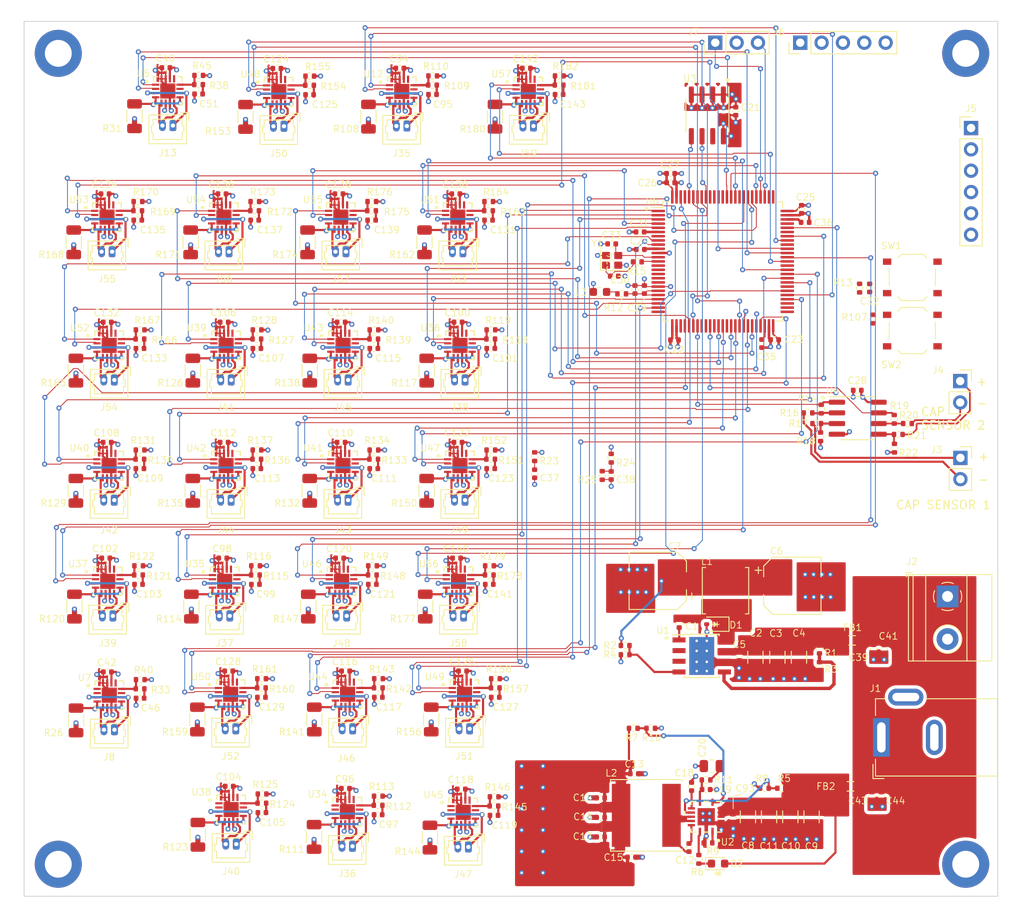
<source format=kicad_pcb>
(kicad_pcb (version 20221018) (generator pcbnew)
  (layers (0 "F.Cu" signal) (1 "In1.Cu" signal) (2 "In2.Cu" signal) (31 "B.Cu" signal) (34 "B.Paste" user) (35 "F.Paste" user) (36 "B.SilkS" user "B.Silkscreen") (37 "F.SilkS" user "F.Silkscreen") (38 "B.Mask" user) (39 "F.Mask" user) (44 "Edge.Cuts" user))
  (net 0 "")
  (net 1 "Net-(U1-BOOT)")
  (net 2 "Net-(D1-K)")
  (net 3 "+12V")
  (net 4 "GND")
  (net 5 "REF")
  (net 6 "Net-(U2-BOOT)")
  (net 7 "Net-(C12-Pad2)")
  (net 8 "+1V8")
  (net 9 "Net-(U2-SS{slash}TR)")
  (net 10 "Net-(U2-COMP)")
  (net 11 "Net-(C20-Pad1)")
  (net 12 "+3.3V")
  (net 13 "/MCU/VREF+")
  (net 14 "Net-(U6-VBAT)")
  (net 15 "/MCU/NRST")
  (net 16 "Net-(U6-PH0)")
  (net 17 "Net-(C34-Pad1)")
  (net 18 "Net-(C35-Pad1)")
  (net 19 "Net-(C36-Pad1)")
  (net 20 "DRIVER_ENABLE")
  (net 21 "Net-(C95-Pad1)")
  (net 22 "Net-(D2-K)")
  (net 24 "/MCU/CAP_SENSOR_OUT_1")
  (net 25 "/MCU/CAP_SENSOR_RET_1")
  (net 26 "/MCU/CAP_SENSOR_OUT_2")
  (net 27 "/MCU/CAP_SENSOR_RET_2")
  (net 28 "DEBUG_JTCK-SWCLK")
  (net 29 "DEBUG_JTMS-SWDIO")
  (net 30 "DEBUG_JTDO-SWO")
  (net 31 "SPI2_SCK")
  (net 32 "SPI2_NSS")
  (net 33 "SPI2_MISO")
  (net 34 "SPI2_MOSI")
  (net 35 "UART4_RX")
  (net 36 "UART4_TX")
  (net 37 "Net-(J35-Pin_1)")
  (net 38 "Net-(J35-Pin_2)")
  (net 39 "Net-(J13-Pin_1)")
  (net 40 "Net-(J13-Pin_2)")
  (net 41 "Net-(L3-Pad1)")
  (net 42 "Net-(U1-EN)")
  (net 43 "Net-(U1-VSENSE)")
  (net 44 "Net-(U2-EN)")
  (net 45 "Net-(U2-PWRGD)")
  (net 46 "Net-(U2-VSENSE)")
  (net 47 "Net-(U2-RT{slash}CLK)")
  (net 48 "ADC1_INP4")
  (net 49 "Net-(U4A--)")
  (net 50 "Net-(U6-PH1)")
  (net 51 "Net-(U4A-+)")
  (net 52 "ADC1_INP5")
  (net 53 "Net-(U4B--)")
  (net 54 "Net-(U4B-+)")
  (net 55 "Net-(U5-SENSEA)")
  (net 56 "Net-(U12-SENSEA)")
  (net 57 "Net-(U5-TOFF)")
  (net 58 "Net-(U12-TOFF)")
  (net 59 "/MCU/BOOT0")
  (net 62 "I2C4_SDA")
  (net 63 "I2C4_SCL")
  (net 65 "TIM1_CH3_PHASE")
  (net 66 "TIM1_CH4_PHASE")
  (net 67 "TIM2_CH1_PHASE")
  (net 68 "TIM15_CH1")
  (net 69 "TIM15_CH2")
  (net 70 "TIM4_CH4_PHASE")
  (net 71 "TIM5_CH2_PHASE")
  (net 72 "TIM5_CH3_PHASE")
  (net 76 "TIM2_CH1")
  (net 77 "TIM5_CH2")
  (net 78 "TIM5_CH3")
  (net 82 "TIM13_CH1")
  (net 83 "TIM14_CH1")
  (net 87 "TIM8_CH4_PHASE")
  (net 88 "TIM12_CH2_PHASE")
  (net 89 "TIM1_CH1")
  (net 90 "TIM13_CH1_PHASE")
  (net 91 "TIM1_CH2")
  (net 92 "TIM14_CH1_PHASE")
  (net 93 "TIM1_CH3")
  (net 94 "TIM1_CH4")
  (net 95 "TIM15_CH1_PHASE")
  (net 96 "TIM4_CH1_PHASE")
  (net 97 "TIM4_CH2_PHASE")
  (net 100 "TIM12_CH2")
  (net 101 "HRTIM_CHC1_PHASE")
  (net 102 "HRTIM_CHC2_PHASE")
  (net 103 "HRTIM_CHD1_PHASE")
  (net 104 "HRTIM_CHD2_PHASE")
  (net 105 "TIM4_CH1")
  (net 106 "LPTIM1_OUT")
  (net 107 "TIM4_CH3")
  (net 108 "TIM4_CH4")
  (net 109 "HRTIM_CHA1")
  (net 110 "HRTIM_CHA2")
  (net 111 "HRTIM_CHB1")
  (net 112 "TIM8_CH4")
  (net 113 "HRTIM_CHB2")
  (net 114 "HRTIM_CHC1")
  (net 115 "HRTIM_CHC2")
  (net 116 "HRTIM_CHD1")
  (net 117 "HRTIM_CHD2")
  (net 118 "TIM4_CH3_PHASE")
  (net 119 "TIM15_CH2_PHASE")
  (net 120 "TIM16_CH1_PHASE")
  (net 121 "LPTIM1_OUT_PHASE")
  (net 122 "HRTIM_CHA1_PHASE")
  (net 123 "HRTIM_CHA2_PHASE")
  (net 124 "HRTIM_CHB1_PHASE")
  (net 125 "HRTIM_CHB2_PHASE")
  (net 127 "TIM4_CH2")
  (net 128 "TIM16_CH1")
  (net 129 "TIM1_CH1_PHASE")
  (net 130 "TIM1_CH2_PHASE")
  (net 131 "Net-(C51-Pad1)")
  (net 132 "Net-(C46-Pad1)")
  (net 133 "Net-(C97-Pad1)")
  (net 134 "Net-(J8-Pin_1)")
  (net 135 "Net-(J8-Pin_2)")
  (net 136 "Net-(J36-Pin_1)")
  (net 137 "Net-(J36-Pin_2)")
  (net 138 "Net-(U7-SENSEA)")
  (net 139 "Net-(U7-TOFF)")
  (net 140 "Net-(U34-SENSEA)")
  (net 141 "Net-(U34-TOFF)")
  (net 142 "Net-(C99-Pad1)")
  (net 143 "Net-(C101-Pad1)")
  (net 144 "Net-(C103-Pad1)")
  (net 145 "Net-(C105-Pad1)")
  (net 146 "Net-(C107-Pad1)")
  (net 147 "Net-(C109-Pad1)")
  (net 148 "Net-(C111-Pad1)")
  (net 149 "Net-(C113-Pad1)")
  (net 150 "Net-(C115-Pad1)")
  (net 151 "Net-(C117-Pad1)")
  (net 152 "Net-(C119-Pad1)")
  (net 153 "Net-(C121-Pad1)")
  (net 154 "Net-(C123-Pad1)")
  (net 155 "Net-(C125-Pad1)")
  (net 156 "Net-(C127-Pad1)")
  (net 157 "Net-(C129-Pad1)")
  (net 158 "Net-(C131-Pad1)")
  (net 159 "Net-(C133-Pad1)")
  (net 160 "Net-(C135-Pad1)")
  (net 161 "Net-(C137-Pad1)")
  (net 162 "Net-(C139-Pad1)")
  (net 163 "Net-(C141-Pad1)")
  (net 164 "Net-(J37-Pin_1)")
  (net 165 "Net-(J37-Pin_2)")
  (net 166 "Net-(J38-Pin_1)")
  (net 167 "Net-(J38-Pin_2)")
  (net 168 "Net-(J39-Pin_1)")
  (net 169 "Net-(J39-Pin_2)")
  (net 170 "Net-(J40-Pin_1)")
  (net 171 "Net-(J40-Pin_2)")
  (net 172 "Net-(J41-Pin_1)")
  (net 173 "Net-(J41-Pin_2)")
  (net 174 "Net-(J42-Pin_1)")
  (net 175 "Net-(J42-Pin_2)")
  (net 176 "Net-(J43-Pin_1)")
  (net 177 "Net-(J43-Pin_2)")
  (net 178 "Net-(J44-Pin_1)")
  (net 179 "Net-(J44-Pin_2)")
  (net 180 "Net-(J45-Pin_1)")
  (net 181 "Net-(J45-Pin_2)")
  (net 182 "Net-(J46-Pin_1)")
  (net 183 "Net-(J46-Pin_2)")
  (net 184 "Net-(J47-Pin_1)")
  (net 185 "Net-(J47-Pin_2)")
  (net 186 "Net-(J48-Pin_1)")
  (net 187 "Net-(J48-Pin_2)")
  (net 188 "Net-(J49-Pin_1)")
  (net 189 "Net-(J49-Pin_2)")
  (net 190 "Net-(J50-Pin_1)")
  (net 191 "Net-(J50-Pin_2)")
  (net 192 "Net-(J51-Pin_1)")
  (net 193 "Net-(J51-Pin_2)")
  (net 194 "Net-(J52-Pin_1)")
  (net 195 "Net-(J52-Pin_2)")
  (net 196 "Net-(J53-Pin_1)")
  (net 197 "Net-(J53-Pin_2)")
  (net 198 "Net-(J54-Pin_1)")
  (net 199 "Net-(J54-Pin_2)")
  (net 200 "Net-(J55-Pin_1)")
  (net 201 "Net-(J55-Pin_2)")
  (net 202 "Net-(J56-Pin_1)")
  (net 203 "Net-(J56-Pin_2)")
  (net 204 "Net-(J57-Pin_1)")
  (net 205 "Net-(J57-Pin_2)")
  (net 206 "Net-(J58-Pin_1)")
  (net 207 "Net-(J58-Pin_2)")
  (net 208 "Net-(U35-SENSEA)")
  (net 209 "Net-(U35-TOFF)")
  (net 210 "Net-(U36-SENSEA)")
  (net 211 "Net-(U36-TOFF)")
  (net 212 "Net-(U37-SENSEA)")
  (net 213 "Net-(U37-TOFF)")
  (net 214 "Net-(U38-SENSEA)")
  (net 215 "Net-(U38-TOFF)")
  (net 216 "Net-(U39-SENSEA)")
  (net 217 "Net-(U39-TOFF)")
  (net 218 "Net-(U40-SENSEA)")
  (net 219 "Net-(U40-TOFF)")
  (net 220 "Net-(U41-SENSEA)")
  (net 221 "Net-(U41-TOFF)")
  (net 222 "Net-(U42-SENSEA)")
  (net 223 "Net-(U42-TOFF)")
  (net 224 "Net-(U43-SENSEA)")
  (net 225 "Net-(U43-TOFF)")
  (net 226 "Net-(U44-SENSEA)")
  (net 227 "Net-(U44-TOFF)")
  (net 228 "Net-(U45-SENSEA)")
  (net 229 "Net-(U45-TOFF)")
  (net 230 "Net-(U46-SENSEA)")
  (net 231 "Net-(U46-TOFF)")
  (net 232 "Net-(U47-SENSEA)")
  (net 233 "Net-(U47-TOFF)")
  (net 234 "Net-(U48-SENSEA)")
  (net 235 "Net-(U48-TOFF)")
  (net 236 "Net-(U49-SENSEA)")
  (net 237 "Net-(U49-TOFF)")
  (net 238 "Net-(U50-SENSEA)")
  (net 239 "Net-(U50-TOFF)")
  (net 240 "Net-(U51-SENSEA)")
  (net 241 "Net-(U51-TOFF)")
  (net 242 "Net-(U52-SENSEA)")
  (net 243 "Net-(U52-TOFF)")
  (net 244 "Net-(U53-SENSEA)")
  (net 245 "Net-(U53-TOFF)")
  (net 246 "Net-(U54-SENSEA)")
  (net 247 "Net-(U54-TOFF)")
  (net 248 "Net-(U55-SENSEA)")
  (net 249 "Net-(U55-TOFF)")
  (net 250 "Net-(U56-SENSEA)")
  (net 251 "Net-(U56-TOFF)")
  (net 252 "Net-(C143-Pad1)")
  (net 253 "Net-(J59-Pin_1)")
  (net 254 "Net-(J59-Pin_2)")
  (net 255 "Net-(U57-SENSEA)")
  (net 256 "Net-(U57-TOFF)")
  (net 257 "/Drivers/HRTIM_CHA1/REF")
  (net 258 "/Drivers/HRTIM_CHA1/EN")
  (net 259 "/Drivers/HRTIM_CHB1/REF")
  (net 260 "/Drivers/HRTIM_CHB1/EN")
  (net 261 "/Drivers/HRTIM_CHC1/REF")
  (net 262 "/Drivers/HRTIM_CHC1/EN")
  (net 263 "/Drivers/HRTIM_CHD1/REF")
  (net 264 "/Drivers/HRTIM_CHD1/EN")
  (net 265 "/Drivers/TIM1_CH1/REF")
  (net 266 "/Drivers/TIM1_CH1/EN")
  (net 267 "/Drivers/TIM1_CH3/EN")
  (net 268 "/Drivers/TIM1_CH3/REF")
  (net 269 "/Drivers/TIM2_CH1/REF")
  (net 270 "/Drivers/TIM2_CH1/EN")
  (net 271 "/Drivers/HRTIM_CHA2/REF")
  (net 272 "/Drivers/HRTIM_CHA2/EN")
  (net 273 "/Drivers/HRTIM_CHB2/REF")
  (net 274 "/Drivers/HRTIM_CHB2/EN")
  (net 275 "/Drivers/HRTIM_CHC2/REF")
  (net 276 "/Drivers/HRTIM_CHC2/EN")
  (net 277 "/Drivers/HRTIM_CHD2/REF")
  (net 278 "/Drivers/HRTIM_CHD2/EN")
  (net 279 "/Drivers/TIM1_CH2/REF")
  (net 280 "/Drivers/TIM1_CH2/EN")
  (net 281 "/Drivers/TIM1_CH4/REF")
  (net 282 "/Drivers/TIM1_CH4/EN")
  (net 283 "/Drivers/TIM4_CH1/REF")
  (net 284 "/Drivers/TIM4_CH1/EN")
  (net 285 "/Drivers/TIM4_CH2/REF")
  (net 286 "/Drivers/TIM4_CH2/EN")
  (net 287 "/Drivers/TIM4_CH4/REF")
  (net 288 "/Drivers/TIM4_CH4/EN")
  (net 289 "/Drivers/TIM5_CH3/REF")
  (net 290 "/Drivers/TIM5_CH3/EN")
  (net 291 "/Drivers/TIM12_CH2/REF")
  (net 292 "/Drivers/TIM12_CH2/EN")
  (net 293 "/Drivers/TIM14_CH1/REF")
  (net 294 "/Drivers/TIM14_CH1/EN")
  (net 295 "/Drivers/TIM15_CH2/REF")
  (net 296 "/Drivers/TIM15_CH2/EN")
  (net 297 "/Drivers/LPTIM1_OUT/REF")
  (net 298 "/Drivers/LPTIM1_OUT/EN")
  (net 299 "/Drivers/TIM4_CH3/REF")
  (net 300 "/Drivers/TIM4_CH3/EN")
  (net 301 "/Drivers/TIM5_CH2/REF")
  (net 302 "/Drivers/TIM5_CH2/EN")
  (net 303 "/Drivers/TIM8_CH4/REF")
  (net 304 "/Drivers/TIM8_CH4/EN")
  (net 305 "/Drivers/TIM13_CH1/REF")
  (net 306 "/Drivers/TIM13_CH1/EN")
  (net 307 "/Drivers/TIM15_CH1/REF")
  (net 308 "/Drivers/TIM15_CH1/EN")
  (net 309 "/Drivers/TIM16_CH1/REF")
  (net 310 "/Drivers/TIM16_CH1/EN")
  (net 311 "Net-(U1-VIN)")
  (net 312 "Net-(D2-A)")
  (footprint "Ultra_librarian:VFQFPN16_STSPIN_STM" (layer "F.Cu") (at 88.545126 84.294816)
    (fp_text reference "U39")
    (fp_text value "STSPIN250")
  )
  (footprint "Resistor_SMD:R_0402_1005Metric" (layer "F.Cu") (at 106.130251 96.7442)
    (fp_text reference "R134")
    (fp_text value "10k")
  )
  (footprint "Resistor_SMD:R_0402_1005Metric" (layer "F.Cu") (at 134.3556 97.7158 -90)
    (fp_text reference "R24")
    (fp_text value "5.6k")
  )
  (footprint "Connector_Molex:Molex_PicoBlade_53047-0210_1x02_P1.25mm_Vertical" (layer "F.Cu") (at 116.974726 88.409616 180)
    (fp_text reference "J38")
    (fp_text value "Picoblade")
  )
  (footprint "Ultra_librarian:VFQFPN16_STSPIN_STM" (layer "F.Cu") (at 116.90431 125.8188)
    (fp_text reference "U49")
    (fp_text value "STSPIN250")
  )
  (footprint "Ultra_librarian:VFQFPN16_STSPIN_STM" (layer "F.Cu") (at 74.627252 98.5984)
    (fp_text reference "U40")
    (fp_text value "STSPIN250")
  )
  (footprint "Connector_PinHeader_2.54mm:PinHeader_1x03_P2.54mm_Vertical" (layer "F.Cu") (at 146.7358 48.26 90)
    (fp_text reference "J7")
    (fp_text value "Conn_01x03")
  )
  (footprint "Capacitor_SMD:C_0402_1005Metric" (layer "F.Cu") (at 137.8204 72.8726)
    (fp_text reference "C24")
    (fp_text value "100nF")
  )
  (footprint "Capacitor_SMD:C_0402_1005Metric" (layer "F.Cu") (at 141.8844 83.6422 180)
    (fp_text reference "C22")
    (fp_text value "100nF")
  )
  (footprint "Connector_Molex:Molex_PicoBlade_53047-0210_1x02_P1.25mm_Vertical" (layer "F.Cu") (at 89.146852 102.7132 180)
    (fp_text reference "J44")
    (fp_text value "Picoblade")
  )
  (footprint "Ultra_librarian:VFQFPN16_STSPIN_STM" (layer "F.Cu") (at 102.967288 139.7972)
    (fp_text reference "U34")
    (fp_text value "STSPIN250")
  )
  (footprint "Resistor_SMD:R_1206_3216Metric" (layer "F.Cu") (at 98.3228 115.37599 -90)
    (fp_text reference "R147")
    (fp_text value "1.4R")
  )
  (footprint "Capacitor_SMD:C_1206_3216Metric" (layer "F.Cu") (at 158.1912 140.4084 -90)
    (fp_text reference "C9")
    (fp_text value "10uF")
  )
  (footprint "Resistor_SMD:R_0402_1005Metric" (layer "F.Cu") (at 106.112725 83.532816)
    (fp_text reference "R139")
    (fp_text value "1k")
  )
  (footprint "Capacitor_SMD:C_0402_1005Metric" (layer "F.Cu") (at 74.143297 66.255594 180)
    (fp_text reference "C134")
    (fp_text value "100nF")
  )
  (footprint "LED_SMD:LED_0603_1608Metric" (layer "F.Cu") (at 147.066 145.971)
    (fp_text reference "D2")
    (fp_text value "LED")
  )
  (footprint "Resistor_SMD:R_0402_1005Metric" (layer "F.Cu") (at 106.104851 97.8364)
    (fp_text reference "R133")
    (fp_text value "1k")
  )
  (footprint "Resistor_SMD:R_0402_1005Metric" (layer "F.Cu") (at 92.194851 97.8364)
    (fp_text reference "R136")
    (fp_text value "1k")
  )
  (footprint "Resistor_SMD:R_0402_1005Metric" (layer "F.Cu") (at 128.178326 52.2136)
    (fp_text reference "R182")
    (fp_text value "10k")
  )
  (footprint "Button_Switch_SMD:SW_Push_1P1T_XKB_TS-1187A" (layer "F.Cu") (at 170.18 76.2)
    (fp_text reference "SW1")
    (fp_text value "SW_Push")
  )
  (footprint "Resistor_SMD:R_0402_1005Metric" (layer "F.Cu") (at 119.784896 67.169994)
    (fp_text reference "R164")
    (fp_text value "10k")
  )
  (footprint "Resistor_SMD:R_0402_1005Metric" (layer "F.Cu") (at 106.651909 125.0568)
    (fp_text reference "R142")
    (fp_text value "1k")
  )
  (footprint "Capacitor_SMD:C_0402_1005Metric" (layer "F.Cu") (at 106.655846 126.1744 180)
    (fp_text reference "C117")
    (fp_text value "22nF")
  )
  (footprint "Resistor_SMD:R_1206_3216Metric" (layer "F.Cu") (at 85.125847 128.816001 -90)
    (fp_text reference "R159")
    (fp_text value "1.4R")
  )
  (footprint "Ultra_librarian:VFQFPN16_STSPIN_STM" (layer "F.Cu") (at 116.191263 112.378789)
    (fp_text reference "U56")
    (fp_text value "STSPIN250")
  )
  (footprint "MountingHole:MountingHole_3.2mm_M3_DIN965_Pad" (layer "F.Cu") (at 68.58 146.05)
    (fp_text reference "H2" hide)
    (fp_text value "MountingHole_Pad")
  )
  (footprint "Capacitor_SMD:C_0402_1005Metric" (layer "F.Cu") (at 116.523663 137.106155 180)
    (fp_text reference "C118")
    (fp_text value "100nF")
  )
  (footprint "Capacitor_SMD:C_0402_1005Metric" (layer "F.Cu") (at 101.963297 66.255594 180)
    (fp_text reference "C138")
    (fp_text value "100nF")
  )
  (footprint "Capacitor_SMD:C_0402_1005Metric" (layer "F.Cu") (at 138.303 77.6478 90)
    (fp_text reference "C29")
    (fp_text value "100nF")
  )
  (footprint "Connector_Molex:Molex_PicoBlade_53047-0210_1x02_P1.25mm_Vertical" (layer "F.Cu") (at 75.260474 130.0436 180)
    (fp_text reference "J8")
    (fp_text value "Picoblade")
  )
  (footprint "Connector_Molex:Molex_PicoBlade_53047-0210_1x02_P1.25mm_Vertical" (layer "F.Cu") (at 89.752063 143.658 180)
    (fp_text reference "J40")
    (fp_text value "Picoblade")
  )
  (footprint "Resistor_SMD:R_0402_1005Metric" (layer "F.Cu") (at 113.094663 53.3058)
    (fp_text reference "R109")
    (fp_text value "1k")
  )
  (footprint "Resistor_SMD:R_1206_3216Metric" (layer "F.Cu") (at 70.676663 87.292017 -90)
    (fp_text reference "R165")
    (fp_text value "1.4R")
  )
  (footprint "Capacitor_SMD:C_0402_1005Metric" (layer "F.Cu") (at 137.1854 77.6478 -90)
    (fp_text reference "C30")
    (fp_text value "4.7uF")
  )
  (footprint "Resistor_SMD:R_0402_1005Metric" (layer "F.Cu") (at 92.054262 110.524589)
    (fp_text reference "R116")
    (fp_text value "10k")
  )
  (footprint "Capacitor_SMD:C_0402_1005Metric" (layer "F.Cu") (at 134.4168 72.2122 180)
    (fp_text reference "C33")
    (fp_text value "15pF")
  )
  (footprint "Ultra_librarian:VFQFPN16_STSPIN_STM" (layer "F.Cu") (at 102.191897 69.024194)
    (fp_text reference "U55")
    (fp_text value "STSPIN250")
  )
  (footprint "Package_SO:SOIC-8_3.9x4.9mm_P1.27mm" (layer "F.Cu") (at 163.683 92.959233)
    (fp_text reference "U4")
    (fp_text value "TLV9062xD")
  )
  (footprint "Connector_PinHeader_2.54mm:PinHeader_1x06_P2.54mm_Vertical" (layer "F.Cu") (at 177.165 58.42)
    (fp_text reference "J5")
    (fp_text value "Conn_01x06")
  )
  (footprint "Resistor_SMD:R_0402_1005Metric" (layer "F.Cu") (at 78.310251 96.7442)
    (fp_text reference "R131")
    (fp_text value "10k")
  )
  (footprint "Resistor_SMD:R_1206_3216Metric" (layer "F.Cu") (at 70.5028 115.37599 -90)
    (fp_text reference "R120")
    (fp_text value "1.4R")
  )
  (footprint "Resistor_SMD:R_0402_1005Metric" (layer "F.Cu") (at 78.308473 125.1668)
    (fp_text reference "R33")
    (fp_text value "1k")
  )
  (footprint "Ultra_librarian:VFQFPN16_STSPIN_STM" (layer "F.Cu") (at 74.461263 112.378789)
    (fp_text reference "U37")
    (fp_text value "STSPIN250")
  )
  (footprint "Package_SO:TI_SO-PowerPAD-8_ThermalVias" (layer "F.Cu") (at 145.126 121.2562)
    (fp_text reference "U1")
    (fp_text value "TPS5430DDA")
  )
  (footprint "Capacitor_SMD:C_0402_1005Metric" (layer "F.Cu") (at 106.108788 98.954 180)
    (fp_text reference "C111")
    (fp_text value "22nF")
  )
  (footprint "Connector_Molex:Molex_PicoBlade_53047-0210_1x02_P1.25mm_Vertical" (layer "F.Cu") (at 110.046663 58.1826 180)
    (fp_text reference "J35")
    (fp_text value "Picoblade")
  )
  (footprint "Resistor_SMD:R_0402_1005Metric" (layer "F.Cu") (at 168.0264 93.086233 -90)
    (fp_text reference "R19")
    (fp_text value "11k")
  )
  (footprint "MountingHole:MountingHole_3.2mm_M3_DIN965_Pad" (layer "F.Cu") (at 176.53 146.05)
    (fp_text reference "H4" hide)
    (fp_text value "MountingHole_Pad")
  )
  (footprint "Resistor_SMD:R_0402_1005Metric" (layer "F.Cu") (at 120.022725 83.532816)
    (fp_text reference "R118")
    (fp_text value "1k")
  )
  (footprint "Capacitor_SMD:C_0402_1005Metric" (layer "F.Cu") (at 113.0986 54.4234 180)
    (fp_text reference "C95")
    (fp_text value "22nF")
  )
  (footprint "Connector_Molex:Molex_PicoBlade_53047-0210_1x02_P1.25mm_Vertical" (layer "F.Cu") (at 82.215863 58.125574 180)
    (fp_text reference "J13")
    (fp_text value "Picoblade")
  )
  (footprint "Capacitor_SMD:C_0402_1005Metric" (layer "F.Cu") (at 88.308652 95.8298 180)
    (fp_text reference "C112")
    (fp_text value "100nF")
  )
  (footprint "Capacitor_SMD:C_0402_1005Metric" (layer "F.Cu") (at 78.033433 69.379794 180)
    (fp_text reference "C135")
    (fp_text value "22nF")
  )
  (footprint "Resistor_SMD:R_0402_1005Metric" (layer "F.Cu") (at 135.6106 78.1558 180)
    (fp_text reference "R12")
    (fp_text value "10")
  )
  (footprint "Capacitor_SMD:C_0402_1005Metric" (layer "F.Cu") (at 102.218652 95.8298 180)
    (fp_text reference "C110")
    (fp_text value "100nF")
  )
  (footprint "Capacitor_SMD:C_0402_1005Metric" (layer "F.Cu") (at 98.475424 54.4488 180)
    (fp_text reference "C125")
    (fp_text value "22nF")
  )
  (footprint "Resistor_SMD:R_0402_1005Metric" (layer "F.Cu") (at 92.228125 82.440616)
    (fp_text reference "R128")
    (fp_text value "10k")
  )
  (footprint "Capacitor_SMD:C_0402_1005Metric" (layer "F.Cu") (at 120.026662 84.650416 180)
    (fp_text reference "C101")
    (fp_text value "22nF")
  )
  (footprint "Resistor_SMD:R_0402_1005Metric" (layer "F.Cu") (at 136.017 120.015)
    (fp_text reference "R2")
    (fp_text value "10k")
  )
  (footprint "Inductor_SMD:L_0603_1608Metric" (layer "F.Cu") (at 133.0198 77.9272 180)
    (fp_text reference "L3")
    (fp_text value "100uH")
  )
  (footprint "Connector_Molex:Molex_PicoBlade_53047-0210_1x02_P1.25mm_Vertical" (layer "F.Cu") (at 102.890863 116.493589 180)
    (fp_text reference "J48")
    (fp_text value "Picoblade")
  )
  (footprint "Ultra_librarian:VFQFPN16_STSPIN_STM" (layer "F.Cu") (at 109.437063 54.0678)
    (fp_text reference "U12")
    (fp_text value "STSPIN250")
  )
  (footprint "Capacitor_SMD:C_0402_1005Metric" (layer "F.Cu") (at 115.873297 66.255594 180)
    (fp_text reference "C130")
    (fp_text value "100nF")
  )
  (footprint "Capacitor_SMD:C_0402_1005Metric" (layer "F.Cu") (at 149.1742 56.4134 90)
    (fp_text reference "C21")
    (fp_text value "100nF")
  )
  (footprint "Resistor_SMD:R_0402_1005Metric" (layer "F.Cu") (at 152.5778 137.0048 180)
    (fp_text reference "R8")
    (fp_text value "18k")
  )
  (footprint "Resistor_SMD:R_0402_1005Metric" (layer "F.Cu") (at 92.825462 137.689)
    (fp_text reference "R125")
    (fp_text value "10k")
  )
  (footprint "Resistor_SMD:R_0402_1005Metric" (layer "F.Cu") (at 159.131 120.4468 -90)
    (fp_text reference "R1")
    (fp_text value "100k")
  )
  (footprint "Package_QFP:LQFP-100_14x14mm_P0.5mm" (layer "F.Cu") (at 147.6248 74.295)
    (fp_text reference "U6")
    (fp_text value "STM32H750VBTx")
  )
  (footprint "Capacitor_SMD:C_0402_1005Metric" (layer "F.Cu") (at 92.032799 112.734389 180)
    (fp_text reference "C99")
    (fp_text value "22nF")
  )
  (footprint "Capacitor_SMD:C_0402_1005Metric" (layer "F.Cu") (at 141.4272 63.8302 180)
    (fp_text reference "C27")
    (fp_text value "4.7uF")
  )
  (footprint "Resistor_SMD:R_1206_3216Metric" (layer "F.Cu") (at 98.496663 87.292017 -90)
    (fp_text reference "R138")
    (fp_text value "1.4R")
  )
  (footprint "Resistor_SMD:R_1206_3216Metric" (layer "F.Cu") (at 70.413434 72.021395 -90)
    (fp_text reference "R168")
    (fp_text value "1.4R")
  )
  (footprint "Capacitor_SMD:C_1206_3216Metric" (layer "F.Cu") (at 156.6926 121.412 -90)
    (fp_text reference "C4")
    (fp_text value "10uF")
  )
  (footprint "Connector_Molex:Molex_PicoBlade_53047-0210_1x02_P1.25mm_Vertical" (layer "F.Cu") (at 103.056852 102.7132 180)
    (fp_text reference "J43")
    (fp_text value "Picoblade")
  )
  (footprint "Resistor_SMD:R_0402_1005Metric" (layer "F.Cu") (at 120.561909 125.0568)
    (fp_text reference "R157")
    (fp_text value "1k")
  )
  (footprint "Resistor_SMD:R_1206_3216Metric" (layer "F.Cu") (at 98.488789 101.595601 -90)
    (fp_text reference "R132")
    (fp_text value "1.4R")
  )
  (footprint "Ultra_librarian:RGY14_2P05X2P05" (layer "F.Cu") (at 145.660001 140.398999 180)
    (fp_text reference "U2")
    (fp_text value "TPS54620")
  )
  (footprint "Ultra_librarian:VFQFPN16_STSPIN_STM" (layer "F.Cu") (at 116.357252 98.5984)
    (fp_text reference "U47")
    (fp_text value "STSPIN250")
  )
  (footprint "Resistor_SMD:R_1206_3216Metric" (layer "F.Cu") (at 99.008825 142.794401 -90)
    (fp_text reference "R111")
    (fp_text value "1.4R")
  )
  (footprint "Resistor_SMD:R_0402_1005Metric" (layer "F.Cu") (at 120.040251 96.7442)
    (fp_text reference "R152")
    (fp_text value "10k")
  )
  (footprint "Resistor_SMD:R_0402_1005Metric" (layer "F.Cu") (at 144.78 145.463 -90)
    (fp_text reference "R6")
    (fp_text value "4.7k")
  )
  (footprint "Capacitor_SMD:C_0402_1005Metric" (layer "F.Cu") (at 143.6116 144.066 -90)
    (fp_text reference "C12")
    (fp_text value "100nF")
  )
  (footprint "Connector_Molex:Molex_PicoBlade_53047-0210_1x02_P1.25mm_Vertical" (layer "F.Cu") (at 89.69391 129.9336 180)
    (fp_text reference "J52")
    (fp_text value "Picoblade")
  )
  (footprint "Resistor_SMD:R_0402_1005Metric" (layer "F.Cu") (at 168.509 94.889633)
    (fp_text reference "R21")
    (fp_text value "33k")
  )
  (footprint "Resistor_SMD:R_0402_1005Metric" (layer "F.Cu") (at 92.767309 123.9646)
    (fp_text reference "R161")
    (fp_text value "10k")
  )
  (footprint "Capacitor_SMD:C_0402_1005Metric" (layer "F.Cu") (at 102.76571 123.0502 180)
    (fp_text reference "C116")
    (fp_text value "100nF")
  )
  (footprint "Capacitor_SMD:C_0402_1005Metric" (layer "F.Cu") (at 88.85571 123.0502 180)
    (fp_text reference "C128")
    (fp_text value "100nF")
  )
  (footprint "Capacitor_SMD:C_0402_1005Metric" (layer "F.Cu") (at 102.226526 81.526216 180)
    (fp_text reference "C114")
    (fp_text value "100nF")
  )
  (footprint "Capacitor_SMD:C_0402_1005Metric" (layer "F.Cu") (at 133.096 138.1478 180)
    (fp_text reference "C14")
    (fp_text value "22uF")
  )
  (footprint "Connector_Molex:Molex_PicoBlade_53047-0210_1x02_P1.25mm_Vertical" (layer "F.Cu") (at 95.423488 58.208 180)
    (fp_text reference "J50")
    (fp_text value "Picoblade")
  )
  (footprint "Capacitor_SMD:C_0402_1005Metric" (layer "F.Cu") (at 120.565846 126.1744 180)
    (fp_text reference "C127")
    (fp_text value "22nF")
  )
  (footprint "Capacitor_SMD:C_0402_1005Metric" (layer "F.Cu") (at 120.018788 98.954 180)
    (fp_text reference "C123")
    (fp_text value "22nF")
  )
  (footprint "Ultra_librarian:VFQFPN16_STSPIN_STM" (layer "F.Cu") (at 116.365126 84.294816)
    (fp_text reference "U36")
    (fp_text value "STSPIN250")
  )
  (footprint "Resistor_SMD:R_0402_1005Metric" (layer "F.Cu") (at 136.9802 129.8674)
    (fp_text reference "R7")
    (fp_text value "12.4k")
  )
  (footprint "Resistor_SMD:R_0402_1005Metric" (layer "F.Cu") (at 105.874896 67.169994)
    (fp_text reference "R176")
    (fp_text value "10k")
  )
  (footprint "Capacitor_SMD:C_0402_1005Metric" (layer "F.Cu") (at 134.3556 99.7732 -90)
    (fp_text reference "C38")
    (fp_text value "1uF")
  )
  (footprint "Capacitor_SMD:C_0402_1005Metric" (layer "F.Cu") (at 165.1 77.45 -90)
    (fp_text reference "C32")
    (fp_text value "100nF")
  )
  (footprint "Resistor_SMD:R_0402_1005Metric" (layer "F.Cu") (at 119.848862 111.616789)
    (fp_text reference "R178")
    (fp_text value "1k")
  )
  (footprint "Connector_Molex:Molex_PicoBlade_53047-0210_1x02_P1.25mm_Vertical" (layer "F.Cu") (at 88.891497 73.138994 180)
    (fp_text reference "J56")
    (fp_text value "Picoblade")
  )
  (footprint "Resistor_SMD:R_1206_3216Metric" (layer "F.Cu") (at 112.143434 72.021395 -90)
    (fp_text reference "R162")
    (fp_text value "1.4R")
  )
  (footprint "Resistor_SMD:R_0402_1005Metric" (layer "F.Cu") (at 78.292725 83.532816)
    (fp_text reference "R166")
    (fp_text value "1k")
  )
  (footprint "Connector_PinSocket_2.54mm:PinSocket_1x02_P2.54mm_Vertical" (layer "F.Cu") (at 175.9 97.678233)
    (fp_text reference "J3")
    (fp_text value "Conn_01x02")
  )
  (footprint "Capacitor_SMD:C_0402_1005Metric" (layer "F.Cu") (at 166.497 137.922 -90)
    (fp_text reference "C44")
    (fp_text value "100nF")
  )
  (footprint "Capacitor_SMD:CP_Elec_6.3x5.4" (layer "F.Cu") (at 139.8972 112.3188 180)
    (fp_text reference "C7")
    (fp_text value "220uF")
  )
  (footprint "Connector_Molex:Molex_PicoBlade_53047-0210_1x02_P1.25mm_Vertical" (layer "F.Cu") (at 88.980863 116.493589 180)
    (fp_text reference "J37")
    (fp_text value "Picoblade")
  )
  (footprint "Resistor_SMD:R_0402_1005Metric" (layer "F.Cu") (at 106.650287 137.943)
    (fp_text reference "R113")
    (fp_text value "10k")
  )
  (footprint "Resistor_SMD:R_1206_3216Metric" (layer "F.Cu") (at 99.035847 128.816001 -90)
    (fp_text reference "R141")
    (fp_text value "1.4R")
  )
  (footprint "Resistor_SMD:R_0402_1005Metric" (layer "F.Cu") (at 125.2474 97.534 -90)
    (fp_text reference "R23")
    (fp_text value "10k")
  )
  (footprint "Resistor_SMD:R_0402_1005Metric" (layer "F.Cu") (at 168.0518 96.515233 -90)
    (fp_text reference "R22")
    (fp_text value "11k")
  )
  (footprint "Resistor_SMD:R_1206_3216Metric" (layer "F.Cu") (at 112.2328 115.37599 -90)
    (fp_text reference "R177")
    (fp_text value "1.4R")
  )
  (footprint "Capacitor_SMD:C_0402_1005Metric" (layer "F.Cu") (at 105.853433 69.379794 180)
    (fp_text reference "C139")
    (fp_text value "22nF")
  )
  (footprint "Capacitor_SMD:C_0402_1005Metric" (layer "F.Cu") (at 137.1092 135.2776)
    (fp_text reference "C13")
    (fp_text value "22uF")
  )
  (footprint "Connector_Molex:Molex_PicoBlade_53047-0210_1x02_P1.25mm_Vertical" (layer "F.Cu") (at 75.244726 88.409616 180)
    (fp_text reference "J54")
    (fp_text value "Picoblade")
  )
  (footprint "Connector_Molex:Molex_PicoBlade_53047-0210_1x02_P1.25mm_Vertical" (layer "F.Cu") (at 89.154726 88.409616 180)
    (fp_text reference "J41")
    (fp_text value "Picoblade")
  )
  (footprint "Capacitor_SMD:C_0402_1005Metric" (layer "F.Cu") (at 91.943433 69.379794 180)
    (fp_text reference "C137")
    (fp_text value "22nF")
  )
  (footprint "Capacitor_SMD:C_1206_3216Metric" (layer "F.Cu") (at 154.1272 121.412 -90)
    (fp_text reference "C3")
    (fp_text value "10uF")
  )
  (footprint "Resistor_SMD:R_0402_1005Metric" (layer "F.Cu") (at 145.6436 136.0142)
    (fp_text reference "R11")
    (fp_text value "3.74k")
  )
  (footprint "Resistor_SMD:R_0402_1005Metric" (layer "F.Cu") (at 120.587309 123.9646)
    (fp_text reference "R158")
    (fp_text value "10k")
  )
  (footprint "Capacitor_SMD:C_0402_1005Metric" (layer "F.Cu") (at 92.206662 84.650416 180)
    (fp_text reference "C107")
    (fp_text value "22nF")
  )
  (footprint "Capacitor_SMD:C_0402_1005Metric" (layer "F.Cu") (at 143.9164 136.8016 90)
    (fp_text reference "C18")
    (fp_text value "2.2nF")
  )
  (footprint "Capacitor_SMD:C_0402_1005Metric" (layer "F.Cu") (at 165.378 137.922 90)
    (fp_text reference "C43")
    (fp_text value "4.7uF")
  )
  (footprint "Ultra_librarian:VFQFPN16_STSPIN_STM" (layer "F.Cu") (at 88.371263 112.378789)
    (fp_text reference "U35")
    (fp_text value "STSPIN250")
  )
  (footprint "Capacitor_SMD:C_0402_1005Metric" (layer "F.Cu") (at 102.052663 109.610189 180)
    (fp_text reference "C120")
    (fp_text value "100nF")
  )
  (footprint "Ultra_librarian:VFQFPN16_STSPIN_STM" (layer "F.Cu") (at 74.635126 84.294816)
    (fp_text reference "U52")
    (fp_text value "STSPIN250")
  )
  (footprint "Ultra_librarian:VFQFPN16_STSPIN_STM" (layer "F.Cu") (at 74.371897 69.024194)
    (fp_text reference "U53")
    (fp_text value "STSPIN250")
  )
  (footprint "Capacitor_SMD:C_0402_1005Metric" (layer "F.Cu") (at 148.844 140.5608 -90)
    (fp_text reference "C93")
    (fp_text value "100nF")
  )
  (footprint "Capacitor_SMD:C_0402_1005Metric" (layer "F.Cu") (at 134.7216 76.0476)
    (fp_text reference "C34")
    (fp_text value "15pF")
  )
  (footprint "Resistor_SMD:R_0402_1005Metric" (layer "F.Cu") (at 91.939496 68.262194)
    (fp_text reference "R172")
    (fp_text value "1k")
  )
  (footprint "Capacitor_SMD:C_0402_1005Metric" (layer "F.Cu") (at 102.738688 137.0286 180)
    (fp_text reference "C96")
    (fp_text value "100nF")
  )
  (footprint "Capacitor_SMD:C_0402_1005Metric" (layer "F.Cu") (at 88.142663 109.610189 180)
    (fp_text reference "C98")
    (fp_text value "100nF")
  )
  (footprint "Connector_Molex:Molex_PicoBlade_53047-0210_1x02_P1.25mm_Vertical" (layer "F.Cu") (at 116.800863 116.493589 180)
    (fp_text reference "J58")
    (fp_text value "Picoblade")
  )
  (footprint "Capacitor_SMD:C_0402_1005Metric" (layer "F.Cu") (at 128.156863 54.4234 180)
    (fp_text reference "C143")
    (fp_text value "22nF")
  )
  (footprint "Resistor_SMD:R_0402_1005Metric" (layer "F.Cu") (at 78.284851 97.8364)
    (fp_text reference "R130")
    (fp_text value "1k")
  )
  (footprint "Resistor_SMD:R_0402_1005Metric" (layer "F.Cu") (at 120.048125 82.440616)
    (fp_text reference "R119")
    (fp_text value "10k")
  )
  (footprint "Ultra_librarian:VFQFPN16_STSPIN_STM" (layer "F.Cu") (at 88.281897 69.024194)
    (fp_text reference "U54")
    (fp_text value "STSPIN250")
  )
  (footprint "Resistor_SMD:R_0402_1005Metric" (layer "F.Cu") (at 78.118862 111.616789)
    (fp_text reference "R121")
    (fp_text value "1k")
  )
  (footprint "Capacitor_SMD:C_0402_1005Metric" (layer "F.Cu") (at 109.208463 51.2992 180)
    (fp_text reference "C94")
    (fp_text value "100nF")
  )
  (footprint "Resistor_SMD:R_0402_1005Metric" (layer "F.Cu") (at 120.014851 97.8364)
    (fp_text reference "R151")
    (fp_text value "1k")
  )
  (footprint "Capacitor_SMD:C_0402_1005Metric" (layer "F.Cu") (at 78.296662 84.650416 180)
    (fp_text reference "C133")
    (fp_text value "22nF")
  )
  (footprint "Capacitor_SMD:C_0805_2012Metric" (layer "F.Cu") (at 146.3294 134.3632 180)
    (fp_text reference "C20")
    (fp_text value "6.2nF")
  )
  (footprint "Resistor_SMD:R_1206_3216Metric" (layer "F.Cu") (at 105.4786 57.065 -90)
    (fp_text reference "R108")
    (fp_text value "1.4R")
  )
  (footprint "Ultra_librarian:VFQFPN16_STSPIN_STM" (layer "F.Cu") (at 81.606263 54.010774)
    (fp_text reference "U5")
    (fp_text value "STSPIN250")
  )
  (footprint "Ultra_librarian:VFQFPN16_STSPIN_STM" (layer "F.Cu") (at 102.99431 125.8188)
    (fp_text reference "U44")
    (fp_text value "STSPIN250")
  )
  (footprint "Connector_Molex:Molex_PicoBlade_53047-0210_1x02_P1.25mm_Vertical" (layer "F.Cu") (at 103.60391 129.9336 180)
    (fp_text reference "J46")
    (fp_text value "Picoblade")
  )
  (footprint "Resistor_SMD:R_1206_3216Metric" (layer "F.Cu") (at 84.586663 87.292017 -90)
    (fp_text reference "R126")
    (fp_text value "1.4R")
  )
  (footprint "Resistor_SMD:R_1206_3216Metric" (layer "F.Cu") (at 98.233434 72.021395 -90)
    (fp_text reference "R174")
    (fp_text value "1.4R")
  )
  (footprint "Ultra_librarian:VFQFPN16_STSPIN_STM" (layer "F.Cu") (at 89.142463 139.5432)
    (fp_text reference "U38")
    (fp_text value "STSPIN250")
  )
  (footprint "Resistor_SMD:R_0402_1005Metric" (layer "F.Cu") (at 120.435262 138.020555)
    (fp_text reference "R146")
    (fp_text value "10k")
  )
  (footprint "Capacitor_SMD:C_0402_1005Metric" (layer "F.Cu") (at 166.8272 120.4214 90)
    (fp_text reference "C41")
    (fp_text value "4.7uF")
  )
  (footprint "Resistor_SMD:R_1206_3216Metric" (layer "F.Cu") (at 84.323434 72.021395 -90)
    (fp_text reference "R171")
    (fp_text value "1.4R")
  )
  (footprint "Capacitor_SMD:C_0402_1005Metric" (layer "F.Cu") (at 88.316526 81.526216 180)
    (fp_text reference "C106")
    (fp_text value "100nF")
  )
  (footprint "Resistor_SMD:R_0402_1005Metric" (layer "F.Cu") (at 159.3396 91.867033 -90)
    (fp_text reference "R14")
    (fp_text value "11k")
  )
  (footprint "Capacitor_SMD:C_0402_1005Metric" (layer "F.Cu") (at 92.198788 98.954 180)
    (fp_text reference "C113")
    (fp_text value "22nF")
  )
  (footprint "Capacitor_SMD:C_0402_1005Metric" (layer "F.Cu") (at 78.122799 112.734389 180)
    (fp_text reference "C103")
    (fp_text value "22nF")
  )
  (footprint "Resistor_SMD:R_0402_1005Metric" (layer "F.Cu") (at 98.471487 53.3312)
    (fp_text reference "R154")
    (fp_text value "1k")
  )
  (footprint "Resistor_SMD:R_1206_3216Metric" (layer "F.Cu") (at 112.7938 142.871956 -90)
    (fp_text reference "R144")
    (fp_text value "1.4R")
  )
  (footprint "Resistor_SMD:R_0402_1005Metric" (layer "F.Cu") (at 85.289263 52.156574)
    (fp_text reference "R45")
    (fp_text value "10k")
  )
  (footprint "Resistor_SMD:R_0402_1005Metric" (layer "F.Cu") (at 159.131 122.5042 -90)
    (fp_text reference "R3")
    (fp_text value "18k")
  )
  (footprint "Connector_PinHeader_2.54mm:PinHeader_1x05_P2.54mm_Vertical" (layer "F.Cu") (at 156.845 48.26 90)
    (fp_text reference "J6")
    (fp_text value "Conn_01x05")
  )
  (footprint "Capacitor_SMD:C_0402_1005Metric" (layer "F.Cu") (at 106.628824 140.1528 180)
    (fp_text reference "C97")
    (fp_text value "22nF")
  )
  (footprint "Resistor_SMD:R_0402_1005Metric" (layer "F.Cu") (at 92.220251 96.7442)
    (fp_text reference "R137")
    (fp_text value "10k")
  )
  (footprint "Capacitor_SMD:C_1206_3216Metric" (layer "F.Cu") (at 150.622 140.4084 -90)
    (fp_text reference "C8")
    (fp_text value "10uF")
  )
  (footprint "Capacitor_SMD:C_0402_1005Metric" (layer "F.Cu") (at 152.273 84.074 -90)
    (fp_text reference "C35")
    (fp_text value "2.2uF")
  )
  (footprint "Ultra_librarian:VFQFPN16_STSPIN_STM" (layer "F.Cu") (at 102.281263 112.378789)
    (fp_text reference "U46")
    (fp_text value "STSPIN250")
  )
  (footprint "Resistor_SMD:R_1206_3216Metric" (layer "F.Cu") (at 120.536863 57.065 -90)
    (fp_text reference "R180")
    (fp_text value "1.4R")
  )
  (footprint "Capacitor_SMD:C_0402_1005Metric" (layer "F.Cu") (at 133.096 140.4719 180)
    (fp_text reference "C16")
    (fp_text value "22uF")
  )
  (footprint "Resistor_SMD:R_0402_1005Metric" (layer "F.Cu") (at 163.9062 77.47 90)
    (fp_text reference "R13")
    (fp_text value "11k")
  )
  (footprint "Resistor_SMD:R_0402_1005Metric" (layer "F.Cu") (at 113.120063 52.2136)
    (fp_text reference "R110")
    (fp_text value "10k")
  )
  (footprint "Connector_Molex:Molex_PicoBlade_53047-0210_1x02_P1.25mm_Vertical" (layer "F.Cu") (at 116.711497 73.138994 180)
    (fp_text reference "J53")
    (fp_text value "Picoblade")
  )
  (footprint "Resistor_SMD:R_0402_1005Metric" (layer "F.Cu") (at 119.874262 110.524589)
    (fp_text reference "R179")
    (fp_text value "10k")
  )
  (footprint "Resistor_SMD:R_0402_1005Metric" (layer "F.Cu") (at 165.481 81.155 -90)
    (fp_text reference "R107")
    (fp_text value "10k")
  )
  (footprint "Capacitor_SMD:C_0402_1005Metric" (layer "F.Cu") (at 74.232663 109.610189 180)
    (fp_text reference "C102")
    (fp_text value "100nF")
  )
  (footprint "Connector_Molex:Molex_PicoBlade_53047-0210_1x02_P1.25mm_Vertical" (layer "F.Cu") (at 103.064726 88.409616 180)
    (fp_text reference "J45")
    (fp_text value "Picoblade")
  )
  (footprint "Capacitor_SMD:C_0402_1005Metric" (layer "F.Cu") (at 119.763433 69.379794 180)
    (fp_text reference "C131")
    (fp_text value "22nF")
  )
  (footprint "Resistor_SMD:R_1206_3216Metric" (layer "F.Cu") (at 84.578789 101.595601 -90)
    (fp_text reference "R135")
    (fp_text value "1.4R")
  )
  (footprint "Capacitor_SMD:C_0402_1005Metric" (layer "F.Cu") (at 141.4272 64.9224)
    (fp_text reference "C26")
    (fp_text value "100nF")
  )
  (footprint "Resistor_SMD:R_0402_1005Metric" (layer "F.Cu") (at 128.152926 53.3058)
    (fp_text reference "R181")
    (fp_text value "1k")
  )
  (footprint "Resistor_SMD:R_0402_1005Metric" (layer "F.Cu") (at 98.496887 52.239)
    (fp_text reference "R155")
    (fp_text value "10k")
  )
  (footprint "Connector_Molex:Molex_PicoBlade_53047-0210_1x02_P1.25mm_Vertical" (layer "F.Cu") (at 75.236852 102.7132 180)
    (fp_text reference "J42")
    (fp_text value "Picoblade")
  )
  (footprint "Resistor_SMD:R_0402_1005Metric" (layer "F.Cu") (at 92.800062 138.7812)
    (fp_text reference "R124")
    (fp_text value "1k")
  )
  (footprint "Capacitor_SMD:C_0402_1005Metric" (layer "F.Cu") (at 136.779 145.209)
    (fp_text reference "C15")
    (fp_text value "22uF")
  )
  (footprint "Resistor_SMD:R_0402_1005Metric" (layer "F.Cu") (at 92.741909 125.0568)
    (fp_text reference "R160")
    (fp_text value "1k")
  )
  (footprint "Connector_Molex:Molex_PicoBlade_53047-0210_1x02_P1.25mm_Vertical" (layer "F.Cu") (at 117.51391 129.9336 180)
    (fp_text reference "J51")
    (fp_text value "Picoblade")
  )
  (footprint "Capacitor_SMD:C_0402_1005Metric" (layer "F.Cu") (at 116.136526 81.526216 180)
    (fp_text reference "C100")
    (fp_text value "100nF")
  )
  (footprint "Capacitor_SMD:C_0402_1005Metric" (layer "F.Cu") (at 165.5572 120.3934 -90)
    (fp_text reference "C39")
    (fp_text value "100nF")
  )
  (footprint "Resistor_SMD:R_0402_1005Metric" (layer "F.Cu") (at 158.8062 93.594233 180)
    (fp_text reference "R17")
    (fp_text value "33k")
  )
  (footprint "Ultra_librarian:VFQFPN16_STSPIN_STM" (layer "F.Cu") (at 124.495326 54.0678)
    (fp_text reference "U57")
    (fp_text value "STSPIN250")
  )
  (footprint "Resistor_SMD:R_0402_1005Metric" (layer "F.Cu") (at 78.144262 110.524589)
    (fp_text reference "R122")
    (fp_text value "10k")
  )
  (footprint "Resistor_SMD:R_0402_1005Metric" (layer "F.Cu") (at 105.849496 68.262194)
    (fp_text reference "R175")
    (fp_text value "1k")
  )
  (footprint "Capacitor_SMD:C_0402_1005Metric" (layer "F.Cu") (at 74.406526 81.526216 180)
    (fp_text reference "C132")
    (fp_text value "100nF")
  )
  (footprint "Resistor_SMD:R_0402_1005Metric" (layer "F.Cu") (at 106.677309 123.9646)
    (fp_text reference "R143")
    (fp_text value "10k")
  )
  (footprint "Connector_Molex:Molex_PicoBlade_53047-0210_1x02_P1.25mm_Vertical" (layer "F.Cu") (at 75.070863 116.493589 180)
    (fp_text reference "J39")
    (fp_text value "Picoblade")
  )
  (footprint "Resistor_SMD:R_0402_1005Metric" (layer "F.Cu") (at 145.8722 143.5072 180)
    (fp_text reference "R9")
    (fp_text value "57.6k")
  )
  (footprint "Resistor_SMD:R_0402_1005Metric" (layer "F.Cu") (at 106.138125 82.440616)
    (fp_text reference "R140")
    (fp_text value "10k")
  )
  (footprint "Capacitor_SMD:C_0402_1005Metric" (layer "F.Cu") (at 145.6436 137.1572)
    (fp_text reference "C19")
    (fp_text value "82pF")
  )
  (footprint "Ultra_librarian:VFQFPN16_STSPIN_STM" (layer "F.Cu") (at 89.08431 125.8188)
    (fp_text reference "U50")
    (fp_text value "STSPIN250")
  )
  (footprint "Capacitor_SMD:C_1206_3216Metric" (layer "F.Cu") (at 153.1366 140.4084 -90)
    (fp_text reference "C11")
    (fp_text value "10uF")
  )
  (footprint "Capacitor_SMD:C_0402_1005Metric" (layer "F.Cu") (at 88.913863 136.7746 180)
    (fp_text reference "C104")
    (fp_text value "100nF")
  )
  (footprint "Capacitor_SMD:C_0402_1005Metric" (layer "F.Cu") (at 125.2474 99.566 -90)
    (fp_text reference "C37")
    (fp_text value "100nF")
  )
  (footprint "Resistor_SMD:R_1206_3216Metric" (layer "F.Cu") (at 90.855425 57.090401 -90)
    (fp_text reference "R153")
    (fp_text value "1.4R")
  )
  (footprint "MountingHole:MountingHole_3.2mm_M3_DIN965_Pad" (layer "F.Cu") (at 68.58 49.53)
    (fp_text reference "H1" hide)
    (fp_text value "MountingHole_Pad")
  )
  (footprint "Connector_BarrelJack:BarrelJack_GCT_DCJ200-10-A_Horizontal" (layer "F.Cu") (at 166.497 130.952 90)
    (fp_text reference "J1")
    (fp_text value "Barrel_Jack_Switch")
  )
  (footprint "Resistor_SMD:R_0402_1005Metric" (layer "F.Cu") (at 78.333873 124.0746)
    (fp_text reference "R40")
    (fp_text value "10k")
  )
  (footprint "Capacitor_SMD:C_0402_1005Metric" (layer "F.Cu") (at 116.67571 123.0502 180)
    (fp_text reference "C126")
    (fp_text value "100nF")
  )
  (footprint "Capacitor_SMD:C_0402_1005Metric" (layer "F.Cu") (at 116.128652 95.8298 180)
    (fp_text reference "C122")
    (fp_text value "100nF")
  )
  (footprint "Capacitor_SMD:C_0402_1005Metric" (layer "F.Cu") (at 85.2678 54.366374 180)
    (fp_text reference "C51")
    (fp_text value "22nF")
  )
  (footprint "Ultra_librarian:VFQFPN16_STSPIN_STM" (layer "F.Cu") (at 102.455126 84.294816)
    (fp_text reference "U43")
    (fp_text value "STSPIN250")
  )
  (footprint "Resistor_SMD:R_0402_1005Metric" (layer "F.Cu") (at 119.759496 68.262194)
    (fp_text reference "R163")
    (fp_text value "1k")
  )
  (footprint "Button_Switch_SMD:SW_Push_1P1T_XKB_TS-1187A" (layer "F.Cu") (at 170.18 82.5266)
    (fp_text reference "SW2")
    (fp_text value "SW_Push")
  )
  (footprint "Connector_PinSocket_2.54mm:PinSocket_1x02_P2.54mm_Vertical" (layer "F.Cu") (at 175.875 88.5444)
    (fp_text reference "J4")
    (fp_text value "Conn_01x02")
  )
  (footprint "Capacitor_SMD:C_0402_1005Metric" (layer "F.Cu") (at 124.266726 51.2992 180)
    (fp_text reference "C142")
    (fp_text value "100nF")
  )
  (footprint "Ultra_librarian:VFQFPN16_STSPIN_STM" (layer "F.Cu") (at 116.752263 139.874755)
    (fp_text reference "U45")
    (fp_text value "STSPIN250")
  )
  (footprint "Inductor_SMD:L_Changjiang_FNR5020S" (layer "F.Cu") (at 147.955 113.4872 90)
    (fp_text reference "L1")
    (fp_text value "56uH")
  )
  (footprint "Capacitor_SMD:C_0402_1005Metric" (layer "F.Cu") (at 156.9974 68.0974 -90)
    (fp_text reference "C25")
    (fp_text value "100nF")
  )
  (footprint "Capacitor_SMD:C_0402_1005Metric" (layer "F.Cu") (at 163.6322 89.631833)
    (fp_text reference "C28")
    (fp_text value "100nF")
  )
  (footprint "Resistor_SMD:R_0402_1005Metric" (layer "F.Cu") (at 78.054896 67.169994)
    (fp_text reference "R170")
    (fp_text value "10k")
  )
  (footprint "Resistor_SMD:R_0402_1005Metric" (layer "F.Cu") (at 105.964262 110.524589)
    (fp_text reference "R149")
    (fp_text value "10k")
  )
  (footprint "Capacitor_SMD:C_0402_1005Metric" (layer "F.Cu") (at 153.797 83.6168 180)
    (fp_text reference "C23")
    (fp_text value "100nF")
  )
  (footprint "Capacitor_SMD:C_0402_1005Metric" (layer "F.Cu") (at 94.585288 51.3246 180)
    (fp_text reference "C124")
    (fp_text value "100nF")
  )
  (footprint "Resistor_SMD:R_0402_1005Metric" (layer "F.Cu") (at 159.2634 95.169033 -90)
    (fp_text reference "R18")
    (fp_text value "11k")
  )
  (footprint "Resistor_SMD:R_0402_1005Metric" (layer "F.Cu") (at 133.2888 99.7732 -90)
    (fp_text reference "R25")
    (fp_text value "1k")
  )
  (footprint "Package_SO:SOIC-8_3.9x4.9mm_P1.27mm" (layer "F.Cu") (at 145.796 56.9214 -90)
    (fp_text reference "U3")
    (fp_text value "M24C02-WMN")
  )
  (footprint "Resistor_SMD:R_0402_1005Metric" (layer "F.Cu") (at 120.409862 139.112755)
    (fp_text reference "R145")
    (fp_text value "1k")
  )
  (footprint "Capacitor_SMD:C_1206_3216Metric" (layer "F.Cu") (at 151.511 121.412 -90)
    (fp_text reference "C2")
    (fp_text value "10uF")
  )
  (footprint "Capacitor_SMD:C_0402_1005Metric" (layer "F.Cu") (at 88.053297 66.255594 180)
    (fp_text reference "C136")
    (fp_text value "100nF")
  )
  (footprint "Resistor_SMD:R_0402_1005Metric" (layer "F.Cu") (at 78.029496 68.262194)
    (fp_text reference "R169")
    (fp_text value "1k")
  )
  (footprint "Resistor_SMD:R_0402_1005Metric" (layer "F.Cu") (at 78.318125 82.440616)
    (fp_text reference "R167")
    (fp_text value "10k")
  )
  (footprint "Resistor_SMD:R_1206_3216Metric" (layer "F.Cu") (at 85.184 142.540401 -90)
    (fp_text reference "R123")
    (fp_text value "1.4R")
  )
  (footprint "Capacitor_SMD:C_0402_1005Metric" (layer "F.Cu") (at 78.31241 126.2844 180)
    (fp_text reference "C46")
    (fp_text value "22nF")
  )
  (footprint "Resistor_SMD:R_0402_1005Metric" (layer "F.Cu") (at 137.4648 74.3458)
    (fp_text reference "R15")
    (fp_text value "442")
  )
  (footprint "Capacitor_SMD:C_0402_1005Metric" (layer "F.Cu") (at 74.398652 95.8298 180)
    (fp_text reference "C108")
    (fp_text value "100nF")
  )
  (footprint "Resistor_SMD:R_1206_3216Metric" (layer "F.Cu") (at 70.692411 128.926001 -90)
    (fp_text reference "R26")
    (fp_text value "1.4R")
  )
  (footprint "Ultra_librarian:VFQFPN16_STSPIN_STM" (layer "F.Cu") (at 116.101897 69.024194)
    (fp_text reference "U51")
    (fp_text value "STSPIN250")
  )
  (footprint "Resistor_SMD:R_0402_1005Metric" (layer "F.Cu") (at 92.028862 111.616789)
    (fp_text reference "R115")
    (fp_text value "1k")
  )
  (footprint "Capacitor_SMD:C_0402_1005Metric" (layer "F.Cu") (at 92.745846 126.1744 180)
    (fp_text reference "C129")
    (fp_text value "22nF")
  )
  (footprint "Ultra_librarian:VFQFPN16_STSPIN_STM" (layer "F.Cu") (at 102.447252 98.5984)
    (fp_text reference "U41")
    (fp_text value "STSPIN250")
  )
  (footprint "Resistor_SMD:R_1206_3216Metric" (layer "F.Cu") (at 112.945847 128.816001 -90)
    (fp_text reference "R156")
    (fp_text value "1.4R")
  )
  (footprint "Capacitor_SMD:C_0402_1005Metric" (layer "F.Cu") (at 157.4292 69.6468)
    (fp_text reference "C36")
    (fp_text value "2.2uF")
  )
  (footprint "Ultra_librarian:VFQFPN16_STSPIN_STM" (layer "F.Cu") (at 94.813888 54.0932)
    (fp_text reference "U48")
    (fp_text value "STSPIN250")
  )
  (footprint "Resistor_SMD:R_1206_3216Metric" (layer "F.Cu") (at 77.6478 57.007974 -90)
    (fp_text reference "R31")
    (fp_text value "1.4R")
  )
  (footprint "Ultra_librarian:VFQFPN16_STSPIN_STM" (layer "F.Cu") (at 74.650874 125.9288)
    (fp_text reference "U7")
    (fp_text value "STSPIN250")
  )
  (footprint "Resistor_SMD:R_1206_3216Metric" (layer "F.Cu") (at 112.398789 101.595601 -90)
    (fp_text reference "R150")
    (fp_text value "1.4R")
  )
  (footprint "Connector_Molex:Molex_PicoBlade_53047-0210_1x02_P1.25mm_Vertical" (layer "F.Cu") (at 102.801497 73.138994 180)
    (fp_text reference "J57")
    (fp_text value "Picoblade")
  )
  (footprint "Inductor_SMD:L_0805_2012Metric" (layer "F.Cu") (at 163.0172 119.4054 180)
    (fp_text reference "FB1")
    (fp_text value "FerriteBead_Small")
  )
  (footprint "Inductor_SMD:L_0805_2012Metric" (layer "F.Cu") (at 162.814 136.779 180)
    (fp_text reference "FB2")
    (fp_text value "FerriteBead_Small")
  )
  (footprint "Connector_Molex:Molex_PicoBlade_53047-0210_1x02_P1.25mm_Vertical" (layer "F.Cu") (at 103.576888 143.912 180)
    (fp_text reference "J36")
    (fp_text value "Picoblade")
  )
  (footprint "Capacitor_SMD:C_1206_3216Metric" (layer "F.Cu") (at 155.6639 140.4084 -90)
    (fp_text reference "C10")
    (fp_text value "10uF")
  )
  (footprint "Connector_Molex:Molex_PicoBlade_53047-0210_1x02_P1.25mm_Vertical" (layer "F.Cu") (at 125.104926 58.1826 180)
    (fp_text reference "J59")
    (fp_text value "Picoblade")
  )
  (footprint "Capacitor_SMD:C_0402_1005Metric" (layer "F.Cu") (at 81.377663 51.242174 180)
    (fp_text reference "C40")
    (fp_text value "100nF")
  )
  (footprint "Resistor_SMD:R_0402_1005Metric" (layer "F.Cu") (at 85.263863 53.248774)
    (fp_text reference "R38")
    (fp_text value "1k")
  )
  (footprint "Resistor_SMD:R_0402_1005Metric" (layer "F.Cu") (at 136.017 121.1072 180)
    (fp_text reference "R4")
    (fp_text value "5.9k")
  )
  (footprint "Capacitor_SMD:C_0402_1005Metric" (layer "F.Cu") (at 149.606 121.3104 -90)
    (fp_text reference "C5")
    (fp_text value "100nF")
  )
  (footprint "Ultra_librarian:VFQFPN16_STSPIN_STM" (layer "F.Cu") (at 88.537252 98.5984)
    (fp_text reference "U42")
    (fp_text value "STSPIN250")
  )
  (footprint "Resistor_SMD:R_0402_1005Metric" (layer "F.Cu") (at 154.6332 137.0048 180)
    (fp_text reference "R5")
    (fp_text value "100k")
  )
  (footprint "Inductor_SMD:L_Changjiang_FNR8040S" (layer "F.Cu") (at 138.5316 140.2306 180)
    (fp_text reference "L2")
    (fp_text value "1.2uH")
  )
  (footprint "Resistor_SMD:R_1206_3216Metric" (layer "F.Cu") (at 84.4128 115.37599 -90)
    (fp_text reference "R114")
    (fp_text value "1.4R")
  )
  (footprint "Capacitor_SMD:C_0402_1005Metric" (layer "F.Cu") (at 92.803999 139.8988 180)
    (fp_text reference "C105")
    (fp_text value "22nF")
  )
  (footprint "Diode_SMD:D_SOD-323" (layer "F.Cu") (at 146.7612 117.475 180)
    (fp_text reference "D1")
    (fp_text value "D_Schottky")
  )
  (footprint "Resistor_SMD:R_0402_1005Metric" (layer "F.Cu") (at 92.202725 83.532816)
    (fp_text reference "R127")
    (fp_text value "1k")
  )
  (footprint "Capacitor_SMD:C_0402_1005Metric" (layer "F.Cu") (at 120.413799 140.230355 180)
    (fp_text reference "C119")
    (fp_text value "22nF")
  )
  (footprint "MountingHole:MountingHole_3.2mm_M3_DIN965_Pad" (layer "F.Cu") (at 176.53 49.53)
    (fp_text reference "H3" hide)
    (fp_text value "MountingHole_Pad")
  )
  (footprint "Connector_Molex:Molex_PicoBlade_53047-0210_1x02_P1.25mm_Vertical" (layer "F.Cu") (at 74.981497 73.138994 180)
    (fp_text reference "J55")
    (fp_text value "Picoblade")
  )
  (footprint "Capacitor_SMD:C_0402_1005Metric" (layer "F.Cu") (at 105.942799 112.734389 180)
    (fp_text reference "C121")
    (fp_text value "22nF")
  )
  (footprint "Resistor_SMD:R_1206_3216Metric" (layer "F.Cu") (at 70.668789 101.595601 -90)
    (fp_text reference "R129")
    (fp_text value "1.4R")
  )
  (footprint "Capacitor_SMD:CP_Elec_6.3x5.4" (layer "F.Cu") (at 155.9052 112.903)
    (fp_text reference "C6")
    (fp_text value "220uF")
  )
  (footprint "Capacitor_SMD:C_0402_1005Metric" (layer "F.Cu") (at 78.288788 98.954 180)
    (fp_text reference "C109")
    (fp_text value "22nF")
  )
  (footprint "Capacitor_SMD:C_0402_1005Metric" (layer "F.Cu") (at 74.422274 123.1602 180)
    (fp_text reference "C42")
    (fp_text value "100nF")
  )
  (footprint "Resistor_SMD:R_1206_3216Metric" (layer "F.Cu") (at 112.406663 87.292017 -90)
    (fp_text reference "R117")
    (fp_text value "1.4R")
  )
  (footprint "Resistor_SMD:R_0402_1005Metric" (layer "F.Cu") (at 169.6012 93.594233)
    (fp_text reference "R20")
    (fp_text value "33k")
  )
  (footprint "Resistor_SMD:R_0402_1005Metric" (layer "F.Cu") (at 106.624887 139.0352)
    (fp_text reference "R112")
    (fp_text value "1k")
  )
  (footprint "Capacitor_SMD:C_0402_1005Metric" (layer "F.Cu") (at 142.4432 117.3988 90)
    (fp_text reference "C1")
    (fp_text value "10nF")
  )
  (footprint "Resistor_SMD:R_0402_1005Metric" (layer "F.Cu") (at 139.063 129.8674)
    (fp_text reference "R10")
    (fp_text value "10k")
  )
  (footprint "Capacitor_SMD:C_0402_1005Metric" (layer "F.Cu") (at 119.852799 112.734389 180)
    (fp_text reference "C141")
    (fp_text value "22nF")
  )
  (footprint "Resistor_SMD:R_0402_1005Metric" (layer "F.Cu") (at 105.938862 111.616789)
    (fp_text reference "R148")
    (fp_text value "1k")
  )
  (footprint "Crystal:Crystal_SMD_SeikoEpson_FA128-4Pin_2.0x1.6mm" (layer "F.Cu") (at 134.4676 74.168)
    (fp_text reference "Y1")
    (fp_text value "24MHz, 9pF")
  )
  (footprint "Connector_Molex:Molex_PicoBlade_53047-0210_1x02_P1.25mm_Vertical" (layer "F.Cu") (at 116.966852 102.7132 180)
    (fp_text reference "J49")
    (fp_text value "Picoblade")
  )
  (footprint "Capacitor_SMD:C_0402_1005Metric" (layer "F.Cu") (at 115.962663 109.610189 180)
    (fp_text reference "C140")
    (fp_text value "100nF")
  )
  (footprint "Capacitor_SMD:C_0402_1005Metric" (layer "F.Cu") (at 106.116662 84.650416 180)
    (fp_text reference "C115")
    (fp_text value "22nF")
  )
  (footprint "Capacitor_SMD:C_0402_1005Metric" (layer "F.Cu") (at 133.096 142.796 180)
    (fp_text reference "C17")
    (fp_text value "22uF")
  )
  (footprint "Resistor_SMD:R_0402_1005Metric" (layer "F.Cu") (at 157.7648 92.324233 180)
    (fp_text reference "R16")
    (fp_text value "33k")
  )
  (footprint "Resistor_SMD:R_0402_1005Metric" (layer "F.Cu") (at 91.964896 67.169994)
    (fp_text reference "R173")
    (fp_text value "10k")
  )
  (footprint "Capacitor_SMD:C_0402_1005Metric" (layer "F.Cu") (at 137.795 70.7898)
    (fp_text reference "C31")
    (fp_text value "100nF")
  )
  (footprint "TerminalBlock_Phoenix:TerminalBlock_Phoenix_MKDS-1,5-2-5.08_1x02_P5.08mm_Horizontal" (layer "F.Cu") (at 174.371 114.173 -90)
    (fp_text reference "J2")
    (fp_text value "Screw Terminal")
  )
  (footprint "Connector_Molex:Molex_PicoBlade_53047-0210_1x02_P1.25mm_Vertical" (layer "F.Cu") (at 117.361863 143.989555 180)
    (fp_text reference "J47")
    (fp_text value "Picoblade")
  )
  (gr_circle (center 148.1836 52.7304) (end 148.320383 52.7304) (stroke (width 0.15)) (fill solid) (layer "F.SilkS"))
  (gr_circle (center 85.761451 67.881194) (end 85.898234 67.881194) (stroke (width 0.15)) (fill solid) (layer "F.SilkS"))
  (gr_circle (center 99.93468 83.151816) (end 100.071463 83.151816) (stroke (width 0.15)) (fill solid) (layer "F.SilkS"))
  (gr_circle (center 85.850817 111.235789) (end 85.9876 111.235789) (stroke (width 0.15)) (fill solid) (layer "F.SilkS"))
  (gr_circle (center 72.11468 83.151816) (end 72.251463 83.151816) (stroke (width 0.15)) (fill solid) (layer "F.SilkS"))
  (gr_circle (center 71.851451 67.881194) (end 71.988234 67.881194) (stroke (width 0.15)) (fill solid) (layer "F.SilkS"))
  (gr_line (start 134.0866 79.1718) (end 135.3058 79.1718) (stroke (width 0.1)) (layer "F.SilkS"))
  (gr_circle (center 86.622017 138.4002) (end 86.7588 138.4002) (stroke (width 0.15)) (fill solid) (layer "F.SilkS"))
  (gr_circle (center 147.1168 143.2278) (end 146.980017 143.2278) (stroke (width 0.15)) (fill solid) (layer "F.SilkS"))
  (gr_circle (center 159.5428 90.520833) (end 159.679583 90.520833) (stroke (width 0.15)) (fill solid) (layer "F.SilkS"))
  (gr_line (start 136.7536 79.1972) (end 137.9728 79.1972) (stroke (width 0.1)) (layer "F.SilkS"))
  (gr_circle (center 99.760817 111.235789) (end 99.8976 111.235789) (stroke (width 0.15)) (fill solid) (layer "F.SilkS"))
  (gr_circle (center 121.97488 52.9248) (end 122.111663 52.9248) (stroke (width 0.15)) (fill solid) (layer "F.SilkS"))
  (gr_poly (pts (xy 146.5834 117.729) (xy 146.8882 117.5004) (xy 146.5834 117.2464)) (stroke (width 0.15)) (fill solid) (layer "F.SilkS"))
  (gr_circle (center 92.293442 52.9502) (end 92.430225 52.9502) (stroke (width 0.15)) (fill solid) (layer "F.SilkS"))
  (gr_circle (center 113.836806 97.4554) (end 113.973589 97.4554) (stroke (width 0.15)) (fill solid) (layer "F.SilkS"))
  (gr_line (start 137.9728 79.1972) (end 138.2776 78.7654) (stroke (width 0.1)) (layer "F.SilkS"))
  (gr_circle (center 79.085817 52.867774) (end 79.2226 52.867774) (stroke (width 0.15)) (fill solid) (layer "F.SilkS"))
  (gr_line (start 146.9644 117.7798) (end 146.9644 117.1956) (stroke (width 0.1)) (layer "F.SilkS"))
  (gr_circle (center 140.9192 119.126) (end 141.055983 119.126) (stroke (width 0.15)) (fill solid) (layer "F.SilkS"))
  (gr_circle (center 113.581451 67.881194) (end 113.718234 67.881194) (stroke (width 0.15)) (fill solid) (layer "F.SilkS"))
  (gr_circle (center 100.446842 138.6542) (end 100.583625 138.6542) (stroke (width 0.15)) (fill solid) (layer "F.SilkS"))
  (gr_circle (center 106.916617 52.9248) (end 107.0534 52.9248) (stroke (width 0.15)) (fill solid) (layer "F.SilkS"))
  (gr_circle (center 114.383864 124.6758) (end 114.520647 124.6758) (stroke (width 0.15)) (fill solid) (layer "F.SilkS"))
  (gr_circle (center 72.106806 97.4554) (end 72.243589 97.4554) (stroke (width 0.15)) (fill solid) (layer "F.SilkS"))
  (gr_circle (center 113.670817 111.235789) (end 113.8076 111.235789) (stroke (width 0.15)) (fill solid) (layer "F.SilkS"))
  (gr_poly (pts (xy 147.2691 146.9108) (xy 146.9643 147.1394) (xy 147.2691 147.3934)) (stroke (width 0.15)) (fill solid) (layer "F.SilkS"))
  (gr_line (start 146.8881 146.86) (end 146.8881 147.4442) (stroke (width 0.1)) (layer "F.SilkS"))
  (gr_circle (center 72.130428 124.7858) (end 72.267211 124.7858) (stroke (width 0.15)) (fill solid) (layer "F.SilkS"))
  (gr_line (start 147.5231 147.1394) (end 146.6595 147.1394) (stroke (width 0.1)) (layer "F.SilkS"))
  (gr_line (start 135.3058 79.1845) (end 135.6106 78.7527) (stroke (width 0.1)) (layer "F.SilkS"))
  (gr_circle (center 113.84468 83.151816) (end 113.981463 83.151816) (stroke (width 0.15)) (fill solid) (layer "F.SilkS"))
  (gr_circle (center 86.563864 124.6758) (end 86.700647 124.6758) (stroke (width 0.15)) (fill solid) (layer "F.SilkS"))
  (gr_circle (center 138.557 68.0212) (end 138.693783 68.0212) (stroke (width 0.15)) (fill solid) (layer "F.SilkS"))
  (gr_circle (center 114.231817 138.731755) (end 114.3686 138.731755) (stroke (width 0.15)) (fill solid) (layer "F.SilkS"))
  (gr_circle (center 99.926806 97.4554) (end 100.063589 97.4554) (stroke (width 0.15)) (fill solid) (layer "F.SilkS"))
  (gr_circle (center 71.940817 111.235789) (end 72.0776 111.235789) (stroke (width 0.15)) (fill solid) (layer "F.SilkS"))
  (gr_line (start 148.8694 139.4432) (end 148.8694 137.9954) (stroke (width 0.1)) (layer "F.SilkS"))
  (gr_circle (center 100.473864 124.6758) (end 100.610647 124.6758) (stroke (width 0.15)) (fill solid) (layer "F.SilkS"))
  (gr_circle (center 99.671451 67.881194) (end 99.808234 67.881194) (stroke (width 0.15)) (fill solid) (layer "F.SilkS"))
  (gr_circle (center 86.016806 97.4554) (end 86.153589 97.4554) (stroke (width 0.15)) (fill solid) (layer "F.SilkS"))
  (gr_circle (center 86.02468 83.151816) (end 86.161463 83.151816) (stroke (width 0.15)) (fill solid) (layer "F.SilkS"))
  (gr_line (start 146.3294 117.5004) (end 147.193 117.5004) (stroke (width 0.1)) (layer "F.SilkS"))
  (gr_line (start 149.86 137.6652) (end 148.8694 137.9954) (stroke (width 0.1)) (layer "F.SilkS"))
  (gr_rect (start 64.516 45.72) (end 180.34 149.86) (stroke (width 0.1)) (fill none) (layer "Edge.Cuts"))
  (gr_text "+" (at 177.9328 87.9656 270) (layer "F.SilkS") (effects (font (size 1 1)) (justify left bottom)))
  (gr_text "-" (at 177.907 100.833233) (layer "F.SilkS") (effects (font (size 1 1)) (justify left bottom)))
  (gr_text "CAP SENSOR 1\n" (at 168.148 103.8606) (layer "F.SilkS") (effects (font (size 1 1)) (justify left bottom)))
  (gr_text "CAP \nSENSOR 2" (at 171.1198 94.3864) (layer "F.SilkS") (effects (font (size 1 1)) (justify left bottom)))
  (gr_text "+" (at 178.161 96.896233 270) (layer "F.SilkS") (effects (font (size 1 1)) (justify left bottom)))
  (gr_text "-" (at 177.755 91.7502) (layer "F.SilkS") (effects (font (size 1 1)) (justify left bottom)))
  (segment (start 142.4432 117.8788) (end 142.4432 119.334) (width 0.254) (layer "F.Cu") (net 1))
  (segment (start 142.4432 119.334) (end 142.426 119.3512) (width 0.254) (layer "F.Cu") (net 1))
  (segment (start 147.8112 119.3364) (end 147.826 119.3512) (width 0.254) (layer "F.Cu") (net 2))
  (segment (start 147.8112 117.475) (end 147.8112 119.3364) (width 0.254) (layer "F.Cu") (net 2))
  (segment (start 120.945262 138.020555) (end 121.749699 138.020555) (width 0.254) (layer "F.Cu") (net 4))
  (segment (start 85.799263 52.156574) (end 86.5632 52.156574) (width 0.254) (layer "F.Cu") (net 4))
  (segment (start 112.6186 55.259) (end 112.616 55.2616) (width 0.254) (layer "F.Cu") (net 4))
  (segment (start 84.7878 55.201974) (end 84.7852 55.204574) (width 0.254) (layer "F.Cu") (net 4))
  (segment (start 84.586663 88.754516) (end 84.586663 87.596816) (width 0.6) (layer "F.Cu") (net 4))
  (segment (start 88.621326 114.542367) (end 88.794592 114.715633) (width 0.254) (layer "F.Cu") (net 4))
  (segment (start 94.813888 53.700389) (end 94.813888 54.0932) (width 0.254) (layer "F.Cu") (net 4))
  (segment (start 73.877063 97.1506) (end 73.877063 97.4554) (width 0.254) (layer "F.Cu") (net 4))
  (segment (start 127.676863 54.4234) (end 127.676863 55.259) (width 0.254) (layer "F.Cu") (net 4))
  (segment (start 116.615189 85.742616) (end 116.615189 84.544879) (width 0.254) (layer "F.Cu") (net 4))
  (segment (start 105.4628 113.569989) (end 105.4602 113.572589) (width 0.254) (layer "F.Cu") (net 4))
  (segment (start 119.9338 140.230355) (end 119.9338 141.065955) (width 0.254) (layer "F.Cu") (net 4))
  (segment (start 92.474896 67.169994) (end 93.248657 67.169994) (width 0.254) (layer "F.Cu") (net 4))
  (segment (start 74.62196 70.471994) (end 74.62196 69.274257) (width 0.254) (layer "F.Cu") (net 4))
  (segment (start 144.3736 134.3632) (end 144.3708 134.366) (width 0.254) (layer "F.Cu") (net 4))
  (segment (start 74.711326 113.826589) (end 74.711326 112.628852) (width 0.254) (layer "F.Cu") (net 4))
  (segment (start 103.244373 127.2666) (end 103.244373 126.068863) (width 0.254) (layer "F.Cu") (net 4))
  (segment (start 74.627252 98.205589) (end 74.627252 98.5984) (width 0.254) (layer "F.Cu") (net 4))
  (segment (start 103.217351 141.960778) (end 103.390617 142.134044) (width 0.254) (layer "F.Cu") (net 4))
  (segment (start 86.5632 52.156574) (end 86.5886 52.181974) (width 0.254) (layer "F.Cu") (net 4))
  (segment (start 74.635126 83.902005) (end 74.635126 84.294816) (width 0.254) (layer "F.Cu") (net 4))
  (segment (start 145.3794 134.3632) (end 144.3736 134.3632) (width 0.254) (layer "F.Cu") (net 4))
  (segment (start 157.9092 68.679) (end 157.8102 68.58) (width 0.1) (layer "F.Cu") (net 4))
  (segment (start 139.9498 72.795) (end 138.378 72.795) (width 0.3) (layer "F.Cu") (net 4))
  (segment (start 73.900685 124.481) (end 73.900685 124.7858) (width 0.254) (layer "F.Cu") (net 4))
  (segment (start 81.856326 55.458574) (end 81.856326 54.260837) (width 0.254) (layer "F.Cu") (net 4))
  (segment (start 123.786726 51.2992) (end 123.305463 51.2992) (width 0.254) (layer "F.Cu") (net 4))
  (segment (start 141.4044 83.6422) (end 141.4018 84.455) (width 0.3) (layer "F.Cu") (net 4))
  (segment (start 116.35196 70.471994) (end 116.35196 69.274257) (width 0.254) (layer "F.Cu") (net 4))
  (segment (start 102.99431 125.425989) (end 102.99431 125.8188) (width 0.254) (layer "F.Cu") (net 4))
  (segment (start 146.908 137.1572) (end 146.9108 137.16) (width 0.254) (layer "F.Cu") (net 4))
  (segment (start 137.259 145.209) (end 138.0744 145.209) (width 0.6) (layer "F.Cu") (net 4))
  (segment (start 167.2156 97.025233) (end 167.2136 97.023233) (width 0.254) (layer "F.Cu") (net 4))
  (segment (start 87.828652 95.8298) (end 87.347389 95.8298) (width 0.254) (layer "F.Cu") (net 4))
  (segment (start 103.217351 140.047263) (end 102.967288 139.7972) (width 0.254) (layer "F.Cu") (net 4))
  (segment (start 120.558125 82.440616) (end 121.346279 82.440616) (width 0.254) (layer "F.Cu") (net 4))
  (segment (start 102.217099 138.6542) (end 102.967288 139.404389) (width 0.254) (layer "F.Cu") (net 4))
  (segment (start 107.955463 123.9646) (end 107.963863 123.973) (width 0.254) (layer "F.Cu") (net 4))
  (segment (start 77.6428 112.734389) (end 77.6428 113.569989) (width 0.254) (layer "F.Cu") (net 4))
  (segment (start 127.676863 55.259) (end 127.674263 55.2616) (width 0.254) (layer "F.Cu") (net 4))
  (segment (start 85.184 144.0029) (end 85.184 142.8452) (width 0.6) (layer "F.Cu") (net 4))
  (segment (start 88.53196 70.471994) (end 88.53196 69.274257) (width 0.254) (layer "F.Cu") (net 4))
  (segment (start 120.384262 110.524589) (end 121.158274 110.524589) (width 0.254) (layer "F.Cu") (net 4))
  (segment (start 73.663297 66.255594) (end 73.182034 66.255594) (width 0.254) (layer "F.Cu") (net 4))
  (segment (start 142.1248 65.14) (end 141.9072 64.9224) (width 0.3) (layer "F.Cu") (net 4))
  (segment (start 116.607315 100.0462) (end 116.607315 98.848463) (width 0.254) (layer "F.Cu") (net 4))
  (segment (start 88.392274 138.0954) (end 88.392274 138.4002) (width 0.254) (layer "F.Cu") (net 4))
  (segment (start 141.9072 64.9224) (end 142.6972 64.9224) (width 0.3) (layer "F.Cu") (net 4))
  (segment (start 102.28571 123.0502) (end 101.804447 123.0502) (width 0.254) (layer "F.Cu") (net 4))
  (segment (start 116.615189 84.544879) (end 116.365126 84.294816) (width 0.254) (layer "F.Cu") (net 4))
  (segment (start 74.2112 110.930989) (end 74.2112 112.128726) (width 0.254) (layer "F.Cu") (net 4))
  (segment (start 152.0678 137.0048) (end 151.9174 137.0048) (width 0.254) (layer "F.Cu") (net 4))
  (segment (start 84.578789 103.0581) (end 84.578789 101.9004) (width 0.6) (layer "F.Cu") (net 4))
  (segment (start 117.002326 140.124818) (end 116.752263 139.874755) (width 0.254) (layer "F.Cu") (net 4))
  (segment (start 88.787315 100.0462) (end 88.787315 98.848463) (width 0.254) (layer "F.Cu") (net 4))
  (segment (start 101.804447 123.0502) (end 101.499647 123.355) (width 0.254) (layer "F.Cu") (net 4))
  (segment (start 108.686874 52.62) (end 108.686874 52.9248) (width 0.254) (layer "F.Cu") (net 4))
  (segment (start 137.5892 135.2776) (end 138.4046 135.2776) (width 0.6) (layer "F.Cu") (net 4))
  (segment (start 117.002326 141.322555) (end 117.002326 142.038333) (width 0.254) (layer "F.Cu") (net 4))
  (segment (start 88.795189 86.458394) (end 88.968455 86.63166) (width 0.254) (layer "F.Cu") (net 4))
  (segment (start 116.357252 98.205589) (end 116.357252 98.5984) (width 0.254) (layer "F.Cu") (net 4))
  (segment (start 102.244121 124.371) (end 102.244121 124.6758) (width 0.254) (layer "F.Cu") (net 4))
  (segment (start 101.0914 109.610189) (end 100.7866 109.914989) (width 0.254) (layer "F.Cu") (net 4))
  (segment (start 88.334121 124.371) (end 88.334121 124.6758) (width 0.254) (layer "F.Cu") (net 4))
  (segment (start 74.877315 100.761978) (end 75.050581 100.935244) (width 0.254) (layer "F.Cu") (net 4))
  (segment (start 109.687126 55.5156) (end 109.687126 54.317863) (width 0.254) (layer "F.Cu") (net 4))
  (segment (start 80.856074 52.867774) (end 81.606263 53.617963) (width 0.254) (layer "F.Cu") (net 4))
  (segment (start 102.258688 137.0286) (end 101.777425 137.0286) (width 0.254) (layer "F.Cu") (net 4))
  (segment (start 117.002326 141.322555) (end 117.002326 140.124818) (width 0.254) (layer "F.Cu") (net 4))
  (segment (start 123.745137 52.62) (end 123.745137 52.9248) (width 0.254) (layer "F.Cu") (net 4))
  (segment (start 108.728463 51.2992) (end 108.2472 51.2992) (width 0.254) (layer "F.Cu") (net 4))
  (segment (start 115.175263 81.526216) (end 114.870463 81.831016) (width 0.254) (layer "F.Cu") (net 4))
  (segment (start 116.19571 123.0502) (end 115.714447 123.0502) (width 0.254) (layer "F.Cu") (net 4))
  (segment (start 124.245263 52.62) (end 124.245263 53.817737) (width 0.254) (layer "F.Cu") (net 4))
  (segment (start 116.615189 85.742616) (end 116.615189 86.458394) (width 0.254) (layer "F.Cu") (net 4))
  (segment (start 87.1814 109.610189) (end 86.8766 109.914989) (width 0.254) (layer "F.Cu") (net 4))
  (segment (start 116.90431 125.425989) (end 116.90431 125.8188) (width 0.254) (layer "F.Cu") (net 4))
  (segment (start 101.738652 95.8298) (end 101.257389 95.8298) (width 0.254) (layer "F.Cu") (net 4))
  (segment (start 117.002326 142.038333) (end 117.175592 142.211599) (width 0.254) (layer "F.Cu") (net 4))
  (segment (start 74.62196 69.274257) (end 74.371897 69.024194) (width 0.254) (layer "F.Cu") (net 4))
  (segment (start 115.167389 95.8298) (end 114.862589 96.1346) (width 0.254) (layer "F.Cu") (net 4))
  (segment (start 123.305463 51.2992) (end 123.000663 51.604) (width 0.254) (layer "F.Cu") (net 4))
  (segment (start 120.085847 127.01) (end 120.083247 127.0126) (width 0.254) (layer "F.Cu") (net 4))
  (segment (start 102.191897 68.631383) (end 102.191897 69.024194) (width 0.254) (layer "F.Cu") (net 4))
  (segment (start 115.656526 81.526216) (end 115.175263 81.526216) (width 0.254) (layer "F.Cu") (net 4))
  (segment (start 101.441708 67.881194) (end 102.191897 68.631383) (width 0.254) (layer "F.Cu") (net 4))
  (segment (start 119.9338 141.065955) (end 119.9312 141.068555) (width 0.254) (layer "F.Cu") (net 4))
  (segment (start 145.7452 118.3894) (end 145.7112 118.4234) (width 0.254) (layer "F.Cu") (net 4))
  (segment (start 74.877315 98.848463) (end 74.627252 98.5984) (width 0.254) (layer "F.Cu") (net 4))
  (segment (start 137.1854 77.1678) (end 136.3498 77.1678) (width 0.1) (layer "F.Cu") (net 4))
  (segment (start 153.317 83.6168) (end 153.317 84.4524) (width 0.3) (layer "F.Cu") (net 4))
  (segment (start 77.553434 70.215394) (end 77.550834 70.217994) (width 0.254) (layer "F.Cu") (net 4))
  (segment (start 115.441074 110.930989) (end 115.441074 111.235789) (width 0.254) (layer "F.Cu") (net 4))
  (segment (start 89.142463 139.150389) (end 89.142463 139.5432) (width 0.254) (layer "F.Cu") (net 4))
  (segment (start 73.2714 109.610189) (end 72.9666 109.914989) (width 0.254) (layer "F.Cu") (net 4))
  (segment (start 116.615189 86.458394) (end 116.788455 86.63166) (width 0.254) (layer "F.Cu") (net 4))
  (segment (start 101.483297 66.255594) (end 101.002034 66.255594) (width 0.254) (layer "F.Cu") (net 4))
  (segment (start 99.006887 52.239) (end 99.785063 52.239) (width 0.254) (layer "F.Cu") (net 4))
  (segment (start 87.794937 82.847016) (end 87.794937 83.151816) (width 0.254) (layer "F.Cu") (net 4))
  (segment (start 102.705189 86.458394) (end 102.878455 86.63166) (width 0.254) (layer "F.Cu") (net 4))
  (segment (start 88.8924 138.0954) (end 88.8924 139.293137) (width 0.254) (layer "F.Cu") (net 4))
  (segment (start 102.744247 124.371) (end 102.744247 125.568737) (width 0.254) (layer "F.Cu") (net 4))
  (segment (start 135.507 121.9434) (end 135.509 121.9454) (width 0.254) (layer "F.Cu") (net 4))
  (segment (start 70.676663 88.754516) (end 70.676663 87.596816) (width 0.6) (layer "F.Cu") (net 4))
  (segment (start 142.1248 66.62) (end 142.1248 65.14) (width 0.3) (layer "F.Cu") (net 4))
  (segment (start 88.031834 67.576394) (end 88.031834 68.774131) (width 0.254) (layer "F.Cu") (net 4))
  (segment (start 109.687126 56.231378) (end 109.860392 56.404644) (width 0.254) (layer "F.Cu") (net 4))
  (segment (start 124.745389 55.5156) (end 124.745389 56.231378) (width 0.254) (layer "F.Cu") (net 4))
  (segment (start 91.726663 85.486016) (end 91.724063 85.488616) (width 0.254) (layer "F.Cu") (net 4))
  (segment (start 112.6186 54.4234) (end 112.6186 55.259) (width 0.254) (layer "F.Cu") (net 4))
  (segment (start 119.283434 70.215394) (end 119.280834 70.217994) (width 0.254) (layer "F.Cu") (net 4))
  (segment (start 80.4164 51.242174) (end 80.1116 51.546974) (width 0.254) (layer "F.Cu") (net 4))
  (segment (start 127.676863 55.259) (end 127.674263 55.2616) (width 0.254) (layer "F.Cu") (net 4))
  (segment (start 103.244373 126.068863) (end 102.99431 125.8188) (width 0.254) (layer "F.Cu") (net 4))
  (segment (start 101.531074 111.235789) (end 102.281263 111.985978) (width 0.254) (layer "F.Cu") (net 4))
  (segment (start 97.995425 55.2844) (end 97.992825 55.287) (width 0.254) (layer "F.Cu") (net 4))
  (segment (start 88.787315 100.761978) (end 88.960581 100.935244) (width 0.254) (layer "F.Cu") (net 4))
  (segment (start 102.705189 85.742616) (end 102.705189 86.458394) (width 0.254) (layer "F.Cu") (net 4))
  (segment (start 88.545126 83.902005) (end 88.545126 84.294816) (width 0.254) (layer "F.Cu") (net 4))
  (segment (start 78.654262 110.524589) (end 79.426074 110.524589) (width 0.254) (layer "F.Cu") (net 4))
  (segment (start 87.573297 66.255594) (end 87.092034 66.255594) (width 0.254) (layer "F.Cu") (net 4))
  (segment (start 88.787315 100.0462) (end 88.787315 100.761978) (width 0.254) (layer "F.Cu") (net 4))
  (segment (start 138.4302 77.295) (end 138.303 77.1678) (width 0.1) (layer "F.Cu") (net 4))
  (segment (start 73.918652 95.8298) (end 73.437389 95.8298) (width 0.254) (layer "F.Cu") (net 4))
  (segment (start 121.158274 110.524589) (end 121.171863 110.511) (width 0.254) (layer "F.Cu") (net 4))
  (segment (start 109.187 53.817737) (end 109.437063 54.0678) (width 0.254) (layer "F.Cu") (net 4))
  (segment (start 93.482479 82.440616) (end 93.511263 82.4694) (width 0.254) (layer "F.Cu") (net 4))
  (segment (start 115.607063 97.1506) (end 115.607063 97.4554) (width 0.254) (layer "F.Cu") (net 4))
  (segment (start 119.538789 99.7896) (end 119.536189 99.7922) (width 0.254) (layer "F.Cu") (net 4))
  (segment (start 92.265847 126.1744) (end 92.265847 127.01) (width 0.254) (layer "F.Cu") (net 4))
  (segment (start 115.648652 95.8298) (end 115.167389 95.8298) (width 0.254) (layer "F.Cu") (net 4))
  (segment (start 164.1122 90.289633) (end 164.2926 90.470033) (width 0.254) (layer "F.Cu") (net 4))
  (segment (start 132.616 142.796) (end 131.8514 142.796) (width 0.6) (layer "F.Cu") (net 4))
  (segment (start 79.346669 67.169994) (end 79.363463 67.1532) (width 0.254) (layer "F.Cu") (net 4))
  (segment (start 73.621708 67.576394) (end 73.621708 67.881194) (width 0.254) (layer "F.Cu") (net 4))
  (segment (start 116.607315 100.761978) (end 116.780581 100.935244) (width 0.254) (layer "F.Cu") (net 4))
  (segment (start 81.856326 55.458574) (end 81.856326 56.174352) (width 0.254) (layer "F.Cu") (net 4))
  (segment (start 84.4128 116.838489) (end 84.4128 115.680789) (width 0.6) (layer "F.Cu") (net 4))
  (segment (start 94.063699 52.6454) (end 94.063699 52.9502) (width 0.254) (layer "F.Cu") (net 4))
  (segment (start 73.711074 110.930989) (end 73.711074 111.235789) (width 0.254) (layer "F.Cu") (net 4))
  (segment (start 87.092034 66.255594) (end 86.787234 66.560394) (width 0.254) (layer "F.Cu") (net 4))
  (segment (start 89.392526 141.706778) (end 89.565792 141.880044) (width 0.254) (layer "F.Cu") (net 4))
  (segment (start 89.334373 126.068863) (end 89.08431 125.8188) (width 0.254) (layer "F.Cu") (net 4))
  (segment (start 102.44196 70.471994) (end 102.44196 71.187772) (width 0.254) (layer "F.Cu") (net 4))
  (segment (start 93.277309 123.9646) (end 94.061663 123.9646) (width 0.254) (layer "F.Cu") (net 4))
  (segment (start 119.3728 112.734389) (end 119.3728 113.569989) (width 0.254) (layer "F.Cu") (net 4))
  (segment (start 121.061657 67.169994) (end 121.070263 67.1786) (width 0.254) (layer "F.Cu") (net 4))
  (segment (start 105.373434 70.215394) (end 105.370834 70.217994) (width 0.254) (layer "F.Cu") (net 4))
  (segment (start 141.6248 81.97) (end 141.6248 83.4218) (width 0.3) (layer "F.Cu") (net 4))
  (segment (start 102.705189 84.544879) (end 102.455126 84.294816) (width 0.254) (layer "F.Cu") (net 4))
  (segment (start 119.283434 69.379794) (end 119.283434 70.215394) (width 0.254) (layer "F.Cu") (net 4))
  (segment (start 115.851834 68.774131) (end 116.101897 69.024194) (width 0.254) (layer "F.Cu") (net 4))
  (segment (start 81.3562 52.562974) (end 81.3562 53.760711) (width 0.254) (layer "F.Cu") (net 4))
  (segment (start 140.3096 129.8674) (end 140.335 129.842) (width 0.25) (layer "F.Cu") (net 4))
  (segment (start 74.900937 127.3766) (end 74.900937 128.092378) (width 0.254) (layer "F.Cu") (net 4))
  (segment (start 103.244373 127.982378) (end 103.417639 128.155644) (width 0.254) (layer "F.Cu") (net 4))
  (segment (start 98.496663 88.754516) (end 98.496663 87.596816) (width 0.6) (layer "F.Cu") (net 4))
  (segment (start 89.392526 139.793263) (end 89.142463 139.5432) (width 0.254) (layer "F.Cu") (net 4))
  (segment (start 102.455126 83.902005) (end 102.455126 84.294816) (width 0.254) (layer "F.Cu") (net 4))
  (segment (start 79.614079 82.440616) (end 79.617463 82.444) (width 0.254) (layer "F.Cu") (net 4))
  (segment (start 102.697315 100.0462) (end 102.697315 100.761978) (width 0.254) (layer "F.Cu") (net 4))
  (segment (start 107.264474 110.524589) (end 107.278063 110.511) (width 0.254) (layer "F.Cu") (net 4))
  (segment (start 132.616 138.1478) (end 131.826 138.1478) (width 0.6) (layer "F.Cu") (net 4))
  (segment (start 105.636663 84.650416) (end 105.636663 85.486016) (width 0.254) (layer "F.Cu") (net 4))
  (segment (start 88.287189 97.1506) (end 88.287189 98.348337) (width 0.254) (layer "F.Cu") (net 4))
  (segment (start 116.441326 113.826589) (end 116.441326 112.628852) (width 0.254) (layer "F.Cu") (net 4))
  (segment (start 102.531326 114.542367) (end 102.704592 114.715633) (width 0.254) (layer "F.Cu") (net 4))
  (segment (start 112.945847 130.2785) (end 112.945847 129.1208) (width 0.6) (layer "F.Cu") (net 4))
  (segment (start 117.154373 127.2666) (end 117.154373 127.982378) (width 0.254) (layer "F.Cu") (net 4))
  (segment (start 89.08431 125.425989) (end 89.08431 125.8188) (width 0.254) (layer "F.Cu") (net 4))
  (segment (start 102.0312 110.930989) (end 102.0312 112.128726) (width 0.254) (layer "F.Cu") (net 4))
  (segment (start 112.6186 54.4234) (end 112.6186 55.259) (width 0.254) (layer "F.Cu") (net 4))
  (segment (start 106.175847 127.01) (end 106.173247 127.0126) (width 0.254) (layer "F.Cu") (net 4))
  (segment (start 115.351708 67.881194) (end 116.101897 68.631383) (width 0.254) (layer "F.Cu") (net 4))
  (segment (start 87.9526 136.7746) (end 87.6478 137.0794) (width 0.254) (layer "F.Cu") (net 4))
  (segment (start 115.9412 112.128726) (end 116.191263 112.378789) (width 0.254) (layer "F.Cu") (net 4))
  (segment (start 102.44196 70.471994) (end 102.44196 69.274257) (width 0.254) (layer "F.Cu") (net 4))
  (segment (start 141.9072 64.9224) (end 141.9072 63.8302) (width 0.3) (layer "F.Cu") (net 4))
  (segment (start 78.843873 124.0746) (end 79.668263 124.0746) (width 0.254) (layer "F.Cu") (net 4))
  (segment (start 132.616 140.4719) (end 131.8133 140.4719) (width 0.6) (layer "F.Cu") (net 4))
  (segment (start 101.697063 97.4554) (end 102.447252 98.205589) (width 0.254) (layer "F.Cu") (net 4))
  (segment (start 120.536863 58.5275) (end 120.536863 57.3698) (width 0.6) (layer "F.Cu") (net 4))
  (segment (start 157.9092 69.6468) (end 157.9092 68.679) (width 0.3) (layer "F.Cu") (net 4))
  (segment (start 88.53196 69.274257) (end 88.281897 69.024194) (width 0.254) (layer "F.Cu") (net 4))
  (segment (start 77.6478 58.470474) (end 77.6478 57.312774) (width 0.6) (layer "F.Cu") (net 4))
  (segment (start 94.105288 51.3246) (end 93.624025 51.3246) (width 0.254) (layer "F.Cu") (net 4))
  (segment (start 88.37571 123.0502) (end 87.894447 123.0502) (width 0.254) (layer "F.Cu") (net 4))
  (segment (start 105.4786 58.5275) (end 105.4786 57.3698) (width 0.6) (layer "F.Cu") (net 4))
  (segment (start 102.205063 84.044753) (end 102.455126 84.294816) (width 0.254) (layer "F.Cu") (net 4))
  (segment (start 88.1212 112.128726) (end 88.371263 112.378789) (width 0.254) (layer "F.Cu") (net 4))
  (segment (start 123.305463 51.2992) (end 123.000663 51.604) (width 0.254) (layer "F.Cu") (net 4))
  (segment (start 102.197189 97.1506) (end 102.197189 98.348337) (width 0.254) (layer "F.Cu") (net 4))
  (segment (start 112.406663 88.754516) (end 112.406663 87.596816) (width 0.6) (layer "F.Cu") (net 4))
  (segment (start 121.097309 123.9646) (end 121.874663 123.9646) (width 0.254) (layer "F.Cu") (net 4))
  (segment (start 101.777425 137.0286) (end 101.472625 137.3334) (width 0.254) (layer "F.Cu") (net 4))
  (segment (start 88.834247 125.568737) (end 89.08431 125.8188) (width 0.254) (layer "F.Cu") (net 4))
  (segment (start 109.687126 54.317863) (end 109.437063 54.0678) (width 0.254) (layer "F.Cu") (net 4))
  (segment (start 74.377189 98.348337) (end 74.627252 98.5984) (width 0.254) (layer "F.Cu") (net 4))
  (segment (start 73.182034 66.255594) (end 72.877234 66.560394) (width 0.254) (layer "F.Cu") (net 4))
  (segment (start 139.573 129.8674) (end 140.3096 129.8674) (width 0.25) (layer "F.Cu") (net 4))
  (segment (start 116.365126 83.902005) (end 116.365126 84.294816) (width 0.254) (layer "F.Cu") (net 4))
  (segment (start 87.621074 110.930989) (end 87.621074 111.235789) (width 0.254) (layer "F.Cu") (net 4))
  (segment (start 94.132674 137.689) (end 94.134029 137.687645) (width 0.254) (layer "F.Cu") (net 4))
  (segment (start 91.718789 98.954) (end 91.718789 99.7896) (width 0.254) (layer "F.Cu") (net 4))
  (segment (start 77.816663 85.486016) (end 77.814063 85.488616) (width 0.254) (layer "F.Cu") (net 4))
  (segment (start 73.900685 124.7858) (end 74.650874 125.535989) (width 0.254) (layer "F.Cu") (net 4))
  (segment (start 88.795189 85.742616) (end 88.795189 84.544879) (width 0.254) (layer "F.Cu") (net 4))
  (segment (start 115.851834 67.576394) (end 115.851834 68.774131) (width 0.254) (layer "F.Cu") (net 4))
  (segment (start 116.043663 137.106155) (end 115.5624 137.106155) (width 0.254) (layer "F.Cu") (net 4))
  (segment (start 121.346279 82.440616) (end 121.349663 82.444) (width 0.254) (layer "F.Cu") (net 4))
  (segment (start 141.6248 83.4218) (end 141.4044 83.6422) (width 0.3) (layer "F.Cu") (net 4))
  (segment (start 115.607063 97.4554) (end 116.357252 98.205589) (width 0.254) (layer "F.Cu") (net 4))
  (segment (start 89.334373 127.2666) (end 89.334373 127.982378) (width 0.254) (layer "F.Cu") (net 4))
  (segment (start 93.248657 67.169994) (end 93.257263 67.1786) (width 0.254) (layer "F.Cu") (net 4))
  (segment (start 105.628789 99.7896) (end 105.626189 99.7922) (width 0.254) (layer "F.Cu") (net 4))
  (segment (start 74.62196 71.187772) (end 74.795226 71.361038) (width 0.254) (layer "F.Cu") (net 4))
  (segment (start 74.900937 126.178863) (end 74.650874 125.9288) (width 0.254) (layer "F.Cu") (net 4))
  (segment (start 105.4786 58.5275) (end 105.4786 57.3698) (width 0.6) (layer "F.Cu") (net 4))
  (segment (start 88.53196 70.471994) (end 88.53196 71.187772) (width 0.254) (layer "F.Cu") (net 4))
  (segment (start 74.885189 85.742616) (end 74.885189 84.544879) (width 0.254) (layer "F.Cu") (net 4))
  (segment (start 70.668789 103.0581) (end 70.668789 101.9004) (width 0.6) (layer "F.Cu") (net 4))
  (segment (start 109.187 52.62) (end 109.187 53.817737) (width 0.254) (layer "F.Cu") (net 4))
  (segment (start 95.063951 54.343263) (end 94.813888 54.0932) (width 0.254) (layer "F.Cu") (net 4))
  (segment (start 78.820251 96.7442) (end 79.592063 96.7442) (width 0.254) (layer "F.Cu") (net 4))
  (segment (start 101.941834 68.774131) (end 102.191897 69.024194) (width 0.254) (layer "F.Cu") (net 4))
  (segment (start 74.900937 127.3766) (end 74.900937 126.178863) (width 0.254) (layer "F.Cu") (net 4))
  (segment (start 114.912034 66.255594) (end 114.607234 66.560394) (width 0.254) (layer "F.Cu") (net 4))
  (segment (start 92.730251 96.7442) (end 93.511263 96.7442) (width 0.254) (layer "F.Cu") (net 4))
  (segment (start 106.474262 110.524589) (end 107.264474 110.524589) (width 0.254) (layer "F.Cu") (net 4))
  (segment (start 156.9974 68.5774) (end 157.8076 68.5774) (width 0.3) (layer "F.Cu") (net 4))
  (segment (start 88.433863 136.7746) (end 87.9526 136.7746) (width 0.254) (layer "F.Cu") (net 4))
  (segment (start 91.5528 113.569989) (end 91.5502 113.572589) (width 0.254) (layer "F.Cu") (net 4))
  (segment (start 153.1248 81.97) (end 153.1248 83.4246) (width 0.3) (layer "F.Cu") (net 4))
  (segment (start 73.445263 81.526216) (end 73.140463 81.831016) (width 0.254) (layer "F.Cu") (net 4))
  (segment (start 78.828125 82.440616) (end 79.614079 82.440616) (width 0.254) (layer "F.Cu") (net 4))
  (segment (start 91.463434 70.215394) (end 91.460834 70.217994) (width 0.254) (layer "F.Cu") (net 4))
  (segment (start 74.650874 125.535989) (end 74.650874 125.9288) (width 0.254) (layer "F.Cu") (net 4))
  (segment (start 136.3498 77.1678) (end 136.3472 77.1652) (width 0.1) (layer "F.Cu") (net 4))
  (segment (start 102.531326 112.628852) (end 102.281263 112.378789) (width 0.254) (layer "F.Cu") (net 4))
  (segment (start 116.115063 82.847016) (end 116.115063 84.044753) (width 0.254) (layer "F.Cu") (net 4))
  (segment (start 74.121834 67.576394) (end 74.121834 68.774131) (width 0.254) (layer "F.Cu") (net 4))
  (segment (start 117.154373 126.068863) (end 116.90431 125.8188) (width 0.254) (layer "F.Cu") (net 4))
  (segment (start 109.687126 56.231378) (end 109.860392 56.404644) (width 0.254) (layer "F.Cu") (net 4))
  (segment (start 116.115063 84.044753) (end 116.365126 84.294816) (width 0.254) (layer "F.Cu") (net 4))
  (segment (start 138.303 77.1678) (end 137.1854 77.1678) (width 0.1) (layer "F.Cu") (net 4))
  (segment (start 89.392526 140.991) (end 89.392526 139.793263) (width 0.254) (layer "F.Cu") (net 4))
  (segment (start 102.205063 82.847016) (end 102.205063 84.044753) (width 0.254) (layer "F.Cu") (net 4))
  (segment (start 101.257389 95.8298) (end 100.952589 96.1346) (width 0.254) (layer "F.Cu") (net 4))
  (segment (start 88.621326 113.826589) (end 88.621326 112.628852) (width 0.254) (layer "F.Cu") (net 4))
  (segment (start 74.62196 70.471994) (end 74.62196 71.187772) (width 0.254) (layer "F.Cu") (net 4))
  (segment (start 73.877063 97.4554) (end 74.627252 98.205589) (width 0.254) (layer "F.Cu") (net 4))
  (segment (start 106.648125 82.440616) (end 107.427079 82.440616) (width 0.254) (layer "F.Cu") (net 4))
  (segment (start 73.926526 81.526216) (end 73.445263 81.526216) (width 0.254) (layer "F.Cu") (net 4))
  (segment (start 124.495326 53.674989) (end 124.495326 54.0678) (width 0.254) (layer "F.Cu") (net 4))
  (segment (start 101.265263 81.526216) (end 100.960463 81.831016) (width 0.254) (layer "F.Cu") (net 4))
  (segment (start 105.636663 85.486016) (end 105.634063 85.488616) (width 0.254) (layer "F.Cu") (net 4))
  (segment (start 88.787315 98.848463) (end 88.537252 98.5984) (width 0.254) (layer "F.Cu") (net 4))
  (segment (start 116.154121 124.371) (end 116.154121 124.6758) (width 0.254) (layer "F.Cu") (net 4))
  (segment (start 91.726663 84.650416) (end 91.726663 85.486016) (width 0.254) (layer "F.Cu") (net 4))
  (segment (start 108.2472 51.2992) (end 107.9424 51.604) (width 0.254) (layer "F.Cu") (net 4))
  (segment (start 135.2016 76.0476) (end 135.9916 76.0476) (width 0.1) (layer "F.Cu") (net 4))
  (segment (start 73.711074 111.235789) (end 74.461263 111.985978) (width 0.254) (layer "F.Cu") (net 4))
  (segment (start 102.244121 124.6758) (end 102.99431 125.425989) (width 0.254) (layer "F.Cu") (net 4))
  (segment (start 74.900937 128.092378) (end 75.074203 128.265644) (width 0.254) (layer "F.Cu") (net 4))
  (segment (start 88.371263 111.985978) (end 88.371263 112.378789) (width 0.254) (layer "F.Cu") (net 4))
  (segment (start 87.347389 95.8298) (end 87.042589 96.1346) (width 0.254) (layer "F.Cu") (net 4))
  (segment (start 109.687126 55.5156) (end 109.687126 56.231378) (width 0.254) (layer "F.Cu") (net 4))
  (segment (start 116.35196 70.471994) (end 116.35196 71.187772) (width 0.254) (layer "F.Cu") (net 4))
  (segment (start 79.426074 110.524589) (end 79.439663 110.511) (width 0.254) (layer "F.Cu") (net 4))
  (segment (start 88.295063 82.847016) (end 88.295063 84.044753) (width 0.254) (layer "F.Cu") (net 4))
  (segment (start 116.441326 113.826589) (end 116.441326 114.542367) (width 0.254) (layer "F.Cu") (net 4))
  (segment (start 119.546663 84.650416) (end 119.546663 85.486016) (width 0.254) (layer "F.Cu") (net 4))
  (segment (start 101.697063 97.1506) (end 101.697063 97.4554) (width 0.254) (layer "F.Cu") (net 4))
  (segment (start 112.143434 73.483894) (end 112.143434 72.326194) (width 0.6) (layer "F.Cu") (net 4))
  (segment (start 115.5624 137.106155) (end 115.2576 137.410955) (width 0.254) (layer "F.Cu") (net 4))
  (segment (start 153.1248 83.4246) (end 153.317 83.6168) (width 0.3) (layer "F.Cu") (net 4))
  (segment (start 87.621074 111.235789) (end 88.371263 111.985978) (width 0.254) (layer "F.Cu") (net 4))
  (segment (start 116.002074 138.731755) (end 116.752263 139.481944) (width 0.254) (layer "F.Cu") (net 4))
  (segment (start 105.373434 69.379794) (end 105.373434 70.215394) (width 0.254) (layer "F.Cu") (net 4))
  (segment (start 120.550251 96.7442) (end 121.349663 96.7442) (width 0.254) (layer "F.Cu") (net 4))
  (segment (start 101.704937 82.847016) (end 101.704937 83.151816) (width 0.254) (layer "F.Cu") (net 4))
  (segment (start 80.856074 52.562974) (end 80.856074 52.867774) (width 0.254) (layer "F.Cu") (net 4))
  (segment (start 124.745389 56.231378) (end 124.918655 56.404644) (width 0.254) (layer "F.Cu") (net 4))
  (segment (start 107.160287 137.943) (end 107.963497 137.943) (width 0.254) (layer "F.Cu") (net 4))
  (segment (start 106.384896 67.169994) (end 107.193257 67.169994) (width 0.254) (layer "F.Cu") (net 4))
  (segment (start 93.345274 110.524589) (end 93.358863 110.511) (width 0.254) (layer "F.Cu") (net 4))
  (segment (start 116.441326 112.628852) (end 116.191263 112.378789) (width 0.254) (layer "F.Cu") (net 4))
  (segment (start 74.711326 113.826589) (end 74.711326 114.542367) (width 0.254) (layer "F.Cu") (net 4))
  (segment (start 105.4628 112.734389) (end 105.4628 113.569989) (width 0.254) (layer "F.Cu") (net 4))
  (segment (start 89.334373 127.2666) (end 89.334373 126.068863) (width 0.254) (layer "F.Cu") (net 4))
  (segment (start 115.714447 123.0502) (end 115.409647 123.355) (width 0.254) (layer "F.Cu") (net 4))
  (segment (start 102.531326 113.826589) (end 102.531326 112.628852) (width 0.254) (layer "F.Cu") (net 4))
  (segment (start 95.063951 55.541) (end 95.063951 54.343263) (width 0.254) (layer "F.Cu") (net 4))
  (segment (start 87.836526 81.526216) (end 87.355263 81.526216) (width 0.254) (layer "F.Cu") (net 4))
  (segment (start 124.245263 53.817737) (end 124.495326 54.0678) (width 0.254) (layer "F.Cu") (net 4))
  (segment (start 138.378 72.795) (end 138.3004 72.8726) (width 0.1) (layer "F.Cu") (net 4))
  (segment (start 88.392274 138.4002) (end 89.142463 139.150389) (width 0.254) (layer "F.Cu") (net 4))
  (segment (start 80.897663 51.242174) (end 80.4164 51.242174) (width 0.254) (layer "F.Cu") (net 4))
  (segment (start 106.640251 96.7442) (end 107.405063 96.7442) (width 0.254) (layer "F.Cu") (net 4))
  (segment (start 102.197189 98.348337) (end 102.447252 98.5984) (width 0.254) (layer "F.Cu") (net 4))
  (segment (start 74.885189 85.742616) (end 74.885189 86.458394) (width 0.254) (layer "F.Cu") (net 4))
  (segment (start 116.654247 124.371) (end 116.654247 125.568737) (width 0.254) (layer "F.Cu") (net 4))
  (segment (start 98.233434 73.483894) (end 98.233434 72.326194) (width 0.6) (layer "F.Cu") (net 4))
  (segment (start 88.795189 84.544879) (end 88.545126 84.294816) (width 0.254) (layer "F.Cu") (net 4))
  (segment (start 81.606263 53.617963) (end 81.606263 54.010774) (width 0.254) (layer "F.Cu") (net 4))
  (segment (start 101.704937 83.151816) (end 102.455126 83.902005) (width 0.254) (layer "F.Cu") (net 4))
  (segment (start 84.323434 73.483894) (end 84.323434 72.326194) (width 0.6) (layer "F.Cu") (net 4))
  (segment (start 88.621326 112.628852) (end 88.371263 112.378789) (width 0.254) (layer "F.Cu") (net 4))
  (segment (start 93.624025 51.3246) (end 93.319225 51.6294) (width 0.254) (layer "F.Cu") (net 4))
  (segment (start 74.885189 86.458394) (end 75.058455 86.63166) (width 0.254) (layer "F.Cu") (net 4))
  (segment (start 73.461011 123.1602) (end 73.156211 123.465) (width 0.254) (layer "F.Cu") (net 4))
  (segment (start 153.317 84.4524) (end 153.3144 84.455) (width 0.1) (layer "F.Cu") (net 4))
  (segment (start 168.0518 97.025233) (end 167.2156 97.025233) (width 0.254) (layer "F.Cu") (net 4))
  (segment (start 124.745389 54.317863) (end 124.495326 54.0678) (width 0.254) (layer "F.Cu") (net 4))
  (segment (start 136.1602 74.743) (end 136.1694 74.7522) (width 0.1) (layer "F.Cu") (net 4))
  (segment (start 102.697315 100.761978) (end 102.870581 100.935244) (width 0.254) (layer "F.Cu") (net 4))
  (segment (start 127.676863 54.4234) (end 127.676863 55.259) (width 0.254) (layer "F.Cu") (net 4))
  (segment (start 101.572663 109.610189) (end 101.0914 109.610189) (width 0.254) (layer "F.Cu") (net 4))
  (segment (start 153.2154 84.554) (end 153.3144 84.455) (width 0.1) (layer "F.Cu") (net 4))
  (segment (start 88.795189 85.742616) (end 88.795189 86.458394) (width 0.254) (layer "F.Cu") (net 4))
  (segment (start 106.175847 126.1744) (end 106.175847 127.01) (width 0.254) (layer "F.Cu") (net 4))
  (segment (start 123.786726 51.2992) (end 123.305463 51.2992) (width 0.254) (layer "F.Cu") (net 4))
  (segment (start 87.787063 97.4554) (end 88.537252 98.205589) (width 0.254) (layer "F.Cu") (net 4))
  (segment (start 73.437389 95.8298) (end 73.132589 96.1346) (width 0.254) (layer "F.Cu") (net 4))
  (segment (start 125.2474 100.046) (end 125.2474 100.838) (width 0.1) (layer "F.Cu") (net 4))
  (segment (start 88.295063 84.044753) (end 88.545126 84.294816) (width 0.254) (layer "F.Cu") (net 4))
  (segment (start 107.193257 67.169994) (end 107.201863 67.1786) (width 0.254) (layer "F.Cu") (net 4))
  (segment (start 98.488789 103.0581) (end 98.488789 101.9004) (width 0.6) (layer "F.Cu") (net 4))
  (segment (start 102.44196 69.274257) (end 102.191897 69.024194) (width 0.254) (layer "F.Cu") (net 4))
  (segment (start 132.7496 73.593) (end 132.7404 73.5838) (width 0.1) (layer "F.Cu") (net 4))
  (segment (start 133.7426 73.593) (end 132.7496 73.593) (width 0.1) (layer "F.Cu") (net 4))
  (segment (start 70.413434 73.483894) (end 70.413434 72.326194) (width 0.6) (layer "F.Cu") (net 4))
  (segment (start 88.8924 139.293137) (end 89.142463 139.5432) (width 0.254) (layer "F.Cu") (net 4))
  (segment (start 103.217351 141.245) (end 103.217351 140.047263) (width 0.254) (layer "F.Cu") (net 4))
  (segment (start 102.705189 85.742616) (end 102.705189 84.544879) (width 0.254) (layer "F.Cu") (net 4))
  (segment (start 74.121834 68.774131) (end 74.371897 69.024194) (width 0.254) (layer "F.Cu") (net 4))
  (segment (start 115.351708 67.576394) (end 115.351708 67.881194) (width 0.254) (layer "F.Cu") (net 4))
  (segment (start 81.856326 56.174352) (end 82.029592 56.347618) (width 0.254) (layer "F.Cu") (net 4))
  (segment (start 166.158 91.054233) (end 164.8768 91.054233) (width 0.254) (layer "F.Cu") (net 4))
  (segment (start 113.630063 52.2136) (end 114.415463 52.2136) (width 0.254) (layer "F.Cu") (net 4))
  (segment (start 102.447252 98.205589) (end 102.447252 98.5984) (width 0.254) (layer "F.Cu") (net 4))
  (segment (start 116.607315 98.848463) (end 116.357252 98.5984) (width 0.254) (layer "F.Cu") (net 4))
  (segment (start 112.398789 103.0581) (end 112.398789 101.9004) (width 0.6) (layer "F.Cu") (net 4))
  (segment (start 99.008825 144.2569) (end 99.008825 143.0992) (width 0.6) (layer "F.Cu") (net 4))
  (segment (start 145.7112 119.4414) (end 145.726 119.4562) (width 0.254) (layer "F.Cu") (net 4))
  (segment (start 74.877315 100.0462) (end 74.877315 100.761978) (width 0.254) (layer "F.Cu") (net 4))
  (segment (start 115.393297 66.255594) (end 114.912034 66.255594) (width 0.254) (layer "F.Cu") (net 4))
  (segment (start 87.531708 67.576394) (end 87.531708 67.881194) (width 0.254) (layer "F.Cu") (net 4))
  (segment (start 116.5022 138.426955) (end 116.5022 139.624692) (width 0.254) (layer "F.Cu") (net 4))
  (segment (start 116.154121 124.6758) (end 116.90431 125.425989) (width 0.254) (layer "F.Cu") (net 4))
  (segment (start 77.6428 113.569989) (end 77.6402 113.572589) (width 0.254) (layer "F.Cu") (net 4))
  (segment (start 97.995425 54.4488) (end 97.995425 55.2844) (width 0.254) (layer "F.Cu") (net 4))
  (segment (start 116.107189 98.348337) (end 116.357252 98.5984) (width 0.254) (layer "F.Cu") (net 4))
  (segment (start 119.546663 85.486016) (end 119.544063 85.488616) (width 0.254) (layer "F.Cu") (net 4))
  (segment (start 101.531074 110.930989) (end 101.531074 111.235789) (width 0.254) (layer "F.Cu") (net 4))
  (segment (start 89.334373 127.982378) (end 89.507639 128.155644) (width 0.254) (layer "F.Cu") (net 4))
  (segment (start 78.564896 67.169994) (end 79.346669 67.169994) (width 0.254) (layer "F.Cu") (net 4))
  (segment (start 88.281897 68.631383) (end 88.281897 69.024194) (width 0.254) (layer "F.Cu") (net 4))
  (segment (start 115.614937 83.151816) (end 116.365126 83.902005) (width 0.254) (layer "F.Cu") (net 4))
  (segment (start 77.832411 127.12) (end 77.829811 127.1226) (width 0.254) (layer "F.Cu") (net 4))
  (segment (start 135.1926 74.743) (end 136.1602 74.743) (width 0.1) (layer "F.Cu") (net 4))
  (segment (start 87.787063 97.1506) (end 87.787063 97.4554) (width 0.254) (layer "F.Cu") (net 4))
  (segment (start 102.531326 113.826589) (end 102.531326 114.542367) (width 0.254) (layer "F.Cu") (net 4))
  (segment (start 119.538789 98.954) (end 119.538789 99.7896) (width 0.254) (layer "F.Cu") (net 4))
  (segment (start 81.3562 53.760711) (end 81.606263 54.010774) (width 0.254) (layer "F.Cu") (net 4))
  (segment (start 146.1236 137.1572) (end 146.908 137.1572) (width 0.254) (layer "F.Cu") (net 4))
  (segment (start 102.744247 125.568737) (end 102.99431 125.8188) (width 0.254) (layer "F.Cu") (net 4))
  (segment (start 94.063699 52.9502) (end 94.813888 53.700389) (width 0.254) (layer "F.Cu") (net 4))
  (segment (start 108.686874 52.9248) (end 109.437063 53.674989) (width 0.254) (layer "F.Cu") (net 4))
  (segment (start 74.885189 84.544879) (end 74.635126 84.294816) (width 0.254) (layer "F.Cu") (net 4))
  (segment (start 159.2634 95.679033) (end 159.2634 96.464433) (width 0.254) (layer "F.Cu") (net 4))
  (segment (start 115.441074 111.235789) (end 116.191263 111.985978) (width 0.254) (layer "F.Cu") (net 4))
  (segment (start 102.697315 100.0462) (end 102.697315 98.848463) (width 0.254) (layer "F.Cu") (net 4))
  (segment (start 88.621326 113.826589) (end 88.621326 114.542367) (width 0.254) (layer "F.Cu") (net 4))
  (segment (start 116.191263 111.985978) (end 116.191263 112.378789) (width 0.254) (layer "F.Cu") (net 4))
  (segment (start 101.441708 67.576394) (end 101.441708 67.881194) (width 0.254) (layer "F.Cu") (net 4))
  (segment (start 102.717225 139.547137) (end 102.967288 139.7972) (width 0.254) (layer "F.Cu") (net 4))
  (segment (start 87.794937 83.151816) (end 88.545126 83.902005) (width 0.254) (layer "F.Cu") (net 4))
  (segment (start 164.8768 91.054233) (end 164.2926 90.470033) (width 0.254) (layer "F.Cu") (net 4))
  (segment (start 70.5028 116.838489) (end 70.5028 115.680789) (width 0.6) (layer "F.Cu") (net 4))
  (segment (start 74.2112 112.128726) (end 74.461263 112.378789) (width 0.254) (layer "F.Cu") (net 4))
  (segment (start 92.324 139.8988) (end 92.324 140.7344) (width 0.254) (layer "F.Cu") (net 4))
  (segment (start 124.745389 55.5156) (end 124.745389 56.231378) (width 0.254) (layer "F.Cu") (net 4))
  (segment (start 74.371897 68.631383) (end 74.371897 69.024194) (width 0.254) (layer "F.Cu") (net 4))
  (segment (start 116.654247 125.568737) (end 116.90431 125.8188) (width 0.254) (layer "F.Cu") (net 4))
  (segment (start 108.2472 51.2992) (end 107.9424 51.604) (width 0.254) (layer "F.Cu") (net 4))
  (segment (start 88.537252 98.205589) (end 88.537252 98.5984) (width 0.254) (layer "F.Cu") (net 4))
  (segment (start 92.265847 127.01) (end 92.263247 127.0126) (width 0.254) (layer "F.Cu") (net 4))
  (segment (start 102.281263 111.985978) (end 102.281263 112.378789) (width 0.254) (layer "F.Cu") (net 4))
  (segment (start 89.392526 140.991) (end 89.392526 141.706778) (width 0.254) (layer "F.Cu") (net 4))
  (segment (start 98.3228 116.838489) (end 98.3228 115.680789) (width 0.6) (layer "F.Cu") (net 4))
  (segment (start 115.0014 109.610189) (end 114.6966 109.914989) (width 0.254) (layer "F.Cu") (net 4))
  (segment (start 109.687126 55.5156) (end 109.687126 56.231378) (width 0.254) (layer "F.Cu") (net 4))
  (segment (start 94.563825 53.843137) (end 94.813888 54.0932) (width 0.254) (layer "F.Cu") (net 4))
  (segment (start 138.303 77.1678) (end 138.303 76.3778) (width 0.1) (layer "F.Cu") (net 4))
  (segment (start 77.816663 84.650416) (end 77.816663 85.486016) (width 0.254) (layer "F.Cu") (net 4))
  (segment (start 87.662663 109.610189) (end 87.1814 109.610189) (width 0.254) (layer "F.Cu") (net 4))
  (segment (start 74.877315 100.0462) (end 74.877315 98.848463) (width 0.254) (layer "F.Cu") (net 4))
  (segment (start 102.717225 138.3494) (end 102.717225 139.547137) (width 0.254) (layer "F.Cu") (net 4))
  (segment (start 151.9174 137.0048) (end 151.384 136.4714) (width 0.254) (layer "F.Cu") (net 4))
  (segment (start 87.894447 123.0502) (end 87.589647 123.355) (width 0.254) (layer "F.Cu") (net 4))
  (segment (start 117.154373 127.982378) (end 117.327639 128.155644) (width 0.254) (layer "F.Cu") (net 4))
  (segment (start 116.35196 69.274257) (end 116.101897 69.024194) (width 0.254) (layer "F.Cu") (net 4))
  (segment (start 84.7878 54.366374) (end 84.7878 55.201974) (width 0.254) (layer "F.Cu") (net 4))
  (segment (start 74.711326 112.628852) (end 74.461263 112.378789) (width 0.254) (layer "F.Cu") (net 4))
  (segment (start 112.2328 116.838489) (end 112.2328 115.680789) (width 0.6) (layer "F.Cu") (net 4))
  (segment (start 112.6186 55.259) (end 112.616 55.2616) (width 0.254) (layer "F.Cu") (net 4))
  (segment (start 91.5528 112.734389) (end 91.5528 113.569989) (width 0.254) (layer "F.Cu") (net 4))
  (segment (start 74.377189 97.1506) (end 74.377189 98.348337) (width 0.254) (layer "F.Cu") (net 4))
  (segment (start 93.335462 137.689) (end 94.132674 137.689) (width 0.254) (layer "F.Cu") (net 4))
  (segment (start 164.1122 89.631833) (end 164.1122 90.289633) (width 0.254) (layer "F.Cu") (net 4))
  (segment (start 115.9412 110.930989) (end 115.9412 112.128726) (width 0.254) (layer "F.Cu") (net 4))
  (segment (start 141.4244 77.295) (end 141.4272 77.2922) (width 0.1) (layer "F.Cu") (net 4))
  (segment (start 85.125847 130.2785) (end 85.125847 129.1208) (width 0.6) (layer "F.Cu") (net 4))
  (segment (start 102.217099 138.3494) (end 102.217099 138.6542) (width 0.254) (layer "F.Cu") (net 4))
  (segment (start 133.3188 100.2532) (end 134.3556 100.2532) (width 0.1) (layer "F.Cu") (net 4))
  (segment (start 88.031834 68.774131) (end 88.281897 69.024194) (width 0.254) (layer "F.Cu") (net 4))
  (segment (start 133.9368 72.2122) (end 133.1214 72.2122) (width 0.1) (layer "F.Cu") (net 4))
  (segment (start 128.688326 52.2136) (end 129.503063 52.2136) (width 0.254) (layer "F.Cu") (net 4))
  (segment (start 107.427079 82.440616) (end 107.455863 82.4694) (width 0.254) (layer "F.Cu") (net 4))
  (segment (start 73.884937 82.847016) (end 73.884937 83.151816) (width 0.254) (layer "F.Cu") (net 4))
  (segment (start 99.035847 130.2785) (end 99.035847 129.1208) (width 0.6) (layer "F.Cu") (net 4))
  (segment (start 120.294896 67.169994) (end 121.061657 67.169994) (width 0.254) (layer "F.Cu") (net 4))
  (segment (start 73.942274 123.1602) (end 73.461011 123.1602) (width 0.254) (layer "F.Cu") (net 4))
  (segment (start 88.334121 124.6758) (end 89.08431 125.425989) (width 0.254) (layer "F.Cu") (net 4))
  (segment (start 74.385063 82.847016) (end 74.385063 84.044753) (width 0.254) (layer "F.Cu") (net 4))
  (segment (start 112.7938 144.334455) (end 112.7938 143.176755) (width 0.6) (layer "F.Cu") (net 4))
  (segment (start 135.507 121.1072) (end 135.507 121.9434) (width 0.254) (layer "F.Cu") (net 4))
  (segment (start 74.461263 111.985978) (end 74.461263 112.378789) (width 0.254) (layer "F.Cu") (net 4))
  (segment (start 77.553434 69.379794) (end 77.553434 70.215394) (width 0.254) (layer "F.Cu") (net 4))
  (segment (start 101.002034 66.255594) (end 100.697234 66.560394) (width 0.254) (layer "F.Cu") (net 4))
  (segment (start 120.085847 126.1744) (end 120.085847 127.01) (width 0.254) (layer "F.Cu") (net 4))
  (segment (start 74.711326 114.542367) (end 74.884592 114.715633) (width 0.254) (layer "F.Cu") (net 4))
  (segment (start 95.063951 56.256778) (end 95.237217 56.430044) (width 0.254) (layer "F.Cu") (net 4))
  (segment (start 143.9164 136.079876) (end 144.414204 135.582072) (width 0.254) (layer "F.Cu") (net 4))
  (segment (start 87.531708 67.881194) (end 88.281897 68.631383) (width 0.254) (layer "F.Cu") (net 4))
  (segment (start 143.9164 136.3216) (end 143.9164 136.079876) (width 0.254) (layer "F.Cu") (net 4))
  (segment (start 73.621708 67.881194) (end 74.371897 68.631383) (width 0.254) (layer "F.Cu") (net 4))
  (segment (start 131.8133 140.4719) (end 131.8006 140.4846) (width 0.6) (layer "F.Cu") (net 4))
  (segment (start 139.9498 77.295) (end 141.4244 77.295) (width 0.1) (layer "F.Cu") (net 4))
  (segment (start 120.536863 58.5275) (end 120.536863 57.3698) (width 0.6) (layer "F.Cu") (net 4))
  (segment (start 145.7112 117.475) (end 145.7112 118.3554) (width 0.254) (layer "F.Cu") (net 4))
  (segment (start 116.35196 71.187772) (end 116.525226 71.361038) (width 0.254) (layer "F.Cu") (net 4))
  (segment (start 95.063951 55.541) (end 95.063951 56.256778) (width 0.254) (layer "F.Cu") (net 4))
  (segment (start 155.2998 68.795) (end 156.7798 68.795) (width 0.3) (layer "F.Cu") (net 4))
  (segment (start 116.441326 114.542367) (end 116.614592 114.715633) (width 0.254) (layer "F.Cu") (net 4))
  (segment (start 103.244373 127.2666) (end 103.244373 127.982378) (width 0.254) (layer "F.Cu") (net 4))
  (segment (start 116.752263 139.481944) (end 116.752263 139.874755) (width 0.254) (layer "F.Cu") (net 4))
  (segment (start 145.7112 118.3554) (end 145.7452 118.3894) (width 0.254) (layer "F.Cu") (net 4))
  (segment (start 92.564262 110.524589) (end 93.345274 110.524589) (width 0.254) (layer "F.Cu") (net 4))
  (segment (start 91.718789 99.7896) (end 91.716189 99.7922) (width 0.254) (layer "F.Cu") (net 4))
  (segment (start 88.53196 71.187772) (end 88.705226 71.361038) (width 0.254) (layer "F.Cu") (net 4))
  (segment (start 74.400811 125.678737) (end 74.650874 125.9288) (width 0.254) (layer "F.Cu") (net 4))
  (segment (start 94.061663 123.9646) (end 94.070063 123.973) (width 0.254) (layer "F.Cu") (net 4))
  (segment (start 119.3728 113.569989) (end 119.3702 113.572589) (width 0.254) (layer "F.Cu") (net 4))
  (segment (start 106.148825 140.9884) (end 106.146225 140.991) (width 0.254) (layer "F.Cu") (net 4))
  (segment (start 124.745389 55.5156) (end 124.745389 54.317863) (width 0.254) (layer "F.Cu") (net 4))
  (segment (start 116.607315 100.0462) (end 116.607315 100.761978) (width 0.254) (layer "F.Cu") (net 4))
  (segment (start 116.101897 68.631383) (end 116.101897 69.024194) (width 0.254) (layer "F.Cu") (net 4))
  (segment (start 145.7112 118.4234) (end 145.7112 119.4414) (width 0.254) (layer "F.Cu") (net 4))
  (segment (start 106.148825 140.1528) (end 106.148825 140.9884) (width 0.254) (layer "F.Cu") (net 4))
  (segment (start 116.107189 97.1506) (end 116.107189 98.348337) (width 0.254) (layer "F.Cu") (net 4))
  (segment (start 101.941834 67.576394) (end 101.941834 68.774131) (width 0.254) (layer "F.Cu") (net 4))
  (segment (start 102.44196 71.187772) (end 102.615226 71.361038) (width 0.254) (layer "F.Cu") (net 4))
  (segment (start 117.154373 127.2666) (end 117.154373 126.068863) (width 0.254) (layer "F.Cu") (net 4))
  (segment (start 105.628789 98.954) (end 105.628789 99.7896) (width 0.254) (layer "F.Cu") (net 4))
  (segment (start 157.8076 68.5774) (end 157.8102 68.58) (width 0.1) (layer "F.Cu") (net 4))
  (segment (start 88.834247 124.371) (end 88.834247 125.568737) (width 0.254) (layer "F.Cu") (net 4))
  (segment (start 152.273 84.554) (end 153.2154 84.554) (width 0.3) (layer "F.Cu") (net 4))
  (segment (start 88.287189 98.348337) (end 88.537252 98.5984) (width 0.254) (layer "F.Cu") (net 4))
  (segment (start 156.7798 68.795) (end 156.9974 68.5774) (width 0.3) (layer "F.Cu") (net 4))
  (segment (start 107.187309 123.9646) (end 107.955463 123.9646) (width 0.254) (layer "F.Cu") (net 4))
  (segment (start 101.746526 81.526216) (end 101.265263 81.526216) (width 0.254) (layer "F.Cu") (net 4))
  (segment (start 77.808789 99.7896) (end 77.806189 99.7922) (width 0.254) (layer "F.Cu") (net 4))
  (segment (start 115.482663 109.610189) (end 115.0014 109.610189) (width 0.254) (layer "F.Cu") (net 4))
  (segment (start 139.9498 77.295) (end 138.4302 77.295) (width 0.1) (layer "F.Cu") (net 4))
  (segment (start 108.728463 51.2992) (end 108.2472 51.2992) (width 0.254) (layer "F.Cu") (net 4))
  (segment (start 109.437063 53.674989) (end 109.437063 54.0678) (width 0.254) (layer "F.Cu") (net 4))
  (segment (start 102.0312 112.128726) (end 102.281263 112.378789) (width 0.254) (layer "F.Cu") (net 4))
  (segment (start 92.324 140.7344) (end 92.3214 140.737) (width 0.254) (layer "F.Cu") (net 4))
  (segment (start 90.855425 58.5529) (end 90.855425 57.3952) (width 0.6) (layer "F.Cu") (net 4))
  (segment (start 134.3556 100.2532) (end 134.3556 101.0706) (width 0.1) (layer "F.Cu") (net 4))
  (segment (start 133.2888 100.2832) (end 133.3188 100.2532) (width 0.1) (layer "F.Cu") (net 4))
  (segment (start 103.217351 141.245) (end 103.217351 141.960778) (width 0.254) (layer "F.Cu") (net 4))
  (segment (start 121.749699 138.020555) (end 121.751054 138.0192) (width 0.254) (layer "F.Cu") (net 4))
  (segment (start 115.614937 82.847016) (end 115.614937 83.151816) (width 0.254) (layer "F.Cu") (net 4))
  (segment (start 94.563825 52.6454) (end 94.563825 53.843137) (width 0.254) (layer "F.Cu") (net 4))
  (segment (start 107.963497 137.943) (end 107.966079 137.945582) (width 0.254) (layer "F.Cu") (net 4))
  (segment (start 116.5022 139.624692) (end 116.752263 139.874755) (width 0.254) (layer "F.Cu") (net 4))
  (segment (start 73.884937 83.151816) (end 74.635126 83.902005) (width 0.254) (layer "F.Cu") (net 4))
  (segment (start 124.745389 56.231378) (end 124.918655 56.404644) (width 0.254) (layer "F.Cu") (net 4))
  (segment (start 81.856326 54.260837) (end 81.606263 54.010774) (width 0.254) (layer "F.Cu") (net 4))
  (segment (start 74.400811 124.481) (end 74.400811 125.678737) (width 0.254) (layer "F.Cu") (net 4))
  (segment (start 88.1212 110.930989) (end 88.1212 112.128726) (width 0.254) (layer "F.Cu") (net 4))
  (segment (start 73.752663 109.610189) (end 73.2714 109.610189) (width 0.254) (layer "F.Cu") (net 4))
  (segment (start 102.697315 98.848463) (end 102.447252 98.5984) (width 0.254) (layer "F.Cu") (net 4))
  (segment (start 92.738125 82.440616) (end 93.482479 82.440616) (width 0.254) (layer "F.Cu") (net 4))
  (segment (start 74.385063 84.044753) (end 74.635126 84.294816) (width 0.254) (layer "F.Cu") (net 4))
  (segment (start 116.002074 138.426955) (end 116.002074 138.731755) (width 0.254) (layer "F.Cu") (net 4))
  (segment (start 70.692411 130.3885) (end 70.692411 129.2308) (width 0.6) (layer "F.Cu") (net 4))
  (segment (start 87.355263 81.526216) (end 87.050463 81.831016) (width 0.254) (layer "F.Cu") (net 4))
  (segment (start 77.832411 126.2844) (end 77.832411 127.12) (width 0.254) (layer "F.Cu") (net 4))
  (segment (start 91.463434 69.379794) (end 91.463434 70.215394) (width 0.254) (layer "F.Cu") (net 4))
  (segment (start 121.874663 123.9646) (end 121.883063 123.973) (width 0.254) (layer "F.Cu") (net 4))
  (segment (start 123.745137 52.9248) (end 124.495326 53.674989) (width 0.254) (layer "F.Cu") (net 4))
  (segment (start 102.967288 139.404389) (end 102.967288 139.7972) (width 0.254) (layer "F.Cu") (net 4))
  (segment (start 77.808789 98.954) (end 77.808789 99.7896) (width 0.254) (layer "F.Cu") (net 4))
  (segment (start 131.8514 142.796) (end 131.826 142.8214) (width 0.6) (layer "F.Cu") (net 4))
  (segment (start 141.9072 63.8302) (end 142.7226 63.8302) (width 0.3) (layer "F.Cu") (net 4))
  (via (at 84.578789 101.9004) (size 0.6) (drill 0.3) (layers "F.Cu" "B.Cu") (net 4))
  (via (at 99.035847 129.1208) (size 0.6) (drill 0.3) (layers "F.Cu" "B.Cu") (net 4))
  (via (at 167.2136 97.023233) (size 0.6) (drill 0.3) (layers "F.Cu" "B.Cu") (net 4))
  (via (at 119.9312 141.068555) (size 0.6) (drill 0.3) (layers "F.Cu" "B.Cu") (net 4))
  (via (at 91.5502 113.572589) (size 0.6) (drill 0.3) (layers "F.Cu" "B.Cu") (net 4))
  (via (at 157.6578 143.0754) (size 0.6) (drill 0.3) (layers "F.Cu" "B.Cu") (net 4))
  (via (at 70.676663 87.596816) (size 0.6) (drill 0.3) (layers "F.Cu" "B.Cu") (net 4))
  (via (at 165.354 139.192) (size 0.6) (drill 0.3) (layers "F.Cu" "B.Cu") (net 4))
  (via (at 86.5886 52.181974) (size 0.6) (drill 0.3) (layers "F.Cu" "B.Cu") (net 4))
  (via (at 166.624 139.192) (size 0.6) (drill 0.3) (layers "F.Cu" "B.Cu") (net 4))
  (via (at 121.883063 123.973) (size 0.6) (drill 0.3) (layers "F.Cu" "B.Cu") (net 4))
  (via (at 105.370834 70.217994) (size 0.6) (drill 0.3) (layers "F.Cu" "B.Cu") (net 4))
  (via (at 114.6966 109.914989) (size 0.6) (drill 0.3) (layers "F.Cu" "B.Cu") (net 4))
  (via (at 158.7754 143.0754) (size 0.6) (drill 0.3) (layers "F.Cu" "B.Cu") (net 4))
  (via (at 107.9424 51.604) (size 0.6) (drill 0.3) (layers "F.Cu" "B.Cu") (net 4))
  (via (at 121.751054 138.0192) (size 0.6) (drill 0.3) (layers "F.Cu" "B.Cu") (net 4))
  (via (at 149.5552 123.8504) (size 0.6) (drill 0.3) (layers "F.Cu" "B.Cu") (net 4))
  (via (at 102.615226 71.361038) (size 0.6) (drill 0.3) (layers "F.Cu" "B.Cu") (net 4))
  (via (at 138.4748 110.9726) (size 0.6) (drill 0.3) (layers "F.Cu" "B.Cu") (net 4))
  (via (at 153.6954 143.0754) (size 0.6) (drill 0.3) (layers "F.Cu" "B.Cu") (net 4))
  (via (at 150.1394 143.0246) (size 0.6) (drill 0.3) (layers "F.Cu" "B.Cu") (net 4))
  (via (at 137.503 113.665) (size 0.6) (drill 0.3) (layers "F.Cu" "B.Cu") (net 4))
  (via (at 73.132589 96.1346) (size 0.6) (drill 0.3) (layers "F.Cu" "B.Cu") (net 4))
  (via (at 127.674263 55.2616) (size 0.6) (drill 0.3) (layers "F.Cu" "B.Cu") (net 4))
  (via (at 138.0744 145.209) (size 0.6) (drill 0.3) (layers "F.Cu" "B.Cu") (net 4))
  (via (at 74.795226 71.361038) (size 0.6) (drill 0.3) (layers "F.Cu" "B.Cu") (net 4))
  (via (at 70.668789 101.9004) (size 0.6) (drill 0.3) (layers "F.Cu" "B.Cu") (net 4))
  (via (at 91.716189 99.7922) (size 0.6) (drill 0.3) (layers "F.Cu" "B.Cu") (net 4))
  (via (at 159.4546 114.2492) (size 0.6) (drill 0.3) (layers "F.Cu" "B.Cu") (net 4))
  (via (at 135.509 121.9454) (size 0.6) (drill 0.3) (layers "F.Cu" "B.Cu") (net 4))
  (via (at 72.877234 66.560394) (size 0.6) (drill 0.3) (layers "F.Cu" "B.Cu") (net 4))
  (via (at 131.826 138.1478) (size 0.6) (drill 0.3) (layers "F.Cu" "B.Cu") (net 4))
  (via (at 143.891 56.0324) (size 0.6) (drill 0.3) (layers "F.Cu" "B.Cu") (net 4))
  (via (at 142.6972 64.9224) (size 0.6) (drill 0.3) (layers "F.Cu" "B.Cu") (net 4))
  (via (at 124.918655 56.404644) (size 0.6) (drill 0.3) (layers "F.Cu" "B.Cu") (net 4))
  (via (at 127.674263 55.2616) (size 0.6) (drill 0.3) (layers "F.Cu" "B.Cu") (net 4))
  (via (at 115.409647 123.355) (size 0.6) (drill 0.3) (layers "F.Cu" "B.Cu") (net 4))
  (via (at 88.705226 71.361038) (size 0.6) (drill 0.3) (layers "F.Cu" "B.Cu") (net 4))
  (via (at 109.860392 56.404644) (size 0.6) (drill 0.3) (layers "F.Cu" "B.Cu") (net 4))
  (via (at 89.565792 141.880044) (size 0.6) (drill 0.3) (layers "F.Cu" "B.Cu") (net 4))
  (via (at 121.349663 96.7442) (size 0.6) (drill 0.3) (layers "F.Cu" "B.Cu") (net 4))
  (via (at 131.8006 140.4846) (size 0.6) (drill 0.3) (layers "F.Cu" "B.Cu") (net 4))
  (via (at 84.586663 87.596816) (size 0.6) (drill 0.3) (layers "F.Cu" "B.Cu") (net 4))
  (via (at 144.3708 134.366) (size 0.6) (drill 0.3) (layers "F.Cu" "B.Cu") (net 4))
  (via (at 101.472625 137.3334) (size 0.6) (drill 0.3) (layers "F.Cu" "B.Cu") (net 4))
  (via (at 112.2328 115.680789) (size 0.6) (drill 0.3) (layers "F.Cu" "B.Cu") (net 4))
  (via (at 98.3228 115.680789) (size 0.6) (drill 0.3) (layers "F.Cu" "B.Cu") (net 4))
  (via (at 114.862589 96.1346) (size 0.6) (drill 0.3) (layers "F.Cu" "B.Cu") (net 4))
  (via (at 135.503 113.665) (size 0.6) (drill 0.3) (layers "F.Cu" "B.Cu") (net 4))
  (via (at 145.7452 118.3894) (size 0.6) (drill 0.3) (layers "F.Cu" "B.Cu") (net 4))
  (via (at 141.4018 84.455) (size 0.6) (drill 0.3) (layers "F.Cu" "B.Cu") (net 4))
  (via (at 92.263247 127.0126) (size 0.6) (drill 0.3) (layers "F.Cu" "B.Cu") (net 4))
  (via (at 148.8694 141.8054) (size 0.6) (drill 0.3) (layers "F.Cu" "B.Cu") (net 4))
  (via (at 147.7264 56.007) (size 0.6) (drill 0.3) (layers "F.Cu" "B.Cu") (net 4))
  (via (at 103.390617 142.134044) (size 0.6) (drill 0.3) (layers "F.Cu" "B.Cu") (net 4))
  (via (at 124.918655 56.404644) (size 0.6) (drill 0.3) (layers "F.Cu" "B.Cu") (net 4))
  (via (at 79.439663 110.511) (size 0.6) (drill 0.3) (layers "F.Cu" "B.Cu") (net 4))
  (via (at 102.870581 100.935244) (size 0.6) (drill 0.3) (layers "F.Cu" "B.Cu") (net 4))
  (via (at 158.4546 114.2492) (size 0.6) (drill 0.3) (layers "F.Cu" "B.Cu") (net 4))
  (via (at 152.0952 123.9774) (size 0.6) (drill 0.3) (layers "F.Cu" "B.Cu") (net 4))
  (via (at 77.6478 57.312774) (size 0.6) (drill 0.3) (layers "F.Cu" "B.Cu") (net 4))
  (via (at 114.870463 81.831016) (size 0.6) (drill 0.3) (layers "F.Cu" "B.Cu") (net 4))
  (via (at 70.692411 129.2308) (size 0.6) (drill 0.3) (layers "F.Cu" "B.Cu") (net 4))
  (via (at 119.544063 85.488616) (size 0.6) (drill 0.3) (layers "F.Cu" "B.Cu") (net 4))
  (via (at 149.1996 54.9656) (size 0.6) (drill 0.3) (layers "F.Cu" "B.Cu") (net 4))
  (via (at 136.1694 74.7522) (size 0.6) (drill 0.3) (layers "F.Cu" "B.Cu") (net 4))
  (via (at 89.507639 128.155644) (size 0.6) (drill 0.3) (layers "F.Cu" "B.Cu") (net 4))
  (via (at 156.1592 123.9774) (size 0.6) (drill 0.3) (layers "F.Cu" "B.Cu") (net 4))
  (via (at 93.319225 51.6294) (size 0.6) (drill 0.3) (layers "F.Cu" "B.Cu") (net 4))
  (via (at 159.2634 96.464433) (size 0.6) (drill 0.3) (layers "F.Cu" "B.Cu") (net 4))
  (via (at 138.503 113.665) (size 0.6) (drill 0.3) (layers "F.Cu" "B.Cu") (net 4))
  (via (at 84.4128 115.680789) (size 0.6) (drill 0.3) (layers "F.Cu" "B.Cu") (net 4))
  (via (at 100.7866 109.914989) (size 0.6) (drill 0.3) (layers "F.Cu" "B.Cu") (net 4))
  (via (at 109.860392 56.404644) (size 0.6) (drill 0.3) (layers "F.Cu" "B.Cu") (net 4))
  (via (at 165.5572 121.6914) (size 0.6) (drill 0.3) (layers "F.Cu" "B.Cu") (net 4))
  (via (at 138.303 76.3778) (size 0.6) (drill 0.3) (layers "F.Cu" "B.Cu") (net 4))
  (via (at 147.447 141.9578) (size 0.6) (drill 0.3) (layers "F.Cu" "B.Cu") (net 4))
  (via (at 94.134029 137.687645) (size 0.6) (drill 0.3) (layers "F.Cu" "B.Cu") (net 4))
  (via (at 106.146225 140.991) (size 0.6) (drill 0.3) (layers "F.Cu" "B.Cu") (net 4))
  (via (at 137.4748 110.9726) (size 0.6) (drill 0.3) (layers "F.Cu" "B.Cu") (net 4))
  (via (at 73.140463 81.831016) (size 0.6) (drill 0.3) (layers "F.Cu" "B.Cu") (net 4))
  (via (at 112.616 55.2616) (size 0.6) (drill 0.3) (layers "F.Cu" "B.Cu") (net 4))
  (via (at 116.614592 114.715633) (size 0.6) (drill 0.3) (layers "F.Cu" "B.Cu") (net 4))
  (via (at 107.201863 67.1786) (size 0.6) (drill 0.3) (layers "F.Cu" "B.Cu") (net 4))
  (via (at 97.992825 55.287) (size 0.6) (drill 0.3) (layers "F.Cu" "B.Cu") (net 4))
  (via (at 105.4786 57.3698) (size 0.6) (drill 0.3) (layers "F.Cu" "B.Cu") (net 4))
  (via (at 153.6192 123.9774) (size 0.6) (drill 0.3) (layers "F.Cu" "B.Cu") (net 4))
  (via (at 116.788455 86.63166) (size 0.6) (drill 0.3) (layers "F.Cu" "B.Cu") (net 4))
  (via (at 87.050463 81.831016) (size 0.6) (drill 0.3) (layers "F.Cu" "B.Cu") (net 4))
  (via (at 100.697234 66.560394) (size 0.6) (drill 0.3) (layers "F.Cu" "B.Cu") (net 4))
  (via (at 117.327639 128.155644) (size 0.6) (drill 0.3) (layers "F.Cu" "B.Cu") (net 4))
  (via (at 107.405063 96.7442) (size 0.6) (drill 0.3) (layers "F.Cu" "B.Cu") (net 4))
  (via (at 99.008825 143.0992) (size 0.6) (drill 0.3) (layers "F.Cu" "B.Cu") (net 4))
  (via (at 93.511263 96.7442) (size 0.6) (drill 0.3) (layers "F.Cu" "B.Cu") (net 4))
  (via (at 120.536863 57.3698) (size 0.6) (drill 0.3) (layers "F.Cu" "B.Cu") (net 4))
  (via (at 157.4546 114.2492) (size 0.6) (drill 0.3) (layers "F.Cu" "B.Cu") (net 4))
  (via (at 93.257263 67.1786) (size 0.6) (drill 0.3) (layers "F.Cu" "B.Cu") (net 4))
  (via (at 121.070263 67.1786) (size 0.6) (drill 0.3) (layers "F.Cu" "B.Cu") (net 4))
  (via (at 164.2926 90.470033) (size 0.6) (drill 0.3) (layers "F.Cu" "B.Cu") (net 4))
  (via (at 125.2474 100.838) (size 0.6) (drill 0.3) (layers "F.Cu" "B.Cu") (net 4))
  (via (at 85.125847 129.1208) (size 0.6) (drill 0.3) (layers "F.Cu" "B.Cu") (net 4))
  (via (at 98.233434 72.326194) (size 0.6) (drill 0.3) (layers "F.Cu" "B.Cu") (net 4))
  (via (at 79.592063 96.7442) (size 0.6) (drill 0.3) (layers "F.Cu" "B.Cu") (net 4))
  (via (at 88.960581 100.935244) (size 0.6) (drill 0.3) (layers "F.Cu" "B.Cu") (net 4))
  (via (at 146.4056 56.0324) (size 0.6) (drill 0.3) (layers "F.Cu" "B.Cu") (net 4))
  (via (at 70.413434 72.326194) (size 0.6) (drill 0.3) (layers "F.Cu" "B.Cu") (net 4))
  (via (at 120.083247 127.0126) (size 0.6) (drill 0.3) (layers "F.Cu" "B.Cu") (net 4))
  (via (at 77.806189 99.7922) (size 0.6) (drill 0.3) (layers "F.Cu" "B.Cu") (net 4))
  (via (at 132.7404 73.5838) (size 0.6) (drill 0.3) (layers "F.Cu" "B.Cu") (net 4))
  (via (at 100.952589 96.1346) (size 0.6) (drill 0.3) (layers "F.Cu" "B.Cu") (net 4))
  (via (at 121.349663 82.444) (size 0.6) (drill 0.3) (layers "F.Cu" "B.Cu") (net 4))
  (via (at 88.794592 114.715633) (size 0.6) (drill 0.3) (layers "F.Cu" "B.Cu") (net 4))
  (via (at 101.499647 123.355) (size 0.6) (drill 0.3) (layers "F.Cu" "B.Cu") (net 4))
  (via (at 136.4748 110.9726) (size 0.6) (drill 0.3) (layers "F.Cu" "B.Cu") (net 4))
  (via (at 121.171863 110.511) (size 0.6) (drill 0.3) (layers "F.Cu" "B.Cu") (net 4))
  (via (at 84.323434 72.326194) (size 0.6) (drill 0.3) (layers "F.Cu" "B.Cu") (net 4))
  (via (at 84.7852 55.204574) (size 0.6) (drill 0.3) (layers "F.Cu" "B.Cu") (net 4))
  (via (at 117.175592 142.211599) (size 0.6) (drill 0.3) (layers "F.Cu" "B.Cu") (net 4))
  (via (at 135.9916 76.0476) (size 0.6) (drill 0.3) (layers "F.Cu" "B.Cu") (net 4))
  (via (at 145.669 142.6944) (size 0.6) (drill 0.3) (layers "F.Cu" "B.Cu") (net 4))
  (via (at 112.945847 129.1208) (size 0.6) (drill 0.3) (layers "F.Cu" "B.Cu") (net 4))
  (via (at 152.5778 143.0754) (size 0.6) (drill 0.3) (layers "F.Cu" "B.Cu") (net 4))
  (via (at 114.607234 66.560394) (size 0.6) (drill 0.3) (layers "F.Cu" "B.Cu") (net 4))
  (via (at 105.634063 85.488616) (size 0.6) (drill 0.3) (layers "F.Cu" "B.Cu") (net 4))
  (via (at 105.4786 57.3698) (size 0.6) (drill 0.3) (layers "F.Cu" "B.Cu") (net 4))
  (via (at 157.4264 111.5568) (size 0.6) (drill 0.3) (layers "F.Cu" "B.Cu") (net 4))
  (via (at 131.826 142.8214) (size 0.6) (drill 0.3) (layers "F.Cu" "B.Cu") (net 4))
  (via (at 120.536863 57.3698) (size 0.6) (drill 0.3) (layers "F.Cu" "B.Cu") (net 4))
  (via (at 112.143434 72.326194) (size 0.6) (drill 0.3) (layers "F.Cu" "B.Cu") (net 4))
  (via (at 102.878455 86.63166) (size 0.6) (drill 0.3) (layers "F.Cu" "B.Cu") (net 4))
  (via (at 79.363463 67.1532) (size 0.6) (drill 0.3) (layers "F.Cu" "B.Cu") (net 4))
  (via (at 100.960463 81.831016) (size 0.6) (drill 0.3) (layers "F.Cu" "B.Cu") (net 4))
  (via (at 107.9424 51.604) (size 0.6) (drill 0.3) (layers "F.Cu" "B.Cu") (net 4))
  (via (at 79.617463 82.444) (size 0.6) (drill 0.3) (layers "F.Cu" "B.Cu") (net 4))
  (via (at 135.4748 110.9726) (size 0.6) (drill 0.3) (layers "F.Cu" "B.Cu") (net 4))
  (via (at 98.488789 101.9004) (size 0.6) (drill 0.3) (layers "F.Cu" "B.Cu") (net 4))
  (via (at 159.4264 111.5568) (size 0.6) (drill 0.3) (layers "F.Cu" "B.Cu") (net 4))
  (via (at 70.5028 115.680789) (size 0.6) (drill 0.3) (layers "F.Cu" "B.Cu") (net 4))
  (via (at 149.5552 122.7074) (size 0.6) (drill 0.3) (layers "F.Cu" "B.Cu") (net 4))
  (via (at 154.8892 123.9774) (size 0.6) (drill 0.3) (layers "F.Cu" "B.Cu") (net 4))
  (via (at 99.785063 52.239) (size 0.6) (drill 0.3) (layers "F.Cu" "B.Cu") (net 4))
  (via (at 112.406663 87.596816) (size 0.6) (drill 0.3) (layers "F.Cu" "B.Cu") (net 4))
  (via (at 94.070063 123.973) (size 0.6) (drill 0.3) (layers "F.Cu" "B.Cu") (net 4))
  (via (at 77.814063 85.488616) (size 0.6) (drill 0.3) (layers "F.Cu" "B.Cu") (net 4))
  (via (at 86.787234 66.560394) (size 0.6) (drill 0.3) (layers "F.Cu" "B.Cu") (net 4))
  (via (at 107.966079 137.945582) (size 0.6) (drill 0.3) (layers "F.Cu" "B.Cu") (net 4))
  (via (at 136.503 113.665) (size 0.6) (drill 0.3) (layers "F.Cu" "B.Cu") (net 4))
  (via (at 91.724063 85.488616) (size 0.6) (drill 0.3) (layers "F.Cu" "B.Cu") (net 4))
  (via (at 148.8694 142.669) (size 0.6) (drill 0.3) (layers "F.Cu" "B.Cu") (net 4))
  (via (at 80.1116 51.546974) (size 0.6) (drill 0.3) (layers "F.Cu" "B.Cu") (net 4))
  (via (at 123.000663 51.604) (size 0.6) (drill 0.3) (layers "F.Cu" "B.Cu") (net 4))
  (via (at 116.525226 71.361038) (size 0.6) (drill 0.3) (layers "F.Cu" "B.Cu") (net 4))
  (via (at 75.050581 100.935244) (size 0.6) (drill 0.3) (layers "F.Cu" "B.Cu") (net 4))
  (via (at 123.000663 51.604) (size 0.6) (drill 0.3) (layers "F.Cu" "B.Cu") (net 4))
  (via (at 157.8102 68.58) (size 0.6) (drill 0.3) (layers "F.Cu" "B.Cu") (net 4))
  (via (at 102.704592 114.715633) (size 0.6) (drill 0.3) (layers "F.Cu" "B.Cu") (net 4))
  (via (at 140.335 129.842) (size 0.6) (drill 0.3) (layers "F.Cu" "B.Cu") (net 4))
  (via (at 115.2576 137.410955) (size 0.6) (drill 0.3) (layers "F.Cu" "B.Cu") (net 4))
  (via (at 119.3702 113.572589) (size 0.6) (drill 0.3) (layers "F.Cu" "B.Cu") (net 4))
  (via (at 79.668263 124.0746) (size 0.6) (drill 0.3) (layers "F.Cu" "B.Cu") (net 4))
  (via (at 157.4292 123.9774) (size 0.6) (drill 0.3) (layers "F.Cu" "B.Cu") (net 4))
  (via (at 136.3472 77.1652) (size 0.6) (drill 0.3) (layers "F.Cu" "B.Cu") (net 4))
  (via (at 158.4264 111.5568) (size 0.6) (drill 0.3) (layers "F.Cu" "B.Cu") (net 4))
  (via (at 134.3556 101.0706) (size 0.6) (drill 0.3) (layers "F.Cu" "B.Cu") (net 4))
  (via (at 95.237217 56.430044) (size 0.6) (drill 0.3) (layers "F.Cu" "B.Cu") (net 4))
  (via (at 150.8252 123.9774) (size 0.6) (drill 0.3) (layers "F.Cu" "B.Cu") (net 4))
  (via (at 142.7226 63.8302) (size 0.6) (drill 0.3) (layers "F.Cu" "B.Cu") (net 4))
  (via (at 129.503063 52.2136) (size 0.6) (drill 0.3) (layers "F.Cu" "B.Cu") (net 4))
  (via (at 98.496663 87.596816) (size 0.6) (drill 0.3) (layers "F.Cu" "B.Cu") (net 4))
  (via (at 153.3144 84.455) (size 0.6) (drill 0.3) (layers "F.Cu" "B.Cu") (net 4))
  (via (at 85.184 142.8452) (size 0.6) (drill 0.3) (layers "F.Cu" "B.Cu") (net 4))
  (via (at 90.855425 57.3952) (size 0.6) (drill 0.3) (layers "F.Cu" "B.Cu") (net 4))
  (via (at 91.460834 70.217994) (size 0.6) (drill 0.3) (layers "F.Cu" "B.Cu") (net 4))
  (via (at 88.968455 86.63166) (size 0.6) (drill 0.3) (layers "F.Cu" "B.Cu") (net 4))
  (via (at 87.042589 96.1346) (size 0.6) (drill 0.3) (layers "F.Cu" "B.Cu") (net 4))
  (via (at 145.161 56.0324) (size 0.6) (drill 0.3) (layers "F.Cu" "B.Cu") (net 4))
  (via (at 112.7938 143.176755) (size 0.6) (drill 0.3) (layers "F.Cu" "B.Cu") (net 4))
  (via (at 87.589647 123.355) (size 0.6) (drill 0.3) (layers "F.Cu" "B.Cu") (net 4))
  (via (at 92.3214 140.737) (size 0.6) (drill 0.3) (layers "F.Cu" "B.Cu") (net 4))
  (via (at 166.8272 121.6914) (size 0.6) (drill 0.3) (layers "F.Cu" "B.Cu") (net 4))
  (via (at 75.058455 86.63166) (size 0.6) (drill 0.3) (layers "F.Cu" "B.Cu") (net 4))
  (via (at 93.511263 82.4694) (size 0.6) (drill 0.3) (layers "F.Cu" "B.Cu") (net 4))
  (via (at 133.1214 72.2122) (size 0.6) (drill 0.3) (layers "F.Cu" "B.Cu") (net 4))
  (via (at 93.358863 110.511) (size 0.6) (drill 0.3) (layers "F.Cu" "B.Cu") (net 4))
  (via (at 160.4546 114.2492) (size 0.6) (drill 0.3) (layers "F.Cu" "B.Cu") (net 4))
  (via (at 119.280834 70.217994) (size 0.6) (drill 0.3) (layers "F.Cu" "B.Cu") (net 4))
  (via (at 86.8766 109.914989) (size 0.6) (drill 0.3) (layers "F.Cu" "B.Cu") (net 4))
  (via (at 107.455863 82.4694) (size 0.6) (drill 0.3) (layers "F.Cu" "B.Cu") (net 4))
  (via (at 114.415463 52.2136) (size 0.6) (drill 0.3) (layers "F.Cu" "B.Cu") (net 4))
  (via (at 87.6478 137.0794) (size 0.6) (drill 0.3) (layers "F.Cu" "B.Cu") (net 4))
  (via (at 146.9108 137.16) (size 0.6) (drill 0.3) (layers "F.Cu" "B.Cu") (net 4))
  (via (at 105.4602 113.572589) (size 0.6) (drill 0.3) (layers "F.Cu" "B.Cu") (net 4))
  (via (at 155.1686 143.0754) (size 0.6) (drill 0.3) (layers "F.Cu" "B.Cu") (net 4))
  (via (at 107.278063 110.511) (size 0.6) (drill 0.3) (layers "F.Cu" "B.Cu") (net 4))
  (via (at 77.550834 70.217994) (size 0.6) (drill 0.3) (layers "F.Cu" "B.Cu") (net 4))
  (via (at 77.6402 113.572589) (size 0.6) (drill 0.3) (layers "F.Cu" "B.Cu") (net 4))
  (via (at 151.384 136.4714) (size 0.6) (drill 0.3) (layers "F.Cu" "B.Cu") (net 4))
  (via (at 156.2862 143.0754) (size 0.6) (drill 0.3) (layers "F.Cu" "B.Cu") (net 4))
  (via (at 141.4272 77.2922) (size 0.6) (drill 0.3) (layers "F.Cu" "B.Cu") (net 4))
  (via (at 119.536189 99.7922) (size 0.6) (drill 0.3) (layers "F.Cu" "B.Cu") (net 4))
  (via (at 138.4046 135.2776) (size 0.6) (drill 0.3) (layers "F.Cu" "B.Cu") (net 4))
  (via (at 75.074203 128.265644) (size 0.6) (drill 0.3) (layers "F.Cu" "B.Cu") (net 4))
  (via (at 73.156211 123.465) (size 0.6) (drill 0.3) (layers "F.Cu" "B.Cu") (net 4))
  (via (at 106.173247 127.0126) (size 0.6) (drill 0.3) (layers "F.Cu" "B.Cu") (net 4))
  (via (at 72.9666 109.914989) (size 0.6) (drill 0.3) (layers "F.Cu" "B.Cu") (net 4))
  (via (at 160.4264 111.5568) (size 0.6) (drill 0.3) (layers "F.Cu" "B.Cu") (net 4))
  (via (at 77.829811 127.1226) (size 0.6) (drill 0.3) (layers "F.Cu" "B.Cu") (net 4))
  (via (at 74.884592 114.715633) (size 0.6) (drill 0.3) (layers "F.Cu" "B.Cu") (net 4))
  (via (at 112.398789 101.9004) (size 0.6) (drill 0.3) (layers "F.Cu" "B.Cu") (net 4))
  (via (at 82.029592 56.347618) (size 0.6) (drill 0.3) (layers "F.Cu" "B.Cu") (net 4))
  (via (at 116.780581 100.935244) (size 0.6) (drill 0.3) (layers "F.Cu" "B.Cu") (net 4))
  (via (at 151.257 143.0246) (size 0.6) (drill 0.3) (layers "F.Cu" "B.Cu") (net 4))
  (via (at 144.414204 135.582072) (size 0.6) (drill 0.3) (layers "F.Cu" "B.Cu") (net 4))
  (via (at 112.616 55.2616) (size 0.6) (drill 0.3) (layers "F.Cu" "B.Cu") (net 4))
  (via (at 103.417639 128.155644) (size 0.6) (drill 0.3) (layers "F.Cu" "B.Cu") (net 4))
  (via (at 148.7424 54.4068) (size 0.6) (drill 0.3) (layers "F.Cu" "B.Cu") (net 4))
  (via (at 107.963863 123.973) (size 0.6) (drill 0.3) (layers "F.Cu" "B.Cu") (net 4))
  (via (at 105.626189 99.7922) (size 0.6) (drill 0.3) (layers "F.Cu" "B.Cu") (net 4))
  (segment (start 134.3256 99.2632) (end 134.3556 99.2932) (width 0.1) (layer "F.Cu") (net 5))
  (segment (start 133.2888 99.2632) (end 134.3256 99.2632) (width 0.1) (layer "F.Cu") (net 5))
  (segment (start 134.3556 98.2258) (end 134.3556 99.2932) (width 0.1) (layer "F.Cu") (net 5))
  (segment (start 143.891 141.399) (end 143.891 143.3066) (width 0.254) (layer "F.Cu") (net 6))
  (segment (start 143.891 143.3066) (end 143.6116 143.586) (width 0.254) (layer "F.Cu") (net 6))
  (segment (start 142.199998 140.898998) (end 141.5316 140.2306) (width 0.254) (layer "F.Cu") (net 7))
  (segment (start 143.6116 144.546) (end 143.197 144.546) (width 0.254) (layer "F.Cu") (net 7))
  (segment (start 141.699999 140.398999) (end 141.5316 140.2306) (width 0.254) (layer "F.Cu") (net 7))
  (segment (start 141.5316 142.8806) (end 141.5316 140.2306) (width 0.254) (layer "F.Cu") (net 7))
  (segment (start 143.197 144.546) (end 141.5316 142.8806) (width 0.254) (layer "F.Cu") (net 7))
  (segment (start 143.891 140.898998) (end 142.199998 140.898998) (width 0.254) (layer "F.Cu") (net 7))
  (segment (start 143.891 140.398999) (end 141.699999 140.398999) (width 0.254) (layer "F.Cu") (net 7))
  (segment (start 81.3562 56.198558) (end 81.230429 56.324329) (width 0.254) (layer "F.Cu") (net 8))
  (segment (start 116.608652 97.149263) (end 116.607315 97.1506) (width 0.254) (layer "F.Cu") (net 8))
  (segment (start 110.2284 51.2992) (end 110.4824 51.5532) (width 0.254) (layer "F.Cu") (net 8))
  (segment (start 109.688463 52.618663) (end 109.687126 52.62) (width 0.254) (layer "F.Cu") (net 8))
  (segment (start 74.712663 110.929652) (end 74.711326 110.930989) (width 0.254) (layer "F.Cu") (net 8))
  (segment (start 89.33571 123.0502) (end 89.33571 124.369663) (width 0.254) (layer "F.Cu") (net 8))
  (segment (start 88.622663 109.610189) (end 89.1626 109.610189) (width 0.254) (layer "F.Cu") (net 8))
  (segment (start 115.9412 114.566573) (end 115.815429 114.692344) (width 0.254) (layer "F.Cu") (net 8))
  (segment (start 116.442663 109.610189) (end 116.9826 109.610189) (width 0.254) (layer "F.Cu") (net 8))
  (segment (start 109.688463 51.2992) (end 109.688463 52.618663) (width 0.254) (layer "F.Cu") (net 8))
  (segment (start 88.533297 66.255594) (end 88.533297 67.575057) (width 0.254) (layer "F.Cu") (net 8))
  (segment (start 135.5316 140.2306) (end 135.2042 140.2306) (width 0.6) (layer "F.Cu") (net 8))
  (segment (start 74.886526 81.526216) (end 74.886526 82.845679) (width 0.254) (layer "F.Cu") (net 8))
  (segment (start 102.532663 109.610189) (end 102.532663 110.929652) (width 0.254) (layer "F.Cu") (net 8))
  (segment (start 95.065288 52.644063) (end 95.063951 52.6454) (width 0.254) (layer "F.Cu") (net 8))
  (segment (start 88.287189 100.0462) (end 88.287189 100.786184) (width 0.254) (layer "F.Cu") (net 8))
  (segment (start 89.9338 136.7746) (end 90.1878 137.0286) (width 0.254) (layer "F.Cu") (net 8))
  (segment (start 74.623297 67.575057) (end 74.62196 67.576394) (width 0.254) (layer "F.Cu") (net 8))
  (segment (start 74.400811 128.116584) (end 74.27504 128.242355) (width 0.254) (layer "F.Cu") (net 8))
  (segment (start 116.654247 128.006584) (end 116.528476 128.132355) (width 0.254) (layer "F.Cu") (net 8))
  (segment (start 110.2284 51.2992) (end 110.4824 51.5532) (width 0.254) (layer "F.Cu") (net 8))
  (segment (start 126.107 97.024) (end 126.111 97.028) (width 0.1) (layer "F.Cu") (net 8))
  (segment (start 102.717225 141.245) (end 102.717225 141.984984) (width 0.254) (layer "F.Cu") (net 8))
  (segment (start 88.788652 95.8298) (end 89.328589 95.8298) (width 0.254) (layer "F.Cu") (net 8))
  (segment (start 88.8924 140.991) (end 88.8924 141.730984) (width 0.254) (layer "F.Cu") (net 8))
  (segment (start 115.851834 71.211978) (end 115.726063 71.337749) (width 0.254) (layer "F.Cu") (net 8))
  (segment (start 88.533297 66.255594) (end 89.073234 66.255594) (width 0.254) (layer "F.Cu") (net 8))
  (segment (start 89.328589 95.8298) (end 89.582589 96.0838) (width 0.254) (layer "F.Cu") (net 8))
  (segment (start 103.24571 123.0502) (end 103.785647 123.0502) (width 0.254) (layer "F.Cu") (net 8))
  (segment (start 116.353297 66.255594) (end 116.353297 67.575057) (width 0.254) (layer "F.Cu") (net 8))
  (segment (start 103.218688 138.348063) (end 103.217351 138.3494) (width 0.254) (layer "F.Cu") (net 8))
  (segment (start 74.902274 124.479663) (end 74.900937 124.481) (width 0.254) (layer "F.Cu") (net 8))
  (segment (start 74.886526 82.845679) (end 74.885189 82.847016) (width 0.254) (layer "F.Cu") (net 8))
  (segment (start 124.746726 52.618663) (end 124.745389 52.62) (width 0.254) (layer "F.Cu") (net 8))
  (segment (start 95.065288 51.3246) (end 95.065288 52.644063) (width 0.254) (layer "F.Cu") (net 8))
  (segment (start 125.286663 51.2992) (end 125.540663 51.5532) (width 0.254) (layer "F.Cu") (net 8))
  (segment (start 116.115063 86.4826) (end 115.989292 86.608371) (width 0.254) (layer "F.Cu") (net 8))
  (segment (start 88.031834 71.211978) (end 87.906063 71.337749) (width 0.254) (layer "F.Cu") (net 8))
  (segment (start 124.245263 55.5156) (end 124.245263 56.255584) (width 0.254) (layer "F.Cu") (net 8))
  (segment (start 74.712663 109.610189) (end 75.2526 109.610189) (width 0.254) (layer "F.Cu") (net 8))
  (segment (start 116.442663 110.929652) (end 116.441326 110.930989) (width 0.254) (layer "F.Cu") (net 8))
  (segment (start 95.065288 51.3246) (end 95.605225 51.3246) (width 0.254) (layer "F.Cu") (net 8))
  (segment (start 116.654247 127.2666) (end 116.654247 128.006584) (width 0.254) (layer "F.Cu") (net 8))
  (segment (start 109.688463 52.618663) (end 109.687126 52.62) (width 0.254) (layer "F.Cu") (net 8))
  (segment (start 88.295063 86.4826) (end 88.169292 86.608371) (width 0.254) (layer "F.Cu") (net 8))
  (segment (start 89.875647 123.0502) (end 90.129647 123.3042) (width 0.254) (layer "F.Cu") (net 8))
  (segment (start 94.563825 56.280984) (end 94.438054 56.406755) (width 0.254) (layer "F.Cu") (net 8))
  (segment (start 116.893234 66.255594) (end 117.147234 66.509594) (width 0.254) (layer "F.Cu") (net 8))
  (segment (start 88.287189 100.786184) (end 88.161418 100.911955) (width 0.254) (layer "F.Cu") (net 8))
  (segment (start 102.197189 100.0462) (end 102.197189 100.786184) (width 0.254) (layer "F.Cu") (net 8))
  (segment (start 102.706526 81.526216) (end 103.246463 81.526216) (width 0.254) (layer "F.Cu") (net 8))
  (segment (start 116.616526 81.526216) (end 117.156463 81.526216) (width 0.254) (layer "F.Cu") (net 8))
  (segment (start 88.295063 85.742616) (end 88.295063 86.4826) (width 0.254) (layer "F.Cu") (net 8))
  (segment (start 74.623297 66.255594) (end 74.623297 67.575057) (width 0.254) (layer "F.Cu") (net 8))
  (segment (start 125.2474 97.024) (end 126.107 97.024) (width 0.1) (layer "F.Cu") (net 8))
  (segment (start 124.746726 51.2992) (end 124.746726 52.618663) (width 0.254) (layer "F.Cu") (net 8))
  (segment (start 124.245263 56.255584) (end 124.119492 56.381355) (width 0.254) (layer "F.Cu") (net 8))
  (segment (start 82.3976 51.242174) (end 82.6516 51.496174) (width 0.254) (layer "F.Cu") (net 8))
  (segment (start 109.187 55.5156) (end 109.187 56.255584) (width 0.254) (layer "F.Cu") (net 8))
  (segment (start 102.744247 127.2666) (end 102.744247 128.006584) (width 0.254) (layer "F.Cu") (net 8))
  (segment (start 101.941834 70.471994) (end 101.941834 71.211978) (width 0.254) (layer "F.Cu") (net 8))
  (segment (start 75.426463 81.526216) (end 75.680463 81.780216) (width 0.254) (layer "F.Cu") (net 8))
  (segment (start 103.24571 124.369663) (end 103.244373 124.371) (width 0.254) (layer "F.Cu") (net 8))
  (segment (start 109.688463 51.2992) (end 109.688463 52.618663) (width 0.254) (layer "F.Cu") (net 8))
  (segment (start 103.218688 137.0286) (end 103.758625 137.0286) (width 0.254) (layer "F.Cu") (net 8))
  (segment (start 88.622663 110.929652) (end 88.621326 110.930989) (width 0.254) (layer "F.Cu") (net 8))
  (segment (start 116.616526 81.526216) (end 116.616526 82.845679) (width 0.254) (layer "F.Cu") (net 8))
  (segment (start 116.5022 142.062539) (end 116.376429 142.18831) (width 0.254) (layer "F.Cu") (net 8))
  (segment (start 89.33571 124.369663) (end 89.334373 124.371) (width 0.254) (layer "F.Cu") (net 8))
  (segment (start 117.695647 123.0502) (end 117.949647 123.3042) (width 0.254) (layer "F.Cu") (net 8))
  (segment (start 109.688463 51.2992) (end 110.2284 51.2992) (width 0.254) (layer "F.Cu") (net 8))
  (segment (start 88.796526 81.526216) (end 88.796526 82.845679) (width 0.254) (layer "F.Cu") (net 8))
  (segment (start 102.443297 67.575057) (end 102.44196 67.576394) (width 0.254) (layer "F.Cu") (net 8))
  (segment (start 88.031834 70.471994) (end 88.031834 71.211978) (width 0.254) (layer "F.Cu") (net 8))
  (segment (start 74.623297 66.255594) (end 75.163234 66.255594) (width 0.254) (layer "F.Cu") (net 8))
  (segment (start 102.698652 95.8298) (end 102.698652 97.149263) (width 0.254) (layer "F.Cu") (net 8))
  (segment (start 125.286663 51.2992) (end 125.540663 51.5532) (width 0.254) (layer "F.Cu") (net 8))
  (segment (start 116.115063 85.742616) (end 116.115063 86.4826) (width 0.254) (layer "F.Cu") (net 8))
  (segment (start 117.5436 137.106155) (end 117.7976 137.360155) (width 0.254) (layer "F.Cu") (net 8))
  (segment (start 74.902274 123.1602) (end 74.902274 124.479663) (width 0.254) (layer "F.Cu") (net 8))
  (segment (start 89.1626 109.610189) (end 89.4166 109.864189) (width 0.254) (layer "F.Cu") (net 8))
  (segment (start 103.0726 109.610189) (end 103.3266 109.864189) (width 0.254) (layer "F.Cu") (net 8))
  (segment (start 89.33571 123.0502) (end 89.875647 123.0502) (width 0.254) (layer "F.Cu") (net 8))
  (segment (start 102.717225 141.984984) (end 102.591454 142.110755) (width 0.254) (layer "F.Cu") (net 8))
  (segment (start 117.003663 137.106155) (end 117.003663 138.425618) (width 0.254) (layer "F.Cu") (net 8))
  (segment (start 102.532663 110.929652) (end 102.531326 110.930989) (width 0.254) (layer "F.Cu") (net 8))
  (segment (start 103.246463 81.526216) (end 103.500463 81.780216) (width 0.254) (layer "F.Cu") (net 8))
  (segment (start 109.187 55.5156) (end 109.187 56.255584) (width 0.254) (layer "F.Cu") (net 8))
  (segment (start 103.785647 123.0502) (end 104.039647 123.3042) (width 0.254) (layer "F.Cu") (net 8))
  (segment (start 74.902274 123.1602) (end 75.442211 123.1602) (width 0.254) (layer "F.Cu") (net 8))
  (segment (start 95.605225 51.3246) (end 95.859225 51.5786) (width 0.254) (layer "F.Cu") (net 8))
  (segment (start 102.698652 95.8298) (end 103.238589 95.8298) (width 0.254) (layer "F.Cu") (net 8))
  (segment (start 124.245263 56.255584) (end 124.119492 56.381355) (width 0.254) (layer "F.Cu") (net 8))
  (segment (start 102.698652 97.149263) (end 102.697315 97.1506) (width 0.254) (layer "F.Cu") (net 8))
  (segment (start 102.443297 66.255594) (end 102.443297 67.575057) (width 0.254) (layer "F.Cu") (net 8))
  (segment (start 124.245263 55.5156) (end 124.245263 56.255584) (width 0.254) (layer "F.Cu") (net 8))
  (segment (start 101.941834 71.211978) (end 101.816063 71.337749) (width 0.254) (layer "F.Cu") (net 8))
  (segment (start 75.163234 66.255594) (end 75.417234 66.509594) (width 0.254) (layer "F.Cu") (net 8))
  (segment (start 89.393863 136.7746) (end 89.9338 136.7746) (width 0.254) (layer "F.Cu") (net 8))
  (segment (start 102.443297 66.255594) (end 102.983234 66.255594) (width 0.254) (layer "F.Cu") (net 8))
  (segment (start 135.5316 140.2306) (end 135.5316 141.0208) (width 0.6) (layer "F.Cu") (net 8))
  (segment (start 124.746726 51.2992) (end 124.746726 52.618663) (width 0.254) (layer "F.Cu") (net 8))
  (segment (start 116.5022 141.322555) (end 116.5022 142.062539) (width 0.254) (layer "F.Cu") (net 8))
  (segment (start 102.205063 86.4826) (end 102.079292 86.608371) (width 0.254) (layer "F.Cu") (net 8))
  (segment (start 116.616526 82.845679) (end 116.615189 82.847016) (width 0.254) (layer "F.Cu") (net 8))
  (segment (start 102.205063 85.742616) (end 102.205063 86.4826) (width 0.254) (layer "F.Cu") (net 8))
  (segment (start 124.746726 51.2992) (end 125.286663 51.2992) (width 0.254) (layer "F.Cu") (net 8))
  (segment (start 74.121834 70.471994) (end 74.121834 71.211978) (width 0.254) (layer "F.Cu") (net 8))
  (segment (start 74.878652 95.8298) (end 75.418589 95.8298) (width 0.254) (layer "F.Cu") (net 8))
  (segment (start 74.377189 100.0462) (end 74.377189 100.786184) (width 0.254) (layer "F.Cu") (net 8))
  (segment (start 81.3562 55.458574) (end 81.3562 56.198558) (width 0.254) (layer "F.Cu") (net 8))
  (segment (start 81.857663 51.242174) (end 81.857663 52.561637) (width 0.254) (layer "F.Cu") (net 8))
  (segment (start 124.746726 51.2992) (end 125.286663 51.2992) (width 0.254) (layer "F.Cu") (net 8))
  (segment (start 117.156463 81.526216) (end 117.410463 81.780216) (width 0.254) (layer "F.Cu") (net 8))
  (segment (start 74.886526 81.526216) (end 75.426463 81.526216) (width 0.254) (layer "F.Cu") (net 8))
  (segment (start 74.878652 97.149263) (end 74.877315 97.1506) (width 0.254) (layer "F.Cu") (net 8))
  (segment (start 75.2526 109.610189) (end 75.5066 109.864189) (width 0.254) (layer "F.Cu") (net 8))
  (segment (start 116.442663 109.610189) (end 116.442663 110.929652) (width 0.254) (layer "F.Cu") (net 8))
  (segment (start 115.851834 70.471994) (end 115.851834 71.211978) (width 0.254) (layer "F.Cu") (net 8))
  (segment (start 88.533297 67.575057) (end 88.53196 67.576394) (width 0.254) (layer "F.Cu") (net 8))
  (segment (start 88.1212 113.826589) (end 88.1212 114.566573) (width 0.254) (layer "F.Cu") (net 8))
  (segment (start 74.878652 95.8298) (end 74.878652 97.149263) (width 0.254) (layer "F.Cu") (net 8))
  (segment (start 102.706526 82.845679) (end 102.705189 82.847016) (width 0.254) (layer "F.Cu") (net 8))
  (segment (start 103.24571 123.0502) (end 103.24571 124.369663) (width 0.254) (layer "F.Cu") (net 8))
  (segment (start 116.608652 95.8298) (end 116.608652 97.149263) (width 0.254) (layer "F.Cu") (net 8))
  (segment (start 74.2112 113.826589) (end 74.2112 114.566573) (width 0.254) (layer "F.Cu") (net 8))
  (segment (start 88.8924 141.730984) (end 88.766629 141.856755) (width 0.254) (layer "F.Cu") (net 8))
  (segment (start 117.003663 138.425618) (end 117.002326 138.426955) (width 0.254) (layer "F.Cu") (net 8))
  (segment (start 116.9826 109.610189) (end 117.2366 109.864189) (width 0.254) (layer "F.Cu") (net 8))
  (segment (start 88.788652 97.149263) (end 88.787315 97.1506) (width 0.254) (layer "F.Cu") (net 8))
  (segment (start 117.15571 123.0502) (end 117.15571 124.369663) (width 0.254) (layer "F.Cu") (net 8))
  (segment (start 89.393863 136.7746) (end 89.393863 138.094063) (width 0.254) (layer "F.Cu") (net 8))
  (segment (start 116.353297 66.255594) (end 116.893234 66.255594) (width 0.254) (layer "F.Cu") (net 8))
  (segment (start 116.353297 67.575057) (end 116.35196 67.576394) (width 0.254) (layer "F.Cu") (net 8))
  (segment (start 89.393863 138.094063) (end 89.392526 138.0954) (width 0.254) (layer "F.Cu") (net 8))
  (segment (start 74.385063 86.4826) (end 74.259292 86.608371) (width 0.254) (layer "F.Cu") (net 8))
  (segment (start 124.746726 52.618663) (end 124.745389 52.62) (width 0.254) (layer "F.Cu") (net 8))
  (segment (start 88.788652 95.8298) (end 88.788652 97.149263) (width 0.254) (layer "F.Cu") (net 8))
  (segment (start 74.712663 109.610189) (end 74.712663 110.929652) (width 0.254) (layer "F.Cu") (net 8))
  (segment (start 88.834247 127.2666) (end 88.834247 128.006584) (width 0.254) (layer "F.Cu") (net 8))
  (segment (start 109.187 56.255584) (end 109.061229 56.381355) (width 0.254) (layer "F.Cu") (net 8))
  (segment (start 75.442211 123.1602) (end 75.696211 123.4142) (width 0.254) (layer "F.Cu") (net 8))
  (segment (start 109.187 56.255584) (end 109.061229 56.381355) (width 0.254) (layer "F.Cu") (net 8))
  (segment (start 102.532663 109.610189) (end 103.0726 109.610189) (width 0.254) (layer "F.Cu") (net 8))
  (segment (start 136.4702 129.8674) (end 136.4702 133.9862) (width 0.254) (layer "F.Cu") (net 8))
  (segment (start 102.706526 81.526216) (end 102.706526 82.845679) (width 0.254) (layer "F.Cu") (net 8))
  (segment (start 88.622663 109.610189) (end 88.622663 110.929652) (width 0.254) (layer "F.Cu") (net 8))
  (segment (start 117.15571 124.369663) (end 117.154373 124.371) (width 0.254) (layer "F.Cu") (net 8))
  (segment (start 117.003663 137.106155) (end 117.5436 137.106155) (width 0.254) (layer "F.Cu") (net 8))
  (segment (start 117.148589 95.8298) (end 117.402589 96.0838) (width 0.254) (layer "F.Cu") (net 8))
  (segment (start 102.0312 113.826589) (end 102.0312 114.566573) (width 0.254) (layer "F.Cu") (net 8))
  (segment (start 88.1212 114.566573) (end 87.995429 114.692344) (width 0.254) (layer "F.Cu") (net 8))
  (segment (start 116.107189 100.786184) (end 115.981418 100.911955) (width 0.254) (layer "F.Cu") (net 8))
  (segment (start 102.744247 128.006584) (end 102.618476 128.132355) (width 0.254) (layer "F.Cu") (net 8))
  (segment (start 102.983234 66.255594) (end 103.237234 66.509594) (width 0.254) (layer "F.Cu") (net 8))
  (segment (start 75.418589 95.8298) (end 75.672589 96.0838) (width 0.254) (layer "F.Cu") (net 8))
  (segment (start 89.336463 81.526216) (end 89.590463 81.780216) (width 0.254) (layer "F.Cu") (net 8))
  (segment (start 116.608652 95.8298) (end 117.148589 95.8298) (width 0.254) (layer "F.Cu") (net 8))
  (segment (start 74.2112 114.566573) (end 74.085429 114.692344) (width 0.254) (layer "F.Cu") (net 8))
  (segment (start 103.218688 137.0286) (end 103.218688 138.348063) (width 0.254) (layer "F.Cu") (net 8))
  (segment (start 103.758625 137.0286) (end 104.012625 137.2826) (width 0.254) (layer "F.Cu") (net 8))
  (segment (start 135.5316 141.0208) (end 135.001 141.5514) (width 0.6) (layer "F.Cu") (net 8))
  (segment (start 102.197189 100.786184) (end 102.071418 100.911955) (width 0.254) (layer "F.Cu") (net 8))
  (segment (start 74.400811 127.3766) (end 74.400811 128.116584) (width 0.254) (layer "F.Cu") (net 8))
  (segment (start 81.857663 51.242174) (end 82.3976 51.242174) (width 0.254) (layer "F.Cu") (net 8))
  (segment (start 117.15571 123.0502) (end 117.695647 123.0502) (width 0.254) (layer "F.Cu") (net 8))
  (segment (start 116.107189 100.0462) (end 116.107189 100.786184) (width 0.254) (layer "F.Cu") (net 8))
  (segment (start 94.563825 55.541) (end 94.563825 56.280984) (width 0.254) (layer "F.Cu") (net 8))
  (segment (start 88.834247 128.006584) (end 88.708476 128.132355) (width 0.254) (layer "F.Cu") (net 8))
  (segment (start 102.0312 114.566573) (end 101.905429 114.692344) (width 0.254) (layer "F.Cu") (net 8))
  (segment (start 115.9412 113.826589) (end 115.9412 114.566573) (width 0.254) (layer "F.Cu") (net 8))
  (segment (start 74.385063 85.742616) (end 74.385063 86.4826) (width 0.254) (layer "F.Cu") (net 8))
  (segment (start 74.377189 100.786184) (end 74.251418 100.911955) (width 0.254) (layer "F.Cu") (net 8))
  (segment (start 81.857663 52.561637) (end 81.856326 52.562974) (width 0.254) (layer "F.Cu") (net 8))
  (segment (start 74.121834 71.211978) (end 73.996063 71.337749) (width 0.254) (layer "F.Cu") (net 8))
  (segment (start 89.073234 66.255594) (end 89.327234 66.509594) (width 0.254) (layer "F.Cu") (net 8))
  (segment (start 88.796526 81.526216) (end 89.336463 81.526216) (width 0.254) (layer "F.Cu") (net 8))
  (segment (start 88.796526 82.845679) (end 88.795189 82.847016) (width 0.254) (layer "F.Cu") (net 8))
  (segment (start 103.238589 95.8298) (end 103.492589 96.0838) (width 0.254) (layer "F.Cu") (net 8))
  (segment (start 109.688463 51.2992) (end 110.2284 51.2992) (width 0.254) (layer "F.Cu") (net 8))
  (via (at 126.238 139.446) (size 0.6) (drill 0.3) (layers "F.Cu" "B.Cu") (net 8))
  (via (at 125.540663 51.5532) (size 0.6) (drill 0.3) (layers "F.Cu" "B.Cu") (net 8))
  (via (at 123.698 134.366) (size 0.6) (drill 0.3) (layers "F.Cu" "B.Cu") (net 8))
  (via (at 87.906063 71.337749) (size 0.6) (drill 0.3) (layers "F.Cu" "B.Cu") (net 8))
  (via (at 115.726063 71.337749) (size 0.6) (drill 0.3) (layers "F.Cu" "B.Cu") (net 8))
  (via (at 103.492589 96.0838) (size 0.6) (drill 0.3) (layers "F.Cu" "B.Cu") (net 8))
  (via (at 125.540663 51.5532) (size 0.6) (drill 0.3) (layers "F.Cu" "B.Cu") (net 8))
  (via (at 123.698 147.066) (size 0.6) (drill 0.3) (layers "F.Cu" "B.Cu") (net 8))
  (via (at 101.905429 114.692344) (size 0.6) (drill 0.3) (layers "F.Cu" "B.Cu") (net 8))
  (via (at 123.698 141.986) (size 0.6) (drill 0.3) (layers "F.Cu" "B.Cu") (net 8))
  (via (at 115.981418 100.911955) (size 0.6) (drill 0.3) (layers "F.Cu" "B.Cu") (net 8))
  (via (at 116.376429 142.18831) (size 0.6) (drill 0.3) (layers "F.Cu" "B.Cu") (net 8))
  (via (at 90.1878 137.0286) (size 0.6) (drill 0.3) (layers "F.Cu" "B.Cu") (net 8))
  (via (at 88.766629 141.856755) (size 0.6) (drill 0.3) (layers "F.Cu" "B.Cu") (net 8))
  (via (at 82.6516 51.496174) (size 0.6) (drill 0.3) (layers "F.Cu" "B.Cu") (net 8))
  (via (at 117.410463 81.780216) (size 0.6) (drill 0.3) (layers "F.Cu" "B.Cu") (net 8))
  (via (at 94.438054 56.406755) (size 0.6) (drill 0.3) (layers "F.Cu" "B.Cu") (net 8))
  (via (at 123.698 144.526) (size 0.6) (drill 0.3) (layers "F.Cu" "B.Cu") (net 8))
  (via (at 102.591454 142.110755) (size 0.6) (drill 0.3) (layers "F.Cu" "B.Cu") (net 8))
  (via (at 90.129647 123.3042) (size 0.6) (drill 0.3) (layers "F.Cu" "B.Cu") (net 8))
  (via (at 95.859225 51.5786) (size 0.6) (drill 0.3) (layers "F.Cu" "B.Cu") (net 8))
  (via (at 88.169292 86.608371) (size 0.6) (drill 0.3) (layers "F.Cu" "B.Cu") (net 8))
  (via (at 109.061229 56.381355) (size 0.6) (drill 0.3) (layers "F.Cu" "B.Cu") (net 8))
  (via (at 74.259292 86.608371) (size 0.6) (drill 0.3) (layers "F.Cu" "B.Cu") (net 8))
  (via (at 102.079292 86.608371) (size 0.6) (drill 0.3) (layers "F.Cu" "B.Cu") (net 8))
  (via (at 126.111 97.028) (size 0.6) (drill 0.3) (layers "F.Cu" "B.Cu") (net 8))
  (via (at 117.7976 137.360155) (size 0.6) (drill 0.3) (layers "F.Cu" "B.Cu") (net 8))
  (via (at 75.672589 96.0838) (size 0.6) (drill 0.3) (layers "F.Cu" "B.Cu") (net 8))
  (via (at 75.680463 81.780216) (size 0.6) (drill 0.3) (layers "F.Cu" "B.Cu") (net 8))
  (via (at 74.27504 128.242355) (size 0.6) (drill 0.3) (layers "F.Cu" "B.Cu") (net 8))
  (via (at 74.085429 114.692344) (size 0.6) (drill 0.3) (layers "F.Cu" "B.Cu") (net 8))
  (via (at 123.698 136.906) (size 0.6) (drill 0.3) (layers "F.Cu" "B.Cu") (net 8))
  (via (at 88.161418 100.911955) (size 0.6) (drill 0.3) (layers "F.Cu" "B.Cu") (net 8))
  (via (at 126.238 134.366) (size 0.6) (drill 0.3) (layers "F.Cu" "B.Cu") (net 8))
  (via (at 89.590463 81.780216) (size 0.6) (drill 0.3) (layers "F.Cu" "B.Cu") (net 8))
  (via (at 102.071418 100.911955) (size 0.6) (drill 0.3) (layers "F.Cu" "B.Cu") (net 8))
  (via (at 117.2366 109.864189) (size 0.6) (drill 0.3) (layers "F.Cu" "B.Cu") (net 8))
  (via (at 124.119492 56.381355) (size 0.6) (drill 0.3) (layers "F.Cu" "B.Cu") (net 8))
  (via (at 117.147234 66.509594) (size 0.6) (drill 0.3) (layers "F.Cu" "B.Cu") (net 8))
  (via (at 81.230429 56.324329) (size 0.6) (drill 0.3) (layers "F.Cu" "B.Cu") (net 8))
  (via (at 89.582589 96.0838) (size 0.6) (drill 0.3) (layers "F.Cu" "B.Cu") (net 8))
  (via (at 101.816063 71.337749) (size 0.6) (drill 0.3) (layers "F.Cu" "B.Cu") (net 8))
  (via (at 126.238 136.906) (size 0.6) (drill 0.3) (layers "F.Cu" "B.Cu") (net 8))
  (via (at 116.528476 128.132355) (size 0.6) (drill 0.3) (layers "F.Cu" "B.Cu") (net 8))
  (via (at 75.417234 66.509594) (size 0.6) (drill 0.3) (layers "F.Cu" "B.Cu") (net 8))
  (via (at 74.251418 100.911955) (size 0.6) (drill 0.3) (layers "F.Cu" "B.Cu") (net 8))
  (via (at 75.5066 109.864189) (size 0.6) (drill 0.3) (layers "F.Cu" "B.Cu") (net 8))
  (via (at 126.238 147.066) (size 0.6) (drill 0.3) (layers "F.Cu" "B.Cu") (net 8))
  (via (at 126.238 144.526) (size 0.6) (drill 0.3) (layers "F.Cu" "B.Cu") (net 8))
  (via (at 104.012625 137.2826) (size 0.6) (drill 0.3) (layers "F.Cu" "B.Cu") (net 8))
  (via (at 126.238 141.986) (size 0.6) (drill 0.3) (layers "F.Cu" "B.Cu") (net 8))
  (via (at 89.327234 66.509594) (size 0.6) (drill 0.3) (layers "F.Cu" "B.Cu") (net 8))
  (via (at 124.119492 56.381355) (size 0.6) (drill 0.3) (layers "F.Cu" "B.Cu") (net 8))
  (via (at 88.708476 128.132355) (size 0.6) (drill 0.3) (layers "F.Cu" "B.Cu") (net 8))
  (via (at 75.696211 123.4142) (size 0.6) (drill 0.3) (layers "F.Cu" "B.Cu") (net 8))
  (via (at 109.061229 56.381355) (size 0.6) (drill 0.3) (layers "F.Cu" "B.Cu") (net 8))
  (via (at 115.815429 114.692344) (size 0.6) (drill 0.3) (layers "F.Cu" "B.Cu") (net 8))
  (via (at 104.039647 123.3042) (size 0.6) (drill 0.3) (layers "F.Cu" "B.Cu") (net 8))
  (via (at 87.995429 114.692344) (size 0.6) (drill 0.3) (layers "F.Cu" "B.Cu") (net 8))
  (via (at 117.949647 123.3042) (size 0.6) (drill 0.3) (layers "F.Cu" "B.Cu") (net 8))
  (via (at 103.500463 81.780216) (size 0.6) (drill 0.3) (layers "F.Cu" "B.Cu") (net 8))
  (via (at 110.4824 51.5532) (size 0.6) (drill 0.3) (layers "F.Cu" "B.Cu") (net 8))
  (via (at 115.989292 86.608371) (size 0.6) (drill 0.3) (layers "F.Cu" "B.Cu") (net 8))
  (via (at 117.402589 96.0838) (size 0.6) (drill 0.3) (layers "F.Cu" "B.Cu") (net 8))
  (via (at 110.4824 51.5532) (size 0.6) (drill 0.3) (layers "F.Cu" "B.Cu") (net 8))
  (via (at 89.4166 109.864189) (size 0.6) (drill 0.3) (layers "F.Cu" "B.Cu") (net 8))
  (via (at 102.618476 128.132355) (size 0.6) (drill 0.3) (layers "F.Cu" "B.Cu") (net 8))
  (via (at 123.698 139.446) (size 0.6) (drill 0.3) (layers "F.Cu" "B.Cu") (net 8))
  (via (at 73.996063 71.337749) (size 0.6) (drill 0.3) (layers "F.Cu" "B.Cu") (net 8))
  (via (at 103.237234 66.509594) (size 0.6) (drill 0.3) (layers "F.Cu" "B.Cu") (net 8))
  (via (at 103.3266 109.864189) (size 0.6) (drill 0.3) (layers "F.Cu" "B.Cu") (net 8))
  (segment (start 143.9164 139.373598) (end 143.891 139.398998) (width 0.254) (layer "F.Cu") (net 9))
  (segment (start 143.9164 137.2816) (end 143.9164 139.373598) (width 0.254) (layer "F.Cu") (net 9))
  (segment (start 145.1336 137.1272) (end 145.1636 137.1572) (width 0.254) (layer "F.Cu") (net 10))
  (segment (start 144.91 138.667999) (end 144.91 137.4108) (width 0.254) (layer "F.Cu") (net 10))
  (segment (start 145.1336 136.0142) (end 145.1336 137.1272) (width 0.254) (layer "F.Cu") (net 10))
  (segment (start 144.91 137.4108) (end 145.1636 137.1572) (width 0.254) (layer "F.Cu") (net 10))
  (segment (start 147.2794 134.8884) (end 146.1536 136.0142) (width 0.254) (layer "F.Cu") (net 11))
  (segment (start 147.2794 134.3632) (end 147.2794 134.8884) (width 0.254) (layer "F.Cu") (net 11))
  (segment (start 132.2323 77.9272) (end 132.2323 76.9367) (width 0.1) (layer "F.Cu") (net 12))
  (segment (start 142.1248 81.97) (end 142.1248 83.4026) (width 0.3) (layer "F.Cu") (net 12))
  (segment (start 141.6248 65.6) (end 140.9472 64.9224) (width 0.2) (layer "F.Cu") (net 12))
  (segment (start 140.9472 64.9224) (end 140.1064 64.9224) (width 0.3) (layer "F.Cu") (net 12))
  (segment (start 135.5598 119.9622) (end 135.507 120.015) (width 0.254) (layer "F.Cu") (net 12))
  (segment (start 155.2998 68.295) (end 156.3198 68.295) (width 0.2) (layer "F.Cu") (net 12))
  (segment (start 134.3556 97.2058) (end 134.3556 96.397) (width 0.1) (layer "F.Cu") (net 12))
  (segment (start 140.9472 63.8302) (end 140.1826 63.8302) (width 0.3) (layer "F.Cu") (net 12))
  (segment (start 154.277 84.4524) (end 154.2796 84.455) (width 0.1) (layer "F.Cu") (net 12))
  (segment (start 132.2323 76.9367) (end 132.2324 76.9366) (width 0.1) (layer "F.Cu") (net 12))
  (segment (start 154.277 83.6168) (end 154.277 84.4524) (width 0.3) (layer "F.Cu") (net 12))
  (segment (start 140.9472 64.9224) (end 140.9472 63.8302) (width 0.3) (layer "F.Cu") (net 12))
  (segment (start 157.833 67.6174) (end 157.8356 67.6148) (width 0.1) (layer "F.Cu") (net 12))
  (segment (start 142.3644 83.6422) (end 142.2654 84.455) (width 0.3) (layer "F.Cu") (net 12))
  (segment (start 135.5598 119.1514) (end 135.5598 119.9622) (width 0.254) (layer "F.Cu") (net 12))
  (segment (start 142.1248 83.4026) (end 142.3644 83.6422) (width 0.3) (layer "F.Cu") (net 12))
  (segment (start 137.315 70.7898) (end 136.4996 70.7898) (width 0.3) (layer "F.Cu") (net 12))
  (segment (start 142.6972 112.3188) (end 140.3604 112.3188) (width 0.254) (layer "F.Cu") (net 12))
  (segment (start 140.1826 63.8302) (end 140.1572 63.8048) (width 0.1) (layer "F.Cu") (net 12))
  (segment (start 163.1522 90.442033) (end 163.1496 90.444633) (width 0.254) (layer "F.Cu") (net 12))
  (segment (start 161.208 94.864233) (end 162.3876 94.864233) (width 0.254) (layer "F.Cu") (net 12))
  (segment (start 141.2654 73.295) (end 141.2748 73.3044) (width 0.1) (layer "F.Cu") (net 12))
  (segment (start 137.3404 72.8726) (end 136.525 72.8726) (width 0.3) (layer "F.Cu") (net 12))
  (segment (start 153.6248 82.9646) (end 154.277 83.6168) (width 0.2) (layer "F.Cu") (net 12))
  (segment (start 163.1522 89.631833) (end 163.1522 90.442033) (width 0.254) (layer "F.Cu") (net 12))
  (segment (start 156.3198 68.295) (end 156.9974 67.6174) (width 0.2) (layer "F.Cu") (net 12))
  (segment (start 153.6248 81.97) (end 153.6248 82.9646) (width 0.2) (layer "F.Cu") (net 12))
  (segment (start 139.9498 73.295) (end 141.2654 73.295) (width 0.3) (layer "F.Cu") (net 12))
  (segment (start 156.9974 67.6174) (end 157.833 67.6174) (width 0.3) (layer "F.Cu") (net 12))
  (segment (start 162.3876 94.864233) (end 162.6924 94.559433) (width 0.254) (layer "F.Cu") (net 12))
  (segment (start 140.3604 112.3188) (end 140.335 112.3442) (width 0.254) (layer "F.Cu") (net 12))
  (segment (start 141.6248 66.62) (end 141.6248 65.6) (width 0.2) (layer "F.Cu") (net 12))
  (via (at 142.2654 84.455) (size 0.6) (drill 0.3) (layers "F.Cu" "B.Cu") (net 12))
  (via (at 162.6924 94.559433) (size 0.6) (drill 0.3) (layers "F.Cu" "B.Cu") (net 12))
  (via (at 157.8356 67.6148) (size 0.6) (drill 0.3) (layers "F.Cu" "B.Cu") (net 12))
  (via (at 140.1064 64.9224) (size 0.6) (drill 0.3) (layers "F.Cu" "B.Cu") (net 12))
  (via (at 140.335 112.3442) (size 0.6) (drill 0.3) (layers "F.Cu" "B.Cu") (net 12))
  (via (at 136.4996 70.7898) (size 0.6) (drill 0.3) (layers "F.Cu" "B.Cu") (net 12))
  (via (at 134.3556 96.397) (size 0.6) (drill 0.3) (layers "F.Cu" "B.Cu") (net 12))
  (via (at 132.2324 76.9366) (size 0.6) (drill 0.3) (layers "F.Cu" "B.Cu") (net 12))
  (via (at 148.6154 59.3852) (size 0.6) (drill 0.3) (layers "F.Cu" "B.Cu") (net 12))
  (via (at 140.1572 63.8048) (size 0.6) (drill 0.3) (layers "F.Cu" "B.Cu") (net 12))
  (via (at 149.1742 57.7596) (size 0.6) (drill 0.3) (layers "F.Cu" "B.Cu") (net 12))
  (via (at 163.1496 90.444633) (size 0.6) (drill 0.3) (layers "F.Cu" "B.Cu") (net 12))
  (via (at 135.5598 119.1514) (size 0.6) (drill 0.3) (layers "F.Cu" "B.Cu") (net 12))
  (via (at 154.2796 84.455) (size 0.6) (drill 0.3) (layers "F.Cu" "B.Cu") (net 12))
  (via (at 136.525 72.8726) (size 0.6) (drill 0.3) (layers "F.Cu" "B.Cu") (net 12))
  (via (at 147.701 57.8866) (size 0.6) (drill 0.3) (layers "F.Cu" "B.Cu") (net 12))
  (via (at 141.2748 73.3044) (size 0.6) (drill 0.3) (layers "F.Cu" "B.Cu") (net 12))
  (segment (start 135.5598 118.2878) (end 135.5598 119.1514) (width 0.254) (layer "B.Cu") (net 12))
  (segment (start 140.335 112.3442) (end 140.335 113.5126) (width 0.254) (layer "B.Cu") (net 12))
  (segment (start 140.335 113.5126) (end 135.5598 118.2878) (width 0.254) (layer "B.Cu") (net 12))
  (segment (start 138.6358 77.795) (end 138.303 78.1278) (width 0.1) (layer "F.Cu") (net 13))
  (segment (start 139.9498 77.795) (end 138.6358 77.795) (width 0.1) (layer "F.Cu") (net 13))
  (segment (start 138.275 78.1558) (end 138.303 78.1278) (width 0.1) (layer "F.Cu") (net 13))
  (segment (start 136.1206 78.1558) (end 138.275 78.1558) (width 0.1) (layer "F.Cu") (net 13))
  (segment (start 138.4702 78.295) (end 138.303 78.1278) (width 0.1) (layer "F.Cu") (net 13))
  (segment (start 139.9498 78.295) (end 138.4702 78.295) (width 0.1) (layer "F.Cu") (net 13))
  (segment (start 139.9446 70.7898) (end 139.9498 70.795) (width 0.1) (layer "F.Cu") (net 14))
  (segment (start 138.275 70.7898) (end 139.9446 70.7898) (width 0.3) (layer "F.Cu") (net 14))
  (segment (start 138.086472 73.593) (end 135.1926 73.593) (width 0.1) (layer "F.Cu") (net 16))
  (segment (start 134.8968 73.2972) (end 135.1926 73.593) (width 0.1) (layer "F.Cu") (net 16))
  (segment (start 138.288472 73.795) (end 138.086472 73.593) (width 0.1) (layer "F.Cu") (net 16))
  (segment (start 134.8968 72.2122) (end 134.8968 73.2972) (width 0.1) (layer "F.Cu") (net 16))
  (segment (start 139.9498 73.795) (end 138.288472 73.795) (width 0.1) (layer "F.Cu") (net 16))
  (segment (start 136.9548 74.762218) (end 136.229418 75.4876) (width 0.1) (layer "F.Cu") (net 17))
  (segment (start 136.229418 75.4876) (end 134.8016 75.4876) (width 0.1) (layer "F.Cu") (net 17))
  (segment (start 134.2416 76.0476) (end 133.7426 75.5486) (width 0.1) (layer "F.Cu") (net 17))
  (segment (start 133.7426 75.5486) (end 133.7426 74.743) (width 0.1) (layer "F.Cu") (net 17))
  (segment (start 134.8016 75.4876) (end 134.2416 76.0476) (width 0.1) (layer "F.Cu") (net 17))
  (segment (start 136.9548 74.3458) (end 136.9548 74.762218) (width 0.1) (layer "F.Cu") (net 17))
  (segment (start 152.6248 83.2422) (end 152.273 83.594) (width 0.2) (layer "F.Cu") (net 18))
  (segment (start 152.6248 81.97) (end 152.6248 83.2422) (width 0.2) (layer "F.Cu") (net 18))
  (segment (start 156.5974 69.295) (end 156.9492 69.6468) (width 0.3) (layer "F.Cu") (net 19))
  (segment (start 155.2998 69.295) (end 156.5974 69.295) (width 0.3) (layer "F.Cu") (net 19))
  (segment (start 125.2474 98.044) (end 125.2474 99.086) (width 0.1) (layer "F.Cu") (net 20))
  (segment (start 113.604663 54.397337) (end 113.5786 54.4234) (width 0.254) (layer "F.Cu") (net 21))
  (segment (start 113.604663 53.3058) (end 113.604663 54.397337) (width 0.254) (layer "F.Cu") (net 21))
  (segment (start 113.604663 53.3058) (end 113.604663 54.397337) (width 0.254) (layer "F.Cu") (net 21))
  (segment (start 113.604663 54.397337) (end 113.5786 54.4234) (width 0.254) (layer "F.Cu") (net 21))
  (segment (start 146.2765 145.973) (end 146.2785 145.971) (width 0.254) (layer "F.Cu") (net 22))
  (segment (start 144.78 145.973) (end 146.2765 145.973) (width 0.254) (layer "F.Cu") (net 22))
  (segment (start 158.6164 96.960433) (end 158.6164 93.914433) (width 0.254) (layer "F.Cu") (net 24))
  (segment (start 159.3342 97.678233) (end 158.6164 96.960433) (width 0.254) (layer "F.Cu") (net 24))
  (segment (start 175.9 97.678233) (end 159.3342 97.678233) (width 0.254) (layer "F.Cu") (net 24))
  (segment (start 158.6164 93.914433) (end 158.2962 93.594233) (width 0.254) (layer "F.Cu") (net 24))
  (segment (start 158.1624 97.166833) (end 158.1624 94.4338) (width 0.254) (layer "F.Cu") (net 25))
  (segment (start 159.1278 98.132233) (end 158.1624 97.166833) (width 0.254) (layer "F.Cu") (net 25))
  (segment (start 158.1624 94.4338) (end 157.2548 93.5262) (width 0.254) (layer "F.Cu") (net 25))
  (segment (start 157.2548 93.5262) (end 157.2548 92.324233) (width 0.254) (layer "F.Cu") (net 25))
  (segment (start 173.814 98.132233) (end 159.1278 98.132233) (width 0.254) (layer "F.Cu") (net 25))
  (segment (start 175.9 100.218233) (end 173.814 98.132233) (width 0.254) (layer "F.Cu") (net 25))
  (segment (start 170.787114 93.589919) (end 175.497681 93.589919) (width 0.2) (layer "F.Cu") (net 26))
  (segment (start 169.019 94.889633) (end 170.0838 94.889633) (width 0.2) (layer "F.Cu") (net 26))
  (segment (start 170.6812 94.292233) (end 170.6812 93.695833) (width 0.2) (layer "F.Cu") (net 26))
  (segment (start 175.497681 93.589919) (end 177.025 92.0626) (width 0.2) (layer "F.Cu") (net 26))
  (segment (start 170.6812 93.695833) (end 170.787114 93.589919) (width 0.2) (layer "F.Cu") (net 26))
  (segment (start 177.025 92.0626) (end 177.025 89.6944) (width 0.2) (layer "F.Cu") (net 26))
  (segment (start 170.0838 94.889633) (end 170.6812 94.292233) (width 0.2) (layer "F.Cu") (net 26))
  (segment (start 177.025 89.6944) (end 175.875 88.5444) (width 0.2) (layer "F.Cu") (net 26))
  (segment (start 170.1112 93.594233) (end 170.515514 93.189919) (width 0.2) (layer "F.Cu") (net 27))
  (segment (start 170.515514 93.189919) (end 175.262681 93.189919) (width 0.2) (layer "F.Cu") (net 27))
  (segment (start 175.875 92.5776) (end 175.875 91.0844) (width 0.2) (layer "F.Cu") (net 27))
  (segment (start 175.262681 93.189919) (end 175.875 92.5776) (width 0.2) (layer "F.Cu") (net 27))
  (segment (start 151.8412 51.0794) (end 146.8882 51.0794) (width 0.1) (layer "F.Cu") (net 35))
  (segment (start 152.1248 64.470108) (end 152.121825 64.467133) (width 0.1) (layer "F.Cu") (net 35))
  (segment (start 152.1248 66.62) (end 152.1248 64.470108) (width 0.1) (layer "F.Cu") (net 35))
  (segment (start 152.1206 51.3588) (end 151.8412 51.0794) (width 0.1) (layer "F.Cu") (net 35))
  (segment (start 152.146 66.5988) (end 152.1248 66.62) (width 0.1) (layer "F.Cu") (net 35))
  (via (at 146.8882 51.0794) (size 0.6) (drill 0.3) (layers "F.Cu" "B.Cu") (net 35))
  (via (at 152.121825 64.467133) (size 0.6) (drill 0.3) (layers "F.Cu" "B.Cu") (net 35))
  (via (at 152.1206 51.3588) (size 0.6) (drill 0.3) (layers "F.Cu" "B.Cu") (net 35))
  (segment (start 152.1206 61.00835) (end 152.1206 51.3588) (width 0.1) (layer "B.Cu") (net 35))
  (segment (start 146.7358 50.927) (end 146.7358 48.26) (width 0.1) (layer "B.Cu") (net 35))
  (segment (start 152.121825 64.467133) (end 152.121825 61.009575) (width 0.1) (layer "B.Cu") (net 35))
  (segment (start 152.121825 61.009575) (end 152.1206 61.00835) (width 0.1) (layer "B.Cu") (net 35))
  (segment (start 146.8882 51.0794) (end 146.7358 50.927) (width 0.1) (layer "B.Cu") (net 35))
  (segment (start 152.6248 66.62) (end 152.6248 65.3275) (width 0.1) (layer "F.Cu") (net 36))
  (segment (start 152.6248 65.3275) (end 152.6743 65.278) (width 0.1) (layer "F.Cu") (net 36))
  (via (at 152.6743 65.278) (size 0.6) (drill 0.3) (layers "F.Cu" "B.Cu") (net 36))
  (segment (start 152.6743 49.1185) (end 151.8158 48.26) (width 0.1) (layer "B.Cu") (net 36))
  (segment (start 152.6743 65.278) (end 152.6743 49.1185) (width 0.1) (layer "B.Cu") (net 36))
  (segment (start 111.643663 56.5856) (end 110.046663 58.1826) (width 0.254) (layer "F.Cu") (net 37))
  (segment (start 110.884863 54.317863) (end 111.597537 54.317863) (width 0.254) (layer "F.Cu") (net 37))
  (segment (start 111.643663 54.363989) (end 111.643663 56.5856) (width 0.254) (layer "F.Cu") (net 37))
  (segment (start 111.643663 56.5856) (end 110.046663 58.1826) (width 0.254) (layer "F.Cu") (net 37))
  (segment (start 111.597537 54.317863) (end 111.643663 54.363989) (width 0.254) (layer "F.Cu") (net 37))
  (segment (start 107.989263 54.317863) (end 107.049463 54.317863) (width 0.254) (layer "F.Cu") (net 37))
  (segment (start 107.989263 54.317863) (end 107.049463 54.317863) (width 0.254) (layer "F.Cu") (net 37))
  (segment (start 107.049463 54.317863) (end 107.028 54.2964) (width 0.254) (layer "F.Cu") (net 37))
  (segment (start 107.049463 54.317863) (end 107.028 54.2964) (width 0.254) (layer "F.Cu") (net 37))
  (segment (start 110.884863 54.317863) (end 111.597537 54.317863) (width 0.254) (layer "F.Cu") (net 37))
  (segment (start 111.597537 54.317863) (end 111.643663 54.363989) (width 0.254) (layer "F.Cu") (net 37))
  (segment (start 111.643663 54.363989) (end 111.643663 56.5856) (width 0.254) (layer "F.Cu") (net 37))
  (via (at 107.028 54.2964) (size 0.6) (drill 0.3) (layers "F.Cu" "B.Cu") (net 37))
  (via (at 107.028 54.2964) (size 0.6) (drill 0.3) (layers "F.Cu" "B.Cu") (net 37))
  (via (at 111.669864 54.337788) (size 0.6) (drill 0.3) (layers "F.Cu" "B.Cu") (net 37))
  (via (at 111.669864 54.337788) (size 0.6) (drill 0.3) (layers "F.Cu" "B.Cu") (net 37))
  (segment (start 111.628476 54.2964) (end 111.669864 54.337788) (width 0.254) (layer "B.Cu") (net 37))
  (segment (start 107.028 54.2964) (end 111.628476 54.2964) (width 0.254) (layer "B.Cu") (net 37))
  (segment (start 107.028 54.2964) (end 111.628476 54.2964) (width 0.254) (layer "B.Cu") (net 37))
  (segment (start 111.628476 54.2964) (end 111.669864 54.337788) (width 0.254) (layer "B.Cu") (net 37))
  (segment (start 110.187252 55.5156) (end 110.187252 55.844792) (width 0.254) (layer "F.Cu") (net 38))
  (segment (start 108.796663 57.709337) (end 108.796663 58.1826) (width 0.254) (layer "F.Cu") (net 38))
  (segment (start 108.434229 55.768245) (end 108.686874 55.5156) (width 0.254) (layer "F.Cu") (net 38))
  (segment (start 108.434229 57.820166) (end 108.434229 55.768245) (width 0.254) (layer "F.Cu") (net 38))
  (segment (start 110.187252 55.844792) (end 110.487392 56.144932) (width 0.254) (layer "F.Cu") (net 38))
  (segment (start 108.796663 58.1826) (end 108.434229 57.820166) (width 0.254) (layer "F.Cu") (net 38))
  (segment (start 110.187252 55.844792) (end 110.487392 56.144932) (width 0.254) (layer "F.Cu") (net 38))
  (segment (start 109.946148 57.2056) (end 109.3004 57.2056) (width 0.254) (layer "F.Cu") (net 38))
  (segment (start 108.796663 58.1826) (end 108.434229 57.820166) (width 0.254) (layer "F.Cu") (net 38))
  (segment (start 110.487392 56.144932) (end 110.487392 56.664356) (width 0.254) (layer "F.Cu") (net 38))
  (segment (start 108.434229 57.820166) (end 108.434229 55.768245) (width 0.254) (layer "F.Cu") (net 38))
  (segment (start 110.487392 56.144932) (end 110.487392 56.664356) (width 0.254) (layer "F.Cu") (net 38))
  (segment (start 108.434229 55.768245) (end 108.686874 55.5156) (width 0.254) (layer "F.Cu") (net 38))
  (segment (start 108.796663 57.709337) (end 108.796663 58.1826) (width 0.254) (layer "F.Cu") (net 38))
  (segment (start 109.3004 57.2056) (end 108.796663 57.709337) (width 0.254) (layer "F.Cu") (net 38))
  (segment (start 109.946148 57.2056) (end 109.3004 57.2056) (width 0.254) (layer "F.Cu") (net 38))
  (segment (start 110.187252 55.5156) (end 110.187252 55.844792) (width 0.254) (layer "F.Cu") (net 38))
  (segment (start 110.487392 56.664356) (end 109.946148 57.2056) (width 0.254) (layer "F.Cu") (net 38))
  (segment (start 110.487392 56.664356) (end 109.946148 57.2056) (width 0.254) (layer "F.Cu") (net 38))
  (segment (start 109.3004 57.2056) (end 108.796663 57.709337) (width 0.254) (layer "F.Cu") (net 38))
  (segment (start 80.158463 54.260837) (end 79.218663 54.260837) (width 0.254) (layer "F.Cu") (net 39))
  (segment (start 83.812863 56.528574) (end 82.215863 58.125574) (width 0.254) (layer "F.Cu") (net 39))
  (segment (start 83.054063 54.260837) (end 83.766737 54.260837) (width 0.254) (layer "F.Cu") (net 39))
  (segment (start 83.812863 54.306963) (end 83.812863 56.528574) (width 0.254) (layer "F.Cu") (net 39))
  (segment (start 79.218663 54.260837) (end 79.1972 54.239374) (width 0.254) (layer "F.Cu") (net 39))
  (segment (start 83.766737 54.260837) (end 83.812863 54.306963) (width 0.254) (layer "F.Cu") (net 39))
  (via (at 79.1972 54.239374) (size 0.6) (drill 0.3) (layers "F.Cu" "B.Cu") (net 39))
  (via (at 83.839064 54.280762) (size 0.6) (drill 0.3) (layers "F.Cu" "B.Cu") (net 39))
  (segment (start 83.797676 54.239374) (end 83.839064 54.280762) (width 0.254) (layer "B.Cu") (net 39))
  (segment (start 79.1972 54.239374) (end 83.797676 54.239374) (width 0.254) (layer "B.Cu") (net 39))
  (segment (start 81.4696 57.148574) (end 80.965863 57.652311) (width 0.254) (layer "F.Cu") (net 40))
  (segment (start 80.603429 57.76314) (end 80.603429 55.711219) (width 0.254) (layer "F.Cu") (net 40))
  (segment (start 80.965863 57.652311) (end 80.965863 58.125574) (width 0.254) (layer "F.Cu") (net 40))
  (segment (start 82.356452 55.787766) (end 82.656592 56.087906) (width 0.254) (layer "F.Cu") (net 40))
  (segment (start 82.656592 56.60733) (end 82.115348 57.148574) (width 0.254) (layer "F.Cu") (net 40))
  (segment (start 80.965863 58.125574) (end 80.603429 57.76314) (width 0.254) (layer "F.Cu") (net 40))
  (segment (start 82.115348 57.148574) (end 81.4696 57.148574) (width 0.254) (layer "F.Cu") (net 40))
  (segment (start 82.356452 55.458574) (end 82.356452 55.787766) (width 0.254) (layer "F.Cu") (net 40))
  (segment (start 80.603429 55.711219) (end 80.856074 55.458574) (width 0.254) (layer "F.Cu") (net 40))
  (segment (start 82.656592 56.087906) (end 82.656592 56.60733) (width 0.254) (layer "F.Cu") (net 40))
  (segment (start 134.872 77.9272) (end 135.1006 78.1558) (width 0.1) (layer "F.Cu") (net 41))
  (segment (start 133.8073 77.9272) (end 134.872 77.9272) (width 0.1) (layer "F.Cu") (net 41))
  (segment (start 160.3502 125.1204) (end 148.6662 125.1204) (width 0.4) (layer "F.Cu") (net 42))
  (segment (start 160.526 121.9942) (end 160.8582 122.3264) (width 0.4) (layer "F.Cu") (net 42))
  (segment (start 160.8582 124.6124) (end 160.3502 125.1204) (width 0.4) (layer "F.Cu") (net 42))
  (segment (start 148.6662 125.1204) (end 147.7772 124.2314) (width 0.4) (layer "F.Cu") (net 42))
  (segment (start 159.131 121.9942) (end 160.526 121.9942) (width 0.4) (layer "F.Cu") (net 42))
  (segment (start 160.8582 122.3264) (end 160.8582 124.6124) (width 0.4) (layer "F.Cu") (net 42))
  (segment (start 147.7772 123.21) (end 147.826 123.1612) (width 0.4) (layer "F.Cu") (net 42))
  (segment (start 159.131 120.9568) (end 159.131 121.4374) (width 0.4) (layer "F.Cu") (net 42))
  (segment (start 159.131 121.4374) (end 159.131 121.9942) (width 0.4) (layer "F.Cu") (net 42))
  (segment (start 147.7772 124.2314) (end 147.7772 123.21) (width 0.4) (layer "F.Cu") (net 42))
  (segment (start 136.527 121.1072) (end 137.4394 121.1072) (width 0.254) (layer "F.Cu") (net 43))
  (segment (start 137.4394 121.1072) (end 139.4934 123.1612) (width 0.254) (layer "F.Cu") (net 43))
  (segment (start 136.527 120.015) (end 136.527 121.1072) (width 0.254) (layer "F.Cu") (net 43))
  (segment (start 139.4934 123.1612) (end 142.426 123.1612) (width 0.254) (layer "F.Cu") (net 43))
  (segment (start 143.212 139.899) (end 143.891 139.899) (width 0.254) (layer "F.Cu") (net 44))
  (segment (start 153.0878 137.0048) (end 153.0878 136.2702) (width 0.254) (layer "F.Cu") (net 44))
  (segment (start 143.139 138.6543) (end 143.139 139.826) (width 0.254) (layer "F.Cu") (net 44))
  (segment (start 154.1232 137.0048) (end 153.0878 137.0048) (width 0.254) (layer "F.Cu") (net 44))
  (segment (start 143.2899 138.5034) (end 143.139 138.6543) (width 0.254) (layer "F.Cu") (net 44))
  (segment (start 153.0878 136.2702) (end 152.908 136.0904) (width 0.254) (layer "F.Cu") (net 44))
  (segment (start 143.139 139.826) (end 143.212 139.899) (width 0.254) (layer "F.Cu") (net 44))
  (via (at 143.2899 138.5034) (size 0.6) (drill 0.3) (layers "F.Cu" "B.Cu") (net 44))
  (via (at 152.908 136.0904) (size 0.6) (drill 0.3) (layers "F.Cu" "B.Cu") (net 44))
  (segment (start 152.908 136.0904) (end 150.495 138.5034) (width 0.254) (layer "B.Cu") (net 44))
  (segment (start 150.495 138.5034) (end 143.2899 138.5034) (width 0.254) (layer "B.Cu") (net 44))
  (segment (start 144.7652 142.7092) (end 144.7652 144.9382) (width 0.254) (layer "F.Cu") (net 45))
  (segment (start 144.91 142.5644) (end 144.7652 142.7092) (width 0.254) (layer "F.Cu") (net 45))
  (segment (start 144.91 142.129999) (end 144.91 142.5644) (width 0.254) (layer "F.Cu") (net 45))
  (segment (start 144.7652 144.9382) (end 144.78 144.953) (width 0.254) (layer "F.Cu") (net 45))
  (segment (start 138.938 130.7564) (end 140.589 130.7564) (width 0.25) (layer "F.Cu") (net 46))
  (segment (start 137.4902 129.8674) (end 138.553 129.8674) (width 0.25) (layer "F.Cu") (net 46))
  (segment (start 146.410002 138.667999) (end 146.799801 138.667999) (width 0.25) (layer "F.Cu") (net 46))
  (segment (start 146.799801 138.667999) (end 147.155401 138.667999) (width 0.25) (layer "F.Cu") (net 46))
  (segment (start 147.155401 138.667999) (end 147.701 138.1224) (width 0.25) (layer "F.Cu") (net 46))
  (segment (start 138.553 130.3714) (end 138.938 130.7564) (width 0.25) (layer "F.Cu") (net 46))
  (segment (start 147.701 138.1224) (end 147.701 137.6144) (width 0.25) (layer "F.Cu") (net 46))
  (segment (start 138.553 129.8674) (end 138.553 130.3714) (width 0.25) (layer "F.Cu") (net 46))
  (via (at 140.589 130.7564) (size 0.6) (drill 0.3) (layers "F.Cu" "B.Cu") (net 46))
  (via (at 147.701 137.6144) (size 0.6) (drill 0.3) (layers "F.Cu" "B.Cu") (net 46))
  (segment (start 140.589 130.7564) (end 145.923 130.7564) (width 0.25) (layer "B.Cu") (net 46))
  (segment (start 147.701 132.5344) (end 147.701 137.6144) (width 0.25) (layer "B.Cu") (net 46))
  (segment (start 145.923 130.7564) (end 147.701 132.5344) (width 0.25) (layer "B.Cu") (net 46))
  (segment (start 146.410002 143.479398) (end 146.3822 143.5072) (width 0.254) (layer "F.Cu") (net 47))
  (segment (start 146.410002 142.129999) (end 146.410002 143.479398) (width 0.254) (layer "F.Cu") (net 47))
  (segment (start 159.6424 91.054233) (end 159.3396 91.357033) (width 0.254) (layer "F.Cu") (net 48))
  (segment (start 144.653 91.313) (end 159.295567 91.313) (width 0.1) (layer "F.Cu") (net 48))
  (segment (start 144.6248 81.97) (end 144.6248 83.2838) (width 0.1) (layer "F.Cu") (net 48))
  (segment (start 161.208 91.054233) (end 159.6424 91.054233) (width 0.254) (layer "F.Cu") (net 48))
  (segment (start 159.295567 91.313) (end 159.3396 91.357033) (width 0.1) (layer "F.Cu") (net 48))
  (segment (start 144.6248 83.2838) (end 144.6276 83.2866) (width 0.1) (layer "F.Cu") (net 48))
  (segment (start 158.7788 91.357033) (end 159.3396 91.357033) (width 0.1) (layer "F.Cu") (net 48))
  (via (at 144.653 91.313) (size 0.6) (drill 0.3) (layers "F.Cu" "B.Cu") (net 48))
  (via (at 144.6276 83.2866) (size 0.6) (drill 0.3) (layers "F.Cu" "B.Cu") (net 48))
  (segment (start 144.6276 91.2876) (end 144.653 91.313) (width 0.1) (layer "B.Cu") (net 48))
  (segment (start 144.6276 83.2866) (end 144.6276 91.2876) (width 0.1) (layer "B.Cu") (net 48))
  (segment (start 161.208 92.324233) (end 159.3924 92.324233) (width 0.254) (layer "F.Cu") (net 49))
  (segment (start 159.3396 92.377033) (end 158.3276 92.377033) (width 0.254) (layer "F.Cu") (net 49))
  (segment (start 159.3924 92.324233) (end 159.3396 92.377033) (width 0.254) (layer "F.Cu") (net 49))
  (segment (start 158.3276 92.377033) (end 158.2748 92.324233) (width 0.254) (layer "F.Cu") (net 49))
  (segment (start 139.9498 74.295) (end 138.0256 74.295) (width 0.1) (layer "F.Cu") (net 50))
  (segment (start 138.0256 74.295) (end 137.9748 74.3458) (width 0.1) (layer "F.Cu") (net 50))
  (segment (start 159.2634 94.659033) (end 159.2634 93.647033) (width 0.254) (layer "F.Cu") (net 51))
  (segment (start 159.2634 93.647033) (end 159.3162 93.594233) (width 0.254) (layer "F.Cu") (net 51))
  (segment (start 159.3162 93.594233) (end 161.208 93.594233) (width 0.254) (layer "F.Cu") (net 51))
  (segment (start 161.25895 89.3318) (end 161.731675 89.804525) (width 0.1) (layer "F.Cu") (net 52))
  (segment (start 166.158 92.324233) (end 167.7744 92.324233) (width 0.2) (layer "F.Cu") (net 52))
  (segment (start 161.731675 89.804525) (end 164.251382 92.324233) (width 0.1) (layer "F.Cu") (net 52))
  (segment (start 146.1008 89.3318) (end 161.25895 89.3318) (width 0.1) (layer "F.Cu") (net 52))
  (segment (start 164.251382 92.324233) (end 166.158 92.324233) (width 0.1) (layer "F.Cu") (net 52))
  (segment (start 146.1248 83.2852) (end 146.1262 83.2866) (width 0.1) (layer "F.Cu") (net 52))
  (segment (start 161.3662 89.439051) (end 161.731675 89.804525) (width 0.1) (layer "F.Cu") (net 52))
  (segment (start 167.7744 92.324233) (end 168.0264 92.576233) (width 0.2) (layer "F.Cu") (net 52))
  (segment (start 146.1248 81.97) (end 146.1248 83.2852) (width 0.1) (layer "F.Cu") (net 52))
  (via (at 146.1262 83.2866) (size 0.6) (drill 0.3) (layers "F.Cu" "B.Cu") (net 52))
  (via (at 146.1008 89.3318) (size 0.6) (drill 0.3) (layers "F.Cu" "B.Cu") (net 52))
  (segment (start 146.1262 89.3064) (end 146.1008 89.3318) (width 0.1) (layer "B.Cu") (net 52))
  (segment (start 146.1262 83.2866) (end 146.1262 89.3064) (width 0.1) (layer "B.Cu") (net 52))
  (segment (start 166.158 93.594233) (end 169.0912 93.594233) (width 0.2) (layer "F.Cu") (net 53))
  (segment (start 167.999 95.952433) (end 168.0518 96.005233) (width 0.2) (layer "F.Cu") (net 54))
  (segment (start 166.158 94.864233) (end 167.9736 94.864233) (width 0.2) (layer "F.Cu") (net 54))
  (segment (start 167.9736 94.864233) (end 167.999 94.889633) (width 0.2) (layer "F.Cu") (net 54))
  (segment (start 167.999 94.889633) (end 167.999 95.952433) (width 0.2) (layer "F.Cu") (net 54))
  (segment (start 83.054063 55.454637) (end 83.0834 55.483974) (width 0.254) (layer "F.Cu") (net 55))
  (segment (start 77.6478 55.545474) (end 79.7921 55.545474) (width 0.254) (layer "F.Cu") (net 55))
  (segment (start 80.158463 55.259311) (end 79.883 55.534774) (width 0.254) (layer "F.Cu") (net 55))
  (segment (start 79.883 55.534774) (end 79.883 55.636374) (width 0.254) (layer "F.Cu") (net 55))
  (segment (start 79.7921 55.545474) (end 79.883 55.636374) (width 0.254) (layer "F.Cu") (net 55))
  (segment (start 83.054063 54.760963) (end 83.054063 55.454637) (width 0.254) (layer "F.Cu") (net 55))
  (segment (start 80.158463 54.760963) (end 80.158463 55.259311) (width 0.254) (layer "F.Cu") (net 55))
  (via (at 83.0834 55.483974) (size 0.6) (drill 0.3) (layers "F.Cu" "B.Cu") (net 55))
  (via (at 79.883 55.636374) (size 0.6) (drill 0.3) (layers "F.Cu" "B.Cu") (net 55))
  (segment (start 83.0834 55.483974) (end 80.0354 55.483974) (width 0.254) (layer "B.Cu") (net 55))
  (segment (start 80.0354 55.483974) (end 79.883 55.636374) (width 0.254) (layer "B.Cu") (net 55))
  (segment (start 105.4786 55.6025) (end 107.6229 55.6025) (width 0.254) (layer "F.Cu") (net 56))
  (segment (start 107.6229 55.6025) (end 107.7138 55.6934) (width 0.254) (layer "F.Cu") (net 56))
  (segment (start 107.989263 55.316337) (end 107.7138 55.5918) (width 0.254) (layer "F.Cu") (net 56))
  (segment (start 110.884863 54.817989) (end 110.884863 55.511663) (width 0.254) (layer "F.Cu") (net 56))
  (segment (start 110.884863 55.511663) (end 110.9142 55.541) (width 0.254) (layer "F.Cu") (net 56))
  (segment (start 107.989263 54.817989) (end 107.989263 55.316337) (width 0.254) (layer "F.Cu") (net 56))
  (segment (start 105.4786 55.6025) (end 107.6229 55.6025) (width 0.254) (layer "F.Cu") (net 56))
  (segment (start 107.7138 55.5918) (end 107.7138 55.6934) (width 0.254) (layer "F.Cu") (net 56))
  (segment (start 110.884863 55.511663) (end 110.9142 55.541) (width 0.254) (layer "F.Cu") (net 56))
  (segment (start 107.6229 55.6025) (end 107.7138 55.6934) (width 0.254) (layer "F.Cu") (net 56))
  (segment (start 107.7138 55.5918) (end 107.7138 55.6934) (width 0.254) (layer "F.Cu") (net 56))
  (segment (start 107.989263 54.817989) (end 107.989263 55.316337) (width 0.254) (layer "F.Cu") (net 56))
  (segment (start 110.884863 54.817989) (end 110.884863 55.511663) (width 0.254) (layer "F.Cu") (net 56))
  (segment (start 107.989263 55.316337) (end 107.7138 55.5918) (width 0.254) (layer "F.Cu") (net 56))
  (via (at 107.7138 55.6934) (size 0.6) (drill 0.3) (layers "F.Cu" "B.Cu") (net 56))
  (via (at 110.9142 55.541) (size 0.6) (drill 0.3) (layers "F.Cu" "B.Cu") (net 56))
  (via (at 107.7138 55.6934) (size 0.6) (drill 0.3) (layers "F.Cu" "B.Cu") (net 56))
  (via (at 110.9142 55.541) (size 0.6) (drill 0.3) (layers "F.Cu" "B.Cu") (net 56))
  (segment (start 110.9142 55.541) (end 107.8662 55.541) (width 0.254) (layer "B.Cu") (net 56))
  (segment (start 107.8662 55.541) (end 107.7138 55.6934) (width 0.254) (layer "B.Cu") (net 56))
  (segment (start 110.9142 55.541) (end 107.8662 55.541) (width 0.254) (layer "B.Cu") (net 56))
  (segment (start 107.8662 55.541) (end 107.7138 55.6934) (width 0.254) (layer "B.Cu") (net 56))
  (segment (start 83.054063 53.260585) (end 84.742052 53.260585) (width 0.254) (layer "F.Cu") (net 57))
  (segment (start 84.779263 53.223374) (end 84.753863 53.248774) (width 0.254) (layer "F.Cu") (net 57))
  (segment (start 84.779263 52.156574) (end 84.779263 53.223374) (width 0.254) (layer "F.Cu") (net 57))
  (segment (start 84.742052 53.260585) (end 84.753863 53.248774) (width 0.254) (layer "F.Cu") (net 57))
  (segment (start 112.572852 53.317611) (end 112.584663 53.3058) (width 0.254) (layer "F.Cu") (net 58))
  (segment (start 112.572852 53.317611) (end 112.584663 53.3058) (width 0.254) (layer "F.Cu") (net 58))
  (segment (start 112.610063 52.2136) (end 112.610063 53.2804) (width 0.254) (layer "F.Cu") (net 58))
  (segment (start 110.884863 53.317611) (end 112.572852 53.317611) (width 0.254) (layer "F.Cu") (net 58))
  (segment (start 112.610063 53.2804) (end 112.584663 53.3058) (width 0.254) (layer "F.Cu") (net 58))
  (segment (start 112.610063 52.2136) (end 112.610063 53.2804) (width 0.254) (layer "F.Cu") (net 58))
  (segment (start 110.884863 53.317611) (end 112.572852 53.317611) (width 0.254) (layer "F.Cu") (net 58))
  (segment (start 112.610063 53.2804) (end 112.584663 53.3058) (width 0.254) (layer "F.Cu") (net 58))
  (segment (start 143.891 59.3964) (end 143.891 60.8838) (width 0.1) (layer "F.Cu") (net 62))
  (segment (start 143.637 66.6078) (end 143.6248 66.62) (width 0.1) (layer "F.Cu") (net 62))
  (segment (start 143.637 65.278) (end 143.637 66.6078) (width 0.1) (layer "F.Cu") (net 62))
  (segment (start 143.891 60.8838) (end 143.794544 60.980256) (width 0.1) (layer "F.Cu") (net 62))
  (via (at 143.637 65.278) (size 0.6) (drill 0.3) (layers "F.Cu" "B.Cu") (net 62))
  (via (at 143.794544 60.980256) (size 0.6) (drill 0.3) (layers "F.Cu" "B.Cu") (net 62))
  (segment (start 143.637 61.1378) (end 143.637 65.278) (width 0.1) (layer "B.Cu") (net 62))
  (segment (start 143.794544 60.980256) (end 143.637 61.1378) (width 0.1) (layer "B.Cu") (net 62))
  (segment (start 145.2372 64.9224) (end 145.6248 65.31) (width 0.1) (layer "F.Cu") (net 63))
  (segment (start 145.161 59.3964) (end 145.161 60.8584) (width 0.1) (layer "F.Cu") (net 63))
  (segment (start 145.6248 65.31) (end 145.6248 66.62) (width 0.1) (layer "F.Cu") (net 63))
  (via (at 145.161 60.8584) (size 0.6) (drill 0.3) (layers "F.Cu" "B.Cu") (net 63))
  (via (at 145.2372 64.9224) (size 0.6) (drill 0.3) (layers "F.Cu" "B.Cu") (net 63))
  (segment (start 145.161 64.8462) (end 145.2372 64.9224) (width 0.1) (layer "B.Cu") (net 63))
  (segment (start 145.161 60.8584) (end 145.161 64.8462) (width 0.1) (layer "B.Cu") (net 63))
  (segment (start 86.923463 111.6286) (end 83.8918 111.6286) (width 0.1) (layer "F.Cu") (net 65))
  (segment (start 83.8918 111.6286) (end 83.8708 111.6076) (width 0.1) (layer "F.Cu") (net 65))
  (segment (start 83.8962 107.061) (end 84.114 106.8432) (width 0.1) (layer "F.Cu") (net 65))
  (segment (start 139.8719 68.2171) (end 139.9498 68.295) (width 0.1) (layer "F.Cu") (net 65))
  (segment (start 123.663716 106.8432) (end 123.7488 106.758116) (width 0.1) (layer "F.Cu") (net 65))
  (segment (start 84.114 106.8432) (end 123.663716 106.8432) (width 0.1) (layer "F.Cu") (net 65))
  (segment (start 123.7488 68.2171) (end 139.8719 68.2171) (width 0.1) (layer "F.Cu") (net 65))
  (via (at 83.8962 107.061) (size 0.6) (drill 0.3) (layers "F.Cu" "B.Cu") (net 65))
  (via (at 123.7488 106.758116) (size 0.6) (drill 0.3) (layers "F.Cu" "B.Cu") (net 65))
  (via (at 123.7488 68.2171) (size 0.6) (drill 0.3) (layers "F.Cu" "B.Cu") (net 65))
  (via (at 83.8708 111.6076) (size 0.6) (drill 0.3) (layers "F.Cu" "B.Cu") (net 65))
  (segment (start 123.7488 106.758116) (end 123.7488 68.2171) (width 0.1) (layer "B.Cu") (net 65))
  (segment (start 83.8708 107.0864) (end 83.8962 107.061) (width 0.1) (layer "B.Cu") (net 65))
  (segment (start 83.8708 111.6076) (end 83.8708 107.0864) (width 0.1) (layer "B.Cu") (net 65))
  (segment (start 83.0072 92.4814) (end 83.1057 92.3829) (width 0.1) (layer "F.Cu") (net 66))
  (segment (start 121.9858 92.3829) (end 122.0216 92.3471) (width 0.1) (layer "F.Cu") (net 66))
  (segment (start 87.089452 97.848211) (end 83.025189 97.848211) (width 0.1) (layer "F.Cu") (net 66))
  (segment (start 139.9214 68.7666) (end 139.9498 68.795) (width 0.1) (layer "F.Cu") (net 66))
  (segment (start 122.0636 68.7666) (end 139.9214 68.7666) (width 0.1) (layer "F.Cu") (net 66))
  (segment (start 122.0216 68.8086) (end 122.0636 68.7666) (width 0.1) (layer "F.Cu") (net 66))
  (segment (start 83.025189 97.848211) (end 83.0072 97.8662) (width 0.1) (layer "F.Cu") (net 66))
  (segment (start 83.1057 92.3829) (end 121.9858 92.3829) (width 0.1) (layer "F.Cu") (net 66))
  (via (at 83.0072 97.8662) (size 0.6) (drill 0.3) (layers "F.Cu" "B.Cu") (net 66))
  (via (at 122.0216 92.3471) (size 0.6) (drill 0.3) (layers "F.Cu" "B.Cu") (net 66))
  (via (at 122.0216 68.8086) (size 0.6) (drill 0.3) (layers "F.Cu" "B.Cu") (net 66))
  (via (at 83.0072 92.4814) (size 0.6) (drill 0.3) (layers "F.Cu" "B.Cu") (net 66))
  (segment (start 122.0216 92.3471) (end 122.0216 68.8086) (width 0.1) (layer "B.Cu") (net 66))
  (segment (start 83.0072 97.8662) (end 83.0072 92.4814) (width 0.1) (layer "B.Cu") (net 66))
  (segment (start 139.8786 69.2238) (end 139.9498 69.295) (width 0.1) (layer "F.Cu") (net 67))
  (segment (start 130.5814 75.1332) (end 130.6068 75.1078) (width 0.1) (layer "F.Cu") (net 67))
  (segment (start 130.6322 69.3166) (end 130.725 69.2238) (width 0.1) (layer "F.Cu") (net 67))
  (segment (start 130.725 69.2238) (end 139.8786 69.2238) (width 0.1) (layer "F.Cu") (net 67))
  (segment (start 114.917326 83.544627) (end 112.475227 83.544627) (width 0.1) (layer "F.Cu") (net 67))
  (segment (start 112.4712 75.1332) (end 130.5814 75.1332) (width 0.1) (layer "F.Cu") (net 67))
  (via (at 112.4712 75.1332) (size 0.6) (drill 0.3) (layers "F.Cu" "B.Cu") (net 67))
  (via (at 130.6322 69.3166) (size 0.6) (drill 0.3) (layers "F.Cu" "B.Cu") (net 67))
  (via (at 112.475227 83.544627) (size 0.6) (drill 0.3) (layers "F.Cu" "B.Cu") (net 67))
  (via (at 130.6068 75.1078) (size 0.6) (drill 0.3) (layers "F.Cu" "B.Cu") (net 67))
  (segment (start 112.475227 75.137227) (end 112.4712 75.1332) (width 0.1) (layer "B.Cu") (net 67))
  (segment (start 130.6068 75.1078) (end 130.6068 69.342) (width 0.1) (layer "B.Cu") (net 67))
  (segment (start 112.475227 83.544627) (end 112.475227 75.137227) (width 0.1) (layer "B.Cu") (net 67))
  (segment (start 130.6068 69.342) (end 130.6322 69.3166) (width 0.1) (layer "B.Cu") (net 67))
  (segment (start 135.9154 69.7738) (end 139.9286 69.7738) (width 0.1) (layer "F.Cu") (net 68))
  (segment (start 98.8568 63.5) (end 135.9154 63.5) (width 0.1) (layer "F.Cu") (net 68))
  (segment (start 100.744097 68.774131) (end 100.67276 68.702794) (width 0.1) (layer "F.Cu") (net 68))
  (segment (start 99.002911 68.702794) (end 98.8822 68.823505) (width 0.1) (layer "F.Cu") (net 68))
  (segment (start 139.9286 69.7738) (end 139.9498 69.795) (width 0.1) (layer "F.Cu") (net 68))
  (segment (start 100.67276 68.702794) (end 99.002911 68.702794) (width 0.1) (layer "F.Cu") (net 68))
  (via (at 98.8568 63.5) (size 0.6) (drill 0.3) (layers "F.Cu" "B.Cu") (net 68))
  (via (at 98.8822 68.823505) (size 0.6) (drill 0.3) (layers "F.Cu" "B.Cu") (net 68))
  (via (at 135.9154 69.7738) (size 0.6) (drill 0.3) (layers "F.Cu" "B.Cu") (net 68))
  (via (at 135.9154 63.5) (size 0.6) (drill 0.3) (layers "F.Cu" "B.Cu") (net 68))
  (segment (start 98.8822 68.823505) (end 98.8568 68.798105) (width 0.1) (layer "B.Cu") (net 68))
  (segment (start 98.8568 68.798105) (end 98.8568 63.5) (width 0.1) (layer "B.Cu") (net 68))
  (segment (start 135.9154 63.5) (end 135.9154 69.7738) (width 0.1) (layer "B.Cu") (net 68))
  (segment (start 123.4305 122.0304) (end 123.5202 121.9407) (width 0.1) (layer "F.Cu") (net 69))
  (segment (start 115.45651 125.568737) (end 115.385173 125.4974) (width 0.1) (layer "F.Cu") (net 69))
  (segment (start 136.281782 70.2298) (end 139.8846 70.2298) (width 0.1) (layer "F.Cu") (net 69))
  (segment (start 139.8846 70.2298) (end 139.9498 70.295) (width 0.1) (layer "F.Cu") (net 69))
  (segment (start 111.674218 125.6284) (end 110.7186 125.6284) (width 0.1) (layer "F.Cu") (net 69))
  (segment (start 115.385173 125.4974) (end 111.805218 125.4974) (width 0.1) (layer "F.Cu") (net 69))
  (segment (start 111.205697 122.0304) (end 123.4305 122.0304) (width 0.1) (layer "F.Cu") (net 69))
  (segment (start 136.153582 70.358) (end 136.281782 70.2298) (width 0.1) (layer "F.Cu") (net 69))
  (segment (start 123.1646 70.358) (end 136.153582 70.358) (width 0.1) (layer "F.Cu") (net 69))
  (segment (start 111.805218 125.4974) (end 111.674218 125.6284) (width 0.1) (layer "F.Cu") (net 69))
  (segment (start 110.655697 122.5804) (end 111.205697 122.0304) (width 0.1) (layer "F.Cu") (net 69))
  (via (at 110.7186 125.6284) (size 0.6) (drill 0.3) (layers "F.Cu" "B.Cu") (net 69))
  (via (at 110.655697 122.5804) (size 0.6) (drill 0.3) (layers "F.Cu" "B.Cu") (net 69))
  (via (at 123.1646 70.358) (size 0.6) (drill 0.3) (layers "F.Cu" "B.Cu") (net 69))
  (via (at 123.5202 121.9407) (size 0.6) (drill 0.3) (layers "F.Cu" "B.Cu") (net 69))
  (segment (start 110.7186 122.643303) (end 110.655697 122.5804) (width 0.1) (layer "B.Cu") (net 69))
  (segment (start 110.7186 125.6284) (end 110.7186 122.643303) (width 0.1) (layer "B.Cu") (net 69))
  (segment (start 123.1988 121.6193) (end 123.1988 70.3922) (width 0.1) (layer "B.Cu") (net 69))
  (segment (start 123.5202 121.9407) (end 123.1988 121.6193) (width 0.1) (layer "B.Cu") (net 69))
  (segment (start 123.1988 70.3922) (end 123.1646 70.358) (width 0.1) (layer "B.Cu") (net 69))
  (segment (start 138.744982 71.3498) (end 129.4372 71.3498) (width 0.1) (layer "F.Cu") (net 71))
  (segment (start 69.320627 83.544627) (end 69.3166 83.5406) (width 0.1) (layer "F.Cu") (net 71))
  (segment (start 139.190181 71.795) (end 139.9498 71.795) (width 0.1) (layer "F.Cu") (net 71))
  (segment (start 69.3166 74.93) (end 69.6634 74.5832) (width 0.1) (layer "F.Cu") (net 71))
  (segment (start 69.6634 74.5832) (end 129.1756 74.5832) (width 0.1) (layer "F.Cu") (net 71))
  (segment (start 129.1756 74.5832) (end 129.1844 74.5744) (width 0.1) (layer "F.Cu") (net 71))
  (segment (start 139.082191 71.687009) (end 138.744982 71.3498) (width 0.1) (layer "F.Cu") (net 71))
  (segment (start 129.4372 71.3498) (end 129.159 71.628) (width 0.1) (layer "F.Cu") (net 71))
  (segment (start 139.023181 71.628) (end 139.082191 71.687009) (width 0.1) (layer "F.Cu") (net 71))
  (segment (start 73.187326 83.544627) (end 69.320627 83.544627) (width 0.1) (layer "F.Cu") (net 71))
  (segment (start 139.082191 71.687009) (end 139.190181 71.795) (width 0.1) (layer "F.Cu") (net 71))
  (via (at 69.3166 74.93) (size 0.6) (drill 0.3) (layers "F.Cu" "B.Cu") (net 71))
  (via (at 129.1844 74.5744) (size 0.6) (drill 0.3) (layers "F.Cu" "B.Cu") (net 71))
  (via (at 69.3166 83.5406) (size 0.6) (drill 0.3) (layers "F.Cu" "B.Cu") (net 71))
  (via (at 129.159 71.628) (size 0.6) (drill 0.3) (layers "F.Cu" "B.Cu") (net 71))
  (segment (start 129.1844 74.5744) (end 129.1844 71.6534) (width 0.1) (layer "B.Cu") (net 71))
  (segment (start 69.3166 83.5406) (end 69.3166 74.93) (width 0.1) (layer "B.Cu") (net 71))
  (segment (start 129.1844 71.6534) (end 129.159 71.628) (width 0.1) (layer "B.Cu") (net 71))
  (segment (start 97.0578 111.6286) (end 97.0534 111.633) (width 0.1) (layer "F.Cu") (net 72))
  (segment (start 138.3538 71.8993) (end 138.7495 72.295) (width 0.1) (layer "F.Cu") (net 72))
  (segment (start 97.5687 107.9427) (end 137.2181 107.9427) (width 0.1) (layer "F.Cu") (net 72))
  (segment (start 138.7495 72.295) (end 139.9498 72.295) (width 0.1) (layer "F.Cu") (net 72))
  (segment (start 137.2181 107.9427) (end 137.2616 107.8992) (width 0.1) (layer "F.Cu") (net 72))
  (segment (start 100.833463 111.6286) (end 97.0578 111.6286) (width 0.1) (layer "F.Cu") (net 72))
  (segment (start 97.028 108.4834) (end 97.5687 107.9427) (width 0.1) (layer "F.Cu") (net 72))
  (via (at 97.0534 111.633) (size 0.6) (drill 0.3) (layers "F.Cu" "B.Cu") (net 72))
  (via (at 137.2616 107.8992) (size 0.6) (drill 0.3) (layers "F.Cu" "B.Cu") (net 72))
  (via (at 97.028 108.4834) (size 0.6) (drill 0.3) (layers "F.Cu" "B.Cu") (net 72))
  (via (at 138.3538 71.8993) (size 0.6) (drill 0.3) (layers "F.Cu" "B.Cu") (net 72))
  (segment (start 137.2616 72.9488) (end 138.3111 71.8993) (width 0.1) (layer "B.Cu") (net 72))
  (segment (start 97.0534 111.633) (end 97.0534 108.5088) (width 0.1) (layer "B.Cu") (net 72))
  (segment (start 137.2616 107.8992) (end 137.2616 72.9488) (width 0.1) (layer "B.Cu") (net 72))
  (segment (start 97.0534 108.5088) (end 97.028 108.4834) (width 0.1) (layer "B.Cu") (net 72))
  (segment (start 138.3111 71.8993) (end 138.3538 71.8993) (width 0.1) (layer "B.Cu") (net 72))
  (segment (start 113.328511 83.973416) (end 113.2078 84.094127) (width 0.1) (layer "F.Cu") (net 76))
  (segment (start 113.2078 78.7239) (end 134.804228 78.7239) (width 0.1) (layer "F.Cu") (net 76))
  (segment (start 134.804228 78.7239) (end 134.875328 78.795) (width 0.1) (layer "F.Cu") (net 76))
  (segment (start 114.917326 84.044753) (end 114.845989 83.973416) (width 0.1) (layer "F.Cu") (net 76))
  (segment (start 134.875328 78.795) (end 139.9498 78.795) (width 0.1) (layer "F.Cu") (net 76))
  (segment (start 114.845989 83.973416) (end 113.328511 83.973416) (width 0.1) (layer "F.Cu") (net 76))
  (via (at 113.2078 84.094127) (size 0.6) (drill 0.3) (layers "F.Cu" "B.Cu") (net 76))
  (via (at 113.2078 78.7239) (size 0.6) (drill 0.3) (layers "F.Cu" "B.Cu") (net 76))
  (segment (start 113.2078 84.094127) (end 113.2078 78.7239) (width 0.1) (layer "B.Cu") (net 76))
  (segment (start 73.0642 83.921627) (end 70.738973 83.921627) (width 0.1) (layer "F.Cu") (net 77))
  (segment (start 139.9498 79.295) (end 133.418381 79.295) (width 0.1) (layer "F.Cu") (net 77))
  (segment (start 132.715 79.9846) (end 70.612 79.9846) (width 0.1) (layer "F.Cu") (net 77))
  (segment (start 73.187326 84.044753) (end 73.0642 83.921627) (width 0.1) (layer "F.Cu") (net 77))
  (segment (start 70.738973 83.921627) (end 70.5358 84.1248) (width 0.1) (layer "F.Cu") (net 77))
  (segment (start 133.418381 79.295) (end 132.728781 79.9846) (width 0.1) (layer "F.Cu") (net 77))
  (segment (start 132.728781 79.9846) (end 132.715 79.9846) (width 0.1) (layer "F.Cu") (net 77))
  (via (at 70.612 79.9846) (size 0.6) (drill 0.3) (layers "F.Cu" "B.Cu") (net 77))
  (via (at 70.5358 84.1248) (size 0.6) (drill 0.3) (layers "F.Cu" "B.Cu") (net 77))
  (segment (start 70.5358 80.0608) (end 70.612 79.9846) (width 0.1) (layer "B.Cu") (net 77))
  (segment (start 70.5358 84.1248) (end 70.5358 80.0608) (width 0.1) (layer "B.Cu") (net 77))
  (segment (start 139.9003 79.8445) (end 139.9498 79.795) (width 0.1) (layer "F.Cu") (net 78))
  (segment (start 98.926711 112.057389) (end 98.806 112.1781) (width 0.1) (layer "F.Cu") (net 78))
  (segment (start 137.8111 79.8445) (end 139.9003 79.8445) (width 0.1) (layer "F.Cu") (net 78))
  (segment (start 98.8314 107.3932) (end 98.916984 107.307616) (width 0.1) (layer "F.Cu") (net 78))
  (segment (start 98.916984 107.307616) (end 137.8111 107.307616) (width 0.1) (layer "F.Cu") (net 78))
  (segment (start 100.833463 112.128726) (end 100.762126 112.057389) (width 0.1) (layer "F.Cu") (net 78))
  (segment (start 100.762126 112.057389) (end 98.926711 112.057389) (width 0.1) (layer "F.Cu") (net 78))
  (via (at 137.8111 79.8445) (size 0.6) (drill 0.3) (layers "F.Cu" "B.Cu") (net 78))
  (via (at 98.806 112.1781) (size 0.6) (drill 0.3) (layers "F.Cu" "B.Cu") (net 78))
  (via (at 98.8314 107.3932) (size 0.6) (drill 0.3) (layers "F.Cu" "B.Cu") (net 78))
  (via (at 137.8111 107.307616) (size 0.6) (drill 0.3) (layers "F.Cu" "B.Cu") (net 78))
  (segment (start 137.753 107.249516) (end 137.753 79.9026) (width 0.1) (layer "B.Cu") (net 78))
  (segment (start 137.8111 107.307616) (end 137.753 107.249516) (width 0.1) (layer "B.Cu") (net 78))
  (segment (start 98.806 107.4186) (end 98.8314 107.3932) (width 0.1) (layer "B.Cu") (net 78))
  (segment (start 98.806 112.1781) (end 98.806 107.4186) (width 0.1) (layer "B.Cu") (net 78))
  (segment (start 137.753 79.9026) (end 137.8111 79.8445) (width 0.1) (layer "B.Cu") (net 78))
  (segment (start 84.963 64.1096) (end 131.191 64.1096) (width 0.1) (layer "F.Cu") (net 82))
  (segment (start 143.135619 80.7212) (end 143.6248 81.210381) (width 0.1) (layer "F.Cu") (net 82))
  (segment (start 86.834097 68.774131) (end 86.76276 68.702794) (width 0.1) (layer "F.Cu") (net 82))
  (segment (start 131.2164 80.7212) (end 143.135619 80.7212) (width 0.1) (layer "F.Cu") (net 82))
  (segment (start 143.6248 81.210381) (end 143.6248 81.97) (width 0.1) (layer "F.Cu") (net 82))
  (segment (start 85.109111 68.702794) (end 84.9884 68.823505) (width 0.1) (layer "F.Cu") (net 82))
  (segment (start 86.76276 68.702794) (end 85.109111 68.702794) (width 0.1) (layer "F.Cu") (net 82))
  (via (at 131.191 64.1096) (size 0.6) (drill 0.3) (layers "F.Cu" "B.Cu") (net 82))
  (via (at 131.2164 80.7212) (size 0.6) (drill 0.3) (layers "F.Cu" "B.Cu") (net 82))
  (via (at 84.9884 68.823505) (size 0.6) (drill 0.3) (layers "F.Cu" "B.Cu") (net 82))
  (via (at 84.963 64.1096) (size 0.6) (drill 0.3) (layers "F.Cu" "B.Cu") (net 82))
  (segment (start 84.9884 68.823505) (end 84.9884 64.135) (width 0.1) (layer "B.Cu") (net 82))
  (segment (start 131.191 80.6958) (end 131.2164 80.7212) (width 0.1) (layer "B.Cu") (net 82))
  (segment (start 131.191 64.1096) (end 131.191 80.6958) (width 0.1) (layer "B.Cu") (net 82))
  (segment (start 84.9884 64.135) (end 84.963 64.1096) (width 0.1) (layer "B.Cu") (net 82))
  (segment (start 92.1346 53.8138) (end 91.241499 53.8138) (width 0.1) (layer "F.Cu") (net 83))
  (segment (start 91.2368 48.1838) (end 145.1356 48.1838) (width 0.1) (layer "F.Cu") (net 83))
  (segment (start 144.0942 80.6704) (end 144.0942 81.9394) (width 0.1) (layer "F.Cu") (net 83))
  (segment (start 144.0942 81.9394) (end 144.1248 81.97) (width 0.1) (layer "F.Cu") (net 83))
  (segment (start 93.366088 53.843137) (end 93.294751 53.7718) (width 0.1) (layer "F.Cu") (net 83))
  (segment (start 93.294751 53.7718) (end 92.1766 53.7718) (width 0.1) (layer "F.Cu") (net 83))
  (segment (start 91.241499 53.8138) (end 91.230579 53.80288) (width 0.1) (layer "F.Cu") (net 83))
  (segment (start 92.1766 53.7718) (end 92.1346 53.8138) (width 0.1) (layer "F.Cu") (net 83))
  (segment (start 145.796 78.4098) (end 144.0615 78.4098) (width 0.1) (layer "F.Cu") (net 83))
  (segment (start 145.1356 48.1838) (end 145.161 48.2092) (width 0.1) (layer "F.Cu") (net 83))
  (via (at 91.2368 48.1838) (size 0.6) (drill 0.3) (layers "F.Cu" "B.Cu") (net 83))
  (via (at 91.230579 53.80288) (size 0.6) (drill 0.3) (layers "F.Cu" "B.Cu") (net 83))
  (via (at 145.161 48.2092) (size 0.6) (drill 0.3) (layers "F.Cu" "B.Cu") (net 83))
  (via (at 145.796 78.4098) (size 0.6) (drill 0.3) (layers "F.Cu" "B.Cu") (net 83))
  (via (at 144.0615 78.4098) (size 0.6) (drill 0.3) (layers "F.Cu" "B.Cu") (net 83))
  (via (at 144.0942 80.6704) (size 0.6) (drill 0.3) (layers "F.Cu" "B.Cu") (net 83))
  (segment (start 145.161 55.254582) (end 145.161 48.2092) (width 0.1) (layer "B.Cu") (net 83))
  (segment (start 144.0615 78.4098) (end 144.0615 80.6377) (width 0.1) (layer "B.Cu") (net 83))
  (segment (start 144.0615 80.6377) (end 144.0942 80.6704) (width 0.1) (layer "B.Cu") (net 83))
  (segment (start 145.796 78.4098) (end 145.796 55.889582) (width 0.1) (layer "B.Cu") (net 83))
  (segment (start 91.230579 48.190021) (end 91.2368 48.1838) (width 0.1) (layer "B.Cu") (net 83))
  (segment (start 145.796 55.889582) (end 145.161 55.254582) (width 0.1) (layer "B.Cu") (net 83))
  (segment (start 91.230579 53.80288) (end 91.230579 48.190021) (width 0.1) (layer "B.Cu") (net 83))
  (segment (start 147.039521 86.213821) (end 147.1422 86.3165) (width 0.1) (layer "F.Cu") (net 87))
  (segment (start 129.81372 86.213821) (end 147.039521 86.213821) (width 0.1) (layer "F.Cu") (net 87))
  (segment (start 147.1422 81.9874) (end 147.1248 81.97) (width 0.1) (layer "F.Cu") (net 87))
  (segment (start 69.673395 68.274005) (end 69.6722 68.2752) (width 0.1) (layer "F.Cu") (net 87))
  (segment (start 69.9169 64.6591) (end 129.794 64.6591) (width 0.1) (layer "F.Cu") (net 87))
  (segment (start 69.6468 64.389) (end 69.9169 64.6591) (width 0.1) (layer "F.Cu") (net 87))
  (segment (start 72.924097 68.274005) (end 69.673395 68.274005) (width 0.1) (layer "F.Cu") (net 87))
  (segment (start 147.1422 83.2612) (end 147.1422 81.9874) (width 0.1) (layer "F.Cu") (net 87))
  (via (at 69.6722 68.2752) (size 0.6) (drill 0.3) (layers "F.Cu" "B.Cu") (net 87))
  (via (at 129.794 64.6591) (size 0.6) (drill 0.3) (layers "F.Cu" "B.Cu") (net 87))
  (via (at 129.81372 86.213821) (size 0.6) (drill 0.3) (layers "F.Cu" "B.Cu") (net 87))
  (via (at 69.6468 64.389) (size 0.6) (drill 0.3) (layers "F.Cu" "B.Cu") (net 87))
  (via (at 147.1422 83.2612) (size 0.6) (drill 0.3) (layers "F.Cu" "B.Cu") (net 87))
  (via (at 147.1422 86.3165) (size 0.6) (drill 0.3) (layers "F.Cu" "B.Cu") (net 87))
  (segment (start 129.8028 86.202901) (end 129.81372 86.213821) (width 0.1) (layer "B.Cu") (net 87))
  (segment (start 69.6722 64.4144) (end 69.6468 64.389) (width 0.1) (layer "B.Cu") (net 87))
  (segment (start 147.1422 86.3165) (end 147.1422 83.2612) (width 0.1) (layer "B.Cu") (net 87))
  (segment (start 129.794 64.6591) (end 129.8028 64.6503) (width 0.1) (layer "B.Cu") (net 87))
  (segment (start 69.6722 68.2752) (end 69.6722 64.4144) (width 0.1) (layer "B.Cu") (net 87))
  (segment (start 129.8028 64.6503) (end 129.8028 86.202901) (width 0.1) (layer "B.Cu") (net 87))
  (segment (start 111.2774 94.1324) (end 147.5994 94.1324) (width 0.1) (layer "F.Cu") (net 88))
  (segment (start 147.6917 82.0369) (end 147.6248 81.97) (width 0.1) (layer "F.Cu") (net 88))
  (segment (start 147.6917 83.930872) (end 147.6917 82.0369) (width 0.1) (layer "F.Cu") (net 88))
  (segment (start 147.5994 94.1324) (end 147.6248 94.1578) (width 0.1) (layer "F.Cu") (net 88))
  (segment (start 114.909452 97.848211) (end 111.005411 97.848211) (width 0.1) (layer "F.Cu") (net 88))
  (segment (start 111.005411 97.848211) (end 110.998 97.8408) (width 0.1) (layer "F.Cu") (net 88))
  (via (at 111.2774 94.1324) (size 0.6) (drill 0.3) (layers "F.Cu" "B.Cu") (net 88))
  (via (at 111.005411 97.848211) (size 0.6) (drill 0.3) (layers "F.Cu" "B.Cu") (net 88))
  (via (at 147.5994 94.1324) (size 0.6) (drill 0.3) (layers "F.Cu" "B.Cu") (net 88))
  (via (at 147.6917 83.930872) (size 0.6) (drill 0.3) (layers "F.Cu" "B.Cu") (net 88))
  (segment (start 111.005411 97.848211) (end 111.005411 94.404389) (width 0.1) (layer "B.Cu") (net 88))
  (segment (start 147.6248 87.576918) (end 147.6248 94.107) (width 0.1) (layer "B.Cu") (net 88))
  (segment (start 147.6917 87.510018) (end 147.6917 83.930872) (width 0.1) (layer "B.Cu") (net 88))
  (segment (start 147.6248 87.576918) (end 147.6917 87.510018) (width 0.1) (layer "B.Cu") (net 88))
  (segment (start 147.6248 94.107) (end 147.5994 94.1324) (width 0.1) (layer "B.Cu") (net 88))
  (segment (start 111.005411 94.404389) (end 111.2774 94.1324) (width 0.1) (layer "B.Cu") (net 88))
  (segment (start 86.834097 68.274005) (end 82.728995 68.274005) (width 0.1) (layer "F.Cu") (net 90))
  (segment (start 148.6154 81.9794) (end 148.6248 81.97) (width 0.1) (layer "F.Cu") (net 90))
  (segment (start 148.6149 85.767) (end 148.6154 85.7665) (width 0.1) (layer "F.Cu") (net 90))
  (segment (start 148.6154 83.312) (end 148.6154 81.9794) (width 0.1) (layer "F.Cu") (net 90))
  (segment (start 130.3528 85.6234) (end 130.4964 85.767) (width 0.1) (layer "F.Cu") (net 90))
  (segment (start 130.4964 85.767) (end 148.6149 85.767) (width 0.1) (layer "F.Cu") (net 90))
  (segment (start 82.728995 68.274005) (end 82.7278 68.2752) (width 0.1) (layer "F.Cu") (net 90))
  (segment (start 82.7786 76.3524) (end 130.2766 76.3524) (width 0.1) (layer "F.Cu") (net 90))
  (segment (start 130.2766 76.3524) (end 130.3782 76.454) (width 0.1) (layer "F.Cu") (net 90))
  (via (at 82.7786 76.3524) (size 0.6) (drill 0.3) (layers "F.Cu" "B.Cu") (net 90))
  (via (at 130.3528 85.6234) (size 0.6) (drill 0.3) (layers "F.Cu" "B.Cu") (net 90))
  (via (at 130.3782 76.454) (size 0.6) (drill 0.3) (layers "F.Cu" "B.Cu") (net 90))
  (via (at 148.6154 83.312) (size 0.6) (drill 0.3) (layers "F.Cu" "B.Cu") (net 90))
  (via (at 82.7278 68.2752) (size 0.6) (drill 0.3) (layers "F.Cu" "B.Cu") (net 90))
  (via (at 148.6154 85.7665) (size 0.6) (drill 0.3) (layers "F.Cu" "B.Cu") (net 90))
  (segment (start 130.3782 85.598) (end 130.3528 85.6234) (width 0.1) (layer "B.Cu") (net 90))
  (segment (start 82.7278 68.2752) (end 82.7278 76.3016) (width 0.1) (layer "B.Cu") (net 90))
  (segment (start 148.6154 85.7665) (end 148.6154 83.312) (width 0.1) (layer "B.Cu") (net 90))
  (segment (start 82.7278 76.3016) (end 82.7786 76.3524) (width 0.1) (layer "B.Cu") (net 90))
  (segment (start 130.3782 76.454) (end 130.3782 85.598) (width 0.1) (layer "B.Cu") (net 90))
  (segment (start 149.0814 92.8966) (end 149.1234 92.9386) (width 0.1) (layer "F.Cu") (net 91))
  (segment (start 149.1742 82.0194) (end 149.1248 81.97) (width 0.1) (layer "F.Cu") (net 91))
  (segment (start 98.012311 98.277) (end 97.8916 98.397711) (width 0.1) (layer "F.Cu") (net 91))
  (segment (start 149.1742 84.0486) (end 149.1742 82.0194) (width 0.1) (layer "F.Cu") (net 91))
  (segment (start 97.9787 92.8966) (end 149.0814 92.8966) (width 0.1) (layer "F.Cu") (net 91))
  (segment (start 100.928115 98.277) (end 98.012311 98.277) (width 0.1) (layer "F.Cu") (net 91))
  (segment (start 97.9424 92.9329) (end 97.9787 92.8966) (width 0.1) (layer "F.Cu") (net 91))
  (segment (start 100.999452 98.348337) (end 100.928115 98.277) (width 0.1) (layer "F.Cu") (net 91))
  (via (at 149.1742 84.0486) (size 0.6) (drill 0.3) (layers "F.Cu" "B.Cu") (net 91))
  (via (at 97.9424 92.9329) (size 0.6) (drill 0.3) (layers "F.Cu" "B.Cu") (net 91))
  (via (at 97.8916 98.397711) (size 0.6) (drill 0.3) (layers "F.Cu" "B.Cu") (net 91))
  (via (at 149.1234 92.9386) (size 0.6) (drill 0.3) (layers "F.Cu" "B.Cu") (net 91))
  (segment (start 97.8916 98.397711) (end 97.8916 92.9837) (width 0.1) (layer "B.Cu") (net 91))
  (segment (start 149.1654 84.0574) (end 149.1742 84.0486) (width 0.1) (layer "B.Cu") (net 91))
  (segment (start 149.1234 92.9386) (end 149.1654 92.8966) (width 0.1) (layer "B.Cu") (net 91))
  (segment (start 97.8916 92.9837) (end 97.9424 92.9329) (width 0.1) (layer "B.Cu") (net 91))
  (segment (start 149.1654 92.8966) (end 149.1654 84.0574) (width 0.1) (layer "B.Cu") (net 91))
  (segment (start 149.6314 81.9634) (end 149.6248 81.97) (width 0.1) (layer "F.Cu") (net 92))
  (segment (start 91.8718 48.7934) (end 144.3819 48.7934) (width 0.1) (layer "F.Cu") (net 92))
  (segment (start 149.6314 80.6704) (end 149.6314 81.9634) (width 0.1) (layer "F.Cu") (net 92))
  (segment (start 144.6276 78.994) (end 149.606 78.994) (width 0.1) (layer "F.Cu") (net 92))
  (segment (start 144.3819 48.7934) (end 144.399 48.8105) (width 0.1) (layer "F.Cu") (net 92))
  (segment (start 93.366088 53.343011) (end 91.900211 53.343011) (width 0.1) (layer "F.Cu") (net 92))
  (segment (start 149.606 78.994) (end 149.6314 79.0194) (width 0.1) (layer "F.Cu") (net 92))
  (segment (start 91.900211 53.343011) (end 91.821 53.2638) (width 0.1) (layer "F.Cu") (net 92))
  (via (at 149.6314 79.0194) (size 0.6) (drill 0.3) (layers "F.Cu" "B.Cu") (net 92))
  (via (at 149.6314 80.6704) (size 0.6) (drill 0.3) (layers "F.Cu" "B.Cu") (net 92))
  (via (at 91.821 53.2638) (size 0.6) (drill 0.3) (layers "F.Cu" "B.Cu") (net 92))
  (via (at 144.399 48.8105) (size 0.6) (drill 0.3) (layers "F.Cu" "B.Cu") (net 92))
  (via (at 91.8718 48.7934) (size 0.6) (drill 0.3) (layers "F.Cu" "B.Cu") (net 92))
  (via (at 144.6276 78.994) (size 0.6) (drill 0.3) (layers "F.Cu" "B.Cu") (net 92))
  (segment (start 91.821 53.2638) (end 91.821 48.8442) (width 0.1) (layer "B.Cu") (net 92))
  (segment (start 144.611 49.0225) (end 144.611 78.9774) (width 0.1) (layer "B.Cu") (net 92))
  (segment (start 149.6314 79.0194) (end 149.6314 80.6704) (width 0.1) (layer "B.Cu") (net 92))
  (segment (start 144.399 48.8105) (end 144.611 49.0225) (width 0.1) (layer "B.Cu") (net 92))
  (segment (start 144.611 78.9774) (end 144.6276 78.994) (width 0.1) (layer "B.Cu") (net 92))
  (segment (start 91.821 48.8442) (end 91.8718 48.7934) (width 0.1) (layer "B.Cu") (net 92))
  (segment (start 150.023116 106.208116) (end 150.0632 106.2482) (width 0.1) (layer "F.Cu") (net 93))
  (segment (start 84.391295 112.1576) (end 82.8714 112.1576) (width 0.1) (layer "F.Cu") (net 93))
  (segment (start 150.2248 81.87) (end 150.1248 81.97) (width 0.1) (layer "F.Cu") (net 93))
  (segment (start 150.368 80.2386) (end 150.2248 80.3818) (width 0.1) (layer "F.Cu") (net 93))
  (segment (start 82.8548 106.6546) (end 83.301284 106.208116) (width 0.1) (layer "F.Cu") (net 93))
  (segment (start 82.8714 112.1576) (end 82.8548 112.141) (width 0.1) (layer "F.Cu") (net 93))
  (segment (start 86.852126 112.057389) (end 84.491506 112.057389) (width 0.1) (layer "F.Cu") (net 93))
  (segment (start 86.923463 112.128726) (end 86.852126 112.057389) (width 0.1) (layer "F.Cu") (net 93))
  (segment (start 83.301284 106.208116) (end 150.023116 106.208116) (width 0.1) (layer "F.Cu") (net 93))
  (segment (start 84.491506 112.057389) (end 84.391295 112.1576) (width 0.1) (layer "F.Cu") (net 93))
  (segment (start 150.2248 80.3818) (end 150.2248 81.87) (width 0.1) (layer "F.Cu") (net 93))
  (via (at 150.368 80.2386) (size 0.6) (drill 0.3) (layers "F.Cu" "B.Cu") (net 93))
  (via (at 82.8548 112.141) (size 0.6) (drill 0.3) (layers "F.Cu" "B.Cu") (net 93))
  (via (at 150.0632 106.2482) (size 0.6) (drill 0.3) (layers "F.Cu" "B.Cu") (net 93))
  (via (at 82.8548 106.6546) (size 0.6) (drill 0.3) (layers "F.Cu" "B.Cu") (net 93))
  (segment (start 150.368 80.711618) (end 150.368 80.2386) (width 0.1) (layer "B.Cu") (net 93))
  (segment (start 82.8548 112.141) (end 82.8548 106.6546) (width 0.1) (layer "B.Cu") (net 93))
  (segment (start 150.0051 81.074518) (end 150.368 80.711618) (width 0.1) (layer "B.Cu") (net 93))
  (segment (start 150.0051 106.1901) (end 150.0051 81.074518) (width 0.1) (layer "B.Cu") (net 93))
  (segment (start 150.0632 106.2482) (end 150.0051 106.1901) (width 0.1) (layer "B.Cu") (net 93))
  (segment (start 83.2866 98.425) (end 81.8896 98.425) (width 0.1) (layer "F.Cu") (net 94))
  (segment (start 144.359282 91.7971) (end 144.484782 91.9226) (width 0.1) (layer "F.Cu") (net 94))
  (segment (start 144.484782 91.9226) (end 150.622 91.9226) (width 0.1) (layer "F.Cu") (net 94))
  (segment (start 87.089452 98.348337) (end 87.018115 98.277) (width 0.1) (layer "F.Cu") (net 94))
  (segment (start 82.2183 91.7971) (end 144.359282 91.7971) (width 0.1) (layer "F.Cu") (net 94))
  (segment (start 87.018115 98.277) (end 83.4346 98.277) (width 0.1) (layer "F.Cu") (net 94))
  (segment (start 150.5546 82.0402) (end 150.6248 81.97) (width 0.1) (layer "F.Cu") (net 94))
  (segment (start 150.5551 84.2518) (end 150.5546 84.2513) (width 0.1) (layer "F.Cu") (net 94))
  (segment (start 150.5546 84.2513) (end 150.5546 82.0402) (width 0.1) (layer "F.Cu") (net 94))
  (segment (start 83.4346 98.277) (end 83.2866 98.425) (width 0.1) (layer "F.Cu") (net 94))
  (segment (start 81.8896 98.425) (end 81.8388 98.3742) (width 0.1) (layer "F.Cu") (net 94))
  (segment (start 81.8388 92.1766) (end 82.2183 91.7971) (width 0.1) (layer "F.Cu") (net 94))
  (via (at 81.8388 92.1766) (size 0.6) (drill 0.3) (layers "F.Cu" "B.Cu") (net 94))
  (via (at 81.8388 98.3742) (size 0.6) (drill 0.3) (layers "F.Cu" "B.Cu") (net 94))
  (via (at 150.5551 84.2518) (size 0.6) (drill 0.3) (layers "F.Cu" "B.Cu") (net 94))
  (via (at 150.622 91.9226) (size 0.6) (drill 0.3) (layers "F.Cu" "B.Cu") (net 94))
  (segment (start 150.5546 91.8552) (end 150.5546 84.2523) (width 0.1) (layer "B.Cu") (net 94))
  (segment (start 150.5546 84.2523) (end 150.5551 84.2518) (width 0.1) (layer "B.Cu") (net 94))
  (segment (start 150.622 91.9226) (end 150.5546 91.8552) (width 0.1) (layer "B.Cu") (net 94))
  (segment (start 81.8388 98.3742) (end 81.8388 92.1766) (width 0.1) (layer "B.Cu") (net 94))
  (segment (start 151.1046 83.2866) (end 151.1046 81.9902) (width 0.1) (layer "F.Cu") (net 95))
  (segment (start 100.744097 68.274005) (end 96.800595 68.274005) (width 0.1) (layer "F.Cu") (net 95))
  (segment (start 151.1046 81.9902) (end 151.1248 81.97) (width 0.1) (layer "F.Cu") (net 95))
  (segment (start 96.800595 68.274005) (end 96.7994 68.2752) (width 0.1) (layer "F.Cu") (net 95))
  (segment (start 96.7994 79.2734) (end 132.6134 79.2734) (width 0.1) (layer "F.Cu") (net 95))
  (segment (start 132.6134 85.217) (end 151.1046 85.217) (width 0.1) (layer "F.Cu") (net 95))
  (via (at 132.6134 79.2734) (size 0.6) (drill 0.3) (layers "F.Cu" "B.Cu") (net 95))
  (via (at 151.1046 83.2866) (size 0.6) (drill 0.3) (layers "F.Cu" "B.Cu") (net 95))
  (via (at 132.6134 85.217) (size 0.6) (drill 0.3) (layers "F.Cu" "B.Cu") (net 95))
  (via (at 96.7994 79.2734) (size 0.6) (drill 0.3) (layers "F.Cu" "B.Cu") (net 95))
  (via (at 96.7994 68.2752) (size 0.6) (drill 0.3) (layers "F.Cu" "B.Cu") (net 95))
  (via (at 151.1046 85.217) (size 0.6) (drill 0.3) (layers "F.Cu" "B.Cu") (net 95))
  (segment (start 151.1046 85.217) (end 151.1046 83.2866) (width 0.1) (layer "B.Cu") (net 95))
  (segment (start 96.7994 68.2752) (end 96.7994 79.2734) (width 0.1) (layer "B.Cu") (net 95))
  (segment (start 132.6134 79.2734) (end 132.6134 85.217) (width 0.1) (layer "B.Cu") (net 95))
  (segment (start 129.2171 78.1739) (end 129.2352 78.1558) (width 0.1) (layer "F.Cu") (net 96))
  (segment (start 101.007326 83.544627) (end 98.022627 83.544627) (width 0.1) (layer "F.Cu") (net 96))
  (segment (start 129.2606 86.7918) (end 129.5654 87.0966) (width 0.1) (layer "F.Cu") (net 96))
  (segment (start 151.6634 80.5434) (end 151.6634 81.9314) (width 0.1) (layer "F.Cu") (net 96))
  (segment (start 98.022627 83.544627) (end 97.8662 83.3882) (width 0.1) (layer "F.Cu") (net 96))
  (segment (start 129.5654 87.0966) (end 151.5618 87.0966) (width 0.1) (layer "F.Cu") (net 96))
  (segment (start 97.8989 78.1739) (end 129.2171 78.1739) (width 0.1) (layer "F.Cu") (net 96))
  (segment (start 151.6634 81.9314) (end 151.6248 81.97) (width 0.1) (layer "F.Cu") (net 96))
  (segment (start 97.8662 78.2066) (end 97.8989 78.1739) (width 0.1) (layer "F.Cu") (net 96))
  (via (at 97.8662 83.3882) (size 0.6) (drill 0.3) (layers "F.Cu" "B.Cu") (net 96))
  (via (at 97.8662 78.2066) (size 0.6) (drill 0.3) (layers "F.Cu" "B.Cu") (net 96))
  (via (at 151.5618 87.0966) (size 0.6) (drill 0.3) (layers "F.Cu" "B.Cu") (net 96))
  (via (at 129.2352 78.1558) (size 0.6) (drill 0.3) (layers "F.Cu" "B.Cu") (net 96))
  (via (at 129.2606 86.7918) (size 0.6) (drill 0.3) (layers "F.Cu" "B.Cu") (net 96))
  (via (at 151.6634 80.5434) (size 0.6) (drill 0.3) (layers "F.Cu" "B.Cu") (net 96))
  (segment (start 129.2352 86.7664) (end 129.2606 86.7918) (width 0.1) (layer "B.Cu") (net 96))
  (segment (start 97.8662 83.3882) (end 97.8662 78.2066) (width 0.1) (layer "B.Cu") (net 96))
  (segment (start 151.6546 80.5522) (end 151.6634 80.5434) (width 0.1) (layer "B.Cu") (net 96))
  (segment (start 151.6546 87.0038) (end 151.6546 80.5522) (width 0.1) (layer "B.Cu") (net 96))
  (segment (start 129.2352 78.1558) (end 129.2352 86.7664) (width 0.1) (layer "B.Cu") (net 96))
  (segment (start 151.5618 87.0966) (end 151.6546 87.0038) (width 0.1) (layer "B.Cu") (net 96))
  (segment (start 101.54651 125.068611) (end 99.391189 125.068611) (width 0.1) (layer "F.Cu") (net 97))
  (segment (start 100.0719 121.3907) (end 129.7645 121.3907) (width 0.1) (layer "F.Cu") (net 97))
  (segment (start 129.7686 88.7295) (end 129.7779 88.7388) (width 0.1) (layer "F.Cu") (net 97))
  (segment (start 152.1248 81.210381) (end 152.1248 81.97) (width 0.1) (layer "F.Cu") (net 97))
  (segment (start 155.1432 81.1276) (end 154.9356 80.92) (width 0.1) (layer "F.Cu") (net 97))
  (segment (start 152.415181 80.92) (end 152.1248 81.210381) (width 0.1) (layer "F.Cu") (net 97))
  (segment (start 155.1251 88.7388) (end 155.1686 88.7823) (width 0.1) (layer "F.Cu") (net 97))
  (segment (start 99.4156 122.047) (end 100.0719 121.3907) (width 0.1) (layer "F.Cu") (net 97))
  (segment (start 129.7645 121.3907) (end 129.7686 121.3866) (width 0.1) (layer "F.Cu") (net 97))
  (segment (start 129.7779 88.7388) (end 155.1251 88.7388) (width 0.1) (layer "F.Cu") (net 97))
  (segment (start 99.391189 125.068611) (end 99.3394 125.1204) (width 0.1) (layer "F.Cu") (net 97))
  (segment (start 154.9356 80.92) (end 152.415181 80.92) (width 0.1) (layer "F.Cu") (net 97))
  (via (at 99.4156 122.047) (size 0.6) (drill 0.3) (layers "F.Cu" "B.Cu") (net 97))
  (via (at 155.1432 81.1276) (size 0.6) (drill 0.3) (layers "F.Cu" "B.Cu") (net 97))
  (via (at 129.7686 88.7295) (size 0.6) (drill 0.3) (layers "F.Cu" "B.Cu") (net 97))
  (via (at 155.1686 88.7823) (size 0.6) (drill 0.3) (layers "F.Cu" "B.Cu") (net 97))
  (via (at 129.7686 121.3866) (size 0.6) (drill 0.3) (layers "F.Cu" "B.Cu") (net 97))
  (via (at 99.3394 125.1204) (size 0.6) (drill 0.3) (layers "F.Cu" "B.Cu") (net 97))
  (segment (start 129.7686 121.3866) (end 129.7686 88.7295) (width 0.1) (layer "B.Cu") (net 97))
  (segment (start 99.3394 125.1204) (end 99.3394 122.1232) (width 0.1) (layer "B.Cu") (net 97))
  (segment (start 155.1686 88.7823) (end 155.1686 81.153) (width 0.1) (layer "B.Cu") (net 97))
  (segment (start 99.3394 122.1232) (end 99.4156 122.047) (width 0.1) (layer "B.Cu") (net 97))
  (segment (start 155.1686 81.153) (end 155.1432 81.1276) (width 0.1) (layer "B.Cu") (net 97))
  (segment (start 111.887 94.6819) (end 112.0129 94.8078) (width 0.1) (layer "F.Cu") (net 100))
  (segment (start 114.838115 98.277) (end 112.160111 98.277) (width 0.1) (layer "F.Cu") (net 100))
  (segment (start 112.0129 94.8078) (end 156.957 94.8078) (width 0.1) (layer "F.Cu") (net 100))
  (segment (start 156.9974 78.8416) (end 155.3464 78.8416) (width 0.1) (layer "F.Cu") (net 100))
  (segment (start 156.957 94.8078) (end 156.9974 94.7674) (width 0.1) (layer "F.Cu") (net 100))
  (segment (start 114.909452 98.348337) (end 114.838115 98.277) (width 0.1) (layer "F.Cu") (net 100))
  (segment (start 112.160111 98.277) (end 112.0394 98.397711) (width 0.1) (layer "F.Cu") (net 100))
  (segment (start 155.3464 78.8416) (end 155.2998 78.795) (width 0.1) (layer "F.Cu") (net 100))
  (via (at 156.9974 94.7674) (size 0.6) (drill 0.3) (layers "F.Cu" "B.Cu") (net 100))
  (via (at 111.887 94.6819) (size 0.6) (drill 0.3) (layers "F.Cu" "B.Cu") (net 100))
  (via (at 156.9974 78.8416) (size 0.6) (drill 0.3) (layers "F.Cu" "B.Cu") (net 100))
  (via (at 112.0394 98.397711) (size 0.6) (drill 0.3) (layers "F.Cu" "B.Cu") (net 100))
  (segment (start 111.856663 98.214974) (end 111.856663 94.712237) (width 0.1) (layer "B.Cu") (net 100))
  (segment (start 156.9974 94.7674) (end 156.9974 78.8416) (width 0.1) (layer "B.Cu") (net 100))
  (segment (start 112.0394 98.397711) (end 111.856663 98.214974) (width 0.1) (layer "B.Cu") (net 100))
  (segment (start 111.856663 94.712237) (end 111.887 94.6819) (width 0.1) (layer "B.Cu") (net 100))
  (segment (start 155.312 78.2828) (end 155.2998 78.295) (width 0.1) (layer "F.Cu") (net 101))
  (segment (start 160.571 47.16) (end 160.6804 47.2694) (width 0.1) (layer "F.Cu") (net 101))
  (segment (start 160.6296 78.2828) (end 155.312 78.2828) (width 0.1) (layer "F.Cu") (net 101))
  (segment (start 106.1036 47.16) (end 160.571 47.16) (width 0.1) (layer "F.Cu") (net 101))
  (segment (start 107.989263 53.317611) (end 105.768611 53.317611) (width 0.1) (layer "F.Cu") (net 101))
  (segment (start 105.768611 53.317611) (end 105.7656 53.3146) (width 0.1) (layer "F.Cu") (net 101))
  (segment (start 105.7656 47.498) (end 106.1036 47.16) (width 0.1) (layer "F.Cu") (net 101))
  (via (at 160.6804 47.2694) (size 0.6) (drill 0.3) (layers "F.Cu" "B.Cu") (net 101))
  (via (at 105.7656 53.3146) (size 0.6) (drill 0.3) (layers "F.Cu" "B.Cu") (net 101))
  (via (at 160.6296 78.2828) (size 0.6) (drill 0.3) (layers "F.Cu" "B.Cu") (net 101))
  (via (at 105.7656 47.498) (size 0.6) (drill 0.3) (layers "F.Cu" "B.Cu") (net 101))
  (segment (start 160.6804 47.2694) (end 160.6804 78.232) (width 0.1) (layer "B.Cu") (net 101))
  (segment (start 105.7656 53.002982) (end 105.7656 47.498) (width 0.1) (layer "B.Cu") (net 101))
  (segment (start 160.6804 78.232) (end 160.6296 78.2828) (width 0.1) (layer "B.Cu") (net 101))
  (segment (start 105.7656 53.3146) (end 105.7656 53.002982) (width 0.1) (layer "B.Cu") (net 101))
  (segment (start 141.6978 77.8598) (end 146.097418 77.8598) (width 0.1) (layer "F.Cu") (net 102))
  (segment (start 87.097326 83.544627) (end 84.052627 83.544627) (width 0.1) (layer "F.Cu") (net 102))
  (segment (start 84.0994 76.9019) (end 127.6858 76.9019) (width 0.1) (layer "F.Cu") (net 102))
  (segment (start 84.052627 83.544627) (end 84.0486 83.5406) (width 0.1) (layer "F.Cu") (net 102))
  (segment (start 127.762 84.6074) (end 140.2588 84.6074) (width 0.1) (layer "F.Cu") (net 102))
  (segment (start 127.7024 84.667) (end 127.6604 84.709) (width 0.1) (layer "F.Cu") (net 102))
  (segment (start 127.6604 84.709) (end 127.762 84.6074) (width 0.1) (layer "F.Cu") (net 102))
  (segment (start 141.4272 78.1304) (end 141.6978 77.8598) (width 0.1) (layer "F.Cu") (net 102))
  (segment (start 155.2998 77.795) (end 146.162218 77.795) (width 0.1) (layer "F.Cu") (net 102))
  (segment (start 146.097418 77.8598) (end 146.162218 77.795) (width 0.1) (layer "F.Cu") (net 102))
  (via (at 140.2588 84.6074) (size 0.6) (drill 0.3) (layers "F.Cu" "B.Cu") (net 102))
  (via (at 141.4272 78.1304) (size 0.6) (drill 0.3) (layers "F.Cu" "B.Cu") (net 102))
  (via (at 127.6858 76.9019) (size 0.6) (drill 0.3) (layers "F.Cu" "B.Cu") (net 102))
  (via (at 127.6604 84.709) (size 0.6) (drill 0.3) (layers "F.Cu" "B.Cu") (net 102))
  (via (at 84.0994 76.9019) (size 0.6) (drill 0.3) (layers "F.Cu" "B.Cu") (net 102))
  (via (at 84.0486 83.5406) (size 0.6) (drill 0.3) (layers "F.Cu" "B.Cu") (net 102))
  (segment (start 140.2588 84.6074) (end 140.2588 79.2988) (width 0.1) (layer "B.Cu") (net 102))
  (segment (start 127.6858 84.6836) (end 127.6604 84.709) (width 0.1) (layer "B.Cu") (net 102))
  (segment (start 140.2588 79.2988) (end 141.4272 78.1304) (width 0.1) (layer "B.Cu") (net 102))
  (segment (start 84.0486 83.5406) (end 84.0486 76.9527) (width 0.1) (layer "B.Cu") (net 102))
  (segment (start 127.6858 76.9019) (end 127.6858 84.6836) (width 0.1) (layer "B.Cu") (net 102))
  (segment (start 84.0486 76.9527) (end 84.0994 76.9019) (width 0.1) (layer "B.Cu") (net 102))
  (segment (start 68.6562 91.7448) (end 69.638 90.763) (width 0.1) (layer "F.Cu") (net 104))
  (segment (start 157.9875 90.763) (end 157.988 90.7635) (width 0.1) (layer "F.Cu") (net 104))
  (segment (start 69.638 90.763) (end 157.9875 90.763) (width 0.1) (layer "F.Cu") (net 104))
  (segment (start 155.3398 76.835) (end 155.2998 76.795) (width 0.1) (layer "F.Cu") (net 104))
  (segment (start 157.988 76.835) (end 155.3398 76.835) (width 0.1) (layer "F.Cu") (net 104))
  (segment (start 68.663611 97.848211) (end 68.6562 97.8408) (width 0.1) (layer "F.Cu") (net 104))
  (segment (start 73.179452 97.848211) (end 68.663611 97.848211) (width 0.1) (layer "F.Cu") (net 104))
  (via (at 157.988 90.7635) (size 0.6) (drill 0.3) (layers "F.Cu" "B.Cu") (net 104))
  (via (at 157.988 76.835) (size 0.6) (drill 0.3) (layers "F.Cu" "B.Cu") (net 104))
  (via (at 68.6562 91.7448) (size 0.6) (drill 0.3) (layers "F.Cu" "B.Cu") (net 104))
  (via (at 68.6562 97.8408) (size 0.6) (drill 0.3) (layers "F.Cu" "B.Cu") (net 104))
  (segment (start 68.6562 97.8408) (end 68.6562 91.7448) (width 0.1) (layer "B.Cu") (net 104))
  (segment (start 157.988 90.7635) (end 157.988 76.835) (width 0.1) (layer "B.Cu") (net 104))
  (segment (start 101.007326 84.044753) (end 100.935989 83.973416) (width 0.1) (layer "F.Cu") (net 105))
  (segment (start 155.2932 76.3016) (end 155.2998 76.295) (width 0.1) (layer "F.Cu") (net 105))
  (segment (start 152.527 76.3016) (end 155.2932 76.3016) (width 0.1) (layer "F.Cu") (net 105))
  (segment (start 152.485 87.6466) (end 152.5016 87.63) (width 0.1) (layer "F.Cu") (net 105))
  (segment (start 99.129911 83.973416) (end 99.0092 84.094127) (width 0.1) (layer "F.Cu") (net 105))
  (segment (start 99.0854 77.597) (end 128.4224 77.597) (width 0.1) (layer "F.Cu") (net 105))
  (segment (start 128.5152 87.6466) (end 152.485 87.6466) (width 0.1) (layer "F.Cu") (net 105))
  (segment (start 128.4224 87.5538) (end 128.5152 87.6466) (width 0.1) (layer "F.Cu") (net 105))
  (segment (start 100.935989 83.973416) (end 99.129911 83.973416) (width 0.1) (layer "F.Cu") (net 105))
  (via (at 128.4224 77.597) (size 0.6) (drill 0.3) (layers "F.Cu" "B.Cu") (net 105))
  (via (at 152.5016 87.63) (size 0.6) (drill 0.3) (layers "F.Cu" "B.Cu") (net 105))
  (via (at 128.4224 87.5538) (size 0.6) (drill 0.3) (layers "F.Cu" "B.Cu") (net 105))
  (via (at 99.0854 77.597) (size 0.6) (drill 0.3) (layers "F.Cu" "B.Cu") (net 105))
  (via (at 152.527 76.3016) (size 0.6) (drill 0.3) (layers "F.Cu" "B.Cu") (net 105))
  (via (at 99.0092 84.094127) (size 0.6) (drill 0.3) (layers "F.Cu" "B.Cu") (net 105))
  (segment (start 152.5016 76.327) (end 152.527 76.3016) (width 0.1) (layer "B.Cu") (net 105))
  (segment (start 99.0092 77.6732) (end 99.0854 77.597) (width 0.1) (layer "B.Cu") (net 105))
  (segment (start 152.5016 87.63) (end 152.5016 76.327) (width 0.1) (layer "B.Cu") (net 105))
  (segment (start 128.4224 77.597) (end 128.4224 87.5538) (width 0.1) (layer "B.Cu") (net 105))
  (segment (start 99.0092 84.094127) (end 99.0092 77.6732) (width 0.1) (layer "B.Cu") (net 105))
  (segment (start 83.8318 120.3842) (end 85.344 120.3842) (width 0.1) (layer "F.Cu") (net 106))
  (segment (start 83.6168 120.5992) (end 83.8318 120.3842) (width 0.1) (layer "F.Cu") (net 106))
  (segment (start 87.565173 125.4974) (end 84.805018 125.4974) (width 0.1) (layer "F.Cu") (net 106))
  (segment (start 130.7338 95.7834) (end 157.5105 95.7834) (width 0.1) (layer "F.Cu") (net 106))
  (segment (start 155.3238 75.819) (end 155.2998 75.795) (width 0.1) (layer "F.Cu") (net 106))
  (segment (start 84.805018 125.4974) (end 84.682818 125.6196) (width 0.1) (layer "F.Cu") (net 106))
  (segment (start 157.5105 95.7834) (end 157.5359 95.758) (width 0.1) (layer "F.Cu") (net 106))
  (segment (start 84.682818 125.6196) (end 83.6842 125.6196) (width 0.1) (layer "F.Cu") (net 106))
  (segment (start 129.653536 119.6941) (end 130.7084 119.6941) (width 0.1) (layer "F.Cu") (net 106))
  (segment (start 85.344 120.3842) (end 128.963436 120.3842) (width 0.1) (layer "F.Cu") (net 106))
  (segment (start 128.963436 120.3842) (end 129.653536 119.6941) (width 0.1) (layer "F.Cu") (net 106))
  (segment (start 87.63651 125.568737) (end 87.565173 125.4974) (width 0.1) (layer "F.Cu") (net 106))
  (segment (start 158.877 75.819) (end 155.3238 75.819) (width 0.1) (layer "F.Cu") (net 106))
  (segment (start 83.6842 125.6196) (end 83.6168 125.5522) (width 0.1) (layer "F.Cu") (net 106))
  (via (at 130.7338 95.7834) (size 0.6) (drill 0.3) (layers "F.Cu" "B.Cu") (net 106))
  (via (at 158.877 75.819) (size 0.6) (drill 0.3) (layers "F.Cu" "B.Cu") (net 106))
  (via (at 83.6168 125.5522) (size 0.6) (drill 0.3) (layers "F.Cu" "B.Cu") (net 106))
  (via (at 157.5359 95.758) (size 0.6) (drill 0.3) (layers "F.Cu" "B.Cu") (net 106))
  (via (at 83.6168 120.5992) (size 0.6) (drill 0.3) (layers "F.Cu" "B.Cu") (net 106))
  (via (at 130.7084 119.6941) (size 0.6) (drill 0.3) (layers "F.Cu" "B.Cu") (net 106))
  (segment (start 157.5359 95.758) (end 158.877 94.4169) (width 0.1) (layer "B.Cu") (net 106))
  (segment (start 130.7084 95.8088) (end 130.7338 95.7834) (width 0.1) (layer "B.Cu") (net 106))
  (segment (start 83.6168 125.5522) (end 83.6168 120.5992) (width 0.1) (layer "B.Cu") (net 106))
  (segment (start 130.7084 119.6941) (end 130.7084 95.8088) (width 0.1) (layer "B.Cu") (net 106))
  (segment (start 158.877 94.4169) (end 158.877 75.819) (width 0.1) (layer "B.Cu") (net 106))
  (segment (start 149.987 75.2856) (end 155.2904 75.2856) (width 0.1) (layer "F.Cu") (net 107))
  (segment (start 114.58276 68.702794) (end 112.69446 68.702794) (width 0.1) (layer "F.Cu") (net 107))
  (segment (start 155.2904 75.2856) (end 155.2998 75.295) (width 0.1) (layer "F.Cu") (net 107))
  (segment (start 112.648768 62.3409) (end 112.859268 62.5514) (width 0.1) (layer "F.Cu") (net 107))
  (segment (start 149.7604 62.5514) (end 149.9709 62.3409) (width 0.1) (layer "F.Cu") (net 107))
  (segment (start 112.859268 62.5514) (end 149.7604 62.5514) (width 0.1) (layer "F.Cu") (net 107))
  (segment (start 114.654097 68.774131) (end 114.58276 68.702794) (width 0.1) (layer "F.Cu") (net 107))
  (segment (start 112.69446 68.702794) (end 112.573749 68.823505) (width 0.1) (layer "F.Cu") (net 107))
  (via (at 112.573749 68.823505) (size 0.6) (drill 0.3) (layers "F.Cu" "B.Cu") (net 107))
  (via (at 149.987 75.2856) (size 0.6) (drill 0.3) (layers "F.Cu" "B.Cu") (net 107))
  (via (at 149.9709 62.3409) (size 0.6) (drill 0.3) (layers "F.Cu" "B.Cu") (net 107))
  (via (at 112.648768 62.3409) (size 0.6) (drill 0.3) (layers "F.Cu" "B.Cu") (net 107))
  (segment (start 149.9709 75.2695) (end 149.987 75.2856) (width 0.1) (layer "B.Cu") (net 107))
  (segment (start 112.573749 68.823505) (end 112.573749 62.415919) (width 0.1) (layer "B.Cu") (net 107))
  (segment (start 112.573749 62.415919) (end 112.648768 62.3409) (width 0.1) (layer "B.Cu") (net 107))
  (segment (start 149.9709 62.3409) (end 149.9709 75.2695) (width 0.1) (layer "B.Cu") (net 107))
  (segment (start 148.816726 61.530256) (end 148.929782 61.4172) (width 0.1) (layer "F.Cu") (net 109))
  (segment (start 148.929782 61.4172) (end 153.162 61.4172) (width 0.1) (layer "F.Cu") (net 109))
  (segment (start 121.151711 53.7464) (end 121.031 53.867111) (width 0.1) (layer "F.Cu") (net 109))
  (segment (start 122.976189 53.7464) (end 121.151711 53.7464) (width 0.1) (layer "F.Cu") (net 109))
  (segment (start 121.0564 61.4426) (end 121.144056 61.530256) (width 0.1) (layer "F.Cu") (net 109))
  (segment (start 121.144056 61.530256) (end 148.816726 61.530256) (width 0.1) (layer "F.Cu") (net 109))
  (segment (start 153.162 61.4172) (end 153.289 61.5442) (width 0.1) (layer "F.Cu") (net 109))
  (segment (start 123.047526 53.817737) (end 122.976189 53.7464) (width 0.1) (layer "F.Cu") (net 109))
  (segment (start 153.3144 74.295) (end 155.2998 74.295) (width 0.1) (layer "F.Cu") (net 109))
  (via (at 153.3144 74.295) (size 0.6) (drill 0.3) (layers "F.Cu" "B.Cu") (net 109))
  (via (at 153.289 61.5442) (size 0.6) (drill 0.3) (layers "F.Cu" "B.Cu") (net 109))
  (via (at 121.0564 61.4426) (size 0.6) (drill 0.3) (layers "F.Cu" "B.Cu") (net 109))
  (via (at 121.031 53.867111) (size 0.6) (drill 0.3) (layers "F.Cu" "B.Cu") (net 109))
  (segment (start 153.289 74.2696) (end 153.3144 74.295) (width 0.1) (layer "B.Cu") (net 109))
  (segment (start 121.031 53.867111) (end 121.086863 53.922974) (width 0.1) (layer "B.Cu") (net 109))
  (segment (start 121.086863 61.412137) (end 121.0564 61.4426) (width 0.1) (layer "B.Cu") (net 109))
  (segment (start 121.086863 53.922974) (end 121.086863 61.412137) (width 0.1) (layer "B.Cu") (net 109))
  (segment (start 153.289 61.5442) (end 153.289 74.2696) (width 0.1) (layer "B.Cu") (net 109))
  (segment (start 69.180018 112.3188) (end 68.2752 112.3188) (width 0.1) (layer "F.Cu") (net 110))
  (segment (start 165.227 73.8632) (end 155.368 73.8632) (width 0.1) (layer "F.Cu") (net 110))
  (segment (start 164.897018 105.3982) (end 165.2363 105.058918) (width 0.1) (layer "F.Cu") (net 110))
  (segment (start 73.013463 112.128726) (end 72.942126 112.057389) (width 0.1) (layer "F.Cu") (net 110))
  (segment (start 94.4372 105.3982) (end 164.897018 105.3982) (width 0.1) (layer "F.Cu") (net 110))
  (segment (start 86.598052 105.3982) (end 94.4372 105.3982) (width 0.1) (layer "F.Cu") (net 110))
  (segment (start 68.3514 105.9688) (end 68.712084 105.608116) (width 0.1) (layer "F.Cu") (net 110))
  (segment (start 155.368 73.8632) (end 155.2998 73.795) (width 0.1) (layer "F.Cu") (net 110))
  (segment (start 86.388136 105.608116) (end 86.598052 105.3982) (width 0.1) (layer "F.Cu") (net 110))
  (segment (start 68.712084 105.608116) (end 71.6026 105.608116) (width 0.1) (layer "F.Cu") (net 110))
  (segment (start 71.6026 105.608116) (end 86.388136 105.608116) (width 0.1) (layer "F.Cu") (net 110))
  (segment (start 72.942126 112.057389) (end 69.441429 112.057389) (width 0.1) (layer "F.Cu") (net 110))
  (segment (start 69.441429 112.057389) (end 69.180018 112.3188) (width 0.1) (layer "F.Cu") (net 110))
  (via (at 68.2752 112.3188) (size 0.6) (drill 0.3) (layers "F.Cu" "B.Cu") (net 110))
  (via (at 68.3514 105.9688) (size 0.6) (drill 0.3) (layers "F.Cu" "B.Cu") (net 110))
  (via (at 165.227 73.8632) (size 0.6) (drill 0.3) (layers "F.Cu" "B.Cu") (net 110))
  (via (at 165.2363 105.058918) (size 0.6) (drill 0.3) (layers "F.Cu" "B.Cu") (net 110))
  (segment (start 68.2752 106.045) (end 68.3514 105.9688) (width 0.1) (layer "B.Cu") (net 110))
  (segment (start 68.2752 112.3188) (end 68.2752 106.045) (width 0.1) (layer "B.Cu") (net 110))
  (segment (start 165.2363 105.058918) (end 165.2363 73.8725) (width 0.1) (layer "B.Cu") (net 110))
  (segment (start 165.2363 73.8725) (end 165.227 73.8632) (width 0.1) (layer "B.Cu") (net 110))
  (segment (start 80.158463 53.760711) (end 80.087126 53.689374) (width 0.1) (layer "F.Cu") (net 111))
  (segment (start 78.1128 49.36) (end 150.5126 49.36) (width 0.1) (layer "F.Cu") (net 111))
  (segment (start 80.087126 53.689374) (end 78.124174 53.689374) (width 0.1) (layer "F.Cu") (net 111))
  (segment (start 150.5126 49.36) (end 150.5204 49.3522) (width 0.1) (layer "F.Cu") (net 111))
  (segment (start 78.124174 53.689374) (end 78.105 53.6702) (width 0.1) (layer "F.Cu") (net 111))
  (segment (start 78.105 49.3522) (end 78.1128 49.36) (width 0.1) (layer "F.Cu") (net 111))
  (segment (start 155.2838 73.279) (end 155.2998 73.295) (width 0.1) (layer "F.Cu") (net 111))
  (segment (start 150.5204 73.279) (end 155.2838 73.279) (width 0.1) (layer "F.Cu") (net 111))
  (via (at 150.5204 73.279) (size 0.6) (drill 0.3) (layers "F.Cu" "B.Cu") (net 111))
  (via (at 78.105 49.3522) (size 0.6) (drill 0.3) (layers "F.Cu" "B.Cu") (net 111))
  (via (at 150.5204 49.3522) (size 0.6) (drill 0.3) (layers "F.Cu" "B.Cu") (net 111))
  (via (at 78.105 53.6702) (size 0.6) (drill 0.3) (layers "F.Cu" "B.Cu") (net 111))
  (segment (start 78.105 53.6702) (end 78.105 49.844382) (width 0.1) (layer "B.Cu") (net 111))
  (segment (start 78.105 49.844382) (end 78.105 49.3522) (width 0.1) (layer "B.Cu") (net 111))
  (segment (start 150.5204 49.3522) (end 150.5204 73.279) (width 0.1) (layer "B.Cu") (net 111))
  (segment (start 72.924097 68.774131) (end 72.85276 68.702794) (width 0.1) (layer "F.Cu") (net 112))
  (segment (start 70.986711 68.702794) (end 70.866 68.823505) (width 0.1) (layer "F.Cu") (net 112))
  (segment (start 128.6002 50.5875) (end 128.6583 50.5294) (width 0.1) (layer "F.Cu") (net 112))
  (segment (start 147.066 72.7964) (end 147.1334 72.729) (width 0.1) (layer "F.Cu") (net 112))
  (segment (start 146.0427 50.5294) (end 146.1008 50.5875) (width 0.1) (layer "F.Cu") (net 112))
  (segment (start 72.85276 68.702794) (end 70.986711 68.702794) (width 0.1) (layer "F.Cu") (net 112))
  (segment (start 128.6583 50.5294) (end 146.0427 50.5294) (width 0.1) (layer "F.Cu") (net 112))
  (segment (start 70.9168 65.2086) (end 128.4732 65.2086) (width 0.1) (layer "F.Cu") (net 112))
  (segment (start 155.2338 72.729) (end 155.2998 72.795) (width 0.1) (layer "F.Cu") (net 112))
  (segment (start 147.1334 72.729) (end 155.2338 72.729) (width 0.1) (layer "F.Cu") (net 112))
  (via (at 128.4732 65.2086) (size 0.6) (drill 0.3) (layers "F.Cu" "B.Cu") (net 112))
  (via (at 146.1008 50.5875) (size 0.6) (drill 0.3) (layers "F.Cu" "B.Cu") (net 112))
  (via (at 128.6002 50.5875) (size 0.6) (drill 0.3) (layers "F.Cu" "B.Cu") (net 112))
  (via (at 147.066 72.7964) (size 0.6) (drill 0.3) (layers "F.Cu" "B.Cu") (net 112))
  (via (at 70.866 68.823505) (size 0.6) (drill 0.3) (layers "F.Cu" "B.Cu") (net 112))
  (via (at 70.9168 65.2086) (size 0.6) (drill 0.3) (layers "F.Cu" "B.Cu") (net 112))
  (segment (start 128.4732 65.2086) (end 128.4732 50.7145) (width 0.1) (layer "B.Cu") (net 112))
  (segment (start 128.4732 50.7145) (end 128.6002 50.5875) (width 0.1) (layer "B.Cu") (net 112))
  (segment (start 146.1008 50.5875) (end 146.1008 54.949782) (width 0.1) (layer "B.Cu") (net 112))
  (segment (start 70.866 65.2594) (end 70.9168 65.2086) (width 0.1) (layer "B.Cu") (net 112))
  (segment (start 147.066 55.914982) (end 147.066 72.7964) (width 0.1) (layer "B.Cu") (net 112))
  (segment (start 70.866 68.823505) (end 70.866 65.2594) (width 0.1) (layer "B.Cu") (net 112))
  (segment (start 146.1008 54.949782) (end 147.066 55.914982) (width 0.1) (layer "B.Cu") (net 112))
  (segment (start 106.111618 53.7464) (end 105.993418 53.8646) (width 0.1) (layer "F.Cu") (net 114))
  (segment (start 153.9494 71.8058) (end 155.289 71.8058) (width 0.1) (layer "F.Cu") (net 114))
  (segment (start 105.0798 46.482) (end 153.924 46.482) (width 0.1) (layer "F.Cu") (net 114))
  (segment (start 105.1218 53.8646) (end 105.0798 53.8226) (width 0.1) (layer "F.Cu") (net 114))
  (segment (start 153.924 46.482) (end 153.9494 46.5074) (width 0.1) (layer "F.Cu") (net 114))
  (segment (start 155.289 71.8058) (end 155.2998 71.795) (width 0.1) (layer "F.Cu") (net 114))
  (segment (start 107.917926 53.7464) (end 106.111618 53.7464) (width 0.1) (layer "F.Cu") (net 114))
  (segment (start 105.993418 53.8646) (end 105.1218 53.8646) (width 0.1) (layer "F.Cu") (net 114))
  (segment (start 107.989263 53.817737) (end 107.917926 53.7464) (width 0.1) (layer "F.Cu") (net 114))
  (via (at 153.9494 46.5074) (size 0.6) (drill 0.3) (layers "F.Cu" "B.Cu") (net 114))
  (via (at 153.9494 71.8058) (size 0.6) (drill 0.3) (layers "F.Cu" "B.Cu") (net 114))
  (via (at 105.0798 46.482) (size 0.6) (drill 0.3) (layers "F.Cu" "B.Cu") (net 114))
  (via (at 105.0798 53.8226) (size 0.6) (drill 0.3) (layers "F.Cu" "B.Cu") (net 114))
  (segment (start 153.9494 46.5074) (end 153.9494 71.8058) (width 0.1) (layer "B.Cu") (net 114))
  (segment (start 105.0798 53.8226) (end 105.0798 46.482) (width 0.1) (layer "B.Cu") (net 114))
  (segment (start 87.097326 84.044753) (end 87.025989 83.973416) (width 0.1) (layer "F.Cu") (net 115))
  (segment (start 159.639 71.2978) (end 155.3026 71.2978) (width 0.1) (layer "F.Cu") (net 115))
  (segment (start 84.276418 84.0906) (end 80.9918 84.0906) (width 0.1) (layer "F.Cu") (net 115))
  (segment (start 127.4484 88.18) (end 159.6302 88.18) (width 0.1) (layer "F.Cu") (net 115))
  (segment (start 80.9918 84.0906) (end 80.8736 83.9724) (width 0.1) (layer "F.Cu") (net 115))
  (segment (start 87.025989 83.973416) (end 84.393602 83.973416) (width 0.1) (layer "F.Cu") (net 115))
  (segment (start 127.127 87.8586) (end 127.4484 88.18) (width 0.1) (layer "F.Cu") (net 115))
  (segment (start 80.899 75.8444) (end 80.941 75.8024) (width 0.1) (layer "F.Cu") (net 115))
  (segment (start 155.3026 71.2978) (end 155.2998 71.295) (width 0.1) (layer "F.Cu") (net 115))
  (segment (start 127.2198 75.8024) (end 127.254 75.7682) (width 0.1) (layer "F.Cu") (net 115))
  (segment (start 84.393602 83.973416) (end 84.276418 84.0906) (width 0.1) (layer "F.Cu") (net 115))
  (segment (start 80.941 75.8024) (end 127.2198 75.8024) (width 0.1) (layer "F.Cu") (net 115))
  (segment (start 159.6302 88.18) (end 159.639 88.1888) (width 0.1) (layer "F.Cu") (net 115))
  (via (at 159.639 71.2978) (size 0.6) (drill 0.3) (layers "F.Cu" "B.Cu") (net 115))
  (via (at 159.639 88.1888) (size 0.6) (drill 0.3) (layers "F.Cu" "B.Cu") (net 115))
  (via (at 127.254 75.7682) (size 0.6) (drill 0.3) (layers "F.Cu" "B.Cu") (net 115))
  (via (at 127.127 87.8586) (size 0.6) (drill 0.3) (layers "F.Cu" "B.Cu") (net 115))
  (via (at 80.899 75.8444) (size 0.6) (drill 0.3) (layers "F.Cu" "B.Cu") (net 115))
  (via (at 80.8736 83.9724) (size 0.6) (drill 0.3) (layers "F.Cu" "B.Cu") (net 115))
  (segment (start 127.1104 75.9118) (end 127.1104 87.842) (width 0.1) (layer "B.Cu") (net 115))
  (segment (start 127.1104 87.842) (end 127.127 87.8586) (width 0.1) (layer "B.Cu") (net 115))
  (segment (start 127.254 75.7682) (end 127.1104 75.9118) (width 0.1) (layer "B.Cu") (net 115))
  (segment (start 159.639 88.1888) (end 159.639 71.2978) (width 0.1) (layer "B.Cu") (net 115))
  (segment (start 80.8736 83.9724) (end 80.8736 75.8698) (width 0.1) (layer "B.Cu") (net 115))
  (segment (start 80.8736 75.8698) (end 80.899 75.8444) (width 0.1) (layer "B.Cu") (net 115))
  (segment (start 155.313 70.2818) (end 155.2998 70.295) (width 0.1) (layer "F.Cu") (net 117))
  (segment (start 66.9798 90.4748) (end 70.407784 87.046816) (width 0.1) (layer "F.Cu") (net 117))
  (segment (start 73.179452 98.348337) (end 73.108115 98.277) (width 0.1) (layer "F.Cu") (net 117))
  (segment (start 73.784045 89.926381) (end 161.076419 89.926381) (width 0.1) (layer "F.Cu") (net 117))
  (segment (start 70.90448 87.046816) (end 73.784045 89.926381) (width 0.1) (layer "F.Cu") (net 117))
  (segment (start 73.108115 98.277) (end 68.997818 98.277) (width 0.1) (layer "F.Cu") (net 117))
  (segment (start 70.407784 87.046816) (end 70.90448 87.046816) (width 0.1) (layer "F.Cu") (net 117))
  (segment (start 161.2299 70.2818) (end 155.313 70.2818) (width 0.1) (layer "F.Cu") (net 117))
  (segment (start 68.849818 98.425) (end 66.9544 98.425) (width 0.1) (layer "F.Cu") (net 117))
  (segment (start 68.997818 98.277) (end 68.849818 98.425) (width 0.1) (layer "F.Cu") (net 117))
  (via (at 161.2299 70.2818) (size 0.6) (drill 0.3) (layers "F.Cu" "B.Cu") (net 117))
  (via (at 66.9798 90.4748) (size 0.6) (drill 0.3) (layers "F.Cu" "B.Cu") (net 117))
  (via (at 161.076419 89.926381) (size 0.6) (drill 0.3) (layers "F.Cu" "B.Cu") (net 117))
  (via (at 66.9544 98.425) (size 0.6) (drill 0.3) (layers "F.Cu" "B.Cu") (net 117))
  (segment (start 66.9544 90.5002) (end 66.9798 90.4748) (width 0.1) (layer "B.Cu") (net 117))
  (segment (start 161.076419 89.926381) (end 161.1796 89.8232) (width 0.1) (layer "B.Cu") (net 117))
  (segment (start 161.1796 89.8232) (end 161.1796 70.3321) (width 0.1) (layer "B.Cu") (net 117))
  (segment (start 161.1796 70.3321) (end 161.2299 70.2818) (width 0.1) (layer "B.Cu") (net 117))
  (segment (start 66.9544 98.425) (end 66.9544 90.5002) (width 0.1) (layer "B.Cu") (net 117))
  (segment (start 111.9632 62.8904) (end 151.572325 62.8904) (width 0.1) (layer "F.Cu") (net 118))
  (segment (start 151.5753 65.278) (end 151.5753 66.5705) (width 0.1) (layer "F.Cu") (net 118))
  (segment (start 114.654097 68.274005) (end 111.938995 68.274005) (width 0.1) (layer "F.Cu") (net 118))
  (segment (start 111.938995 68.274005) (end 111.9378 68.2752) (width 0.1) (layer "F.Cu") (net 118))
  (segment (start 151.5753 66.5705) (end 151.6248 66.62) (width 0.1) (layer "F.Cu") (net 118))
  (via (at 151.5753 65.278) (size 0.6) (drill 0.3) (layers "F.Cu" "B.Cu") (net 118))
  (via (at 111.9632 62.8904) (size 0.6) (drill 0.3) (layers "F.Cu" "B.Cu") (net 118))
  (via (at 111.9378 68.2752) (size 0.6) (drill 0.3) (layers "F.Cu" "B.Cu") (net 118))
  (via (at 151.572325 62.8904) (size 0.6) (drill 0.3) (layers "F.Cu" "B.Cu") (net 118))
  (segment (start 151.572325 62.8904) (end 151.572325 65.275025) (width 0.1) (layer "B.Cu") (net 118))
  (segment (start 151.572325 65.275025) (end 151.5753 65.278) (width 0.1) (layer "B.Cu") (net 118))
  (segment (start 111.9378 68.2752) (end 111.9378 62.9158) (width 0.1) (layer "B.Cu") (net 118))
  (segment (start 111.9378 62.9158) (end 111.9632 62.8904) (width 0.1) (layer "B.Cu") (net 118))
  (segment (start 141.8082 70.5866) (end 151.2316 70.5866) (width 0.1) (layer "F.Cu") (net 119))
  (segment (start 140.4918 67.67) (end 141.513358 67.67) (width 0.1) (layer "F.Cu") (net 119))
  (segment (start 115.45651 125.068611) (end 111.456189 125.068611) (width 0.1) (layer "F.Cu") (net 119))
  (segment (start 140.3858 67.564) (end 140.4918 67.67) (width 0.1) (layer "F.Cu") (net 119))
  (segment (start 151.6199 70.1983) (end 151.6199 67.920382) (width 0.1) (layer "F.Cu") (net 119))
  (segment (start 151.6199 67.920382) (end 151.1248 67.425282) (width 0.1) (layer "F.Cu") (net 119))
  (segment (start 111.5454 122.4902) (end 124.22 122.4902) (width 0.1) (layer "F.Cu") (net 119))
  (segment (start 124.4092 67.564) (end 140.3858 67.564) (width 0.1) (layer "F.Cu") (net 119))
  (segment (start 124.22 122.4902) (end 124.2822 122.428) (width 0.1) (layer "F.Cu") (net 119))
  (segment (start 151.2316 70.5866) (end 151.6199 70.1983) (width 0.1) (layer "F.Cu") (net 119))
  (segment (start 151.1248 67.425282) (end 151.1248 66.62) (width 0.1) (layer "F.Cu") (net 119))
  (segment (start 141.513358 67.67) (end 141.759725 67.916367) (width 0.1) (layer "F.Cu") (net 119))
  (segment (start 111.4552 122.5804) (end 111.5454 122.4902) (width 0.1) (layer "F.Cu") (net 119))
  (segment (start 111.456189 125.068611) (end 111.4552 125.0696) (width 0.1) (layer "F.Cu") (net 119))
  (segment (start 140.3858 67.564) (end 140.478419 67.564) (width 0.1) (layer "F.Cu") (net 119))
  (via (at 141.759725 67.916367) (size 0.6) (drill 0.3) (layers "F.Cu" "B.Cu") (net 119))
  (via (at 124.4092 67.564) (size 0.6) (drill 0.3) (layers "F.Cu" "B.Cu") (net 119))
  (via (at 141.8082 70.5866) (size 0.6) (drill 0.3) (layers "F.Cu" "B.Cu") (net 119))
  (via (at 111.4552 125.0696) (size 0.6) (drill 0.3) (layers "F.Cu" "B.Cu") (net 119))
  (via (at 111.4552 122.5804) (size 0.6) (drill 0.3) (layers "F.Cu" "B.Cu") (net 119))
  (via (at 124.2822 122.428) (size 0.6) (drill 0.3) (layers "F.Cu" "B.Cu") (net 119))
  (segment (start 124.2988 67.6744) (end 124.4092 67.564) (width 0.1) (layer "B.Cu") (net 119))
  (segment (start 111.4552 125.0696) (end 111.4552 122.5804) (width 0.1) (layer "B.Cu") (net 119))
  (segment (start 141.759725 67.916367) (end 141.8082 67.964842) (width 0.1) (layer "B.Cu") (net 119))
  (segment (start 141.8082 67.964842) (end 141.8082 70.5866) (width 0.1) (layer "B.Cu") (net 119))
  (segment (start 124.2988 122.4114) (end 124.2988 67.6744) (width 0.1) (layer "B.Cu") (net 119))
  (segment (start 124.2822 122.428) (end 124.2988 122.4114) (width 0.1) (layer "B.Cu") (net 119))
  (segment (start 151.0699 67.824719) (end 150.6248 67.379619) (width 0.1) (layer "F.Cu") (net 120))
  (segment (start 141.9352 71.9836) (end 151.0191 71.9836) (width 0.1) (layer "F.Cu") (net 120))
  (segment (start 114.743463 111.6286) (end 111.4254 111.6286) (width 0.1) (layer "F.Cu") (net 120))
  (segment (start 150.6248 67.379619) (end 150.6248 66.62) (width 0.1) (layer "F.Cu") (net 120))
  (segment (start 151.0191 71.9836) (end 151.0699 72.0344) (width 0.1) (layer "F.Cu") (net 120))
  (segment (start 111.4044 109.0422) (end 141.7574 109.0422) (width 0.1) (layer "F.Cu") (net 120))
  (segment (start 151.0699 68.1482) (end 151.0699 67.824719) (width 0.1) (layer "F.Cu") (net 120))
  (segment (start 111.4254 111.6286) (end 111.379 111.5822) (width 0.1) (layer "F.Cu") (net 120))
  (via (at 111.379 111.5822) (size 0.6) (drill 0.3) (layers "F.Cu" "B.Cu") (net 120))
  (via (at 111.4044 109.0422) (size 0.6) (drill 0.3) (layers "F.Cu" "B.Cu") (net 120))
  (via (at 151.0699 72.0344) (size 0.6) (drill 0.3) (layers "F.Cu" "B.Cu") (net 120))
  (via (at 141.9352 71.9836) (size 0.6) (drill 0.3) (layers "F.Cu" "B.Cu") (net 120))
  (via (at 151.0699 68.1482) (size 0.6) (drill 0.3) (layers "F.Cu" "B.Cu") (net 120))
  (via (at 141.7574 109.0422) (size 0.6) (drill 0.3) (layers "F.Cu" "B.Cu") (net 120))
  (segment (start 141.986 78.349418) (end 141.986 72.0344) (width 0.1) (layer "B.Cu") (net 120))
  (segment (start 141.7574 109.0422) (end 140.8518 108.1366) (width 0.1) (layer "B.Cu") (net 120))
  (segment (start 111.379 109.0676) (end 111.4044 109.0422) (width 0.1) (layer "B.Cu") (net 120))
  (segment (start 141.986 72.0344) (end 141.9352 71.9836) (width 0.1) (layer "B.Cu") (net 120))
  (segment (start 111.379 111.5822) (end 111.379 109.0676) (width 0.1) (layer "B.Cu") (net 120))
  (segment (start 140.8518 108.1366) (end 140.8518 79.483618) (width 0.1) (layer "B.Cu") (net 120))
  (segment (start 140.8518 79.483618) (end 141.986 78.349418) (width 0.1) (layer "B.Cu") (net 120))
  (segment (start 151.0699 72.0344) (end 151.0699 68.1482) (width 0.1) (layer "B.Cu") (net 120))
  (segment (start 129.5283 120.2436) (end 132.4356 120.2436) (width 0.1) (layer "F.Cu") (net 121))
  (segment (start 84.7256 120.6842) (end 98.779818 120.6842) (width 0.1) (layer "F.Cu") (net 121))
  (segment (start 149.9108 69.7738) (end 150.1248 69.5598) (width 0.1) (layer "F.Cu") (net 121))
  (segment (start 132.4864 89.3318) (end 143.1544 89.3318) (width 0.1) (layer "F.Cu") (net 121))
  (segment (start 84.455989 125.068611) (end 84.455 125.0696) (width 0.1) (layer "F.Cu") (net 121))
  (segment (start 142.962 69.7738) (end 149.9108 69.7738) (width 0.1) (layer "F.Cu") (net 121))
  (segment (start 87.63651 125.068611) (end 84.455989 125.068611) (width 0.1) (layer "F.Cu") (net 121))
  (segment (start 84.455 120.9548) (end 84.7256 120.6842) (width 0.1) (layer "F.Cu") (net 121))
  (segment (start 98.779818 120.6842) (end 98.886318 120.7907) (width 0.1) (layer "F.Cu") (net 121))
  (segment (start 143.1544 89.3318) (end 143.1798 89.3064) (width 0.1) (layer "F.Cu") (net 121))
  (segment (start 105.9688 120.7907) (end 128.9812 120.7907) (width 0.1) (layer "F.Cu") (net 121))
  (segment (start 150.1248 69.5598) (end 150.1248 66.62) (width 0.1) (layer "F.Cu") (net 121))
  (segment (start 128.9812 120.7907) (end 129.5283 120.2436) (width 0.1) (layer "F.Cu") (net 121))
  (segment (start 98.886318 120.7907) (end 105.9688 120.7907) (width 0.1) (layer "F.Cu") (net 121))
  (via (at 132.4864 89.3318) (size 0.6) (drill 0.3) (layers "F.Cu" "B.Cu") (net 121))
  (via (at 84.455 125.0696) (size 0.6) (drill 0.3) (layers "F.Cu" "B.Cu") (net 121))
  (via (at 84.455 120.9548) (size 0.6) (drill 0.3) (layers "F.Cu" "B.Cu") (net 121))
  (via (at 143.1798 89.3064) (size 0.6) (drill 0.3) (layers "F.Cu" "B.Cu") (net 121))
  (via (at 132.4356 120.2436) (size 0.6) (drill 0.3) (layers "F.Cu" "B.Cu") (net 121))
  (via (at 142.962 69.7738) (size 0.6) (drill 0.3) (layers "F.Cu" "B.Cu") (net 121))
  (segment (start 132.4356 89.3826) (end 132.4864 89.3318) (width 0.1) (layer "B.Cu") (net 121))
  (segment (start 143.1798 89.3064) (end 143.1798 70.1294) (width 0.1) (layer "B.Cu") (net 121))
  (segment (start 143.1798 70.1294) (end 143.1798 69.9916) (width 0.1) (layer "B.Cu") (net 121))
  (segment (start 143.1798 69.9916) (end 142.962 69.7738) (width 0.1) (layer "B.Cu") (net 121))
  (segment (start 132.4356 120.2436) (end 132.4356 89.3826) (width 0.1) (layer "B.Cu") (net 121))
  (segment (start 84.455 125.0696) (end 84.455 120.9548) (width 0.1) (layer "B.Cu") (net 121))
  (segment (start 149.120663 61.998663) (end 149.1234 62.0014) (width 0.1) (layer "F.Cu") (net 122))
  (segment (start 120.170411 53.317611) (end 120.142 53.2892) (width 0.1) (layer "F.Cu") (net 122))
  (segment (start 149.1488 66.596) (end 149.1248 66.62) (width 0.1) (layer "F.Cu") (net 122))
  (segment (start 149.1488 65.3034) (end 149.1488 66.596) (width 0.1) (layer "F.Cu") (net 122))
  (segment (start 123.047526 53.317611) (end 120.170411 53.317611) (width 0.1) (layer "F.Cu") (net 122))
  (segment (start 119.986863 61.998663) (end 149.120663 61.998663) (width 0.1) (layer "F.Cu") (net 122))
  (via (at 149.1234 62.0014) (size 0.6) (drill 0.3) (layers "F.Cu" "B.Cu") (net 122))
  (via (at 119.986863 61.998663) (size 0.6) (drill 0.3) (layers "F.Cu" "B.Cu") (net 122))
  (via (at 120.142 53.2892) (size 0.6) (drill 0.3) (layers "F.Cu" "B.Cu") (net 122))
  (via (at 149.1488 65.3034) (size 0.6) (drill 0.3) (layers "F.Cu" "B.Cu") (net 122))
  (segment (start 149.1234 65.278) (end 149.1488 65.3034) (width 0.1) (layer "B.Cu") (net 122))
  (segment (start 119.986863 53.444337) (end 119.986863 61.998663) (width 0.1) (layer "B.Cu") (net 122))
  (segment (start 149.1234 62.0014) (end 149.1234 65.278) (width 0.1) (layer "B.Cu") (net 122))
  (segment (start 120.142 53.2892) (end 119.986863 53.444337) (width 0.1) (layer "B.Cu") (net 122))
  (segment (start 73.013463 111.6286) (end 69.0924 111.6286) (width 0.1) (layer "F.Cu") (net 123))
  (segment (start 69.427132 106.036068) (end 69.555084 105.908116) (width 0.1) (layer "F.Cu") (net 123))
  (segment (start 148.5988 66.594) (end 148.6248 66.62) (width 0.1) (layer "F.Cu") (net 123))
  (segment (start 148.717 63.8048) (end 148.5988 63.923) (width 0.1) (layer "F.Cu") (net 123))
  (segment (start 69.0924 111.6286) (end 69.088 111.633) (width 0.1) (layer "F.Cu") (net 123))
  (segment (start 165.8112 63.8048) (end 148.717 63.8048) (width 0.1) (layer "F.Cu") (net 123))
  (segment (start 148.5988 63.923) (end 148.5988 66.594) (width 0.1) (layer "F.Cu") (net 123))
  (segment (start 86.722316 105.6982) (end 165.7516 105.6982) (width 0.1) (layer "F.Cu") (net 123))
  (segment (start 69.1134 106.3498) (end 69.427132 106.036068) (width 0.1) (layer "F.Cu") (net 123))
  (segment (start 86.5124 105.908116) (end 86.722316 105.6982) (width 0.1) (layer "F.Cu") (net 123))
  (segment (start 69.555084 105.908116) (end 86.5124 105.908116) (width 0.1) (layer "F.Cu") (net 123))
  (segment (start 165.7516 105.6982) (end 165.7858 105.664) (width 0.1) (layer "F.Cu") (net 123))
  (via (at 165.8112 63.8048) (size 0.6) (drill 0.3) (layers "F.Cu" "B.Cu") (net 123))
  (via (at 69.088 111.633) (size 0.6) (drill 0.3) (layers "F.Cu" "B.Cu") (net 123))
  (via (at 69.1134 106.3498) (size 0.6) (drill 0.3) (layers "F.Cu" "B.Cu") (net 123))
  (via (at 165.7858 105.664) (size 0.6) (drill 0.3) (layers "F.Cu" "B.Cu") (net 123))
  (segment (start 69.088 111.633) (end 69.088 106.3752) (width 0.1) (layer "B.Cu") (net 123))
  (segment (start 69.088 106.3752) (end 69.1134 106.3498) (width 0.1) (layer "B.Cu") (net 123))
  (segment (start 165.7858 105.664) (end 165.7858 63.8302) (width 0.1) (layer "B.Cu") (net 123))
  (segment (start 165.7858 63.8302) (end 165.8112 63.8048) (width 0.1) (layer "B.Cu") (net 123))
  (segment (start 148.0566 63.4399) (end 148.0566 65.2018) (width 0.1) (layer "F.Cu") (net 124))
  (segment (start 148.1074 65.2526) (end 148.1074 66.6026) (width 0.1) (layer "F.Cu") (net 124))
  (segment (start 79.5274 50.038) (end 78.6892 50.038) (width 0.1) (layer "F.Cu") (net 124))
  (segment (start 78.6638 52.9082) (end 78.685985 53.260585) (width 0.1) (layer "F.Cu") (net 124))
  (segment (start 148.1074 66.6026) (end 148.1248 66.62) (width 0.1) (layer "F.Cu") (net 124))
  (segment (start 148.1836 50.038) (end 79.5274 50.038) (width 0.1) (layer "F.Cu") (net 124))
  (segment (start 78.6892 50.038) (end 78.6638 50.0634) (width 0.1) (layer "F.Cu") (net 124))
  (segment (start 78.685985 53.260585) (end 80.158463 53.260585) (width 0.1) (layer "F.Cu") (net 124))
  (segment (start 148.0566 65.2018) (end 148.1074 65.2526) (width 0.1) (layer "F.Cu") (net 124))
  (via (at 148.1836 50.038) (size 0.6) (drill 0.3) (layers "F.Cu" "B.Cu") (net 124))
  (via (at 148.0566 63.4399) (size 0.6) (drill 0.3) (layers "F.Cu" "B.Cu") (net 124))
  (via (at 78.6638 50.0634) (size 0.6) (drill 0.3) (layers "F.Cu" "B.Cu") (net 124))
  (via (at 78.6638 52.9082) (size 0.6) (drill 0.3) (layers "F.Cu" "B.Cu") (net 124))
  (segment (start 148.391591 54.833809) (end 148.1836 54.625818) (width 0.1) (layer "B.Cu") (net 124))
  (segment (start 148.391591 57.973827) (end 148.391591 54.833809) (width 0.1) (layer "B.Cu") (net 124))
  (segment (start 78.6638 50.0634) (end 78.6638 52.9082) (width 0.1) (layer "B.Cu") (net 124))
  (segment (start 148.0654 58.300018) (end 148.0654 63.4311) (width 0.1) (layer "B.Cu") (net 124))
  (segment (start 148.0654 63.4311) (end 148.0566 63.4399) (width 0.1) (layer "B.Cu") (net 124))
  (segment (start 148.0654 58.300018) (end 148.391591 57.973827) (width 0.1) (layer "B.Cu") (net 124))
  (segment (start 148.1836 54.625818) (end 148.1836 50.038) (width 0.1) (layer "B.Cu") (net 124))
  (segment (start 98.552 121.2342) (end 98.7044 121.0818) (width 0.1) (layer "F.Cu") (net 127))
  (segment (start 101.54651 125.568737) (end 101.475173 125.4974) (width 0.1) (layer "F.Cu") (net 127))
  (segment (start 101.475173 125.4974) (end 99.740218 125.4974) (width 0.1) (layer "F.Cu") (net 127))
  (segment (start 98.7133 121.0907) (end 129.159 121.0907) (width 0.1) (layer "F.Cu") (net 127))
  (segment (start 142.4138 68.8554) (end 142.5956 68.8554) (width 0.1) (layer "F.Cu") (net 127))
  (segment (start 141.2493 68.8594) (end 142.5916 68.8594) (width 0.1) (layer "F.Cu") (net 127))
  (segment (start 99.740218 125.4974) (end 99.507618 125.73) (width 0.1) (layer "F.Cu") (net 127))
  (segment (start 145.1248 67.384982) (end 145.1248 66.62) (width 0.1) (layer "F.Cu") (net 127))
  (segment (start 145.7364 67.996582) (end 145.1248 67.384982) (width 0.1) (layer "F.Cu") (net 127))
  (segment (start 129.4131 120.8366) (end 131.4362 120.8366) (width 0.1) (layer "F.Cu") (net 127))
  (segment (start 99.507618 125.73) (end 98.5012 125.73) (width 0.1) (layer "F.Cu") (net 127))
  (segment (start 131.4362 120.8366) (end 131.445 120.8278) (width 0.1) (layer "F.Cu") (net 127))
  (segment (start 145.6476 68.8554) (end 145.7364 68.7666) (width 0.1) (layer "F.Cu") (net 127))
  (segment (start 131.7498 66.8528) (end 140.1572 66.8528) (width 0.1) (layer "F.Cu") (net 127))
  (segment (start 145.7364 68.7666) (end 145.7364 67.996582) (width 0.1) (layer "F.Cu") (net 127))
  (segment (start 142.5956 68.8554) (end 145.6476 68.8554) (width 0.1) (layer "F.Cu") (net 127))
  (segment (start 142.5916 68.8594) (end 142.5956 68.8554) (width 0.1) (layer "F.Cu") (net 127))
  (segment (start 129.159 121.0907) (end 129.4131 120.8366) (width 0.1) (layer "F.Cu") (net 127))
  (segment (start 98.7044 121.0818) (end 98.7133 121.0907) (width 0.1) (layer "F.Cu") (net 127))
  (segment (start 140.1572 66.8528) (end 140.9753 66.8528) (width 0.1) (layer "F.Cu") (net 127))
  (via (at 98.5012 125.73) (size 0.6) (drill 0.3) (layers "F.Cu" "B.Cu") (net 127))
  (via (at 131.7498 66.8528) (size 0.6) (drill 0.3) (layers "F.Cu" "B.Cu") (net 127))
  (via (at 131.445 120.8278) (size 0.6) (drill 0.3) (layers "F.Cu" "B.Cu") (net 127))
  (via (at 141.2493 68.8594) (size 0.6) (drill 0.3) (layers "F.Cu" "B.Cu") (net 127))
  (via (at 140.9753 66.8528) (size 0.6) (drill 0.3) (layers "F.Cu" "B.Cu") (net 127))
  (via (at 98.552 121.2342) (size 0.6) (drill 0.3) (layers "F.Cu" "B.Cu") (net 127))
  (segment (start 131.7664 120.5064) (end 131.7664 77.248418) (width 0.1) (layer "B.Cu") (net 127))
  (segment (start 98.5012 125.73) (end 98.5012 121.285) (width 0.1) (layer "B.Cu") (net 127))
  (segment (start 131.7664 77.248418) (end 131.6824 77.164418) (width 0.1) (layer "B.Cu") (net 127))
  (segment (start 98.5012 121.285) (end 98.552 121.2342) (width 0.1) (layer "B.Cu") (net 127))
  (segment (start 131.6824 77.164418) (end 131.6824 66.9202) (width 0.1) (layer "B.Cu") (net 127))
  (segment (start 140.9753 66.8528) (end 140.9753 68.5854) (width 0.1) (layer "B.Cu") (net 127))
  (segment (start 140.9753 68.5854) (end 141.2493 68.8594) (width 0.1) (layer "B.Cu") (net 127))
  (segment (start 131.6824 66.9202) (end 131.7498 66.8528) (width 0.1) (layer "B.Cu") (net 127))
  (segment (start 131.445 120.8278) (end 131.7664 120.5064) (width 0.1) (layer "B.Cu") (net 127))
  (segment (start 112.566511 112.057389) (end 112.4458 112.1781) (width 0.1) (layer "F.Cu") (net 128))
  (segment (start 114.743463 112.128726) (end 114.672126 112.057389) (width 0.1) (layer "F.Cu") (net 128))
  (segment (start 114.672126 112.057389) (end 112.566511 112.057389) (width 0.1) (layer "F.Cu") (net 128))
  (segment (start 145.1864 68.2244) (end 144.1248 67.5184) (width 0.1) (layer "F.Cu") (net 128))
  (segment (start 112.4458 108.4927) (end 144.2119 108.4927) (width 0.1) (layer "F.Cu") (net 128))
  (segment (start 144.1248 67.5184) (end 144.1248 66.62) (width 0.1) (layer "F.Cu") (net 128))
  (segment (start 144.2119 108.4927) (end 144.2212 108.4834) (width 0.1) (layer "F.Cu") (net 128))
  (via (at 145.1864 68.2244) (size 0.6) (drill 0.3) (layers "F.Cu" "B.Cu") (net 128))
  (via (at 112.4458 112.1781) (size 0.6) (drill 0.3) (layers "F.Cu" "B.Cu") (net 128))
  (via (at 112.4458 108.4927) (size 0.6) (drill 0.3) (layers "F.Cu" "B.Cu") (net 128))
  (via (at 144.2212 108.4834) (size 0.6) (drill 0.3) (layers "F.Cu" "B.Cu") (net 128))
  (segment (start 145.203 107.5016) (end 144.2212 108.4834) (width 0.1) (layer "B.Cu") (net 128))
  (segment (start 145.1864 68.2244) (end 145.203 68.6142) (width 0.1) (layer "B.Cu") (net 128))
  (segment (start 145.203 68.6142) (end 145.203 107.5016) (width 0.1) (layer "B.Cu") (net 128))
  (segment (start 112.4458 112.1781) (end 112.4458 108.4927) (width 0.1) (layer "B.Cu") (net 128))
  (segment (start 142.6972 66.6924) (end 142.6248 66.62) (width 0.1) (layer "F.Cu") (net 130))
  (segment (start 97.111611 97.848211) (end 97.1042 97.8408) (width 0.1) (layer "F.Cu") (net 130))
  (segment (start 143.6266 93.4824) (end 143.6624 93.4466) (width 0.1) (layer "F.Cu") (net 130))
  (segment (start 97.1042 93.599) (end 97.2208 93.4824) (width 0.1) (layer "F.Cu") (net 130))
  (segment (start 142.6972 68.0466) (end 142.6972 66.6924) (width 0.1) (layer "F.Cu") (net 130))
  (segment (start 97.2208 93.4824) (end 143.6266 93.4824) (width 0.1) (layer "F.Cu") (net 130))
  (segment (start 100.999452 97.848211) (end 97.111611 97.848211) (width 0.1) (layer "F.Cu") (net 130))
  (via (at 97.1042 97.8408) (size 0.6) (drill 0.3) (layers "F.Cu" "B.Cu") (net 130))
  (via (at 142.6972 68.0466) (size 0.6) (drill 0.3) (layers "F.Cu" "B.Cu") (net 130))
  (via (at 97.1042 93.599) (size 0.6) (drill 0.3) (layers "F.Cu" "B.Cu") (net 130))
  (via (at 143.6624 93.4466) (size 0.6) (drill 0.3) (layers "F.Cu" "B.Cu") (net 130))
  (segment (start 143.7298 93.3792) (end 143.7298 81.2038) (width 0.1) (layer "B.Cu") (net 130))
  (segment (start 143.7298 81.2038) (end 143.7298 81.0934) (width 0.1) (layer "B.Cu") (net 130))
  (segment (start 143.5115 69.5975) (end 143.51 69.596) (width 0.1) (layer "B.Cu") (net 130))
  (segment (start 143.51 69.596) (end 142.6972 68.0466) (width 0.1) (layer "B.Cu") (net 130))
  (segment (start 143.7298 81.2038) (end 143.5115 80.9855) (width 0.1) (layer "B.Cu") (net 130))
  (segment (start 143.5115 80.9855) (end 143.5115 69.5975) (width 0.1) (layer "B.Cu") (net 130))
  (segment (start 97.1042 97.8408) (end 97.1042 93.599) (width 0.1) (layer "B.Cu") (net 130))
  (segment (start 143.6624 93.4466) (end 143.7298 93.3792) (width 0.1) (layer "B.Cu") (net 130))
  (segment (start 85.773863 54.340311) (end 85.7478 54.366374) (width 0.254) (layer "F.Cu") (net 131))
  (segment (start 85.773863 53.248774) (end 85.773863 54.340311) (width 0.254) (layer "F.Cu") (net 131))
  (segment (start 78.818474 125.1668) (end 78.818474 126.258337) (width 0.254) (layer "F.Cu") (net 132))
  (segment (start 78.818474 126.258337) (end 78.792411 126.2844) (width 0.254) (layer "F.Cu") (net 132))
  (segment (start 107.134888 140.126737) (end 107.108825 140.1528) (width 0.254) (layer "F.Cu") (net 133))
  (segment (start 107.134888 139.0352) (end 107.134888 140.126737) (width 0.254) (layer "F.Cu") (net 133))
  (segment (start 76.857474 128.4466) (end 75.260474 130.0436) (width 0.254) (layer "F.Cu") (net 134))
  (segment (start 72.263274 126.178863) (end 72.241811 126.1574) (width 0.254) (layer "F.Cu") (net 134))
  (segment (start 76.811348 126.178863) (end 76.857474 126.224989) (width 0.254) (layer "F.Cu") (net 134))
  (segment (start 76.857474 126.224989) (end 76.857474 128.4466) (width 0.254) (layer "F.Cu") (net 134))
  (segment (start 76.098674 126.178863) (end 76.811348 126.178863) (width 0.254) (layer "F.Cu") (net 134))
  (segment (start 73.203074 126.178863) (end 72.263274 126.178863) (width 0.254) (layer "F.Cu") (net 134))
  (via (at 76.883675 126.198788) (size 0.6) (drill 0.3) (layers "F.Cu" "B.Cu") (net 134))
  (via (at 72.241811 126.1574) (size 0.6) (drill 0.3) (layers "F.Cu" "B.Cu") (net 134))
  (segment (start 72.241811 126.1574) (end 76.842287 126.1574) (width 0.254) (layer "B.Cu") (net 134))
  (segment (start 76.842287 126.1574) (end 76.883675 126.198788) (width 0.254) (layer "B.Cu") (net 134))
  (segment (start 73.64804 129.681166) (end 73.64804 127.629245) (width 0.254) (layer "F.Cu") (net 135))
  (segment (start 75.401063 127.705792) (end 75.701203 128.005932) (width 0.254) (layer "F.Cu") (net 135))
  (segment (start 75.701203 128.525356) (end 75.159959 129.0666) (width 0.254) (layer "F.Cu") (net 135))
  (segment (start 74.010474 129.570337) (end 74.010474 130.0436) (width 0.254) (layer "F.Cu") (net 135))
  (segment (start 75.401063 127.3766) (end 75.401063 127.705792) (width 0.254) (layer "F.Cu") (net 135))
  (segment (start 74.514211 129.0666) (end 74.010474 129.570337) (width 0.254) (layer "F.Cu") (net 135))
  (segment (start 73.64804 127.629245) (end 73.900685 127.3766) (width 0.254) (layer "F.Cu") (net 135))
  (segment (start 75.159959 129.0666) (end 74.514211 129.0666) (width 0.254) (layer "F.Cu") (net 135))
  (segment (start 75.701203 128.005932) (end 75.701203 128.525356) (width 0.254) (layer "F.Cu") (net 135))
  (segment (start 74.010474 130.0436) (end 73.64804 129.681166) (width 0.254) (layer "F.Cu") (net 135))
  (segment (start 105.173888 140.093389) (end 105.173888 142.315) (width 0.254) (layer "F.Cu") (net 136))
  (segment (start 105.173888 142.315) (end 103.576888 143.912) (width 0.254) (layer "F.Cu") (net 136))
  (segment (start 105.127762 140.047263) (end 105.173888 140.093389) (width 0.254) (layer "F.Cu") (net 136))
  (segment (start 101.519488 140.047263) (end 100.579688 140.047263) (width 0.254) (layer "F.Cu") (net 136))
  (segment (start 100.579688 140.047263) (end 100.558225 140.0258) (width 0.254) (layer "F.Cu") (net 136))
  (segment (start 104.415088 140.047263) (end 105.127762 140.047263) (width 0.254) (layer "F.Cu") (net 136))
  (via (at 105.200089 140.067188) (size 0.6) (drill 0.3) (layers "F.Cu" "B.Cu") (net 136))
  (via (at 100.558225 140.0258) (size 0.6) (drill 0.3) (layers "F.Cu" "B.Cu") (net 136))
  (segment (start 105.158701 140.0258) (end 105.200089 140.067188) (width 0.254) (layer "B.Cu") (net 136))
  (segment (start 100.558225 140.0258) (end 105.158701 140.0258) (width 0.254) (layer "B.Cu") (net 136))
  (segment (start 102.326888 143.912) (end 101.964454 143.549566) (width 0.254) (layer "F.Cu") (net 137))
  (segment (start 101.964454 143.549566) (end 101.964454 141.497645) (width 0.254) (layer "F.Cu") (net 137))
  (segment (start 103.717477 141.574192) (end 104.017617 141.874332) (width 0.254) (layer "F.Cu") (net 137))
  (segment (start 103.717477 141.245) (end 103.717477 141.574192) (width 0.254) (layer "F.Cu") (net 137))
  (segment (start 102.326888 143.438737) (end 102.326888 143.912) (width 0.254) (layer "F.Cu") (net 137))
  (segment (start 104.017617 141.874332) (end 104.017617 142.393756) (width 0.254) (layer "F.Cu") (net 137))
  (segment (start 104.017617 142.393756) (end 103.476373 142.935) (width 0.254) (layer "F.Cu") (net 137))
  (segment (start 101.964454 141.497645) (end 102.217099 141.245) (width 0.254) (layer "F.Cu") (net 137))
  (segment (start 102.830625 142.935) (end 102.326888 143.438737) (width 0.254) (layer "F.Cu") (net 137))
  (segment (start 103.476373 142.935) (end 102.830625 142.935) (width 0.254) (layer "F.Cu") (net 137))
  (segment (start 70.692411 127.4635) (end 72.836711 127.4635) (width 0.254) (layer "F.Cu") (net 138))
  (segment (start 72.836711 127.4635) (end 72.927611 127.5544) (width 0.254) (layer "F.Cu") (net 138))
  (segment (start 73.203074 126.678989) (end 73.203074 127.177337) (width 0.254) (layer "F.Cu") (net 138))
  (segment (start 72.927611 127.4528) (end 72.927611 127.5544) (width 0.254) (layer "F.Cu") (net 138))
  (segment (start 76.098674 126.678989) (end 76.098674 127.372663) (width 0.254) (layer "F.Cu") (net 138))
  (segment (start 76.098674 127.372663) (end 76.128011 127.402) (width 0.254) (layer "F.Cu") (net 138))
  (segment (start 73.203074 127.177337) (end 72.927611 127.4528) (width 0.254) (layer "F.Cu") (net 138))
  (via (at 76.128011 127.402) (size 0.6) (drill 0.3) (layers "F.Cu" "B.Cu") (net 138))
  (via (at 72.927611 127.5544) (size 0.6) (drill 0.3) (layers "F.Cu" "B.Cu") (net 138))
  (segment (start 76.128011 127.402) (end 73.080011 127.402) (width 0.254) (layer "B.Cu") (net 138))
  (segment (start 73.080011 127.402) (end 72.927611 127.5544) (width 0.254) (layer "B.Cu") (net 138))
  (segment (start 77.786663 125.178611) (end 77.798474 125.1668) (width 0.254) (layer "F.Cu") (net 139))
  (segment (start 76.098674 125.178611) (end 77.786663 125.178611) (width 0.254) (layer "F.Cu") (net 139))
  (segment (start 77.823874 125.1414) (end 77.798474 125.1668) (width 0.254) (layer "F.Cu") (net 139))
  (segment (start 77.823874 124.0746) (end 77.823874 125.1414) (width 0.254) (layer "F.Cu") (net 139))
  (segment (start 101.519488 140.547389) (end 101.519488 141.045737) (width 0.254) (layer "F.Cu") (net 140))
  (segment (start 99.008825 141.3319) (end 101.153125 141.3319) (width 0.254) (layer "F.Cu") (net 140))
  (segment (start 101.519488 141.045737) (end 101.244025 141.3212) (width 0.254) (layer "F.Cu") (net 140))
  (segment (start 104.415088 141.241063) (end 104.444425 141.2704) (width 0.254) (layer "F.Cu") (net 140))
  (segment (start 101.244025 141.3212) (end 101.244025 141.4228) (width 0.254) (layer "F.Cu") (net 140))
  (segment (start 101.153125 141.3319) (end 101.244025 141.4228) (width 0.254) (layer "F.Cu") (net 140))
  (segment (start 104.415088 140.547389) (end 104.415088 141.241063) (width 0.254) (layer "F.Cu") (net 140))
  (via (at 101.244025 141.4228) (size 0.6) (drill 0.3) (layers "F.Cu" "B.Cu") (net 140))
  (via (at 104.444425 141.2704) (size 0.6) (drill 0.3) (layers "F.Cu" "B.Cu") (net 140))
  (segment (start 104.444425 141.2704) (end 101.396425 141.2704) (width 0.254) (layer "B.Cu") (net 140))
  (segment (start 101.396425 141.2704) (end 101.244025 141.4228) (width 0.254) (layer "B.Cu") (net 140))
  (segment (start 106.103077 139.047011) (end 106.114888 139.0352) (width 0.254) (layer "F.Cu") (net 141))
  (segment (start 104.415088 139.047011) (end 106.103077 139.047011) (width 0.254) (layer "F.Cu") (net 141))
  (segment (start 106.140288 139.0098) (end 106.114888 139.0352) (width 0.254) (layer "F.Cu") (net 141))
  (segment (start 106.140288 137.943) (end 106.140288 139.0098) (width 0.254) (layer "F.Cu") (net 141))
  (segment (start 92.538863 112.708326) (end 92.5128 112.734389) (width 0.254) (layer "F.Cu") (net 142))
  (segment (start 92.538863 111.616789) (end 92.538863 112.708326) (width 0.254) (layer "F.Cu") (net 142))
  (segment (start 120.532726 84.624353) (end 120.506663 84.650416) (width 0.254) (layer "F.Cu") (net 143))
  (segment (start 120.532726 83.532816) (end 120.532726 84.624353) (width 0.254) (layer "F.Cu") (net 143))
  (segment (start 78.628863 111.616789) (end 78.628863 112.708326) (width 0.254) (layer "F.Cu") (net 144))
  (segment (start 78.628863 112.708326) (end 78.6028 112.734389) (width 0.254) (layer "F.Cu") (net 144))
  (segment (start 93.310063 139.872737) (end 93.284 139.8988) (width 0.254) (layer "F.Cu") (net 145))
  (segment (start 93.310063 138.7812) (end 93.310063 139.872737) (width 0.254) (layer "F.Cu") (net 145))
  (segment (start 92.712726 83.532816) (end 92.712726 84.624353) (width 0.254) (layer "F.Cu") (net 146))
  (segment (start 92.712726 84.624353) (end 92.686663 84.650416) (width 0.254) (layer "F.Cu") (net 146))
  (segment (start 78.794852 98.927937) (end 78.768789 98.954) (width 0.254) (layer "F.Cu") (net 147))
  (segment (start 78.794852 97.8364) (end 78.794852 98.927937) (width 0.254) (layer "F.Cu") (net 147))
  (segment (start 106.614852 98.927937) (end 106.588789 98.954) (width 0.254) (layer "F.Cu") (net 148))
  (segment (start 106.614852 97.8364) (end 106.614852 98.927937) (width 0.254) (layer "F.Cu") (net 148))
  (segment (start 92.704852 97.8364) (end 92.704852 98.927937) (width 0.254) (layer "F.Cu") (net 149))
  (segment (start 92.704852 98.927937) (end 92.678789 98.954) (width 0.254) (layer "F.Cu") (net 149))
  (segment (start 106.622726 84.624353) (end 106.596663 84.650416) (width 0.254) (layer "F.Cu") (net 150))
  (segment (start 106.622726 83.532816) (end 106.622726 84.624353) (width 0.254) (layer "F.Cu") (net 150))
  (segment (start 107.16191 126.148337) (end 107.135847 126.1744) (width 0.254) (layer "F.Cu") (net 151))
  (segment (start 107.16191 125.0568) (end 107.16191 126.148337) (width 0.254) (layer "F.Cu") (net 151))
  (segment (start 120.919863 139.112755) (end 120.919863 140.204292) (width 0.254) (layer "F.Cu") (net 152))
  (segment (start 120.919863 140.204292) (end 120.8938 140.230355) (width 0.254) (layer "F.Cu") (net 152))
  (segment (start 106.448863 112.708326) (end 106.4228 112.734389) (width 0.254) (layer "F.Cu") (net 153))
  (segment (start 106.448863 111.616789) (end 106.448863 112.708326) (width 0.254) (layer "F.Cu") (net 153))
  (segment (start 120.524852 97.8364) (end 120.524852 98.927937) (width 0.254) (layer "F.Cu") (net 154))
  (segment (start 120.524852 98.927937) (end 120.498789 98.954) (width 0.254) (layer "F.Cu") (net 154))
  (segment (start 98.981488 54.676737) (end 98.955425 54.7028) (width 0.254) (layer "F.Cu") (net 155))
  (segment (start 98.981488 53.5852) (end 98.981488 54.676737) (width 0.254) (layer "F.Cu") (net 155))
  (segment (start 121.07191 126.148337) (end 121.045847 126.1744) (width 0.254) (layer "F.Cu") (net 156))
  (segment (start 121.07191 125.0568) (end 121.07191 126.148337) (width 0.254) (layer "F.Cu") (net 156))
  (segment (start 93.25191 125.0568) (end 93.25191 126.148337) (width 0.254) (layer "F.Cu") (net 157))
  (segment (start 93.25191 126.148337) (end 93.225847 126.1744) (width 0.254) (layer "F.Cu") (net 157))
  (segment (start 120.269497 68.262194) (end 120.269497 69.353731) (width 0.254) (layer "F.Cu") (net 158))
  (segment (start 120.269497 69.353731) (end 120.243434 69.379794) (width 0.254) (layer "F.Cu") (net 158))
  (segment (start 78.802726 84.624353) (end 78.776663 84.650416) (width 0.254) (layer "F.Cu") (net 159))
  (segment (start 78.802726 83.532816) (end 78.802726 84.624353) (width 0.254) (layer "F.Cu") (net 159))
  (segment (start 78.539497 69.353731) (end 78.513434 69.379794) (width 0.254) (layer "F.Cu") (net 160))
  (segment (start 78.539497 68.262194) (end 78.539497 69.353731) (width 0.254) (layer "F.Cu") (net 160))
  (segment (start 92.449497 68.262194) (end 92.449497 69.353731) (width 0.254) (layer "F.Cu") (net 161))
  (segment (start 92.449497 69.353731) (end 92.423434 69.379794) (width 0.254) (layer "F.Cu") (net 161))
  (segment (start 106.359497 69.353731) (end 106.333434 69.379794) (width 0.254) (layer "F.Cu") (net 162))
  (segment (start 106.359497 68.262194) (end 106.359497 69.353731) (width 0.254) (layer "F.Cu") (net 162))
  (segment (start 120.358863 111.616789) (end 120.358863 112.708326) (width 0.254) (layer "F.Cu") (net 163))
  (segment (start 120.358863 112.708326) (end 120.3328 112.734389) (width 0.254) (layer "F.Cu") (net 163))
  (segment (start 86.923463 112.628852) (end 85.983663 112.628852) (width 0.254) (layer "F.Cu") (net 164))
  (segment (start 90.531737 112.628852) (end 90.577863 112.674978) (width 0.254) (layer "F.Cu") (net 164))
  (segment (start 90.577863 114.896589) (end 88.980863 116.493589) (width 0.254) (layer "F.Cu") (net 164))
  (segment (start 85.983663 112.628852) (end 85.9622 112.607389) (width 0.254) (layer "F.Cu") (net 164))
  (segment (start 89.819063 112.628852) (end 90.531737 112.628852) (width 0.254) (layer "F.Cu") (net 164))
  (segment (start 90.577863 112.674978) (end 90.577863 114.896589) (width 0.254) (layer "F.Cu") (net 164))
  (via (at 85.9622 112.607389) (size 0.6) (drill 0.3) (layers "F.Cu" "B.Cu") (net 164))
  (via (at 90.604064 112.648777) (size 0.6) (drill 0.3) (layers "F.Cu" "B.Cu") (net 164))
  (segment (start 85.9622 112.607389) (end 90.562676 112.607389) (width 0.254) (layer "B.Cu") (net 164))
  (segment (start 90.562676 112.607389) (end 90.604064 112.648777) (width 0.254) (layer "B.Cu") (net 164))
  (segment (start 89.121452 114.155781) (end 89.421592 114.455921) (width 0.254) (layer "F.Cu") (net 165))
  (segment (start 87.730863 116.493589) (end 87.368429 116.131155) (width 0.254) (layer "F.Cu") (net 165))
  (segment (start 89.121452 113.826589) (end 89.121452 114.155781) (width 0.254) (layer "F.Cu") (net 165))
  (segment (start 87.368429 116.131155) (end 87.368429 114.079234) (width 0.254) (layer "F.Cu") (net 165))
  (segment (start 88.2346 115.516589) (end 87.730863 116.020326) (width 0.254) (layer "F.Cu") (net 165))
  (segment (start 89.421592 114.455921) (end 89.421592 114.975345) (width 0.254) (layer "F.Cu") (net 165))
  (segment (start 88.880348 115.516589) (end 88.2346 115.516589) (width 0.254) (layer "F.Cu") (net 165))
  (segment (start 87.368429 114.079234) (end 87.621074 113.826589) (width 0.254) (layer "F.Cu") (net 165))
  (segment (start 87.730863 116.020326) (end 87.730863 116.493589) (width 0.254) (layer "F.Cu") (net 165))
  (segment (start 89.421592 114.975345) (end 88.880348 115.516589) (width 0.254) (layer "F.Cu") (net 165))
  (segment (start 118.571726 84.591005) (end 118.571726 86.812616) (width 0.254) (layer "F.Cu") (net 166))
  (segment (start 118.571726 86.812616) (end 116.974726 88.409616) (width 0.254) (layer "F.Cu") (net 166))
  (segment (start 117.812926 84.544879) (end 118.5256 84.544879) (width 0.254) (layer "F.Cu") (net 166))
  (segment (start 118.5256 84.544879) (end 118.571726 84.591005) (width 0.254) (layer "F.Cu") (net 166))
  (segment (start 114.917326 84.544879) (end 113.977526 84.544879) (width 0.254) (layer "F.Cu") (net 166))
  (segment (start 113.977526 84.544879) (end 113.956063 84.523416) (width 0.254) (layer "F.Cu") (net 166))
  (via (at 118.597927 84.564804) (size 0.6) (drill 0.3) (layers "F.Cu" "B.Cu") (net 166))
  (via (at 113.956063 84.523416) (size 0.6) (drill 0.3) (layers "F.Cu" "B.Cu") (net 166))
  (segment (start 113.956063 84.523416) (end 118.556539 84.523416) (width 0.254) (layer "B.Cu") (net 166))
  (segment (start 118.556539 84.523416) (end 118.597927 84.564804) (width 0.254) (layer "B.Cu") (net 166))
  (segment (start 115.362292 88.047182) (end 115.362292 85.995261) (width 0.254) (layer "F.Cu") (net 167))
  (segment (start 115.362292 85.995261) (end 115.614937 85.742616) (width 0.254) (layer "F.Cu") (net 167))
  (segment (start 115.724726 88.409616) (end 115.362292 88.047182) (width 0.254) (layer "F.Cu") (net 167))
  (segment (start 117.415455 86.371948) (end 117.415455 86.891372) (width 0.254) (layer "F.Cu") (net 167))
  (segment (start 117.415455 86.891372) (end 116.874211 87.432616) (width 0.254) (layer "F.Cu") (net 167))
  (segment (start 115.724726 87.936353) (end 115.724726 88.409616) (width 0.254) (layer "F.Cu") (net 167))
  (segment (start 117.115315 86.071808) (end 117.415455 86.371948) (width 0.254) (layer "F.Cu") (net 167))
  (segment (start 117.115315 85.742616) (end 117.115315 86.071808) (width 0.254) (layer "F.Cu") (net 167))
  (segment (start 116.874211 87.432616) (end 116.228463 87.432616) (width 0.254) (layer "F.Cu") (net 167))
  (segment (start 116.228463 87.432616) (end 115.724726 87.936353) (width 0.254) (layer "F.Cu") (net 167))
  (segment (start 76.667863 112.674978) (end 76.667863 114.896589) (width 0.254) (layer "F.Cu") (net 168))
  (segment (start 72.073663 112.628852) (end 72.0522 112.607389) (width 0.254) (layer "F.Cu") (net 168))
  (segment (start 75.909063 112.628852) (end 76.621737 112.628852) (width 0.254) (layer "F.Cu") (net 168))
  (segment (start 76.667863 114.896589) (end 75.070863 116.493589) (width 0.254) (layer "F.Cu") (net 168))
  (segment (start 73.013463 112.628852) (end 72.073663 112.628852) (width 0.254) (layer "F.Cu") (net 168))
  (segment (start 76.621737 112.628852) (end 76.667863 112.674978) (width 0.254) (layer "F.Cu") (net 168))
  (via (at 76.694064 112.648777) (size 0.6) (drill 0.3) (layers "F.Cu" "B.Cu") (net 168))
  (via (at 72.0522 112.607389) (size 0.6) (drill 0.3) (layers "F.Cu" "B.Cu") (net 168))
  (segment (start 72.0522 112.607389) (end 76.652676 112.607389) (width 0.254) (layer "B.Cu") (net 168))
  (segment (start 76.652676 112.607389) (end 76.694064 112.648777) (width 0.254) (layer "B.Cu") (net 168))
  (segment (start 75.211452 113.826589) (end 75.211452 114.155781) (width 0.254) (layer "F.Cu") (net 169))
  (segment (start 73.820863 116.020326) (end 73.820863 116.493589) (width 0.254) (layer "F.Cu") (net 169))
  (segment (start 73.820863 116.493589) (end 73.458429 116.131155) (width 0.254) (layer "F.Cu") (net 169))
  (segment (start 73.458429 116.131155) (end 73.458429 114.079234) (width 0.254) (layer "F.Cu") (net 169))
  (segment (start 75.511592 114.455921) (end 75.511592 114.975345) (width 0.254) (layer "F.Cu") (net 169))
  (segment (start 75.211452 114.155781) (end 75.511592 114.455921) (width 0.254) (layer "F.Cu") (net 169))
  (segment (start 75.511592 114.975345) (end 74.970348 115.516589) (width 0.254) (layer "F.Cu") (net 169))
  (segment (start 73.458429 114.079234) (end 73.711074 113.826589) (width 0.254) (layer "F.Cu") (net 169))
  (segment (start 74.3246 115.516589) (end 73.820863 116.020326) (width 0.254) (layer "F.Cu") (net 169))
  (segment (start 74.970348 115.516589) (end 74.3246 115.516589) (width 0.254) (layer "F.Cu") (net 169))
  (segment (start 90.590263 139.793263) (end 91.302937 139.793263) (width 0.254) (layer "F.Cu") (net 170))
  (segment (start 91.349063 142.061) (end 89.752063 143.658) (width 0.254) (layer "F.Cu") (net 170))
  (segment (start 91.302937 139.793263) (end 91.349063 139.839389) (width 0.254) (layer "F.Cu") (net 170))
  (segment (start 91.349063 139.839389) (end 91.349063 142.061) (width 0.254) (layer "F.Cu") (net 170))
  (segment (start 87.694663 139.793263) (end 86.754863 139.793263) (width 0.254) (layer "F.Cu") (net 170))
  (segment (start 86.754863 139.793263) (end 86.7334 139.7718) (width 0.254) (layer "F.Cu") (net 170))
  (via (at 91.375264 139.813188) (size 0.6) (drill 0.3) (layers "F.Cu" "B.Cu") (net 170))
  (via (at 86.7334 139.7718) (size 0.6) (drill 0.3) (layers "F.Cu" "B.Cu") (net 170))
  (segment (start 86.7334 139.7718) (end 91.333876 139.7718) (width 0.254) (layer "B.Cu") (net 170))
  (segment (start 91.333876 139.7718) (end 91.375264 139.813188) (width 0.254) (layer "B.Cu") (net 170))
  (segment (start 90.192792 141.620332) (end 90.192792 142.139756) (width 0.254) (layer "F.Cu") (net 171))
  (segment (start 89.892652 140.991) (end 89.892652 141.320192) (width 0.254) (layer "F.Cu") (net 171))
  (segment (start 88.502063 143.184737) (end 88.502063 143.658) (width 0.254) (layer "F.Cu") (net 171))
  (segment (start 89.0058 142.681) (end 88.502063 143.184737) (width 0.254) (layer "F.Cu") (net 171))
  (segment (start 88.502063 143.658) (end 88.139629 143.295566) (width 0.254) (layer "F.Cu") (net 171))
  (segment (start 90.192792 142.139756) (end 89.651548 142.681) (width 0.254) (layer "F.Cu") (net 171))
  (segment (start 89.651548 142.681) (end 89.0058 142.681) (width 0.254) (layer "F.Cu") (net 171))
  (segment (start 88.139629 141.243645) (end 88.392274 140.991) (width 0.254) (layer "F.Cu") (net 171))
  (segment (start 89.892652 141.320192) (end 90.192792 141.620332) (width 0.254) (layer "F.Cu") (net 171))
  (segment (start 88.139629 143.295566) (end 88.139629 141.243645) (width 0.254) (layer "F.Cu") (net 171))
  (segment (start 90.751726 86.812616) (end 89.154726 88.409616) (width 0.254) (layer "F.Cu") (net 172))
  (segment (start 87.097326 84.544879) (end 86.157526 84.544879) (width 0.254) (layer "F.Cu") (net 172))
  (segment (start 89.992926 84.544879) (end 90.7056 84.544879) (width 0.254) (layer "F.Cu") (net 172))
  (segment (start 90.7056 84.544879) (end 90.751726 84.591005) (width 0.254) (layer "F.Cu") (net 172))
  (segment (start 86.157526 84.544879) (end 86.136063 84.523416) (width 0.254) (layer "F.Cu") (net 172))
  (segment (start 90.751726 84.591005) (end 90.751726 86.812616) (width 0.254) (layer "F.Cu") (net 172))
  (via (at 90.777927 84.564804) (size 0.6) (drill 0.3) (layers "F.Cu" "B.Cu") (net 172))
  (via (at 86.136063 84.523416) (size 0.6) (drill 0.3) (layers "F.Cu" "B.Cu") (net 172))
  (segment (start 86.136063 84.523416) (end 90.736539 84.523416) (width 0.254) (layer "B.Cu") (net 172))
  (segment (start 90.736539 84.523416) (end 90.777927 84.564804) (width 0.254) (layer "B.Cu") (net 172))
  (segment (start 89.054211 87.432616) (end 88.408463 87.432616) (width 0.254) (layer "F.Cu") (net 173))
  (segment (start 89.595455 86.371948) (end 89.595455 86.891372) (width 0.254) (layer "F.Cu") (net 173))
  (segment (start 87.542292 85.995261) (end 87.794937 85.742616) (width 0.254) (layer "F.Cu") (net 173))
  (segment (start 89.595455 86.891372) (end 89.054211 87.432616) (width 0.254) (layer "F.Cu") (net 173))
  (segment (start 89.295315 86.071808) (end 89.595455 86.371948) (width 0.254) (layer "F.Cu") (net 173))
  (segment (start 88.408463 87.432616) (end 87.904726 87.936353) (width 0.254) (layer "F.Cu") (net 173))
  (segment (start 87.904726 88.409616) (end 87.542292 88.047182) (width 0.254) (layer "F.Cu") (net 173))
  (segment (start 87.904726 87.936353) (end 87.904726 88.409616) (width 0.254) (layer "F.Cu") (net 173))
  (segment (start 87.542292 88.047182) (end 87.542292 85.995261) (width 0.254) (layer "F.Cu") (net 173))
  (segment (start 89.295315 85.742616) (end 89.295315 86.071808) (width 0.254) (layer "F.Cu") (net 173))
  (segment (start 72.239652 98.848463) (end 72.218189 98.827) (width 0.254) (layer "F.Cu") (net 174))
  (segment (start 76.075052 98.848463) (end 76.787726 98.848463) (width 0.254) (layer "F.Cu") (net 174))
  (segment (start 76.833852 98.894589) (end 76.833852 101.1162) (width 0.254) (layer "F.Cu") (net 174))
  (segment (start 76.787726 98.848463) (end 76.833852 98.894589) (width 0.254) (layer "F.Cu") (net 174))
  (segment (start 73.179452 98.848463) (end 72.239652 98.848463) (width 0.254) (layer "F.Cu") (net 174))
  (segment (start 76.833852 101.1162) (end 75.236852 102.7132) (width 0.254) (layer "F.Cu") (net 174))
  (via (at 72.218189 98.827) (size 0.6) (drill 0.3) (layers "F.Cu" "B.Cu") (net 174))
  (via (at 76.860053 98.868388) (size 0.6) (drill 0.3) (layers "F.Cu" "B.Cu") (net 174))
  (segment (start 76.818665 98.827) (end 76.860053 98.868388) (width 0.254) (layer "B.Cu") (net 174))
  (segment (start 72.218189 98.827) (end 76.818665 98.827) (width 0.254) (layer "B.Cu") (net 174))
  (segment (start 73.624418 102.350766) (end 73.624418 100.298845) (width 0.254) (layer "F.Cu") (net 175))
  (segment (start 73.986852 102.7132) (end 73.624418 102.350766) (width 0.254) (layer "F.Cu") (net 175))
  (segment (start 75.136337 101.7362) (end 74.490589 101.7362) (width 0.254) (layer "F.Cu") (net 175))
  (segment (start 75.677581 100.675532) (end 75.677581 101.194956) (width 0.254) (layer "F.Cu") (net 175))
  (segment (start 75.377441 100.0462) (end 75.377441 100.375392) (width 0.254) (layer "F.Cu") (net 175))
  (segment (start 73.624418 100.298845) (end 73.877063 100.0462) (width 0.254) (layer "F.Cu") (net 175))
  (segment (start 75.677581 101.194956) (end 75.136337 101.7362) (width 0.254) (layer "F.Cu") (net 175))
  (segment (start 75.377441 100.375392) (end 75.677581 100.675532) (width 0.254) (layer "F.Cu") (net 175))
  (segment (start 73.986852 102.239937) (end 73.986852 102.7132) (width 0.254) (layer "F.Cu") (net 175))
  (segment (start 74.490589 101.7362) (end 73.986852 102.239937) (width 0.254) (layer "F.Cu") (net 175))
  (segment (start 100.059652 98.848463) (end 100.038189 98.827) (width 0.254) (layer "F.Cu") (net 176))
  (segment (start 104.653852 101.1162) (end 103.056852 102.7132) (width 0.254) (layer "F.Cu") (net 176))
  (segment (start 104.653852 98.894589) (end 104.653852 101.1162) (width 0.254) (layer "F.Cu") (net 176))
  (segment (start 104.607726 98.848463) (end 104.653852 98.894589) (width 0.254) (layer "F.Cu") (net 176))
  (segment (start 103.895052 98.848463) (end 104.607726 98.848463) (width 0.254) (layer "F.Cu") (net 176))
  (segment (start 100.999452 98.848463) (end 100.059652 98.848463) (width 0.254) (layer "F.Cu") (net 176))
  (via (at 104.680053 98.868388) (size 0.6) (drill 0.3) (layers "F.Cu" "B.Cu") (net 176))
  (via (at 100.038189 98.827) (size 0.6) (drill 0.3) (layers "F.Cu" "B.Cu") (net 176))
  (segment (start 100.038189 98.827) (end 104.638665 98.827) (width 0.254) (layer "B.Cu") (net 176))
  (segment (start 104.638665 98.827) (end 104.680053 98.868388) (width 0.254) (layer "B.Cu") (net 176))
  (segment (start 103.197441 100.0462) (end 103.197441 100.375392) (width 0.254) (layer "F.Cu") (net 177))
  (segment (start 101.806852 102.239937) (end 101.806852 102.7132) (width 0.254) (layer "F.Cu") (net 177))
  (segment (start 101.444418 102.350766) (end 101.444418 100.298845) (width 0.254) (layer "F.Cu") (net 177))
  (segment (start 103.497581 101.194956) (end 102.956337 101.7362) (width 0.254) (layer "F.Cu") (net 177))
  (segment (start 101.806852 102.7132) (end 101.444418 102.350766) (width 0.254) (layer "F.Cu") (net 177))
  (segment (start 102.956337 101.7362) (end 102.310589 101.7362) (width 0.254) (layer "F.Cu") (net 177))
  (segment (start 101.444418 100.298845) (end 101.697063 100.0462) (width 0.254) (layer "F.Cu") (net 177))
  (segment (start 102.310589 101.7362) (end 101.806852 102.239937) (width 0.254) (layer "F.Cu") (net 177))
  (segment (start 103.197441 100.375392) (end 103.497581 100.675532) (width 0.254) (layer "F.Cu") (net 177))
  (segment (start 103.497581 100.675532) (end 103.497581 101.194956) (width 0.254) (layer "F.Cu") (net 177))
  (segment (start 90.697726 98.848463) (end 90.743852 98.894589) (width 0.254) (layer "F.Cu") (net 178))
  (segment (start 90.743852 98.894589) (end 90.743852 101.1162) (width 0.254) (layer "F.Cu") (net 178))
  (segment (start 87.089452 98.848463) (end 86.149652 98.848463) (width 0.254) (layer "F.Cu") (net 178))
  (segment (start 86.149652 98.848463) (end 86.128189 98.827) (width 0.254) (layer "F.Cu") (net 178))
  (segment (start 90.743852 101.1162) (end 89.146852 102.7132) (width 0.254) (layer "F.Cu") (net 178))
  (segment (start 89.985052 98.848463) (end 90.697726 98.848463) (width 0.254) (layer "F.Cu") (net 178))
  (via (at 86.128189 98.827) (size 0.6) (drill 0.3) (layers "F.Cu" "B.Cu") (net 178))
  (via (at 90.770053 98.868388) (size 0.6) (drill 0.3) (layers "F.Cu" "B.Cu") (net 178))
  (segment (start 86.128189 98.827) (end 90.728665 98.827) (width 0.254) (layer "B.Cu") (net 178))
  (segment (start 90.728665 98.827) (end 90.770053 98.868388) (width 0.254) (layer "B.Cu") (net 178))
  (segment (start 89.046337 101.7362) (end 88.400589 101.7362) (width 0.254) (layer "F.Cu") (net 179))
  (segment (start 88.400589 101.7362) (end 87.896852 102.239937) (width 0.254) (layer "F.Cu") (net 179))
  (segment (start 87.534418 102.350766) (end 87.534418 100.298845) (width 0.254) (layer "F.Cu") (net 179))
  (segment (start 89.587581 100.675532) (end 89.587581 101.194956) (width 0.254) (layer "F.Cu") (net 179))
  (segment (start 89.287441 100.0462) (end 89.287441 100.375392) (width 0.254) (layer "F.Cu") (net 179))
  (segment (start 87.534418 100.298845) (end 87.787063 100.0462) (width 0.254) (layer "F.Cu") (net 179))
  (segment (start 89.287441 100.375392) (end 89.587581 100.675532) (width 0.254) (layer "F.Cu") (net 179))
  (segment (start 87.896852 102.239937) (end 87.896852 102.7132) (width 0.254) (layer "F.Cu") (net 179))
  (segment (start 87.896852 102.7132) (end 87.534418 102.350766) (width 0.254) (layer "F.Cu") (net 179))
  (segment (start 89.587581 101.194956) (end 89.046337 101.7362) (width 0.254) (layer "F.Cu") (net 179))
  (segment (start 101.007326 84.544879) (end 100.067526 84.544879) (width 0.254) (layer "F.Cu") (net 180))
  (segment (start 100.067526 84.544879) (end 100.046063 84.523416) (width 0.254) (layer "F.Cu") (net 180))
  (segment (start 104.661726 86.812616) (end 103.064726 88.409616) (width 0.254) (layer "F.Cu") (net 180))
  (segment (start 104.6156 84.544879) (end 104.661726 84.591005) (width 0.254) (layer "F.Cu") (net 180))
  (segment (start 103.902926 84.544879) (end 104.6156 84.544879) (width 0.254) (layer "F.Cu") (net 180))
  (segment (start 104.661726 84.591005) (end 104.661726 86.812616) (width 0.254) (layer "F.Cu") (net 180))
  (via (at 100.046063 84.523416) (size 0.6) (drill 0.3) (layers "F.Cu" "B.Cu") (net 180))
  (via (at 104.687927 84.564804) (size 0.6) (drill 0.3) (layers "F.Cu" "B.Cu") (net 180))
  (segment (start 100.046063 84.523416) (end 104.646539 84.523416) (width 0.254) (layer "B.Cu") (net 180))
  (segment (start 104.646539 84.523416) (end 104.687927 84.564804) (width 0.254) (layer "B.Cu") (net 180))
  (segment (start 101.814726 88.409616) (end 101.452292 88.047182) (width 0.254) (layer "F.Cu") (net 181))
  (segment (start 103.205315 86.071808) (end 103.505455 86.371948) (width 0.254) (layer "F.Cu") (net 181))
  (segment (start 101.452292 88.047182) (end 101.452292 85.995261) (width 0.254) (layer "F.Cu") (net 181))
  (segment (start 102.964211 87.432616) (end 102.318463 87.432616) (width 0.254) (layer "F.Cu") (net 181))
  (segment (start 103.505455 86.891372) (end 102.964211 87.432616) (width 0.254) (layer "F.Cu") (net 181))
  (segment (start 103.205315 85.742616) (end 103.205315 86.071808) (width 0.254) (layer "F.Cu") (net 181))
  (segment (start 103.505455 86.371948) (end 103.505455 86.891372) (width 0.254) (layer "F.Cu") (net 181))
  (segment (start 101.452292 85.995261) (end 101.704937 85.742616) (width 0.254) (layer "F.Cu") (net 181))
  (segment (start 102.318463 87.432616) (end 101.814726 87.936353) (width 0.254) (layer "F.Cu") (net 181))
  (segment (start 101.814726 87.936353) (end 101.814726 88.409616) (width 0.254) (layer "F.Cu") (net 181))
  (segment (start 105.154784 126.068863) (end 105.20091 126.114989) (width 0.254) (layer "F.Cu") (net 182))
  (segment (start 104.44211 126.068863) (end 105.154784 126.068863) (width 0.254) (layer "F.Cu") (net 182))
  (segment (start 105.20091 128.3366) (end 103.60391 129.9336) (width 0.254) (layer "F.Cu") (net 182))
  (segment (start 101.54651 126.068863) (end 100.60671 126.068863) (width 0.254) (layer "F.Cu") (net 182))
  (segment (start 105.20091 126.114989) (end 105.20091 128.3366) (width 0.254) (layer "F.Cu") (net 182))
  (segment (start 100.60671 126.068863) (end 100.585247 126.0474) (width 0.254) (layer "F.Cu") (net 182))
  (via (at 100.585247 126.0474) (size 0.6) (drill 0.3) (layers "F.Cu" "B.Cu") (net 182))
  (via (at 105.227111 126.088788) (size 0.6) (drill 0.3) (layers "F.Cu" "B.Cu") (net 182))
  (segment (start 105.185723 126.0474) (end 105.227111 126.088788) (width 0.254) (layer "B.Cu") (net 182))
  (segment (start 100.585247 126.0474) (end 105.185723 126.0474) (width 0.254) (layer "B.Cu") (net 182))
  (segment (start 103.744499 127.2666) (end 103.744499 127.595792) (width 0.254) (layer "F.Cu") (net 183))
  (segment (start 102.857647 128.9566) (end 102.35391 129.460337) (width 0.254) (layer "F.Cu") (net 183))
  (segment (start 103.503395 128.9566) (end 102.857647 128.9566) (width 0.254) (layer "F.Cu") (net 183))
  (segment (start 103.744499 127.595792) (end 104.044639 127.895932) (width 0.254) (layer "F.Cu") (net 183))
  (segment (start 104.044639 127.895932) (end 104.044639 128.415356) (width 0.254) (layer "F.Cu") (net 183))
  (segment (start 102.35391 129.460337) (end 102.35391 129.9336) (width 0.254) (layer "F.Cu") (net 183))
  (segment (start 101.991476 129.571166) (end 101.991476 127.519245) (width 0.254) (layer "F.Cu") (net 183))
  (segment (start 102.35391 129.9336) (end 101.991476 129.571166) (width 0.254) (layer "F.Cu") (net 183))
  (segment (start 101.991476 127.519245) (end 102.244121 127.2666) (width 0.254) (layer "F.Cu") (net 183))
  (segment (start 104.044639 128.415356) (end 103.503395 128.9566) (width 0.254) (layer "F.Cu") (net 183))
  (segment (start 115.304463 140.124818) (end 114.364663 140.124818) (width 0.254) (layer "F.Cu") (net 184))
  (segment (start 118.912737 140.124818) (end 118.958863 140.170944) (width 0.254) (layer "F.Cu") (net 184))
  (segment (start 118.200063 140.124818) (end 118.912737 140.124818) (width 0.254) (layer "F.Cu") (net 184))
  (segment (start 118.958863 140.170944) (end 118.958863 142.392555) (width 0.254) (layer "F.Cu") (net 184))
  (segment (start 118.958863 142.392555) (end 117.361863 143.989555) (width 0.254) (layer "F.Cu") (net 184))
  (segment (start 114.364663 140.124818) (end 114.3432 140.103355) (width 0.254) (layer "F.Cu") (net 184))
  (via (at 118.985064 140.144743) (size 0.6) (drill 0.3) (layers "F.Cu" "B.Cu") (net 184))
  (via (at 114.3432 140.103355) (size 0.6) (drill 0.3) (layers "F.Cu" "B.Cu") (net 184))
  (segment (start 118.943676 140.103355) (end 118.985064 140.144743) (width 0.254) (layer "B.Cu") (net 184))
  (segment (start 114.3432 140.103355) (end 118.943676 140.103355) (width 0.254) (layer "B.Cu") (net 184))
  (segment (start 116.111863 143.516292) (end 116.111863 143.989555) (width 0.254) (layer "F.Cu") (net 185))
  (segment (start 116.6156 143.012555) (end 116.111863 143.516292) (width 0.254) (layer "F.Cu") (net 185))
  (segment (start 115.749429 143.627121) (end 115.749429 141.5752) (width 0.254) (layer "F.Cu") (net 185))
  (segment (start 117.502452 141.322555) (end 117.502452 141.651747) (width 0.254) (layer "F.Cu") (net 185))
  (segment (start 117.261348 143.012555) (end 116.6156 143.012555) (width 0.254) (layer "F.Cu") (net 185))
  (segment (start 117.802592 142.471311) (end 117.261348 143.012555) (width 0.254) (layer "F.Cu") (net 185))
  (segment (start 117.502452 141.651747) (end 117.802592 141.951887) (width 0.254) (layer "F.Cu") (net 185))
  (segment (start 117.802592 141.951887) (end 117.802592 142.471311) (width 0.254) (layer "F.Cu") (net 185))
  (segment (start 115.749429 141.5752) (end 116.002074 141.322555) (width 0.254) (layer "F.Cu") (net 185))
  (segment (start 116.111863 143.989555) (end 115.749429 143.627121) (width 0.254) (layer "F.Cu") (net 185))
  (segment (start 104.487863 112.674978) (end 104.487863 114.896589) (width 0.254) (layer "F.Cu") (net 186))
  (segment (start 104.487863 114.896589) (end 102.890863 116.493589) (width 0.254) (layer "F.Cu") (net 186))
  (segment (start 100.833463 112.628852) (end 99.893663 112.628852) (width 0.254) (layer "F.Cu") (net 186))
  (segment (start 103.729063 112.628852) (end 104.441737 112.628852) (width 0.254) (layer "F.Cu") (net 186))
  (segment (start 99.893663 112.628852) (end 99.8722 112.607389) (width 0.254) (layer "F.Cu") (net 186))
  (segment (start 104.441737 112.628852) (end 104.487863 112.674978) (width 0.254) (layer "F.Cu") (net 186))
  (via (at 99.8722 112.607389) (size 0.6) (drill 0.3) (layers "F.Cu" "B.Cu") (net 186))
  (via (at 104.514064 112.648777) (size 0.6) (drill 0.3) (layers "F.Cu" "B.Cu") (net 186))
  (segment (start 104.472676 112.607389) (end 104.514064 112.648777) (width 0.254) (layer "B.Cu") (net 186))
  (segment (start 99.8722 112.607389) (end 104.472676 112.607389) (width 0.254) (layer "B.Cu") (net 186))
  (segment (start 103.031452 113.826589) (end 103.031452 114.155781) (width 0.254) (layer "F.Cu") (net 187))
  (segment (start 101.640863 116.020326) (end 101.640863 116.493589) (width 0.254) (layer "F.Cu") (net 187))
  (segment (start 101.278429 116.131155) (end 101.278429 114.079234) (width 0.254) (layer "F.Cu") (net 187))
  (segment (start 101.278429 114.079234) (end 101.531074 113.826589) (width 0.254) (layer "F.Cu") (net 187))
  (segment (start 103.331592 114.455921) (end 103.331592 114.975345) (width 0.254) (layer "F.Cu") (net 187))
  (segment (start 102.790348 115.516589) (end 102.1446 115.516589) (width 0.254) (layer "F.Cu") (net 187))
  (segment (start 103.331592 114.975345) (end 102.790348 115.516589) (width 0.254) (layer "F.Cu") (net 187))
  (segment (start 102.1446 115.516589) (end 101.640863 116.020326) (width 0.254) (layer "F.Cu") (net 187))
  (segment (start 103.031452 114.155781) (end 103.331592 114.455921) (width 0.254) (layer "F.Cu") (net 187))
  (segment (start 101.640863 116.493589) (end 101.278429 116.131155) (width 0.254) (layer "F.Cu") (net 187))
  (segment (start 117.805052 98.848463) (end 118.517726 98.848463) (width 0.254) (layer "F.Cu") (net 188))
  (segment (start 118.563852 101.1162) (end 116.966852 102.7132) (width 0.254) (layer "F.Cu") (net 188))
  (segment (start 118.517726 98.848463) (end 118.563852 98.894589) (width 0.254) (layer "F.Cu") (net 188))
  (segment (start 118.563852 98.894589) (end 118.563852 101.1162) (width 0.254) (layer "F.Cu") (net 188))
  (segment (start 114.909452 98.848463) (end 113.969652 98.848463) (width 0.254) (layer "F.Cu") (net 188))
  (segment (start 113.969652 98.848463) (end 113.948189 98.827) (width 0.254) (layer "F.Cu") (net 188))
  (via (at 118.590053 98.868388) (size 0.6) (drill 0.3) (layers "F.Cu" "B.Cu") (net 188))
  (via (at 113.948189 98.827) (size 0.6) (drill 0.3) (layers "F.Cu" "B.Cu") (net 188))
  (segment (start 118.548665 98.827) (end 118.590053 98.868388) (width 0.254) (layer "B.Cu") (net 188))
  (segment (start 113.948189 98.827) (end 118.548665 98.827) (width 0.254) (layer "B.Cu") (net 188))
  (segment (start 117.407581 100.675532) (end 117.407581 101.194956) (width 0.254) (layer "F.Cu") (net 189))
  (segment (start 116.866337 101.7362) (end 116.220589 101.7362) (width 0.254) (layer "F.Cu") (net 189))
  (segment (start 115.354418 100.298845) (end 115.607063 100.0462) (width 0.254) (layer "F.Cu") (net 189))
  (segment (start 115.354418 102.350766) (end 115.354418 100.298845) (width 0.254) (layer "F.Cu") (net 189))
  (segment (start 115.716852 102.239937) (end 115.716852 102.7132) (width 0.254) (layer "F.Cu") (net 189))
  (segment (start 117.107441 100.0462) (end 117.107441 100.375392) (width 0.254) (layer "F.Cu") (net 189))
  (segment (start 116.220589 101.7362) (end 115.716852 102.239937) (width 0.254) (layer "F.Cu") (net 189))
  (segment (start 115.716852 102.7132) (end 115.354418 102.350766) (width 0.254) (layer "F.Cu") (net 189))
  (segment (start 117.407581 101.194956) (end 116.866337 101.7362) (width 0.254) (layer "F.Cu") (net 189))
  (segment (start 117.107441 100.375392) (end 117.407581 100.675532) (width 0.254) (layer "F.Cu") (net 189))
  (segment (start 96.261688 54.343263) (end 96.974362 54.343263) (width 0.254) (layer "F.Cu") (net 190))
  (segment (start 97.020488 56.611) (end 95.423488 58.208) (width 0.254) (layer "F.Cu") (net 190))
  (segment (start 92.426288 54.343263) (end 92.404825 54.3218) (width 0.254) (layer "F.Cu") (net 190))
  (segment (start 96.974362 54.343263) (end 97.020488 54.389389) (width 0.254) (layer "F.Cu") (net 190))
  (segment (start 97.020488 54.389389) (end 97.020488 56.611) (width 0.254) (layer "F.Cu") (net 190))
  (segment (start 93.366088 54.343263) (end 92.426288 54.343263) (width 0.254) (layer "F.Cu") (net 190))
  (via (at 97.046689 54.363188) (size 0.6) (drill 0.3) (layers "F.Cu" "B.Cu") (net 190))
  (via (at 92.404825 54.3218) (size 0.6) (drill 0.3) (layers "F.Cu" "B.Cu") (net 190))
  (segment (start 97.005301 54.3218) (end 97.046689 54.363188) (width 0.254) (layer "B.Cu") (net 190))
  (segment (start 92.404825 54.3218) (end 97.005301 54.3218) (width 0.254) (layer "B.Cu") (net 190))
  (segment (start 95.864217 56.689756) (end 95.322973 57.231) (width 0.254) (layer "F.Cu") (net 191))
  (segment (start 93.811054 55.793645) (end 94.063699 55.541) (width 0.254) (layer "F.Cu") (net 191))
  (segment (start 93.811054 57.845566) (end 93.811054 55.793645) (width 0.254) (layer "F.Cu") (net 191))
  (segment (start 95.564077 55.541) (end 95.564077 55.870192) (width 0.254) (layer "F.Cu") (net 191))
  (segment (start 94.173488 57.734737) (end 94.173488 58.208) (width 0.254) (layer "F.Cu") (net 191))
  (segment (start 95.864217 56.170332) (end 95.864217 56.689756) (width 0.254) (layer "F.Cu") (net 191))
  (segment (start 94.677225 57.231) (end 94.173488 57.734737) (width 0.254) (layer "F.Cu") (net 191))
  (segment (start 95.564077 55.870192) (end 95.864217 56.170332) (width 0.254) (layer "F.Cu") (net 191))
  (segment (start 95.322973 57.231) (end 94.677225 57.231) (width 0.254) (layer "F.Cu") (net 191))
  (segment (start 94.173488 58.208) (end 93.811054 57.845566) (width 0.254) (layer "F.Cu") (net 191))
  (segment (start 119.11091 128.3366) (end 117.51391 129.9336) (width 0.254) (layer "F.Cu") (net 192))
  (segment (start 119.064784 126.068863) (end 119.11091 126.114989) (width 0.254) (layer "F.Cu") (net 192))
  (segment (start 115.45651 126.068863) (end 114.51671 126.068863) (width 0.254) (layer "F.Cu") (net 192))
  (segment (start 114.51671 126.068863) (end 114.495247 126.0474) (width 0.254) (layer "F.Cu") (net 192))
  (segment (start 118.35211 126.068863) (end 119.064784 126.068863) (width 0.254) (layer "F.Cu") (net 192))
  (segment (start 119.11091 126.114989) (end 119.11091 128.3366) (width 0.254) (layer "F.Cu") (net 192))
  (via (at 114.495247 126.0474) (size 0.6) (drill 0.3) (layers "F.Cu" "B.Cu") (net 192))
  (via (at 119.137111 126.088788) (size 0.6) (drill 0.3) (layers "F.Cu" "B.Cu") (net 192))
  (segment (start 114.495247 126.0474) (end 119.095723 126.0474) (width 0.254) (layer "B.Cu") (net 192))
  (segment (start 119.095723 126.0474) (end 119.137111 126.088788) (width 0.254) (layer "B.Cu") (net 192))
  (segment (start 117.654499 127.595792) (end 117.954639 127.895932) (width 0.254) (layer "F.Cu") (net 193))
  (segment (start 117.654499 127.2666) (end 117.654499 127.595792) (width 0.254) (layer "F.Cu") (net 193))
  (segment (start 117.954639 128.415356) (end 117.413395 128.9566) (width 0.254) (layer "F.Cu") (net 193))
  (segment (start 116.26391 129.9336) (end 115.901476 129.571166) (width 0.254) (layer "F.Cu") (net 193))
  (segment (start 116.26391 129.460337) (end 116.26391 129.9336) (width 0.254) (layer "F.Cu") (net 193))
  (segment (start 115.901476 127.519245) (end 116.154121 127.2666) (width 0.254) (layer "F.Cu") (net 193))
  (segment (start 117.413395 128.9566) (end 116.767647 128.9566) (width 0.254) (layer "F.Cu") (net 193))
  (segment (start 117.954639 127.895932) (end 117.954639 128.415356) (width 0.254) (layer "F.Cu") (net 193))
  (segment (start 115.901476 129.571166) (end 115.901476 127.519245) (width 0.254) (layer "F.Cu") (net 193))
  (segment (start 116.767647 128.9566) (end 116.26391 129.460337) (width 0.254) (layer "F.Cu") (net 193))
  (segment (start 91.244784 126.068863) (end 91.29091 126.114989) (width 0.254) (layer "F.Cu") (net 194))
  (segment (start 90.53211 126.068863) (end 91.244784 126.068863) (width 0.254) (layer "F.Cu") (net 194))
  (segment (start 91.29091 126.114989) (end 91.29091 128.3366) (width 0.254) (layer "F.Cu") (net 194))
  (segment (start 86.69671 126.068863) (end 86.675247 126.0474) (width 0.254) (layer "F.Cu") (net 194))
  (segment (start 91.29091 128.3366) (end 89.69391 129.9336) (width 0.254) (layer "F.Cu") (net 194))
  (segment (start 87.63651 126.068863) (end 86.69671 126.068863) (width 0.254) (layer "F.Cu") (net 194))
  (via (at 91.317111 126.088788) (size 0.6) (drill 0.3) (layers "F.Cu" "B.Cu") (net 194))
  (via (at 86.675247 126.0474) (size 0.6) (drill 0.3) (layers "F.Cu" "B.Cu") (net 194))
  (segment (start 86.675247 126.0474) (end 91.275723 126.0474) (width 0.254) (layer "B.Cu") (net 194))
  (segment (start 91.275723 126.0474) (end 91.317111 126.088788) (width 0.254) (layer "B.Cu") (net 194))
  (segment (start 89.593395 128.9566) (end 88.947647 128.9566) (width 0.254) (layer "F.Cu") (net 195))
  (segment (start 90.134639 127.895932) (end 90.134639 128.415356) (width 0.254) (layer "F.Cu") (net 195))
  (segment (start 89.834499 127.595792) (end 90.134639 127.895932) (width 0.254) (layer "F.Cu") (net 195))
  (segment (start 89.834499 127.2666) (end 89.834499 127.595792) (width 0.254) (layer "F.Cu") (net 195))
  (segment (start 88.081476 129.571166) (end 88.081476 127.519245) (width 0.254) (layer "F.Cu") (net 195))
  (segment (start 88.947647 128.9566) (end 88.44391 129.460337) (width 0.254) (layer "F.Cu") (net 195))
  (segment (start 90.134639 128.415356) (end 89.593395 128.9566) (width 0.254) (layer "F.Cu") (net 195))
  (segment (start 88.44391 129.9336) (end 88.081476 129.571166) (width 0.254) (layer "F.Cu") (net 195))
  (segment (start 88.081476 127.519245) (end 88.334121 127.2666) (width 0.254) (layer "F.Cu") (net 195))
  (segment (start 88.44391 129.460337) (end 88.44391 129.9336) (width 0.254) (layer "F.Cu") (net 195))
  (segment (start 114.654097 69.274257) (end 113.714297 69.274257) (width 0.254) (layer "F.Cu") (net 196))
  (segment (start 113.714297 69.274257) (end 113.692834 69.252794) (width 0.254) (layer "F.Cu") (net 196))
  (segment (start 118.262371 69.274257) (end 118.308497 69.320383) (width 0.254) (layer "F.Cu") (net 196))
  (segment (start 117.549697 69.274257) (end 118.262371 69.274257) (width 0.254) (layer "F.Cu") (net 196))
  (segment (start 118.308497 71.541994) (end 116.711497 73.138994) (width 0.254) (layer "F.Cu") (net 196))
  (segment (start 118.308497 69.320383) (end 118.308497 71.541994) (width 0.254) (layer "F.Cu") (net 196))
  (via (at 113.692834 69.252794) (size 0.6) (drill 0.3) (layers "F.Cu" "B.Cu") (net 196))
  (via (at 118.334698 69.294182) (size 0.6) (drill 0.3) (layers "F.Cu" "B.Cu") (net 196))
  (segment (start 113.692834 69.252794) (end 118.29331 69.252794) (width 0.254) (layer "B.Cu") (net 196))
  (segment (start 118.29331 69.252794) (end 118.334698 69.294182) (width 0.254) (layer "B.Cu") (net 196))
  (segment (start 115.461497 72.665731) (end 115.461497 73.138994) (width 0.254) (layer "F.Cu") (net 197))
  (segment (start 117.152226 71.62075) (end 116.610982 72.161994) (width 0.254) (layer "F.Cu") (net 197))
  (segment (start 117.152226 71.101326) (end 117.152226 71.62075) (width 0.254) (layer "F.Cu") (net 197))
  (segment (start 116.852086 70.801186) (end 117.152226 71.101326) (width 0.254) (layer "F.Cu") (net 197))
  (segment (start 115.099063 72.77656) (end 115.099063 70.724639) (width 0.254) (layer "F.Cu") (net 197))
  (segment (start 116.852086 70.471994) (end 116.852086 70.801186) (width 0.254) (layer "F.Cu") (net 197))
  (segment (start 115.461497 73.138994) (end 115.099063 72.77656) (width 0.254) (layer "F.Cu") (net 197))
  (segment (start 115.965234 72.161994) (end 115.461497 72.665731) (width 0.254) (layer "F.Cu") (net 197))
  (segment (start 115.099063 70.724639) (end 115.351708 70.471994) (width 0.254) (layer "F.Cu") (net 197))
  (segment (start 116.610982 72.161994) (end 115.965234 72.161994) (width 0.254) (layer "F.Cu") (net 197))
  (segment (start 76.841726 84.591005) (end 76.841726 86.812616) (width 0.254) (layer "F.Cu") (net 198))
  (segment (start 76.841726 86.812616) (end 75.244726 88.409616) (width 0.254) (layer "F.Cu") (net 198))
  (segment (start 73.187326 84.544879) (end 72.247526 84.544879) (width 0.254) (layer "F.Cu") (net 198))
  (segment (start 76.082926 84.544879) (end 76.7956 84.544879) (width 0.254) (layer "F.Cu") (net 198))
  (segment (start 72.247526 84.544879) (end 72.226063 84.523416) (width 0.254) (layer "F.Cu") (net 198))
  (segment (start 76.7956 84.544879) (end 76.841726 84.591005) (width 0.254) (layer "F.Cu") (net 198))
  (via (at 72.226063 84.523416) (size 0.6) (drill 0.3) (layers "F.Cu" "B.Cu") (net 198))
  (via (at 76.867927 84.564804) (size 0.6) (drill 0.3) (layers "F.Cu" "B.Cu") (net 198))
  (segment (start 76.826539 84.523416) (end 76.867927 84.564804) (width 0.254) (layer "B.Cu") (net 198))
  (segment (start 72.226063 84.523416) (end 76.826539 84.523416) (width 0.254) (layer "B.Cu") (net 198))
  (segment (start 75.385315 86.071808) (end 75.685455 86.371948) (width 0.254) (layer "F.Cu") (net 199))
  (segment (start 75.685455 86.891372) (end 75.144211 87.432616) (width 0.254) (layer "F.Cu") (net 199))
  (segment (start 73.994726 88.409616) (end 73.632292 88.047182) (width 0.254) (layer "F.Cu") (net 199))
  (segment (start 75.685455 86.371948) (end 75.685455 86.891372) (width 0.254) (layer "F.Cu") (net 199))
  (segment (start 73.632292 85.995261) (end 73.884937 85.742616) (width 0.254) (layer "F.Cu") (net 199))
  (segment (start 73.994726 87.936353) (end 73.994726 88.409616) (width 0.254) (layer "F.Cu") (net 199))
  (segment (start 73.632292 88.047182) (end 73.632292 85.995261) (width 0.254) (layer "F.Cu") (net 199))
  (segment (start 74.498463 87.432616) (end 73.994726 87.936353) (width 0.254) (layer "F.Cu") (net 199))
  (segment (start 75.385315 85.742616) (end 75.385315 86.071808) (width 0.254) (layer "F.Cu") (net 199))
  (segment (start 75.144211 87.432616) (end 74.498463 87.432616) (width 0.254) (layer "F.Cu") (net 199))
  (segment (start 72.924097 69.274257) (end 71.984297 69.274257) (width 0.254) (layer "F.Cu") (net 200))
  (segment (start 71.984297 69.274257) (end 71.962834 69.252794) (width 0.254) (layer "F.Cu") (net 200))
  (segment (start 75.819697 69.274257) (end 76.532371 69.274257) (width 0.254) (layer "F.Cu") (net 200))
  (segment (start 76.578497 71.541994) (end 74.981497 73.138994) (width 0.254) (layer "F.Cu") (net 200))
  (segment (start 76.532371 69.274257) (end 76.578497 69.320383) (width 0.254) (layer "F.Cu") (net 200))
  (segment (start 76.578497 69.320383) (end 76.578497 71.541994) (width 0.254) (layer "F.Cu") (net 200))
  (via (at 71.962834 69.252794) (size 0.6) (drill 0.3) (layers "F.Cu" "B.Cu") (net 200))
  (via (at 76.604698 69.294182) (size 0.6) (drill 0.3) (layers "F.Cu" "B.Cu") (net 200))
  (segment (start 76.56331 69.252794) (end 76.604698 69.294182) (width 0.254) (layer "B.Cu") (net 200))
  (segment (start 71.962834 69.252794) (end 76.56331 69.252794) (width 0.254) (layer "B.Cu") (net 200))
  (segment (start 75.122086 70.471994) (end 75.122086 70.801186) (width 0.254) (layer "F.Cu") (net 201))
  (segment (start 73.731497 73.138994) (end 73.369063 72.77656) (width 0.254) (layer "F.Cu") (net 201))
  (segment (start 73.731497 72.665731) (end 73.731497 73.138994) (width 0.254) (layer "F.Cu") (net 201))
  (segment (start 74.880982 72.161994) (end 74.235234 72.161994) (width 0.254) (layer "F.Cu") (net 201))
  (segment (start 73.369063 72.77656) (end 73.369063 70.724639) (width 0.254) (layer "F.Cu") (net 201))
  (segment (start 75.422226 71.62075) (end 74.880982 72.161994) (width 0.254) (layer "F.Cu") (net 201))
  (segment (start 75.422226 71.101326) (end 75.422226 71.62075) (width 0.254) (layer "F.Cu") (net 201))
  (segment (start 74.235234 72.161994) (end 73.731497 72.665731) (width 0.254) (layer "F.Cu") (net 201))
  (segment (start 75.122086 70.801186) (end 75.422226 71.101326) (width 0.254) (layer "F.Cu") (net 201))
  (segment (start 73.369063 70.724639) (end 73.621708 70.471994) (width 0.254) (layer "F.Cu") (net 201))
  (segment (start 89.729697 69.274257) (end 90.442371 69.274257) (width 0.254) (layer "F.Cu") (net 202))
  (segment (start 90.442371 69.274257) (end 90.488497 69.320383) (width 0.254) (layer "F.Cu") (net 202))
  (segment (start 90.488497 71.541994) (end 88.891497 73.138994) (width 0.254) (layer "F.Cu") (net 202))
  (segment (start 85.894297 69.274257) (end 85.872834 69.252794) (width 0.254) (layer "F.Cu") (net 202))
  (segment (start 90.488497 69.320383) (end 90.488497 71.541994) (width 0.254) (layer "F.Cu") (net 202))
  (segment (start 86.834097 69.274257) (end 85.894297 69.274257) (width 0.254) (layer "F.Cu") (net 202))
  (via (at 85.872834 69.252794) (size 0.6) (drill 0.3) (layers "F.Cu" "B.Cu") (net 202))
  (via (at 90.514698 69.294182) (size 0.6) (drill 0.3) (layers "F.Cu" "B.Cu") (net 202))
  (segment (start 90.47331 69.252794) (end 90.514698 69.294182) (width 0.254) (layer "B.Cu") (net 202))
  (segment (start 85.872834 69.252794) (end 90.47331 69.252794) (width 0.254) (layer "B.Cu") (net 202))
  (segment (start 87.279063 72.77656) (end 87.279063 70.724639) (width 0.254) (layer "F.Cu") (net 203))
  (segment (start 87.279063 70.724639) (end 87.531708 70.471994) (width 0.254) (layer "F.Cu") (net 203))
  (segment (start 88.145234 72.161994) (end 87.641497 72.665731) (width 0.254) (layer "F.Cu") (net 203))
  (segment (start 88.790982 72.161994) (end 88.145234 72.161994) (width 0.254) (layer "F.Cu") (net 203))
  (segment (start 89.032086 70.801186) (end 89.332226 71.101326) (width 0.254) (layer "F.Cu") (net 203))
  (segment (start 89.332226 71.101326) (end 89.332226 71.62075) (width 0.254) (layer "F.Cu") (net 203))
  (segment (start 89.332226 71.62075) (end 88.790982 72.161994) (width 0.254) (layer "F.Cu") (net 203))
  (segment (start 87.641497 73.138994) (end 87.279063 72.77656) (width 0.254) (layer "F.Cu") (net 203))
  (segment (start 89.032086 70.471994) (end 89.032086 70.801186) (width 0.254) (layer "F.Cu") (net 203))
  (segment (start 87.641497 72.665731) (end 87.641497 73.138994) (width 0.254) (layer "F.Cu") (net 203))
  (segment (start 104.352371 69.274257) (end 104.398497 69.320383) (width 0.254) (layer "F.Cu") (net 204))
  (segment (start 99.804297 69.274257) (end 99.782834 69.252794) (width 0.254) (layer "F.Cu") (net 204))
  (segment (start 100.744097 69.274257) (end 99.804297 69.274257) (width 0.254) (layer "F.Cu") (net 204))
  (segment (start 103.639697 69.274257) (end 104.352371 69.274257) (width 0.254) (layer "F.Cu") (net 204))
  (segment (start 104.398497 71.541994) (end 102.801497 73.138994) (width 0.254) (layer "F.Cu") (net 204))
  (segment (start 104.398497 69.320383) (end 104.398497 71.541994) (width 0.254) (layer "F.Cu") (net 204))
  (via (at 99.782834 69.252794) (size 0.6) (drill 0.3) (layers "F.Cu" "B.Cu") (net 204))
  (via (at 104.424698 69.294182) (size 0.6) (drill 0.3) (layers "F.Cu" "B.Cu") (net 204))
  (segment (start 99.782834 69.252794) (end 104.38331 69.252794) (width 0.254) (layer "B.Cu") (net 204))
  (segment (start 104.38331 69.252794) (end 104.424698 69.294182) (width 0.254) (layer "B.Cu") (net 204))
  (segment (start 102.055234 72.161994) (end 101.551497 72.665731) (width 0.254) (layer "F.Cu") (net 205))
  (segment (start 101.551497 73.138994) (end 101.189063 72.77656) (width 0.254) (layer "F.Cu") (net 205))
  (segment (start 102.942086 70.471994) (end 102.942086 70.801186) (width 0.254) (layer "F.Cu") (net 205))
  (segment (start 102.700982 72.161994) (end 102.055234 72.161994) (width 0.254) (layer "F.Cu") (net 205))
  (segment (start 102.942086 70.801186) (end 103.242226 71.101326) (width 0.254) (layer "F.Cu") (net 205))
  (segment (start 103.242226 71.62075) (end 102.700982 72.161994) (width 0.254) (layer "F.Cu") (net 205))
  (segment (start 101.189063 72.77656) (end 101.189063 70.724639) (width 0.254) (layer "F.Cu") (net 205))
  (segment (start 101.189063 70.724639) (end 101.441708 70.471994) (width 0.254) (layer "F.Cu") (net 205))
  (segment (start 103.242226 71.101326) (end 103.242226 71.62075) (width 0.254) (layer "F.Cu") (net 205))
  (segment (start 101.551497 72.665731) (end 101.551497 73.138994) (width 0.254) (layer "F.Cu") (net 205))
  (segment (start 113.803663 112.628852) (end 113.7822 112.607389) (width 0.254) (layer "F.Cu") (net 206))
  (segment (start 117.639063 112.628852) (end 118.351737 112.628852) (width 0.254) (layer "F.Cu") (net 206))
  (segment (start 114.743463 112.628852) (end 113.803663 112.628852) (width 0.254) (layer "F.Cu") (net 206))
  (segment (start 118.397863 112.674978) (end 118.397863 114.896589) (width 0.254) (layer "F.Cu") (net 206))
  (segment (start 118.397863 114.896589) (end 116.800863 116.493589) (width 0.254) (layer "F.Cu") (net 206))
  (segment (start 118.351737 112.628852) (end 118.397863 112.674978) (width 0.254) (layer "F.Cu") (net 206))
  (via (at 118.424064 112.648777) (size 0.6) (drill 0.3) (layers "F.Cu" "B.Cu") (net 206))
  (via (at 113.7822 112.607389) (size 0.6) (drill 0.3) (layers "F.Cu" "B.Cu") (net 206))
  (segment (start 113.7822 112.607389) (end 118.382676 112.607389) (width 0.254) (layer "B.Cu") (net 206))
  (segment (start 118.382676 112.607389) (end 118.424064 112.648777) (width 0.254) (layer "B.Cu") (net 206))
  (segment (start 116.0546 115.516589) (end 115.550863 116.020326) (width 0.254) (layer "F.Cu") (net 207))
  (segment (start 117.241592 114.975345) (end 116.700348 115.516589) (width 0.254) (layer "F.Cu") (net 207))
  (segment (start 115.188429 116.131155) (end 115.188429 114.079234) (width 0.254) (layer "F.Cu") (net 207))
  (segment (start 115.550863 116.020326) (end 115.550863 116.493589) (width 0.254) (layer "F.Cu") (net 207))
  (segment (start 117.241592 114.455921) (end 117.241592 114.975345) (width 0.254) (layer "F.Cu") (net 207))
  (segment (start 116.941452 113.826589) (end 116.941452 114.155781) (width 0.254) (layer "F.Cu") (net 207))
  (segment (start 116.941452 114.155781) (end 117.241592 114.455921) (width 0.254) (layer "F.Cu") (net 207))
  (segment (start 115.188429 114.079234) (end 115.441074 113.826589) (width 0.254) (layer "F.Cu") (net 207))
  (segment (start 116.700348 115.516589) (end 116.0546 115.516589) (width 0.254) (layer "F.Cu") (net 207))
  (segment (start 115.550863 116.493589) (end 115.188429 116.131155) (width 0.254) (layer "F.Cu") (net 207))
  (segment (start 89.819063 113.822652) (end 89.8484 113.851989) (width 0.254) (layer "F.Cu") (net 208))
  (segment (start 86.5571 113.913489) (end 86.648 114.004389) (width 0.254) (layer "F.Cu") (net 208))
  (segment (start 86.648 113.902789) (end 86.648 114.004389) (width 0.254) (layer "F.Cu") (net 208))
  (segment (start 86.923463 113.627326) (end 86.648 113.902789) (width 0.254) (layer "F.Cu") (net 208))
  (segment (start 86.923463 113.128978) (end 86.923463 113.627326) (width 0.254) (layer "F.Cu") (net 208))
  (segment (start 89.819063 113.128978) (end 89.819063 113.822652) (width 0.254) (layer "F.Cu") (net 208))
  (segment (start 84.4128 113.913489) (end 86.5571 113.913489) (width 0.254) (layer "F.Cu") (net 208))
  (via (at 86.648 114.004389) (size 0.6) (drill 0.3) (layers "F.Cu" "B.Cu") (net 208))
  (via (at 89.8484 113.851989) (size 0.6) (drill 0.3) (layers "F.Cu" "B.Cu") (net 208))
  (segment (start 89.8484 113.851989) (end 86.8004 113.851989) (width 0.254) (layer "B.Cu") (net 208))
  (segment (start 86.8004 113.851989) (end 86.648 114.004389) (width 0.254) (layer "B.Cu") (net 208))
  (segment (start 91.507052 111.6286) (end 91.518863 111.616789) (width 0.254) (layer "F.Cu") (net 209))
  (segment (start 91.544263 111.591389) (end 91.518863 111.616789) (width 0.254) (layer "F.Cu") (net 209))
  (segment (start 89.819063 111.6286) (end 91.507052 111.6286) (width 0.254) (layer "F.Cu") (net 209))
  (segment (start 91.544263 110.524589) (end 91.544263 111.591389) (width 0.254) (layer "F.Cu") (net 209))
  (segment (start 112.406663 85.829516) (end 114.550963 85.829516) (width 0.254) (layer "F.Cu") (net 210))
  (segment (start 114.550963 85.829516) (end 114.641863 85.920416) (width 0.254) (layer "F.Cu") (net 210))
  (segment (start 117.812926 85.045005) (end 117.812926 85.738679) (width 0.254) (layer "F.Cu") (net 210))
  (segment (start 114.641863 85.818816) (end 114.641863 85.920416) (width 0.254) (layer "F.Cu") (net 210))
  (segment (start 114.917326 85.543353) (end 114.641863 85.818816) (width 0.254) (layer "F.Cu") (net 210))
  (segment (start 114.917326 85.045005) (end 114.917326 85.543353) (width 0.254) (layer "F.Cu") (net 210))
  (segment (start 117.812926 85.738679) (end 117.842263 85.768016) (width 0.254) (layer "F.Cu") (net 210))
  (via (at 117.842263 85.768016) (size 0.6) (drill 0.3) (layers "F.Cu" "B.Cu") (net 210))
  (via (at 114.641863 85.920416) (size 0.6) (drill 0.3) (layers "F.Cu" "B.Cu") (net 210))
  (segment (start 114.794263 85.768016) (end 114.641863 85.920416) (width 0.254) (layer "B.Cu") (net 210))
  (segment (start 117.842263 85.768016) (end 114.794263 85.768016) (width 0.254) (layer "B.Cu") (net 210))
  (segment (start 119.538126 82.440616) (end 119.538126 83.507416) (width 0.254) (layer "F.Cu") (net 211))
  (segment (start 119.500915 83.544627) (end 119.512726 83.532816) (width 0.254) (layer "F.Cu") (net 211))
  (segment (start 119.538126 83.507416) (end 119.512726 83.532816) (width 0.254) (layer "F.Cu") (net 211))
  (segment (start 117.812926 83.544627) (end 119.500915 83.544627) (width 0.254) (layer "F.Cu") (net 211))
  (segment (start 72.6471 113.913489) (end 72.738 114.004389) (width 0.254) (layer "F.Cu") (net 212))
  (segment (start 73.013463 113.128978) (end 73.013463 113.627326) (width 0.254) (layer "F.Cu") (net 212))
  (segment (start 73.013463 113.627326) (end 72.738 113.902789) (width 0.254) (layer "F.Cu") (net 212))
  (segment (start 75.909063 113.822652) (end 75.9384 113.851989) (width 0.254) (layer "F.Cu") (net 212))
  (segment (start 75.909063 113.128978) (end 75.909063 113.822652) (width 0.254) (layer "F.Cu") (net 212))
  (segment (start 70.5028 113.913489) (end 72.6471 113.913489) (width 0.254) (layer "F.Cu") (net 212))
  (segment (start 72.738 113.902789) (end 72.738 114.004389) (width 0.254) (layer "F.Cu") (net 212))
  (via (at 72.738 114.004389) (size 0.6) (drill 0.3) (layers "F.Cu" "B.Cu") (net 212))
  (via (at 75.9384 113.851989) (size 0.6) (drill 0.3) (layers "F.Cu" "B.Cu") (net 212))
  (segment (start 72.8904 113.851989) (end 72.738 114.004389) (width 0.254) (layer "B.Cu") (net 212))
  (segment (start 75.9384 113.851989) (end 72.8904 113.851989) (width 0.254) (layer "B.Cu") (net 212))
  (segment (start 75.909063 111.6286) (end 77.597052 111.6286) (width 0.254) (layer "F.Cu") (net 213))
  (segment (start 77.634263 111.591389) (end 77.608863 111.616789) (width 0.254) (layer "F.Cu") (net 213))
  (segment (start 77.597052 111.6286) (end 77.608863 111.616789) (width 0.254) (layer "F.Cu") (net 213))
  (segment (start 77.634263 110.524589) (end 77.634263 111.591389) (width 0.254) (layer "F.Cu") (net 213))
  (segment (start 87.694663 140.791737) (end 87.4192 141.0672) (width 0.254) (layer "F.Cu") (net 214))
  (segment (start 90.590263 140.987063) (end 90.6196 141.0164) (width 0.254) (layer "F.Cu") (net 214))
  (segment (start 85.184 141.0779) (end 87.3283 141.0779) (width 0.254) (layer "F.Cu") (net 214))
  (segment (start 87.694663 140.293389) (end 87.694663 140.791737) (width 0.254) (layer "F.Cu") (net 214))
  (segment (start 90.590263 140.293389) (end 90.590263 140.987063) (width 0.254) (layer "F.Cu") (net 214))
  (segment (start 87.4192 141.0672) (end 87.4192 141.1688) (width 0.254) (layer "F.Cu") (net 214))
  (segment (start 87.3283 141.0779) (end 87.4192 141.1688) (width 0.254) (layer "F.Cu") (net 214))
  (via (at 90.6196 141.0164) (size 0.6) (drill 0.3) (layers "F.Cu" "B.Cu") (net 214))
  (via (at 87.4192 141.1688) (size 0.6) (drill 0.3) (layers "F.Cu" "B.Cu") (net 214))
  (segment (start 90.6196 141.0164) (end 87.5716 141.0164) (width 0.254) (layer "B.Cu") (net 214))
  (segment (start 87.5716 141.0164) (end 87.4192 141.1688) (width 0.254) (layer "B.Cu") (net 214))
  (segment (start 90.590263 138.793011) (end 92.278252 138.793011) (width 0.254) (layer "F.Cu") (net 215))
  (segment (start 92.278252 138.793011) (end 92.290063 138.7812) (width 0.254) (layer "F.Cu") (net 215))
  (segment (start 92.315463 138.7558) (end 92.290063 138.7812) (width 0.254) (layer "F.Cu") (net 215))
  (segment (start 92.315463 137.689) (end 92.315463 138.7558) (width 0.254) (layer "F.Cu") (net 215))
  (segment (start 87.097326 85.045005) (end 87.097326 85.543353) (width 0.254) (layer "F.Cu") (net 216))
  (segment (start 89.992926 85.045005) (end 89.992926 85.738679) (width 0.254) (layer "F.Cu") (net 216))
  (segment (start 86.730963 85.829516) (end 86.821863 85.920416) (width 0.254) (layer "F.Cu") (net 216))
  (segment (start 89.992926 85.738679) (end 90.022263 85.768016) (width 0.254) (layer "F.Cu") (net 216))
  (segment (start 87.097326 85.543353) (end 86.821863 85.818816) (width 0.254) (layer "F.Cu") (net 216))
  (segment (start 84.586663 85.829516) (end 86.730963 85.829516) (width 0.254) (layer "F.Cu") (net 216))
  (segment (start 86.821863 85.818816) (end 86.821863 85.920416) (width 0.254) (layer "F.Cu") (net 216))
  (via (at 90.022263 85.768016) (size 0.6) (drill 0.3) (layers "F.Cu" "B.Cu") (net 216))
  (via (at 86.821863 85.920416) (size 0.6) (drill 0.3) (layers "F.Cu" "B.Cu") (net 216))
  (segment (start 86.974263 85.768016) (end 86.821863 85.920416) (width 0.254) (layer "B.Cu") (net 216))
  (segment (start 90.022263 85.768016) (end 86.974263 85.768016) (width 0.254) (layer "B.Cu") (net 216))
  (segment (start 91.718126 82.440616) (end 91.718126 83.507416) (width 0.254) (layer "F.Cu") (net 217))
  (segment (start 91.680915 83.544627) (end 91.692726 83.532816) (width 0.254) (layer "F.Cu") (net 217))
  (segment (start 89.992926 83.544627) (end 91.680915 83.544627) (width 0.254) (layer "F.Cu") (net 217))
  (segment (start 91.718126 83.507416) (end 91.692726 83.532816) (width 0.254) (layer "F.Cu") (net 217))
  (segment (start 76.075052 99.348589) (end 76.075052 100.042263) (width 0.254) (layer "F.Cu") (net 218))
  (segment (start 72.813089 100.1331) (end 72.903989 100.224) (width 0.254) (layer "F.Cu") (net 218))
  (segment (start 70.668789 100.1331) (end 72.813089 100.1331) (width 0.254) (layer "F.Cu") (net 218))
  (segment (start 72.903989 100.1224) (end 72.903989 100.224) (width 0.254) (layer "F.Cu") (net 218))
  (segment (start 73.179452 99.348589) (end 73.179452 99.846937) (width 0.254) (layer "F.Cu") (net 218))
  (segment (start 76.075052 100.042263) (end 76.104389 100.0716) (width 0.254) (layer "F.Cu") (net 218))
  (segment (start 73.179452 99.846937) (end 72.903989 100.1224) (width 0.254) (layer "F.Cu") (net 218))
  (via (at 72.903989 100.224) (size 0.6) (drill 0.3) (layers "F.Cu" "B.Cu") (net 218))
  (via (at 76.104389 100.0716) (size 0.6) (drill 0.3) (layers "F.Cu" "B.Cu") (net 218))
  (segment (start 76.104389 100.0716) (end 73.056389 100.0716) (width 0.254) (layer "B.Cu") (net 218))
  (segment (start 73.056389 100.0716) (end 72.903989 100.224) (width 0.254) (layer "B.Cu") (net 218))
  (segment (start 77.800252 96.7442) (end 77.800252 97.811) (width 0.254) (layer "F.Cu") (net 219))
  (segment (start 77.763041 97.848211) (end 77.774852 97.8364) (width 0.254) (layer "F.Cu") (net 219))
  (segment (start 76.075052 97.848211) (end 77.763041 97.848211) (width 0.254) (layer "F.Cu") (net 219))
  (segment (start 77.800252 97.811) (end 77.774852 97.8364) (width 0.254) (layer "F.Cu") (net 219))
  (segment (start 100.999452 99.348589) (end 100.999452 99.846937) (width 0.254) (layer "F.Cu") (net 220))
  (segment (start 100.633089 100.1331) (end 100.723989 100.224) (width 0.254) (layer "F.Cu") (net 220))
  (segment (start 98.488789 100.1331) (end 100.633089 100.1331) (width 0.254) (layer "F.Cu") (net 220))
  (segment (start 103.895052 99.348589) (end 103.895052 100.042263) (width 0.254) (layer "F.Cu") (net 220))
  (segment (start 100.999452 99.846937) (end 100.723989 100.1224) (width 0.254) (layer "F.Cu") (net 220))
  (segment (start 100.723989 100.1224) (end 100.723989 100.224) (width 0.254) (layer "F.Cu") (net 220))
  (segment (start 103.895052 100.042263) (end 103.924389 100.0716) (width 0.254) (layer "F.Cu") (net 220))
  (via (at 103.924389 100.0716) (size 0.6) (drill 0.3) (layers "F.Cu" "B.Cu") (net 220))
  (via (at 100.723989 100.224) (size 0.6) (drill 0.3) (layers "F.Cu" "B.Cu") (net 220))
  (segment (start 100.876389 100.0716) (end 100.723989 100.224) (width 0.254) (layer "B.Cu") (net 220))
  (segment (start 103.924389 100.0716) (end 100.876389 100.0716) (width 0.254) (layer "B.Cu") (net 220))
  (segment (start 105.620252 96.7442) (end 105.620252 97.811) (width 0.254) (layer "F.Cu") (net 221))
  (segment (start 105.620252 97.811) (end 105.594852 97.8364) (width 0.254) (layer "F.Cu") (net 221))
  (segment (start 103.895052 97.848211) (end 105.583041 97.848211) (width 0.254) (layer "F.Cu") (net 221))
  (segment (start 105.583041 97.848211) (end 105.594852 97.8364) (width 0.254) (layer "F.Cu") (net 221))
  (segment (start 89.985052 99.348589) (end 89.985052 100.042263) (width 0.254) (layer "F.Cu") (net 222))
  (segment (start 89.985052 100.042263) (end 90.014389 100.0716) (width 0.254) (layer "F.Cu") (net 222))
  (segment (start 84.578789 100.1331) (end 86.723089 100.1331) (width 0.254) (layer "F.Cu") (net 222))
  (segment (start 87.089452 99.846937) (end 86.813989 100.1224) (width 0.254) (layer "F.Cu") (net 222))
  (segment (start 87.089452 99.348589) (end 87.089452 99.846937) (width 0.254) (layer "F.Cu") (net 222))
  (segment (start 86.723089 100.1331) (end 86.813989 100.224) (width 0.254) (layer "F.Cu") (net 222))
  (segment (start 86.813989 100.1224) (end 86.813989 100.224) (width 0.254) (layer "F.Cu") (net 222))
  (via (at 86.813989 100.224) (size 0.6) (drill 0.3) (layers "F.Cu" "B.Cu") (net 222))
  (via (at 90.014389 100.0716) (size 0.6) (drill 0.3) (layers "F.Cu" "B.Cu") (net 222))
  (segment (start 86.966389 100.0716) (end 86.813989 100.224) (width 0.254) (layer "B.Cu") (net 222))
  (segment (start 90.014389 100.0716) (end 86.966389 100.0716) (width 0.254) (layer "B.Cu") (net 222))
  (segment (start 91.710252 97.811) (end 91.684852 97.8364) (width 0.254) (layer "F.Cu") (net 223))
  (segment (start 91.710252 96.7442) (end 91.710252 97.811) (width 0.254) (layer "F.Cu") (net 223))
  (segment (start 91.673041 97.848211) (end 91.684852 97.8364) (width 0.254) (layer "F.Cu") (net 223))
  (segment (start 89.985052 97.848211) (end 91.673041 97.848211) (width 0.254) (layer "F.Cu") (net 223))
  (segment (start 103.902926 85.045005) (end 103.902926 85.738679) (width 0.254) (layer "F.Cu") (net 224))
  (segment (start 98.496663 85.829516) (end 100.640963 85.829516) (width 0.254) (layer "F.Cu") (net 224))
  (segment (start 100.640963 85.829516) (end 100.731863 85.920416) (width 0.254) (layer "F.Cu") (net 224))
  (segment (start 101.007326 85.543353) (end 100.731863 85.818816) (width 0.254) (layer "F.Cu") (net 224))
  (segment (start 101.007326 85.045005) (end 101.007326 85.543353) (width 0.254) (layer "F.Cu") (net 224))
  (segment (start 103.902926 85.738679) (end 103.932263 85.768016) (width 0.254) (layer "F.Cu") (net 224))
  (segment (start 100.731863 85.818816) (end 100.731863 85.920416) (width 0.254) (layer "F.Cu") (net 224))
  (via (at 100.731863 85.920416) (size 0.6) (drill 0.3) (layers "F.Cu" "B.Cu") (net 224))
  (via (at 103.932263 85.768016) (size 0.6) (drill 0.3) (layers "F.Cu" "B.Cu") (net 224))
  (segment (start 103.932263 85.768016) (end 100.884263 85.768016) (width 0.254) (layer "B.Cu") (net 224))
  (segment (start 100.884263 85.768016) (end 100.731863 85.920416) (width 0.254) (layer "B.Cu") (net 224))
  (segment (start 105.628126 83.507416) (end 105.602726 83.532816) (width 0.254) (layer "F.Cu") (net 225))
  (segment (start 103.902926 83.544627) (end 105.590915 83.544627) (width 0.254) (layer "F.Cu") (net 225))
  (segment (start 105.628126 82.440616) (end 105.628126 83.507416) (width 0.254) (layer "F.Cu") (net 225))
  (segment (start 105.590915 83.544627) (end 105.602726 83.532816) (width 0.254) (layer "F.Cu") (net 225))
  (segment (start 99.035847 127.3535) (end 101.180147 127.3535) (width 0.254) (layer "F.Cu") (net 226))
  (segment (start 104.44211 126.568989) (end 104.44211 127.262663) (width 0.254) (layer "F.Cu") (net 226))
  (segment (start 101.54651 127.067337) (end 101.271047 127.3428) (width 0.254) (layer "F.Cu") (net 226))
  (segment (start 101.54651 126.568989) (end 101.54651 127.067337) (width 0.254) (layer "F.Cu") (net 226))
  (segment (start 101.271047 127.3428) (end 101.271047 127.4444) (width 0.254) (layer "F.Cu") (net 226))
  (segment (start 101.180147 127.3535) (end 101.271047 127.4444) (width 0.254) (layer "F.Cu") (net 226))
  (segment (start 104.44211 127.262663) (end 104.471447 127.292) (width 0.254) (layer "F.Cu") (net 226))
  (via (at 104.471447 127.292) (size 0.6) (drill 0.3) (layers "F.Cu" "B.Cu") (net 226))
  (via (at 101.271047 127.4444) (size 0.6) (drill 0.3) (layers "F.Cu" "B.Cu") (net 226))
  (segment (start 104.471447 127.292) (end 101.423447 127.292) (width 0.254) (layer "B.Cu") (net 226))
  (segment (start 101.423447 127.292) (end 101.271047 127.4444) (width 0.254) (layer "B.Cu") (net 226))
  (segment (start 106.16731 125.0314) (end 106.14191 125.0568) (width 0.254) (layer "F.Cu") (net 227))
  (segment (start 106.16731 123.9646) (end 106.16731 125.0314) (width 0.254) (layer "F.Cu") (net 227))
  (segment (start 104.44211 125.068611) (end 106.130099 125.068611) (width 0.254) (layer "F.Cu") (net 227))
  (segment (start 106.130099 125.068611) (end 106.14191 125.0568) (width 0.254) (layer "F.Cu") (net 227))
  (segment (start 114.9381 141.409455) (end 115.029 141.500355) (width 0.254) (layer "F.Cu") (net 228))
  (segment (start 115.029 141.398755) (end 115.029 141.500355) (width 0.254) (layer "F.Cu") (net 228))
  (segment (start 112.7938 141.409455) (end 114.9381 141.409455) (width 0.254) (layer "F.Cu") (net 228))
  (segment (start 118.200063 141.318618) (end 118.2294 141.347955) (width 0.254) (layer "F.Cu") (net 228))
  (segment (start 115.304463 140.624944) (end 115.304463 141.123292) (width 0.254) (layer "F.Cu") (net 228))
  (segment (start 115.304463 141.123292) (end 115.029 141.398755) (width 0.254) (layer "F.Cu") (net 228))
  (segment (start 118.200063 140.624944) (end 118.200063 141.318618) (width 0.254) (layer "F.Cu") (net 228))
  (via (at 118.2294 141.347955) (size 0.6) (drill 0.3) (layers "F.Cu" "B.Cu") (net 228))
  (via (at 115.029 141.500355) (size 0.6) (drill 0.3) (layers "F.Cu" "B.Cu") (net 228))
  (segment (start 118.2294 141.347955) (end 115.1814 141.347955) (width 0.254) (layer "B.Cu") (net 228))
  (segment (start 115.1814 141.347955) (end 115.029 141.500355) (width 0.254) (layer "B.Cu") (net 228))
  (segment (start 119.925263 139.087355) (end 119.899863 139.112755) (width 0.254) (layer "F.Cu") (net 229))
  (segment (start 119.925263 138.020555) (end 119.925263 139.087355) (width 0.254) (layer "F.Cu") (net 229))
  (segment (start 119.888052 139.124566) (end 119.899863 139.112755) (width 0.254) (layer "F.Cu") (net 229))
  (segment (start 118.200063 139.124566) (end 119.888052 139.124566) (width 0.254) (layer "F.Cu") (net 229))
  (segment (start 100.833463 113.627326) (end 100.558 113.902789) (width 0.254) (layer "F.Cu") (net 230))
  (segment (start 100.4671 113.913489) (end 100.558 114.004389) (width 0.254) (layer "F.Cu") (net 230))
  (segment (start 103.729063 113.128978) (end 103.729063 113.822652) (width 0.254) (layer "F.Cu") (net 230))
  (segment (start 103.729063 113.822652) (end 103.7584 113.851989) (width 0.254) (layer "F.Cu") (net 230))
  (segment (start 100.558 113.902789) (end 100.558 114.004389) (width 0.254) (layer "F.Cu") (net 230))
  (segment (start 100.833463 113.128978) (end 100.833463 113.627326) (width 0.254) (layer "F.Cu") (net 230))
  (segment (start 98.3228 113.913489) (end 100.4671 113.913489) (width 0.254) (layer "F.Cu") (net 230))
  (via (at 100.558 114.004389) (size 0.6) (drill 0.3) (layers "F.Cu" "B.Cu") (net 230))
  (via (at 103.7584 113.851989) (size 0.6) (drill 0.3) (layers "F.Cu" "B.Cu") (net 230))
  (segment (start 103.7584 113.851989) (end 100.7104 113.851989) (width 0.254) (layer "B.Cu") (net 230))
  (segment (start 100.7104 113.851989) (end 100.558 114.004389) (width 0.254) (layer "B.Cu") (net 230))
  (segment (start 105.417052 111.6286) (end 105.428863 111.616789) (width 0.254) (layer "F.Cu") (net 231))
  (segment (start 103.729063 111.6286) (end 105.417052 111.6286) (width 0.254) (layer "F.Cu") (net 231))
  (segment (start 105.454263 110.524589) (end 105.454263 111.591389) (width 0.254) (layer "F.Cu") (net 231))
  (segment (start 105.454263 111.591389) (end 105.428863 111.616789) (width 0.254) (layer "F.Cu") (net 231))
  (segment (start 114.543089 100.1331) (end 114.633989 100.224) (width 0.254) (layer "F.Cu") (net 232))
  (segment (start 114.909452 99.348589) (end 114.909452 99.846937) (width 0.254) (layer "F.Cu") (net 232))
  (segment (start 114.633989 100.1224) (end 114.633989 100.224) (width 0.254) (layer "F.Cu") (net 232))
  (segment (start 117.805052 99.348589) (end 117.805052 100.042263) (width 0.254) (layer "F.Cu") (net 232))
  (segment (start 114.909452 99.846937) (end 114.633989 100.1224) (width 0.254) (layer "F.Cu") (net 232))
  (segment (start 117.805052 100.042263) (end 117.834389 100.0716) (width 0.254) (layer "F.Cu") (net 232))
  (segment (start 112.398789 100.1331) (end 114.543089 100.1331) (width 0.254) (layer "F.Cu") (net 232))
  (via (at 117.834389 100.0716) (size 0.6) (drill 0.3) (layers "F.Cu" "B.Cu") (net 232))
  (via (at 114.633989 100.224) (size 0.6) (drill 0.3) (layers "F.Cu" "B.Cu") (net 232))
  (segment (start 117.834389 100.0716) (end 114.786389 100.0716) (width 0.254) (layer "B.Cu") (net 232))
  (segment (start 114.786389 100.0716) (end 114.633989 100.224) (width 0.254) (layer "B.Cu") (net 232))
  (segment (start 119.530252 96.7442) (end 119.530252 97.811) (width 0.254) (layer "F.Cu") (net 233))
  (segment (start 117.805052 97.848211) (end 119.493041 97.848211) (width 0.254) (layer "F.Cu") (net 233))
  (segment (start 119.493041 97.848211) (end 119.504852 97.8364) (width 0.254) (layer "F.Cu") (net 233))
  (segment (start 119.530252 97.811) (end 119.504852 97.8364) (width 0.254) (layer "F.Cu") (net 233))
  (segment (start 93.090625 55.6172) (end 93.090625 55.7188) (width 0.254) (layer "F.Cu") (net 234))
  (segment (start 93.366088 55.341737) (end 93.090625 55.6172) (width 0.254) (layer "F.Cu") (net 234))
  (segment (start 93.366088 54.843389) (end 93.366088 55.341737) (width 0.254) (layer "F.Cu") (net 234))
  (segment (start 96.261688 55.537063) (end 96.291025 55.5664) (width 0.254) (layer "F.Cu") (net 234))
  (segment (start 90.855425 55.6279) (end 92.999725 55.6279) (width 0.254) (layer "F.Cu") (net 234))
  (segment (start 96.261688 54.843389) (end 96.261688 55.537063) (width 0.254) (layer "F.Cu") (net 234))
  (segment (start 92.999725 55.6279) (end 93.090625 55.7188) (width 0.254) (layer "F.Cu") (net 234))
  (via (at 93.090625 55.7188) (size 0.6) (drill 0.3) (layers "F.Cu" "B.Cu") (net 234))
  (via (at 96.291025 55.5664) (size 0.6) (drill 0.3) (layers "F.Cu" "B.Cu") (net 234))
  (segment (start 93.243025 55.5664) (end 93.090625 55.7188) (width 0.254) (layer "B.Cu") (net 234))
  (segment (start 96.291025 55.5664) (end 93.243025 55.5664) (width 0.254) (layer "B.Cu") (net 234))
  (segment (start 96.261688 53.343011) (end 97.949677 53.343011) (width 0.254) (layer "F.Cu") (net 235))
  (segment (start 97.986888 52.239) (end 97.986888 53.3058) (width 0.254) (layer "F.Cu") (net 235))
  (segment (start 97.949677 53.343011) (end 97.961488 53.3312) (width 0.254) (layer "F.Cu") (net 235))
  (segment (start 97.986888 53.3058) (end 97.961488 53.3312) (width 0.254) (layer "F.Cu") (net 235))
  (segment (start 118.35211 126.568989) (end 118.35211 127.262663) (width 0.254) (layer "F.Cu") (net 236))
  (segment (start 115.45651 126.568989) (end 115.45651 127.067337) (width 0.254) (layer "F.Cu") (net 236))
  (segment (start 115.181047 127.3428) (end 115.181047 127.4444) (width 0.254) (layer "F.Cu") (net 236))
  (segment (start 112.945847 127.3535) (end 115.090147 127.3535) (width 0.254) (layer "F.Cu") (net 236))
  (segment (start 118.35211 127.262663) (end 118.381447 127.292) (width 0.254) (layer "F.Cu") (net 236))
  (segment (start 115.090147 127.3535) (end 115.181047 127.4444) (width 0.254) (layer "F.Cu") (net 236))
  (segment (start 115.45651 127.067337) (end 115.181047 127.3428) (width 0.254) (layer "F.Cu") (net 236))
  (via (at 115.181047 127.4444) (size 0.6) (drill 0.3) (layers "F.Cu" "B.Cu") (net 236))
  (via (at 118.381447 127.292) (size 0.6) (drill 0.3) (layers "F.Cu" "B.Cu") (net 236))
  (segment (start 115.333447 127.292) (end 115.181047 127.4444) (width 0.254) (layer "B.Cu") (net 236))
  (segment (start 118.381447 127.292) (end 115.333447 127.292) (width 0.254) (layer "B.Cu") (net 236))
  (segment (start 120.07731 123.9646) (end 120.07731 125.0314) (width 0.254) (layer "F.Cu") (net 237))
  (segment (start 120.07731 125.0314) (end 120.05191 125.0568) (width 0.254) (layer "F.Cu") (net 237))
  (segment (start 118.35211 125.068611) (end 120.040099 125.068611) (width 0.254) (layer "F.Cu") (net 237))
  (segment (start 120.040099 125.068611) (end 120.05191 125.0568) (width 0.254) (layer "F.Cu") (net 237))
  (segment (start 90.53211 126.568989) (end 90.53211 127.262663) (width 0.254) (layer "F.Cu") (net 238))
  (segment (start 90.53211 127.262663) (end 90.561447 127.292) (width 0.254) (layer "F.Cu") (net 238))
  (segment (start 87.361047 127.3428) (end 87.361047 127.4444) (width 0.254) (layer "F.Cu") (net 238))
  (segment (start 87.270147 127.3535) (end 87.361047 127.4444) (width 0.254) (layer "F.Cu") (net 238))
  (segment (start 87.63651 127.067337) (end 87.361047 127.3428) (width 0.254) (layer "F.Cu") (net 238))
  (segment (start 87.63651 126.568989) (end 87.63651 127.067337) (width 0.254) (layer "F.Cu") (net 238))
  (segment (start 85.125847 127.3535) (end 87.270147 127.3535) (width 0.254) (layer "F.Cu") (net 238))
  (via (at 90.561447 127.292) (size 0.6) (drill 0.3) (layers "F.Cu" "B.Cu") (net 238))
  (via (at 87.361047 127.4444) (size 0.6) (drill 0.3) (layers "F.Cu" "B.Cu") (net 238))
  (segment (start 90.561447 127.292) (end 87.513447 127.292) (width 0.254) (layer "B.Cu") (net 238))
  (segment (start 87.513447 127.292) (end 87.361047 127.4444) (width 0.254) (layer "B.Cu") (net 238))
  (segment (start 92.25731 123.9646) (end 92.25731 125.0314) (width 0.254) (layer "F.Cu") (net 239))
  (segment (start 92.25731 125.0314) (end 92.23191 125.0568) (width 0.254) (layer "F.Cu") (net 239))
  (segment (start 90.53211 125.068611) (end 92.220099 125.068611) (width 0.254) (layer "F.Cu") (net 239))
  (segment (start 92.220099 125.068611) (end 92.23191 125.0568) (width 0.254) (layer "F.Cu") (net 239))
  (segment (start 114.654097 70.272731) (end 114.378634 70.548194) (width 0.254) (layer "F.Cu") (net 240))
  (segment (start 117.549697 70.468057) (end 117.579034 70.497394) (width 0.254) (layer "F.Cu") (net 240))
  (segment (start 114.287734 70.558894) (end 114.378634 70.649794) (width 0.254) (layer "F.Cu") (net 240))
  (segment (start 114.654097 69.774383) (end 114.654097 70.272731) (width 0.254) (layer "F.Cu") (net 240))
  (segment (start 112.143434 70.558894) (end 114.287734 70.558894) (width 0.254) (layer "F.Cu") (net 240))
  (segment (start 117.549697 69.774383) (end 117.549697 70.468057) (width 0.254) (layer "F.Cu") (net 240))
  (segment (start 114.378634 70.548194) (end 114.378634 70.649794) (width 0.254) (layer "F.Cu") (net 240))
  (via (at 114.378634 70.649794) (size 0.6) (drill 0.3) (layers "F.Cu" "B.Cu") (net 240))
  (via (at 117.579034 70.497394) (size 0.6) (drill 0.3) (layers "F.Cu" "B.Cu") (net 240))
  (segment (start 114.531034 70.497394) (end 114.378634 70.649794) (width 0.254) (layer "B.Cu") (net 240))
  (segment (start 117.579034 70.497394) (end 114.531034 70.497394) (width 0.254) (layer "B.Cu") (net 240))
  (segment (start 119.274897 67.169994) (end 119.274897 68.236794) (width 0.254) (layer "F.Cu") (net 241))
  (segment (start 119.274897 68.236794) (end 119.249497 68.262194) (width 0.254) (layer "F.Cu") (net 241))
  (segment (start 117.549697 68.274005) (end 119.237686 68.274005) (width 0.254) (layer "F.Cu") (net 241))
  (segment (start 119.237686 68.274005) (end 119.249497 68.262194) (width 0.254) (layer "F.Cu") (net 241))
  (segment (start 73.187326 85.045005) (end 73.187326 85.543353) (width 0.254) (layer "F.Cu") (net 242))
  (segment (start 76.082926 85.045005) (end 76.082926 85.738679) (width 0.254) (layer "F.Cu") (net 242))
  (segment (start 72.820963 85.829516) (end 72.911863 85.920416) (width 0.254) (layer "F.Cu") (net 242))
  (segment (start 76.082926 85.738679) (end 76.112263 85.768016) (width 0.254) (layer "F.Cu") (net 242))
  (segment (start 72.911863 85.818816) (end 72.911863 85.920416) (width 0.254) (layer "F.Cu") (net 242))
  (segment (start 70.676663 85.829516) (end 72.820963 85.829516) (width 0.254) (layer "F.Cu") (net 242))
  (segment (start 73.187326 85.543353) (end 72.911863 85.818816) (width 0.254) (layer "F.Cu") (net 242))
  (via (at 76.112263 85.768016) (size 0.6) (drill 0.3) (layers "F.Cu" "B.Cu") (net 242))
  (via (at 72.911863 85.920416) (size 0.6) (drill 0.3) (layers "F.Cu" "B.Cu") (net 242))
  (segment (start 76.112263 85.768016) (end 73.064263 85.768016) (width 0.254) (layer "B.Cu") (net 242))
  (segment (start 73.064263 85.768016) (end 72.911863 85.920416) (width 0.254) (layer "B.Cu") (net 242))
  (segment (start 77.770915 83.544627) (end 77.782726 83.532816) (width 0.254) (layer "F.Cu") (net 243))
  (segment (start 77.808126 82.440616) (end 77.808126 83.507416) (width 0.254) (layer "F.Cu") (net 243))
  (segment (start 77.808126 83.507416) (end 77.782726 83.532816) (width 0.254) (layer "F.Cu") (net 243))
  (segment (start 76.082926 83.544627) (end 77.770915 83.544627) (width 0.254) (layer "F.Cu") (net 243))
  (segment (start 72.924097 69.774383) (end 72.924097 70.272731) (width 0.254) (layer "F.Cu") (net 244))
  (segment (start 75.819697 70.468057) (end 75.849034 70.497394) (width 0.254) (layer "F.Cu") (net 244))
  (segment (start 70.413434 70.558894) (end 72.557734 70.558894) (width 0.254) (layer "F.Cu") (net 244))
  (segment (start 72.924097 70.272731) (end 72.648634 70.548194) (width 0.254) (layer "F.Cu") (net 244))
  (segment (start 72.648634 70.548194) (end 72.648634 70.649794) (width 0.254) (layer "F.Cu") (net 244))
  (segment (start 75.819697 69.774383) (end 75.819697 70.468057) (width 0.254) (layer "F.Cu") (net 244))
  (segment (start 72.557734 70.558894) (end 72.648634 70.649794) (width 0.254) (layer "F.Cu") (net 244))
  (via (at 72.648634 70.649794) (size 0.6) (drill 0.3) (layers "F.Cu" "B.Cu") (net 244))
  (via (at 75.849034 70.497394) (size 0.6) (drill 0.3) (layers "F.Cu" "B.Cu") (net 244))
  (segment (start 72.801034 70.497394) (end 72.648634 70.649794) (width 0.254) (layer "B.Cu") (net 244))
  (segment (start 75.849034 70.497394) (end 72.801034 70.497394) (width 0.254) (layer "B.Cu") (net 244))
  (segment (start 77.544897 68.236794) (end 77.519497 68.262194) (width 0.254) (layer "F.Cu") (net 245))
  (segment (start 75.819697 68.274005) (end 77.507686 68.274005) (width 0.254) (layer "F.Cu") (net 245))
  (segment (start 77.544897 67.169994) (end 77.544897 68.236794) (width 0.254) (layer "F.Cu") (net 245))
  (segment (start 77.507686 68.274005) (end 77.519497 68.262194) (width 0.254) (layer "F.Cu") (net 245))
  (segment (start 86.558634 70.548194) (end 86.558634 70.649794) (width 0.254) (layer "F.Cu") (net 246))
  (segment (start 89.729697 69.774383) (end 89.729697 70.468057) (width 0.254) (layer "F.Cu") (net 246))
  (segment (start 89.729697 70.468057) (end 89.759034 70.497394) (width 0.254) (layer "F.Cu") (net 246))
  (segment (start 86.834097 70.272731) (end 86.558634 70.548194) (width 0.254) (layer "F.Cu") (net 246))
  (segment (start 86.467734 70.558894) (end 86.558634 70.649794) (width 0.254) (layer "F.Cu") (net 246))
  (segment (start 86.834097 69.774383) (end 86.834097 70.272731) (width 0.254) (layer "F.Cu") (net 246))
  (segment (start 84.323434 70.558894) (end 86.467734 70.558894) (width 0.254) (layer "F.Cu") (net 246))
  (via (at 89.759034 70.497394) (size 0.6) (drill 0.3) (layers "F.Cu" "B.Cu") (net 246))
  (via (at 86.558634 70.649794) (size 0.6) (drill 0.3) (layers "F.Cu" "B.Cu") (net 246))
  (segment (start 89.759034 70.497394) (end 86.711034 70.497394) (width 0.254) (layer "B.Cu") (net 246))
  (segment (start 86.711034 70.497394) (end 86.558634 70.649794) (width 0.254) (layer "B.Cu") (net 246))
  (segment (start 89.729697 68.274005) (end 91.417686 68.274005) (width 0.254) (layer "F.Cu") (net 247))
  (segment (start 91.454897 68.236794) (end 91.429497 68.262194) (width 0.254) (layer "F.Cu") (net 247))
  (segment (start 91.454897 67.169994) (end 91.454897 68.236794) (width 0.254) (layer "F.Cu") (net 247))
  (segment (start 91.417686 68.274005) (end 91.429497 68.262194) (width 0.254) (layer "F.Cu") (net 247))
  (segment (start 100.377734 70.558894) (end 100.468634 70.649794) (width 0.254) (layer "F.Cu") (net 248))
  (segment (start 100.744097 69.774383) (end 100.744097 70.272731) (width 0.254) (layer "F.Cu") (net 248))
  (segment (start 103.639697 69.774383) (end 103.639697 70.468057) (width 0.254) (layer "F.Cu") (net 248))
  (segment (start 100.744097 70.272731) (end 100.468634 70.548194) (width 0.254) (layer "F.Cu") (net 248))
  (segment (start 98.233434 70.558894) (end 100.377734 70.558894) (width 0.254) (layer "F.Cu") (net 248))
  (segment (start 100.468634 70.548194) (end 100.468634 70.649794) (width 0.254) (layer "F.Cu") (net 248))
  (segment (start 103.639697 70.468057) (end 103.669034 70.497394) (width 0.254) (layer "F.Cu") (net 248))
  (via (at 103.669034 70.497394) (size 0.6) (drill 0.3) (layers "F.Cu" "B.Cu") (net 248))
  (via (at 100.468634 70.649794) (size 0.6) (drill 0.3) (layers "F.Cu" "B.Cu") (net 248))
  (segment (start 100.621034 70.497394) (end 100.468634 70.649794) (width 0.254) (layer "B.Cu") (net 248))
  (segment (start 103.669034 70.497394) (end 100.621034 70.497394) (width 0.254) (layer "B.Cu") (net 248))
  (segment (start 105.327686 68.274005) (end 105.339497 68.262194) (width 0.254) (layer "F.Cu") (net 249))
  (segment (start 105.364897 67.169994) (end 105.364897 68.236794) (width 0.254) (layer "F.Cu") (net 249))
  (segment (start 105.364897 68.236794) (end 105.339497 68.262194) (width 0.254) (layer "F.Cu") (net 249))
  (segment (start 103.639697 68.274005) (end 105.327686 68.274005) (width 0.254) (layer "F.Cu") (net 249))
  (segment (start 117.639063 113.822652) (end 117.6684 113.851989) (width 0.254) (layer "F.Cu") (net 250))
  (segment (start 114.3771 113.913489) (end 114.468 114.004389) (width 0.254) (layer "F.Cu") (net 250))
  (segment (start 112.2328 113.913489) (end 114.3771 113.913489) (width 0.254) (layer "F.Cu") (net 250))
  (segment (start 114.468 113.902789) (end 114.468 114.004389) (width 0.254) (layer "F.Cu") (net 250))
  (segment (start 117.639063 113.128978) (end 117.639063 113.822652) (width 0.254) (layer "F.Cu") (net 250))
  (segment (start 114.743463 113.627326) (end 114.468 113.902789) (width 0.254) (layer "F.Cu") (net 250))
  (segment (start 114.743463 113.128978) (end 114.743463 113.627326) (width 0.254) (layer "F.Cu") (net 250))
  (via (at 117.6684 113.851989) (size 0.6) (drill 0.3) (layers "F.Cu" "B.Cu") (net 250))
  (via (at 114.468 114.004389) (size 0.6) (drill 0.3) (layers "F.Cu" "B.Cu") (net 250))
  (segment (start 114.6204 113.851989) (end 114.468 114.004389) (width 0.254) (layer "B.Cu") (net 250))
  (segment (start 117.6684 113.851989) (end 114.6204 113.851989) (width 0.254) (layer "B.Cu") (net 250))
  (segment (start 117.639063 111.6286) (end 119.327052 111.6286) (width 0.254) (layer "F.Cu") (net 251))
  (segment (start 119.327052 111.6286) (end 119.338863 111.616789) (width 0.254) (layer "F.Cu") (net 251))
  (segment (start 119.364263 110.524589) (end 119.364263 111.591389) (width 0.254) (layer "F.Cu") (net 251))
  (segment (start 119.364263 111.591389) (end 119.338863 111.616789) (width 0.254) (layer "F.Cu") (net 251))
  (segment (start 128.662926 54.397337) (end 128.636863 54.4234) (width 0.254) (layer "F.Cu") (net 252))
  (segment (start 128.662926 53.3058) (end 128.662926 54.397337) (width 0.254) (layer "F.Cu") (net 252))
  (segment (start 128.662926 53.3058) (end 128.662926 54.397337) (width 0.254) (layer "F.Cu") (net 252))
  (segment (start 128.662926 54.397337) (end 128.636863 54.4234) (width 0.254) (layer "F.Cu") (net 252))
  (segment (start 125.943126 54.317863) (end 126.6558 54.317863) (width 0.254) (layer "F.Cu") (net 253))
  (segment (start 126.6558 54.317863) (end 126.701926 54.363989) (width 0.254) (layer "F.Cu") (net 253))
  (segment (start 126.701926 56.5856) (end 125.104926 58.1826) (width 0.254) (layer "F.Cu") (net 253))
  (segment (start 126.701926 56.5856) (end 125.104926 58.1826) (width 0.254) (layer "F.Cu") (net 253))
  (segment (start 126.6558 54.317863) (end 126.701926 54.363989) (width 0.254) (layer "F.Cu") (net 253))
  (segment (start 126.701926 54.363989) (end 126.701926 56.5856) (width 0.254) (layer "F.Cu") (net 253))
  (segment (start 122.107726 54.317863) (end 122.086263 54.2964) (width 0.254) (layer "F.Cu") (net 253))
  (segment (start 123.047526 54.317863) (end 122.107726 54.317863) (width 0.254) (layer "F.Cu") (net 253))
  (segment (start 122.107726 54.317863) (end 122.086263 54.2964) (width 0.254) (layer "F.Cu") (net 253))
  (segment (start 125.943126 54.317863) (end 126.6558 54.317863) (width 0.254) (layer "F.Cu") (net 253))
  (segment (start 126.701926 54.363989) (end 126.701926 56.5856) (width 0.254) (layer "F.Cu") (net 253))
  (segment (start 123.047526 54.317863) (end 122.107726 54.317863) (width 0.254) (layer "F.Cu") (net 253))
  (via (at 126.728127 54.337788) (size 0.6) (drill 0.3) (layers "F.Cu" "B.Cu") (net 253))
  (via (at 122.086263 54.2964) (size 0.6) (drill 0.3) (layers "F.Cu" "B.Cu") (net 253))
  (via (at 126.728127 54.337788) (size 0.6) (drill 0.3) (layers "F.Cu" "B.Cu") (net 253))
  (via (at 122.086263 54.2964) (size 0.6) (drill 0.3) (layers "F.Cu" "B.Cu") (net 253))
  (segment (start 122.086263 54.2964) (end 126.686739 54.2964) (width 0.254) (layer "B.Cu") (net 253))
  (segment (start 122.086263 54.2964) (end 126.686739 54.2964) (width 0.254) (layer "B.Cu") (net 253))
  (segment (start 126.686739 54.2964) (end 126.728127 54.337788) (width 0.254) (layer "B.Cu") (net 253))
  (segment (start 126.686739 54.2964) (end 126.728127 54.337788) (width 0.254) (layer "B.Cu") (net 253))
  (segment (start 124.358663 57.2056) (end 123.854926 57.709337) (width 0.254) (layer "F.Cu") (net 254))
  (segment (start 123.492492 57.820166) (end 123.492492 55.768245) (width 0.254) (layer "F.Cu") (net 254))
  (segment (start 125.245515 55.844792) (end 125.545655 56.144932) (width 0.254) (layer "F.Cu") (net 254))
  (segment (start 125.245515 55.5156) (end 125.245515 55.844792) (width 0.254) (layer "F.Cu") (net 254))
  (segment (start 123.854926 58.1826) (end 123.492492 57.820166) (width 0.254) (layer "F.Cu") (net 254))
  (segment (start 123.854926 57.709337) (end 123.854926 58.1826) (width 0.254) (layer "F.Cu") (net 254))
  (segment (start 124.358663 57.2056) (end 123.854926 57.709337) (width 0.254) (layer "F.Cu") (net 254))
  (segment (start 123.854926 58.1826) (end 123.492492 57.820166) (width 0.254) (layer "F.Cu") (net 254))
  (segment (start 125.545655 56.664356) (end 125.004411 57.2056) (width 0.254) (layer "F.Cu") (net 254))
  (segment (start 125.545655 56.144932) (end 125.545655 56.664356) (width 0.254) (layer "F.Cu") (net 254))
  (segment (start 123.854926 57.709337) (end 123.854926 58.1826) (width 0.254) (layer "F.Cu") (net 254))
  (segment (start 125.245515 55.5156) (end 125.245515 55.844792) (width 0.254) (layer "F.Cu") (net 254))
  (segment (start 123.492492 55.768245) (end 123.745137 55.5156) (width 0.254) (layer "F.Cu") (net 254))
  (segment (start 125.545655 56.664356) (end 125.004411 57.2056) (width 0.254) (layer "F.Cu") (net 254))
  (segment (start 125.004411 57.2056) (end 124.358663 57.2056) (width 0.254) (layer "F.Cu") (net 254))
  (segment (start 125.545655 56.144932) (end 125.545655 56.664356) (width 0.254) (layer "F.Cu") (net 254))
  (segment (start 125.004411 57.2056) (end 124.358663 57.2056) (width 0.254) (layer "F.Cu") (net 254))
  (segment (start 123.492492 57.820166) (end 123.492492 55.768245) (width 0.254) (layer "F.Cu") (net 254))
  (segment (start 123.492492 55.768245) (end 123.745137 55.5156) (width 0.254) (layer "F.Cu") (net 254))
  (segment (start 125.245515 55.844792) (end 125.545655 56.144932) (width 0.254) (layer "F.Cu") (net 254))
  (segment (start 120.536863 55.6025) (end 122.681163 55.6025) (width 0.254) (layer "F.Cu") (net 255))
  (segment (start 120.536863 55.6025) (end 122.681163 55.6025) (width 0.254) (layer "F.Cu") (net 255))
  (segment (start 125.943126 55.511663) (end 125.972463 55.541) (width 0.254) (layer "F.Cu") (net 255))
  (segment (start 125.943126 54.817989) (end 125.943126 55.511663) (width 0.254) (layer "F.Cu") (net 255))
  (segment (start 123.047526 55.316337) (end 122.772063 55.5918) (width 0.254) (layer "F.Cu") (net 255))
  (segment (start 123.047526 54.817989) (end 123.047526 55.316337) (width 0.254) (layer "F.Cu") (net 255))
  (segment (start 125.943126 54.817989) (end 125.943126 55.511663) (width 0.254) (layer "F.Cu") (net 255))
  (segment (start 122.681163 55.6025) (end 122.772063 55.6934) (width 0.254) (layer "F.Cu") (net 255))
  (segment (start 123.047526 55.316337) (end 122.772063 55.5918) (width 0.254) (layer "F.Cu") (net 255))
  (segment (start 122.681163 55.6025) (end 122.772063 55.6934) (width 0.254) (layer "F.Cu") (net 255))
  (segment (start 122.772063 55.5918) (end 122.772063 55.6934) (width 0.254) (layer "F.Cu") (net 255))
  (segment (start 122.772063 55.5918) (end 122.772063 55.6934) (width 0.254) (layer "F.Cu") (net 255))
  (segment (start 125.943126 55.511663) (end 125.972463 55.541) (width 0.254) (layer "F.Cu") (net 255))
  (segment (start 123.047526 54.817989) (end 123.047526 55.316337) (width 0.254) (layer "F.Cu") (net 255))
  (via (at 122.772063 55.6934) (size 0.6) (drill 0.3) (layers "F.Cu" "B.Cu") (net 255))
  (via (at 125.972463 55.541) (size 0.6) (drill 0.3) (layers "F.Cu" "B.Cu") (net 255))
  (via (at 125.972463 55.541) (size 0.6) (drill 0.3) (layers "F.Cu" "B.Cu") (net 255))
  (via (at 122.772063 55.6934) (size 0.6) (drill 0.3) (layers "F.Cu" "B.Cu") (net 255))
  (segment (start 122.924463 55.541) (end 122.772063 55.6934) (width 0.254) (layer "B.Cu") (net 255))
  (segment (start 122.924463 55.541) (end 122.772063 55.6934) (width 0.254) (layer "B.Cu") (net 255))
  (segment (start 125.972463 55.541) (end 122.924463 55.541) (width 0.254) (layer "B.Cu") (net 255))
  (segment (start 125.972463 55.541) (end 122.924463 55.541) (width 0.254) (layer "B.Cu") (net 255))
  (segment (start 125.943126 53.317611) (end 127.631115 53.317611) (width 0.254) (layer "F.Cu") (net 256))
  (segment (start 127.668326 52.2136) (end 127.668326 53.2804) (width 0.254) (layer "F.Cu") (net 256))
  (segment (start 125.943126 53.317611) (end 127.631115 53.317611) (width 0.254) (layer "F.Cu") (net 256))
  (segment (start 127.668326 52.2136) (end 127.668326 53.2804) (width 0.254) (layer "F.Cu") (net 256))
  (segment (start 127.631115 53.317611) (end 127.642926 53.3058) (width 0.254) (layer "F.Cu") (net 256))
  (segment (start 127.631115 53.317611) (end 127.642926 53.3058) (width 0.254) (layer "F.Cu") (net 256))
  (segment (start 127.668326 53.2804) (end 127.642926 53.3058) (width 0.254) (layer "F.Cu") (net 256))
  (segment (start 127.668326 53.2804) (end 127.642926 53.3058) (width 0.254) (layer "F.Cu") (net 256))
  (segment (start 159.718 145.971) (end 161.036 144.653) (width 0.254) (layer "F.Cu") (net 312))
  (segment (start 155.6639 138.9334) (end 155.6639 137.5255) (width 0.254) (layer "F.Cu") (net 312))
  (segment (start 147.8535 145.971) (end 159.718 145.971) (width 0.254) (layer "F.Cu") (net 312))
  (segment (start 155.6639 137.5255) (end 155.1432 137.0048) (width 0.254) (layer "F.Cu") (net 312))
  (segment (start 161.036 144.653) (end 161.036 139.319) (width 0.254) (layer "F.Cu") (net 312))
  (zone (net 4) (net_name "GND") (layer "F.Cu") (connect_pads (clearance 0.2)) (min_thickness 0.15) (fill yes (thermal_gap 0.15) (thermal_bridge_width 0.15))
    (polygon (pts (xy 73.284989 97.5824) (xy 73.284989 95.3726) (xy 74.478789 95.3726) (xy 74.478789 96.541) (xy 74.707389 96.541) (xy 74.707389 97.5824)))
  )
  (zone (net 4) (net_name "GND") (layer "F.Cu") (connect_pads (clearance 0.2)) (min_thickness 0.15) (fill yes (thermal_gap 0.15) (thermal_bridge_width 0.15))
    (polygon (pts (xy 73.029634 68.008194) (xy 73.029634 65.798394) (xy 74.223434 65.798394) (xy 74.223434 66.966794) (xy 74.452034 66.966794) (xy 74.452034 68.008194)))
  )
  (zone (net 4) (net_name "GND") (layer "F.Cu") (connect_pads (clearance 0.2)) (min_thickness 0.15) (fill yes (thermal_gap 0.15) (thermal_bridge_width 0.15))
    (polygon (pts (xy 114.759634 68.008194) (xy 114.759634 65.798394) (xy 115.953434 65.798394) (xy 115.953434 66.966794) (xy 116.182034 66.966794) (xy 116.182034 68.008194)))
  )
  (zone (net 4) (net_name "GND") (layer "F.Cu") (priority 11) (connect_pads (clearance 0.4)) (min_thickness 0.254) (fill yes (thermal_gap 0.3) (thermal_bridge_width 0.254) (island_removal_mode 1) (island_area_min 10))
    (polygon (pts (xy 143.0782 53.0352) (xy 149.86 53.0352) (xy 149.86 56.388) (xy 143.0782 56.388)))
  )
  (zone (net 4) (net_name "GND") (layer "F.Cu") (priority 10) (connect_pads yes (clearance 0.4)) (min_thickness 0.254) (fill yes (thermal_gap 0.3) (thermal_bridge_width 0.254) (island_removal_mode 1) (island_area_min 10))
    (polygon (pts (xy 156.4132 110.109) (xy 162.2552 110.109) (xy 162.2552 115.951) (xy 156.4132 115.951)))
  )
  (zone (net 12) (net_name "+3.3V") (layer "F.Cu") (priority 12) (connect_pads (clearance 0.4)) (min_thickness 0.254) (fill yes (thermal_gap 0.3) (thermal_bridge_width 0.254) (island_removal_mode 1) (island_area_min 10))
    (polygon (pts (xy 147.066 60.706) (xy 147.066 56.642) (xy 149.86 56.642) (xy 149.86 60.706)))
  )
  (zone (net 4) (net_name "GND") (layer "F.Cu") (connect_pads (clearance 0.2)) (min_thickness 0.15) (fill yes (thermal_gap 0.15) (thermal_bridge_width 0.15))
    (polygon (pts (xy 115.022863 83.278816) (xy 115.022863 81.069016) (xy 116.216663 81.069016) (xy 116.216663 82.237416) (xy 116.445263 82.237416) (xy 116.445263 83.278816)))
  )
  (zone (net 7) (net_name "Net-(C12-Pad2)") (layer "F.Cu") (priority 3) (connect_pads yes (clearance 0.4)) (min_thickness 0.254) (fill yes (thermal_gap 0.3) (thermal_bridge_width 0.254))
    (polygon (pts (xy 143.383 141.0688) (xy 142.2908 141.0688) (xy 142.2908 140.2052) (xy 143.383 140.2052)))
  )
  (zone (net 4) (net_name "GND") (layer "F.Cu") (connect_pads (clearance 0.2)) (min_thickness 0.15) (fill yes (thermal_gap 0.15) (thermal_bridge_width 0.15))
    (polygon (pts (xy 86.939634 68.008194) (xy 86.939634 65.798394) (xy 88.133434 65.798394) (xy 88.133434 66.966794) (xy 88.362034 66.966794) (xy 88.362034 68.008194)))
  )
  (zone (net 4) (net_name "GND") (layer "F.Cu") (connect_pads (clearance 0.2)) (min_thickness 0.15) (fill yes (thermal_gap 0.15) (thermal_bridge_width 0.15))
    (polygon (pts (xy 87.8002 138.5272) (xy 87.8002 136.3174) (xy 88.994 136.3174) (xy 88.994 137.4858) (xy 89.2226 137.4858) (xy 89.2226 138.5272)))
  )
  (zone (net 4) (net_name "GND") (layer "F.Cu") (connect_pads (clearance 0.2)) (min_thickness 0.15) (fill yes (thermal_gap 0.15) (thermal_bridge_width 0.15))
    (polygon (pts (xy 108.0948 53.0518) (xy 108.0948 50.842) (xy 109.2886 50.842) (xy 109.2886 52.0104) (xy 109.5172 52.0104) (xy 109.5172 53.0518)))
  )
  (zone (net 4) (net_name "GND") (layer "F.Cu") (priority 4) (connect_pads yes (clearance 0.4)) (min_thickness 0.254) (fill yes (thermal_gap 0.3) (thermal_bridge_width 0.254))
    (polygon (pts (xy 146.4338 121.3866) (xy 159.6418 121.4374) (xy 159.6418 124.3584) (xy 146.4338 124.3584)))
  )
  (zone (net 4) (net_name "GND") (layer "F.Cu") (priority 8) (connect_pads yes (clearance 0.4)) (min_thickness 0.254) (fill yes (thermal_gap 0.3) (thermal_bridge_width 0.254))
    (polygon (pts (xy 164.846 137.922) (xy 167.132 137.922) (xy 167.132 139.7) (xy 164.846 139.7)))
  )
  (zone (net 4) (net_name "GND") (layer "F.Cu") (connect_pads (clearance 0.2)) (min_thickness 0.15) (fill yes (thermal_gap 0.15) (thermal_bridge_width 0.15))
    (polygon (pts (xy 101.652047 124.8028) (xy 101.652047 122.593) (xy 102.845847 122.593) (xy 102.845847 123.7614) (xy 103.074447 123.7614) (xy 103.074447 124.8028)))
  )
  (zone (net 4) (net_name "GND") (layer "F.Cu") (connect_pads (clearance 0.2)) (min_thickness 0.15) (fill yes (thermal_gap 0.15) (thermal_bridge_width 0.15))
    (polygon (pts (xy 73.292863 83.278816) (xy 73.292863 81.069016) (xy 74.486663 81.069016) (xy 74.486663 82.237416) (xy 74.715263 82.237416) (xy 74.715263 83.278816)))
  )
  (zone (net 4) (net_name "GND") (layer "F.Cu") (connect_pads (clearance 0.2)) (min_thickness 0.15) (fill yes (thermal_gap 0.15) (thermal_bridge_width 0.15))
    (polygon (pts (xy 73.308611 124.9128) (xy 73.308611 122.703) (xy 74.502411 122.703) (xy 74.502411 123.8714) (xy 74.731011 123.8714) (xy 74.731011 124.9128)))
  )
  (zone (net 4) (net_name "GND") (layer "F.Cu") (connect_pads (clearance 0.2)) (min_thickness 0.15) (fill yes (thermal_gap 0.15) (thermal_bridge_width 0.15))
    (polygon (pts (xy 87.742047 124.8028) (xy 87.742047 122.593) (xy 88.935847 122.593) (xy 88.935847 123.7614) (xy 89.164447 123.7614) (xy 89.164447 124.8028)))
  )
  (zone (net 8) (net_name "+1V8") (layer "F.Cu") (priority 4) (connect_pads yes (clearance 0.4)) (min_thickness 0.254) (fill yes (thermal_gap 0.3) (thermal_bridge_width 0.254))
    (polygon (pts (xy 136.144 135.9634) (xy 136.144 137.9954) (xy 134.874 137.9954) (xy 134.874 135.9634)))
  )
  (zone (net 4) (net_name "GND") (layer "F.Cu") (connect_pads (clearance 0.2)) (min_thickness 0.15) (fill yes (thermal_gap 0.15) (thermal_bridge_width 0.15))
    (polygon (pts (xy 123.153063 53.0518) (xy 123.153063 50.842) (xy 124.346863 50.842) (xy 124.346863 52.0104) (xy 124.575463 52.0104) (xy 124.575463 53.0518)))
  )
  (zone (net 4) (net_name "GND") (layer "F.Cu") (connect_pads (clearance 0.2)) (min_thickness 0.15) (fill yes (thermal_gap 0.15) (thermal_bridge_width 0.15))
    (polygon (pts (xy 100.939 111.362789) (xy 100.939 109.152989) (xy 102.1328 109.152989) (xy 102.1328 110.321389) (xy 102.3614 110.321389) (xy 102.3614 111.362789)))
  )
  (zone (net 4) (net_name "GND") (layer "F.Cu") (connect_pads (clearance 0.2)) (min_thickness 0.15) (fill yes (thermal_gap 0.15) (thermal_bridge_width 0.15))
    (polygon (pts (xy 101.112863 83.278816) (xy 101.112863 81.069016) (xy 102.306663 81.069016) (xy 102.306663 82.237416) (xy 102.535263 82.237416) (xy 102.535263 83.278816)))
  )
  (zone (net 4) (net_name "GND") (layer "F.Cu") (connect_pads (clearance 0.2)) (min_thickness 0.15) (fill yes (thermal_gap 0.15) (thermal_bridge_width 0.15))
    (polygon (pts (xy 87.194989 97.5824) (xy 87.194989 95.3726) (xy 88.388789 95.3726) (xy 88.388789 96.541) (xy 88.617389 96.541) (xy 88.617389 97.5824)))
  )
  (zone (net 4) (net_name "GND") (layer "F.Cu") (priority 4) (connect_pads yes (clearance 0.4)) (min_thickness 0.254) (fill yes (thermal_gap 0.3) (thermal_bridge_width 0.254))
    (polygon (pts (xy 145.923 141.0434) (xy 145.923 144.0914) (xy 145.034 144.0914) (xy 145.034 141.0434)))
  )
  (zone (net 4) (net_name "GND") (layer "F.Cu") (connect_pads (clearance 0.2)) (min_thickness 0.15) (fill yes (thermal_gap 0.15) (thermal_bridge_width 0.15))
    (polygon (pts (xy 80.264 52.994774) (xy 80.264 50.784974) (xy 81.4578 50.784974) (xy 81.4578 51.953374) (xy 81.6864 51.953374) (xy 81.6864 52.994774)))
  )
  (zone (net 8) (net_name "+1V8") (layer "F.Cu") (priority 2) (connect_pads (clearance 0.4)) (min_thickness 0.4) (fill yes (thermal_gap 0.3) (thermal_bridge_width 0.4))
    (polygon (pts (xy 137.1374 148.6634) (xy 122.9134 148.6634) (xy 122.9134 133.6774) (xy 137.1374 133.6774)))
  )
  (zone (net 3) (net_name "+12V") (layer "F.Cu") (priority 5) (connect_pads yes (clearance 0.4)) (min_thickness 0.254) (fill yes (thermal_gap 0.3) (thermal_bridge_width 0.254))
    (polygon (pts (xy 177.8 147.32) (xy 177.8 111.76) (xy 163.068 111.76) (xy 163.068 134.874) (xy 163.068 147.32)))
  )
  (zone (net 311) (net_name "Net-(U1-VIN)") (layer "F.Cu") (priority 4) (connect_pads yes (clearance 0.4)) (min_thickness 0.254) (fill yes (thermal_gap 0.3) (thermal_bridge_width 0.254))
    (polygon (pts (xy 146.8882 117.8814) (xy 162.8394 117.8814) (xy 162.8394 121.2088) (xy 146.8882 121.2088)))
  )
  (zone (net 312) (net_name "Net-(D2-A)") (layer "F.Cu") (priority 4) (connect_pads yes (clearance 0.4)) (min_thickness 0.254) (fill yes (thermal_gap 0.3) (thermal_bridge_width 0.254))
    (polygon (pts (xy 154.6098 135.255) (xy 162.941 135.255) (xy 162.941 140.3604) (xy 154.6098 140.3604)))
  )
  (zone (net 4) (net_name "GND") (layer "F.Cu") (priority 10) (connect_pads yes (clearance 0.4)) (min_thickness 0.254) (fill yes (thermal_gap 0.3) (thermal_bridge_width 0.254) (island_removal_mode 1) (island_area_min 10))
    (polygon (pts (xy 133.7504 110.2868) (xy 139.5924 110.2868) (xy 139.5924 116.1288) (xy 133.7504 116.1288)))
  )
  (zone (net 12) (net_name "+3.3V") (layer "F.Cu") (priority 10) (connect_pads yes (clearance 0.4)) (min_thickness 0.254) (fill yes (thermal_gap 0.3) (thermal_bridge_width 0.254) (island_removal_mode 1) (island_area_min 10))
    (polygon (pts (xy 139.9032 109.7534) (xy 155.9052 109.7534) (xy 155.9052 114.0714) (xy 139.9032 114.0714)))
  )
  (zone (net 4) (net_name "GND") (layer "F.Cu") (connect_pads (clearance 0.2)) (min_thickness 0.15) (fill yes (thermal_gap 0.15) (thermal_bridge_width 0.15))
    (polygon (pts (xy 115.41 138.858755) (xy 115.41 136.648955) (xy 116.6038 136.648955) (xy 116.6038 137.817355) (xy 116.8324 137.817355) (xy 116.8324 138.858755)))
  )
  (zone (net 4) (net_name "GND") (layer "F.Cu") (connect_pads (clearance 0.2)) (min_thickness 0.15) (fill yes (thermal_gap 0.15) (thermal_bridge_width 0.15))
    (polygon (pts (xy 100.849634 68.008194) (xy 100.849634 65.798394) (xy 102.043434 65.798394) (xy 102.043434 66.966794) (xy 102.272034 66.966794) (xy 102.272034 68.008194)))
  )
  (zone (net 4) (net_name "GND") (layer "F.Cu") (connect_pads (clearance 0.2)) (min_thickness 0.15) (fill yes (thermal_gap 0.15) (thermal_bridge_width 0.15))
    (polygon (pts (xy 93.471625 53.0772) (xy 93.471625 50.8674) (xy 94.665425 50.8674) (xy 94.665425 52.0358) (xy 94.894025 52.0358) (xy 94.894025 53.0772)))
  )
  (zone (net 4) (net_name "GND") (layer "F.Cu") (connect_pads (clearance 0.2)) (min_thickness 0.15) (fill yes (thermal_gap 0.15) (thermal_bridge_width 0.15))
    (polygon (pts (xy 101.625025 138.7812) (xy 101.625025 136.5714) (xy 102.818825 136.5714) (xy 102.818825 137.7398) (xy 103.047425 137.7398) (xy 103.047425 138.7812)))
  )
  (zone (net 4) (net_name "GND") (layer "F.Cu") (connect_pads (clearance 0.2)) (min_thickness 0.15) (fill yes (thermal_gap 0.15) (thermal_bridge_width 0.15))
    (polygon (pts (xy 115.014989 97.5824) (xy 115.014989 95.3726) (xy 116.208789 95.3726) (xy 116.208789 96.541) (xy 116.437389 96.541) (xy 116.437389 97.5824)))
  )
  (zone (net 4) (net_name "GND") (layer "F.Cu") (connect_pads (clearance 0.2)) (min_thickness 0.15) (fill yes (thermal_gap 0.15) (thermal_bridge_width 0.15))
    (polygon (pts (xy 101.104989 97.5824) (xy 101.104989 95.3726) (xy 102.298789 95.3726) (xy 102.298789 96.541) (xy 102.527389 96.541) (xy 102.527389 97.5824)))
  )
  (zone (net 312) (net_name "Net-(D2-A)") (layer "F.Cu") (priority 4) (connect_pads yes (clearance 0.4)) (min_thickness 0.254) (fill yes (thermal_gap 0.3) (thermal_bridge_width 0.254))
    (polygon (pts (xy 146.939 138.1224) (xy 159.5882 138.1224) (xy 159.5882 140.5608) (xy 146.939 140.5608)))
  )
  (zone (net 2) (net_name "Net-(D1-K)") (layer "F.Cu") (priority 9) (connect_pads yes (clearance 0.4)) (min_thickness 0.254) (fill yes (thermal_gap 0.3) (thermal_bridge_width 0.254) (island_removal_mode 1) (island_area_min 10))
    (polygon (pts (xy 146.7612 119.9134) (xy 149.0472 119.9134) (xy 149.0472 118.3894) (xy 151.0792 118.3894) (xy 151.0792 114.0714) (xy 145.0594 114.0714) (xy 145.0594 116.332) (xy 141.7574 116.332) (xy 141.7574 117.3734) (xy 144.7292 117.3734) (xy 144.7292 118.6434) (xy 146.7612 118.6434)))
  )
  (zone (net 8) (net_name "+1V8") (layer "F.Cu") (priority 4) (connect_pads yes (clearance 0.4)) (min_thickness 0.254) (fill yes (thermal_gap 0.3) (thermal_bridge_width 0.254))
    (polygon (pts (xy 136.017 142.5674) (xy 136.017 144.5994) (xy 134.747 144.5994) (xy 134.747 142.5674)))
  )
  (zone (net 4) (net_name "GND") (layer "F.Cu") (connect_pads (clearance 0.2)) (min_thickness 0.15) (fill yes (thermal_gap 0.15) (thermal_bridge_width 0.15))
    (polygon (pts (xy 87.029 111.362789) (xy 87.029 109.152989) (xy 88.2228 109.152989) (xy 88.2228 110.321389) (xy 88.4514 110.321389) (xy 88.4514 111.362789)))
  )
  (zone (net 4) (net_name "GND") (layer "F.Cu") (connect_pads (clearance 0.2)) (min_thickness 0.15) (fill yes (thermal_gap 0.15) (thermal_bridge_width 0.15))
    (polygon (pts (xy 114.849 111.362789) (xy 114.849 109.152989) (xy 116.0428 109.152989) (xy 116.0428 110.321389) (xy 116.2714 110.321389) (xy 116.2714 111.362789)))
  )
  (zone (net 4) (net_name "GND") (layer "F.Cu") (connect_pads (clearance 0.2)) (min_thickness 0.15) (fill yes (thermal_gap 0.15) (thermal_bridge_width 0.15))
    (polygon (pts (xy 115.562047 124.8028) (xy 115.562047 122.593) (xy 116.755847 122.593) (xy 116.755847 123.7614) (xy 116.984447 123.7614) (xy 116.984447 124.8028)))
  )
  (zone (net 4) (net_name "GND") (layer "F.Cu") (connect_pads (clearance 0.2)) (min_thickness 0.15) (fill yes (thermal_gap 0.15) (thermal_bridge_width 0.15))
    (polygon (pts (xy 73.119 111.362789) (xy 73.119 109.152989) (xy 74.3128 109.152989) (xy 74.3128 110.321389) (xy 74.5414 110.321389) (xy 74.5414 111.362789)))
  )
  (zone (net 4) (net_name "GND") (layer "F.Cu") (priority 4) (connect_pads yes (clearance 0.4)) (min_thickness 0.254) (fill yes (thermal_gap 0.3) (thermal_bridge_width 0.254))
    (polygon (pts (xy 146.3802 140.637) (xy 159.5882 140.6878) (xy 159.5882 144.2438) (xy 146.3802 144.2438)))
  )
  (zone (net 4) (net_name "GND") (layer "F.Cu") (connect_pads (clearance 0.2)) (min_thickness 0.15) (fill yes (thermal_gap 0.15) (thermal_bridge_width 0.15))
    (polygon (pts (xy 108.0948 53.0518) (xy 108.0948 50.842) (xy 109.2886 50.842) (xy 109.2886 52.0104) (xy 109.5172 52.0104) (xy 109.5172 53.0518)))
  )
  (zone (net 4) (net_name "GND") (layer "F.Cu") (priority 8) (connect_pads yes (clearance 0.4)) (min_thickness 0.254) (fill yes (thermal_gap 0.3) (thermal_bridge_width 0.254))
    (polygon (pts (xy 165.0492 120.4214) (xy 167.3352 120.4214) (xy 167.3352 122.1994) (xy 165.0492 122.1994)))
  )
  (zone (net 8) (net_name "+1V8") (layer "F.Cu") (priority 4) (connect_pads yes (clearance 0.4)) (min_thickness 0.254) (fill yes (thermal_gap 0.3) (thermal_bridge_width 0.254))
    (polygon (pts (xy 135.255 139.9004) (xy 133.223 139.9004) (xy 133.223 138.6304) (xy 135.255 138.6304)))
  )
  (zone (net 8) (net_name "+1V8") (layer "F.Cu") (priority 4) (connect_pads yes (clearance 0.4)) (min_thickness 0.254) (fill yes (thermal_gap 0.3) (thermal_bridge_width 0.254))
    (polygon (pts (xy 135.255 142.1864) (xy 133.223 142.1864) (xy 133.223 140.9164) (xy 135.255 140.9164)))
  )
  (zone (net 4) (net_name "GND") (layer "F.Cu") (connect_pads (clearance 0.2)) (min_thickness 0.15) (fill yes (thermal_gap 0.15) (thermal_bridge_width 0.15))
    (polygon (pts (xy 123.153063 53.0518) (xy 123.153063 50.842) (xy 124.346863 50.842) (xy 124.346863 52.0104) (xy 124.575463 52.0104) (xy 124.575463 53.0518)))
  )
  (zone (net 4) (net_name "GND") (layer "F.Cu") (connect_pads (clearance 0.2)) (min_thickness 0.15) (fill yes (thermal_gap 0.15) (thermal_bridge_width 0.15))
    (polygon (pts (xy 87.202863 83.278816) (xy 87.202863 81.069016) (xy 88.396663 81.069016) (xy 88.396663 82.237416) (xy 88.625263 82.237416) (xy 88.625263 83.278816)))
  )
)
</source>
